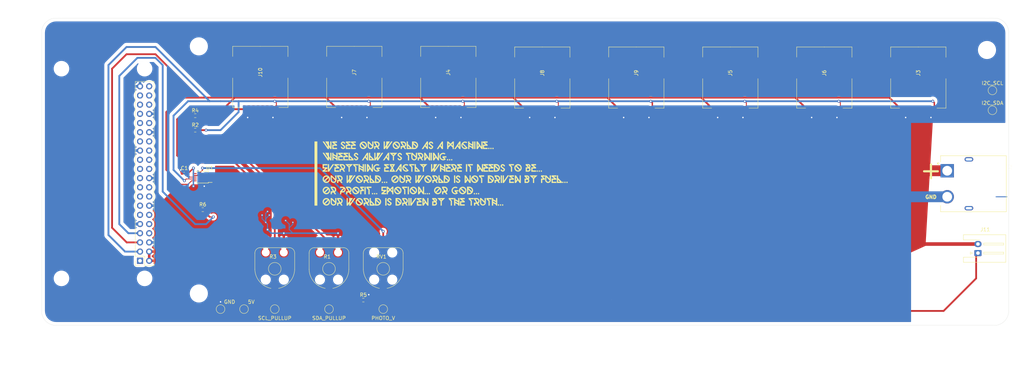
<source format=kicad_pcb>
(kicad_pcb (version 20171130) (host pcbnew 5.1.9)
  (layers (0 F.Cu signal) (31 B.Cu signal) (34 B.Paste user) (35 F.Paste user) (36 B.SilkS user) (37 F.SilkS user) (38 B.Mask user) (39 F.Mask user) (44 Edge.Cuts user))
  (net 0 "")
  (net 1 "Net-(J1-Pad40)")
  (net 2 GND)
  (net 3 "Net-(J1-Pad38)")
  (net 4 "Net-(J1-Pad37)")
  (net 5 "Net-(J1-Pad36)")
  (net 6 "Net-(J1-Pad35)")
  (net 7 "Net-(J1-Pad33)")
  (net 8 "Net-(J1-Pad32)")
  (net 9 "Net-(J1-Pad31)")
  (net 10 "Net-(J1-Pad29)")
  (net 11 "Net-(J1-Pad28)")
  (net 12 "Net-(J1-Pad27)")
  (net 13 "Net-(J1-Pad26)")
  (net 14 "Net-(J1-Pad24)")
  (net 15 "Net-(J1-Pad23)")
  (net 16 "Net-(J1-Pad22)")
  (net 17 "Net-(J1-Pad21)")
  (net 18 "Net-(J1-Pad19)")
  (net 19 "Net-(J1-Pad18)")
  (net 20 "Net-(J1-Pad17)")
  (net 21 "Net-(J1-Pad16)")
  (net 22 "Net-(J1-Pad15)")
  (net 23 "Net-(J1-Pad13)")
  (net 24 "Net-(J1-Pad12)")
  (net 25 "Net-(J1-Pad11)")
  (net 26 "Net-(J1-Pad10)")
  (net 27 "Net-(J1-Pad8)")
  (net 28 "Net-(J1-Pad7)")
  (net 29 I2C_SCL)
  (net 30 +5V)
  (net 31 I2C_SDA)
  (net 32 "Net-(J1-Pad1)")
  (net 33 "Net-(J11-Pad1)")
  (net 34 "Net-(R1-Pad2)")
  (net 35 "Net-(R3-Pad2)")
  (net 36 "Net-(U1-Pad6)")
  (net 37 "Net-(U1-Pad5)")
  (net 38 "Net-(U1-Pad4)")
  (net 39 "Net-(R5-Pad1)")
  (net 40 "Net-(RV1-Pad2)")
  (module _RJ45MOLEX_SMD:text_nad_kicad (layer F.Cu) (at 125 98)
    (fp_text reference G*** hide)
    (fp_text value LOGO hide)
  )
  (module _RJ45MOLEX_SMD:podpis_nad_kicad (layer F.Cu) (at 175.5 126)
    (fp_text reference G*** hide)
    (fp_text value LOGO hide)
    (fp_poly (pts (xy -36.835724 -7.852166) (xy -36.649079 -7.850741) (xy -36.476394 -7.84851) (xy -36.322915 -7.845583) (xy -36.193885 -7.842065) (xy -36.094549 -7.838065) (xy -36.030154 -7.833691) (xy -36.015083 -7.831817) (xy -35.834057 -7.781444) (xy -35.666597 -7.694465) (xy -35.518313 -7.575852) (xy -35.394818 -7.430579) (xy -35.30172 -7.263617) (xy -35.266799 -7.168613) (xy -35.258036 -7.134604) (xy -35.240449 -7.061427) (xy -35.214526 -6.951212) (xy -35.180754 -6.806087) (xy -35.139618 -6.628182) (xy -35.091608 -6.419627) (xy -35.037208 -6.18255) (xy -34.976907 -5.919081) (xy -34.91119 -5.631348) (xy -34.840546 -5.321482) (xy -34.765461 -4.991611) (xy -34.686421 -4.643865) (xy -34.603915 -4.280372) (xy -34.518428 -3.903262) (xy -34.430448 -3.514665) (xy -34.365597 -3.227917) (xy -34.27619 -2.83263) (xy -34.188974 -2.447456) (xy -34.104433 -2.074511) (xy -34.023051 -1.715912) (xy -33.945311 -1.373778) (xy -33.871695 -1.050223) (xy -33.802689 -0.747366) (xy -33.738775 -0.467323) (xy -33.680437 -0.212212) (xy -33.628158 0.015852) (xy -33.582422 0.21475) (xy -33.543712 0.382366) (xy -33.512512 0.516584) (xy -33.489305 0.615285) (xy -33.474574 0.676354) (xy -33.469449 0.69596) (xy -33.408657 0.847327) (xy -33.333252 0.961056) (xy -33.247398 1.037096) (xy -33.155263 1.075396) (xy -33.061013 1.075907) (xy -32.968813 1.038579) (xy -32.928503 1.003315) (xy -31.461724 1.003315) (xy -31.454865 1.073497) (xy -31.451343 1.095012) (xy -31.431787 1.179065) (xy -31.408947 1.224491) (xy -31.3934 1.234638) (xy -31.324198 1.245614) (xy -31.288945 1.23306) (xy -31.284333 1.217571) (xy -31.300595 1.184485) (xy -31.337619 1.151395) (xy -31.385564 1.097021) (xy -31.414562 1.022532) (xy -31.419778 1.006446) (xy -30.161109 1.006446) (xy -30.15314 1.029814) (xy -30.121416 1.037166) (xy -30.080896 1.046886) (xy -30.06725 1.058333) (xy -30.038025 1.074815) (xy -30.003317 1.0795) (xy -29.967701 1.071536) (xy -29.944591 1.040459) (xy -29.929535 0.994344) (xy -29.916167 0.923858) (xy -29.925263 0.886084) (xy -29.959237 0.876446) (xy -29.989172 0.881425) (xy -30.051618 0.904328) (xy -30.104793 0.93716) (xy -30.143142 0.97338) (xy -30.161109 1.006446) (xy -31.419778 1.006446) (xy -31.433373 0.964522) (xy -31.448894 0.94472) (xy -31.459039 0.959021) (xy -31.461724 1.003315) (xy -32.928503 1.003315) (xy -32.88283 0.96336) (xy -32.869339 0.943165) (xy -31.8135 0.943165) (xy -31.796183 0.967604) (xy -31.749196 0.972413) (xy -31.679982 0.958323) (xy -31.595988 0.926065) (xy -31.584628 0.920699) (xy -31.525171 0.887966) (xy -31.4853 0.85826) (xy -31.474833 0.842483) (xy -31.491927 0.801764) (xy -31.533834 0.75631) (xy -31.586489 0.718144) (xy -31.635831 0.699286) (xy -31.642835 0.698865) (xy -31.699494 0.714998) (xy -31.748313 0.754277) (xy -31.777289 0.80417) (xy -31.778823 0.840843) (xy -31.779131 0.881699) (xy -31.79049 0.898443) (xy -31.811696 0.930242) (xy -31.8135 0.943165) (xy -32.869339 0.943165) (xy -32.807231 0.8502) (xy -32.747928 0.704669) (xy -32.738643 0.669412) (xy -32.728174 0.626441) (xy -29.202231 0.626441) (xy -29.165252 0.647624) (xy -29.151792 0.652731) (xy -29.086746 0.672555) (xy -29.048649 0.672883) (xy -29.034746 0.664357) (xy -29.037309 0.640677) (xy -29.060445 0.599321) (xy -29.065993 0.591567) (xy -29.097511 0.552951) (xy -29.121205 0.544882) (xy -29.153417 0.56315) (xy -29.159443 0.567501) (xy -29.200048 0.602488) (xy -29.202231 0.626441) (xy -32.728174 0.626441) (xy -32.720508 0.594982) (xy -32.694009 0.483501) (xy -32.659634 0.337085) (xy -32.61787 0.157855) (xy -32.569205 -0.052072) (xy -32.567946 -0.057527) (xy -31.900929 -0.057527) (xy -31.882939 -0.009782) (xy -31.85552 0.041302) (xy -31.831217 0.060627) (xy -31.797537 0.055782) (xy -31.783481 0.050652) (xy -31.753146 0.024454) (xy -31.761197 -0.013234) (xy -31.806601 -0.058469) (xy -31.813356 -0.063398) (xy -31.863596 -0.091458) (xy -30.983508 -0.091458) (xy -30.982766 -0.048408) (xy -30.973889 -0.035278) (xy -30.935271 -0.021504) (xy -30.876266 -0.023582) (xy -30.814719 -0.039187) (xy -30.773705 -0.061372) (xy -30.724054 -0.101578) (xy -30.743156 -0.11747) (xy -29.650661 -0.11747) (xy -29.64344 -0.085187) (xy -29.617458 -0.069724) (xy -29.576501 -0.043497) (xy -29.56349 -0.028055) (xy -29.527374 -0.003223) (xy -29.478815 -0.005851) (xy -29.447067 -0.0254) (xy -29.424413 -0.064787) (xy -29.421667 -0.081275) (xy -29.406556 -0.120128) (xy -29.3925 -0.13525) (xy -29.372405 -0.178302) (xy -29.373649 -0.238125) (xy -29.389569 -0.29467) (xy -29.419834 -0.316103) (xy -29.467077 -0.302312) (xy -29.533931 -0.253182) (xy -29.559723 -0.230138) (xy -29.623101 -0.164828) (xy -29.650661 -0.11747) (xy -30.743156 -0.11747) (xy -30.776652 -0.145335) (xy -30.827012 -0.176726) (xy -30.872171 -0.189796) (xy -30.919695 -0.175088) (xy -30.959645 -0.137996) (xy -30.983508 -0.091458) (xy -31.863596 -0.091458) (xy -31.868583 -0.094243) (xy -31.89838 -0.091819) (xy -31.900929 -0.057527) (xy -32.567946 -0.057527) (xy -32.514125 -0.290575) (xy -32.48229 -0.428843) (xy -29.975949 -0.428843) (xy -29.962427 -0.396075) (xy -29.91377 -0.365524) (xy -29.900104 -0.360556) (xy -29.831026 -0.318709) (xy -29.802286 -0.274247) (xy -29.769952 -0.226302) (xy -29.736294 -0.211667) (xy -29.716694 -0.214944) (xy -29.712339 -0.230192) (xy -29.724767 -0.265538) (xy -29.755516 -0.329107) (xy -29.760333 -0.338667) (xy -29.79633 -0.406663) (xy -29.823905 -0.444779) (xy -29.852358 -0.461579) (xy -29.890988 -0.46563) (xy -29.898222 -0.465667) (xy -29.954494 -0.454987) (xy -29.975949 -0.428843) (xy -32.48229 -0.428843) (xy -32.453119 -0.555536) (xy -32.386673 -0.844836) (xy -32.342593 -1.037167) (xy -29.675667 -1.037167) (xy -29.665116 -1.001847) (xy -29.631301 -0.998796) (xy -29.589609 -1.016745) (xy -29.553355 -1.045804) (xy -29.557532 -1.068371) (xy -29.600253 -1.079202) (xy -29.612167 -1.0795) (xy -29.658647 -1.072848) (xy -29.675012 -1.048095) (xy -29.675667 -1.037167) (xy -32.342593 -1.037167) (xy -32.315275 -1.156356) (xy -32.278491 -1.317155) (xy -29.9085 -1.317155) (xy -29.894955 -1.287526) (xy -29.862243 -1.24431) (xy -29.822254 -1.200859) (xy -29.786875 -1.170528) (xy -29.772308 -1.164167) (xy -29.74554 -1.182034) (xy -29.731341 -1.211792) (xy -29.719999 -1.26981) (xy -29.729372 -1.303203) (xy -29.764121 -1.326517) (xy -29.768786 -1.328678) (xy -29.815055 -1.340096) (xy -29.864597 -1.339746) (xy -29.900496 -1.329024) (xy -29.9085 -1.317155) (xy -32.278491 -1.317155) (xy -32.239412 -1.487978) (xy -32.194887 -1.682942) (xy -30.520869 -1.682942) (xy -30.501738 -1.639127) (xy -30.496933 -1.634067) (xy -30.457569 -1.610602) (xy -30.426809 -1.617567) (xy -30.417173 -1.645709) (xy -30.430037 -1.691228) (xy -30.449759 -1.724981) (xy -30.47586 -1.752692) (xy -30.494038 -1.746408) (xy -30.501678 -1.735564) (xy -30.520869 -1.682942) (xy -32.194887 -1.682942) (xy -32.159571 -1.837581) (xy -32.158428 -1.842597) (xy -29.979008 -1.842597) (xy -29.975021 -1.820032) (xy -29.945423 -1.787121) (xy -29.89059 -1.754685) (xy -29.828741 -1.749844) (xy -29.778063 -1.773998) (xy -29.777856 -1.774207) (xy -29.765051 -1.802829) (xy -29.751525 -1.855237) (xy -29.749042 -1.867959) (xy -29.742065 -1.919701) (xy -29.750098 -1.942213) (xy -29.777836 -1.947322) (xy -29.780536 -1.947334) (xy -29.856657 -1.929942) (xy -29.937544 -1.882491) (xy -29.956006 -1.867358) (xy -29.979008 -1.842597) (xy -32.158428 -1.842597) (xy -32.110127 -2.054433) (xy -31.283101 -2.054433) (xy -31.266242 -2.009855) (xy -31.209554 -1.952303) (xy -31.205427 -1.948875) (xy -31.145467 -1.902952) (xy -31.110395 -1.885966) (xy -31.095737 -1.896358) (xy -31.094628 -1.910292) (xy -31.108345 -1.944785) (xy -31.141274 -1.990477) (xy -31.183367 -2.036676) (xy -31.224574 -2.072688) (xy -31.254846 -2.087822) (xy -31.260372 -2.086645) (xy -31.283101 -2.054433) (xy -32.110127 -2.054433) (xy -32.07624 -2.203048) (xy -32.072689 -2.218648) (xy -31.279203 -2.218648) (xy -31.27348 -2.200896) (xy -31.240807 -2.183233) (xy -31.186851 -2.182368) (xy -31.128651 -2.197109) (xy -31.098543 -2.213117) (xy -31.056029 -2.256182) (xy -31.05169 -2.292975) (xy -31.081366 -2.317256) (xy -31.140899 -2.322779) (xy -31.169033 -2.318938) (xy -31.225822 -2.296442) (xy -31.265723 -2.25942) (xy -31.279203 -2.218648) (xy -32.072689 -2.218648) (xy -31.989907 -2.58226) (xy -31.967793 -2.679541) (xy -30.647005 -2.679541) (xy -30.640366 -2.652449) (xy -30.607399 -2.649178) (xy -30.596417 -2.651014) (xy -30.557085 -2.652466) (xy -30.5435 -2.642899) (xy -30.527886 -2.62603) (xy -30.491115 -2.628684) (xy -30.448295 -2.648543) (xy -30.434042 -2.659698) (xy -30.398265 -2.709587) (xy -30.403238 -2.753087) (xy -30.431096 -2.772834) (xy -30.0355 -2.772834) (xy -30.020533 -2.737458) (xy -29.993167 -2.7305) (xy -29.958713 -2.734225) (xy -29.950833 -2.739353) (xy -29.957418 -2.764234) (xy -29.963681 -2.781686) (xy -29.989191 -2.811324) (xy -30.018829 -2.809625) (xy -30.035243 -2.778728) (xy -30.0355 -2.772834) (xy -30.431096 -2.772834) (xy -30.447659 -2.784574) (xy -30.464125 -2.789739) (xy -30.545483 -2.800434) (xy -30.600091 -2.780963) (xy -30.629791 -2.736813) (xy -30.647005 -2.679541) (xy -31.967793 -2.679541) (xy -31.901058 -2.973096) (xy -31.89006 -3.021542) (xy -31.09316 -3.021542) (xy -31.081946 -2.989676) (xy -31.049527 -2.991048) (xy -31.000385 -3.02525) (xy -30.994656 -3.030523) (xy -30.955398 -3.072984) (xy -30.950772 -3.098832) (xy -30.98053 -3.115444) (xy -30.9917 -3.118601) (xy -31.041172 -3.112745) (xy -31.078777 -3.075416) (xy -31.09316 -3.021542) (xy -31.89006 -3.021542) (xy -31.867932 -3.119018) (xy -29.158445 -3.119018) (xy -29.147918 -3.092982) (xy -29.11532 -3.053325) (xy -29.084926 -3.054305) (xy -29.06065 -3.094262) (xy -29.051009 -3.134093) (xy -29.04403 -3.201862) (xy -29.053619 -3.231395) (xy -29.081298 -3.224028) (xy -29.117554 -3.192401) (xy -29.152505 -3.151209) (xy -29.158445 -3.119018) (xy -31.867932 -3.119018) (xy -31.834231 -3.267464) (xy -30.353 -3.267464) (xy -30.335608 -3.245973) (xy -30.293344 -3.238975) (xy -30.241076 -3.24637) (xy -30.193671 -3.26806) (xy -30.193037 -3.26852) (xy -30.16378 -3.29696) (xy -30.173317 -3.311653) (xy -30.222257 -3.312944) (xy -30.263447 -3.308438) (xy -30.324981 -3.293719) (xy -30.352245 -3.272103) (xy -30.353 -3.267464) (xy -31.834231 -3.267464) (xy -31.823987 -3.312584) (xy -31.771112 -3.54551) (xy -30.222485 -3.54551) (xy -30.222235 -3.511367) (xy -30.201114 -3.455773) (xy -30.181576 -3.419627) (xy -30.145201 -3.370886) (xy -30.111933 -3.346102) (xy -30.089431 -3.347556) (xy -30.085356 -3.377532) (xy -30.088735 -3.391959) (xy -30.113676 -3.449549) (xy -30.150397 -3.505477) (xy -30.187816 -3.544009) (xy -30.20083 -3.551138) (xy -30.222485 -3.54551) (xy -31.771112 -3.54551) (xy -31.748535 -3.644969) (xy -29.993167 -3.644969) (xy -29.993167 -3.569788) (xy -29.940053 -3.619685) (xy -29.902119 -3.669355) (xy -29.90035 -3.713333) (xy -29.916708 -3.75669) (xy -29.934463 -3.764857) (xy -29.960905 -3.746925) (xy -29.982897 -3.70851) (xy -29.993076 -3.650747) (xy -29.993167 -3.644969) (xy -31.748535 -3.644969) (xy -31.725719 -3.745476) (xy -30.985314 -3.745476) (xy -30.971893 -3.72759) (xy -30.950904 -3.725334) (xy -30.903517 -3.739188) (xy -30.88403 -3.754838) (xy -30.882799 -3.757995) (xy -30.411633 -3.757995) (xy -30.390042 -3.741115) (xy -30.356603 -3.748968) (xy -30.326499 -3.783989) (xy -30.311542 -3.831872) (xy -30.31134 -3.836459) (xy -30.318149 -3.868562) (xy -30.342773 -3.865793) (xy -30.377792 -3.83847) (xy -30.410846 -3.794631) (xy -30.411633 -3.757995) (xy -30.882799 -3.757995) (xy -30.872014 -3.785647) (xy -30.882972 -3.831394) (xy -30.895942 -3.860672) (xy -30.927611 -3.915621) (xy -30.951792 -3.935411) (xy -30.965194 -3.918342) (xy -30.966833 -3.897313) (xy -30.970956 -3.847979) (xy -30.980063 -3.79148) (xy -30.985314 -3.745476) (xy -31.725719 -3.745476) (xy -31.713502 -3.799291) (xy -31.673319 -3.976072) (xy -30.709503 -3.976072) (xy -30.693361 -3.951071) (xy -30.669375 -3.927058) (xy -30.620047 -3.889917) (xy -30.576287 -3.875636) (xy -30.548376 -3.886109) (xy -30.5435 -3.903873) (xy -30.550729 -3.945954) (xy -30.564073 -3.988356) (xy -30.582468 -4.024744) (xy -30.608014 -4.030223) (xy -30.643448 -4.017198) (xy -30.694033 -3.994054) (xy -30.709503 -3.976072) (xy -31.673319 -3.976072) (xy -31.611896 -4.246293) (xy -31.589352 -4.345304) (xy -29.965671 -4.345304) (xy -29.959928 -4.285759) (xy -29.946926 -4.235041) (xy -29.926951 -4.215918) (xy -29.889876 -4.217702) (xy -29.825084 -4.21909) (xy -29.7815 -4.211325) (xy -29.700683 -4.194296) (xy -29.653171 -4.202424) (xy -29.644301 -4.211546) (xy -29.644662 -4.242418) (xy -29.662228 -4.291046) (xy -29.665874 -4.298363) (xy -29.695528 -4.343253) (xy -29.728792 -4.356809) (xy -29.756252 -4.35391) (xy -29.825869 -4.360718) (xy -29.868631 -4.383255) (xy -29.920001 -4.406645) (xy -29.953075 -4.393218) (xy -29.965671 -4.345304) (xy -31.589352 -4.345304) (xy -31.551322 -4.512325) (xy -29.544785 -4.512325) (xy -29.52786 -4.480219) (xy -29.484681 -4.423221) (xy -29.483388 -4.421588) (xy -29.430493 -4.363326) (xy -29.392612 -4.343395) (xy -29.36693 -4.361731) (xy -29.350631 -4.418268) (xy -29.350586 -4.418542) (xy -29.339495 -4.501961) (xy -29.341897 -4.555818) (xy -29.360718 -4.591543) (xy -29.398884 -4.620569) (xy -29.40292 -4.622979) (xy -29.450018 -4.646526) (xy -29.475983 -4.64536) (xy -29.486109 -4.633975) (xy -29.49139 -4.59395) (xy -29.482945 -4.567849) (xy -29.474439 -4.538118) (xy -29.500056 -4.529736) (xy -29.505589 -4.529667) (xy -29.536886 -4.52649) (xy -29.544785 -4.512325) (xy -31.551322 -4.512325) (xy -31.544571 -4.541973) (xy -30.496632 -4.541973) (xy -30.491723 -4.531511) (xy -30.471795 -4.512634) (xy -30.440165 -4.513) (xy -30.387082 -4.533989) (xy -30.352157 -4.551264) (xy -30.292006 -4.58665) (xy -30.271953 -4.609793) (xy -30.291551 -4.619142) (xy -30.350356 -4.613146) (xy -30.368875 -4.609538) (xy -30.448302 -4.589101) (xy -30.48952 -4.567448) (xy -30.496632 -4.541973) (xy -31.544571 -4.541973) (xy -31.518791 -4.655193) (xy -31.51572 -4.668651) (xy -30.689917 -4.668651) (xy -30.679616 -4.630794) (xy -30.677556 -4.628445) (xy -30.637843 -4.610665) (xy -30.600702 -4.62907) (xy -30.575999 -4.678146) (xy -30.574437 -4.685423) (xy -29.757537 -4.685423) (xy -29.753029 -4.668163) (xy -29.728361 -4.641074) (xy -29.696723 -4.637995) (xy -29.676687 -4.658987) (xy -29.675667 -4.667915) (xy -29.690852 -4.69921) (xy -29.723184 -4.718272) (xy -29.752828 -4.713549) (xy -29.753278 -4.713112) (xy -29.757537 -4.685423) (xy -30.574437 -4.685423) (xy -30.574272 -4.686188) (xy -30.572371 -4.746751) (xy -30.585327 -4.802868) (xy -30.60852 -4.840019) (xy -30.625514 -4.847167) (xy -30.650311 -4.828503) (xy -30.671691 -4.78252) (xy -30.686084 -4.724231) (xy -30.689917 -4.668651) (xy -31.51572 -4.668651) (xy -31.433811 -5.027596) (xy -31.423182 -5.074047) (xy -29.558295 -5.074047) (xy -29.558145 -5.028286) (xy -29.546135 -5.002866) (xy -29.523324 -4.985705) (xy -29.497452 -4.999352) (xy -29.482274 -5.014729) (xy -29.457 -5.055678) (xy -29.454525 -5.085838) (xy -29.445309 -5.111639) (xy -29.395789 -5.135789) (xy -29.380211 -5.140737) (xy -29.32752 -5.160284) (xy -29.297399 -5.178746) (xy -29.294667 -5.183973) (xy -29.313249 -5.198912) (xy -29.361105 -5.218757) (xy -29.405792 -5.232812) (xy -29.516917 -5.264046) (xy -29.543966 -5.148445) (xy -29.558295 -5.074047) (xy -31.423182 -5.074047) (xy -31.393706 -5.202857) (xy -29.991219 -5.202857) (xy -29.986142 -5.176892) (xy -29.95754 -5.153658) (xy -29.906443 -5.143798) (xy -29.850779 -5.148111) (xy -29.808478 -5.167395) (xy -29.8069 -5.1689) (xy -29.784458 -5.200272) (xy -29.79514 -5.22298) (xy -29.842946 -5.242927) (xy -29.860475 -5.247983) (xy -29.927567 -5.255344) (xy -29.973689 -5.238864) (xy -29.991219 -5.202857) (xy -31.393706 -5.202857) (xy -31.356577 -5.365105) (xy -31.335883 -5.455216) (xy -30.134325 -5.455216) (xy -30.12996 -5.428644) (xy -30.100426 -5.399184) (xy -30.060096 -5.379075) (xy -30.041695 -5.376334) (xy -30.015332 -5.393766) (xy -29.98518 -5.436977) (xy -29.978447 -5.450151) (xy -29.958881 -5.500307) (xy -29.954145 -5.532896) (xy -29.955904 -5.536627) (xy -29.981125 -5.536354) (xy -30.026987 -5.520497) (xy -30.078289 -5.495995) (xy -30.119826 -5.469783) (xy -30.134325 -5.455216) (xy -31.335883 -5.455216) (xy -31.286712 -5.669323) (xy -31.242086 -5.862762) (xy -30.374167 -5.862762) (xy -30.367713 -5.836401) (xy -30.341173 -5.824028) (xy -30.283775 -5.820838) (xy -30.280166 -5.820834) (xy -30.269243 -5.821686) (xy -30.124585 -5.821686) (xy -30.112201 -5.789349) (xy -30.097766 -5.7723) (xy -30.067022 -5.719589) (xy -30.066066 -5.683458) (xy -30.081489 -5.626778) (xy -30.09072 -5.593292) (xy -30.091903 -5.554772) (xy -30.069779 -5.548046) (xy -30.030701 -5.574706) (xy -30.027815 -5.577542) (xy -29.997065 -5.620441) (xy -29.989171 -5.640463) (xy -29.802667 -5.640463) (xy -29.791976 -5.617827) (xy -29.764823 -5.572827) (xy -29.746937 -5.545213) (xy -29.690935 -5.482015) (xy -29.633329 -5.460522) (xy -29.572436 -5.48011) (xy -29.572361 -5.480157) (xy -29.559268 -5.498361) (xy -29.570213 -5.528653) (xy -29.604111 -5.575083) (xy -29.653494 -5.626676) (xy -29.701182 -5.648691) (xy -29.733875 -5.6515) (xy -29.780729 -5.648526) (xy -29.802477 -5.641284) (xy -29.802667 -5.640463) (xy -29.989171 -5.640463) (xy -29.978132 -5.668456) (xy -29.977209 -5.704348) (xy -29.980467 -5.709356) (xy -29.979846 -5.733513) (xy -29.978627 -5.735451) (xy -29.882439 -5.735451) (xy -29.880374 -5.695015) (xy -29.843177 -5.674432) (xy -29.820306 -5.672667) (xy -29.787751 -5.684618) (xy -29.781176 -5.699125) (xy -29.776523 -5.714586) (xy -29.764363 -5.69963) (xy -29.74049 -5.684712) (xy -29.693228 -5.68929) (xy -29.669437 -5.695333) (xy -29.61927 -5.712783) (xy -29.592417 -5.729133) (xy -29.591 -5.732449) (xy -29.594477 -5.737806) (xy -29.250181 -5.737806) (xy -29.240719 -5.716583) (xy -29.213326 -5.692319) (xy -29.161228 -5.668505) (xy -29.114721 -5.676459) (xy -29.086428 -5.711989) (xy -29.083 -5.735581) (xy -29.088928 -5.761163) (xy -29.114328 -5.768723) (xy -29.162375 -5.76359) (xy -29.225386 -5.75163) (xy -29.250181 -5.737806) (xy -29.594477 -5.737806) (xy -29.605515 -5.754811) (xy -29.641831 -5.792083) (xy -29.657292 -5.806077) (xy -29.721909 -5.84674) (xy -29.7801 -5.846326) (xy -29.837165 -5.804433) (xy -29.848406 -5.791645) (xy -29.882439 -5.735451) (xy -29.978627 -5.735451) (xy -29.969994 -5.749167) (xy -29.956403 -5.785129) (xy -29.983407 -5.812258) (xy -30.037234 -5.828589) (xy -30.099477 -5.834877) (xy -30.124585 -5.821686) (xy -30.269243 -5.821686) (xy -30.220113 -5.825518) (xy -30.179488 -5.837311) (xy -30.172213 -5.843409) (xy -30.163853 -5.861852) (xy -30.167213 -5.866143) (xy -29.52097 -5.866143) (xy -29.502712 -5.840221) (xy -29.466814 -5.852273) (xy -29.432179 -5.884412) (xy -29.408852 -5.931764) (xy -29.396484 -5.999346) (xy -29.395922 -6.07) (xy -29.408019 -6.126569) (xy -29.419304 -6.144438) (xy -29.440607 -6.143178) (xy -29.46554 -6.108216) (xy -29.490408 -6.047541) (xy -29.511516 -5.969146) (xy -29.519041 -5.928738) (xy -29.52097 -5.866143) (xy -30.167213 -5.866143) (xy -30.172946 -5.873462) (xy -30.207789 -5.882176) (xy -30.273625 -5.89153) (xy -30.334325 -5.897653) (xy -30.364088 -5.893103) (xy -30.37362 -5.874817) (xy -30.374167 -5.862762) (xy -31.242086 -5.862762) (xy -31.223839 -5.941855) (xy -31.167579 -6.184304) (xy -31.117555 -6.398274) (xy -31.073389 -6.585368) (xy -31.034705 -6.747191) (xy -31.001124 -6.885346) (xy -30.972268 -7.001436) (xy -30.947761 -7.097066) (xy -30.927225 -7.17384) (xy -30.910281 -7.23336) (xy -30.896553 -7.27723) (xy -30.885662 -7.307055) (xy -30.881072 -7.31739) (xy -30.785686 -7.467707) (xy -30.658015 -7.601636) (xy -30.507004 -7.712397) (xy -30.341595 -7.79321) (xy -30.201821 -7.832314) (xy -30.14858 -7.837777) (xy -30.05599 -7.842234) (xy -29.927024 -7.845638) (xy -29.764655 -7.847944) (xy -29.571855 -7.849106) (xy -29.351599 -7.84908) (xy -29.160891 -7.848194) (xy -28.939186 -7.846706) (xy -28.755864 -7.845232) (xy -28.606973 -7.843569) (xy -28.488564 -7.841516) (xy -28.396685 -7.838871) (xy -28.327386 -7.835432) (xy -28.276718 -7.830996) (xy -28.240728 -7.825362) (xy -28.215467 -7.818327) (xy -28.196984 -7.80969) (xy -28.181328 -7.799248) (xy -28.179653 -7.798014) (xy -28.106801 -7.72307) (xy -28.074442 -7.636743) (xy -28.082564 -7.539945) (xy -28.131154 -7.433592) (xy -28.186105 -7.357733) (xy -28.264856 -7.244117) (xy -28.322761 -7.116313) (xy -28.363781 -6.964114) (xy -28.382727 -6.851177) (xy -28.38653 -6.803449) (xy -28.389978 -6.717465) (xy -28.393076 -6.592844) (xy -28.395827 -6.429207) (xy -28.398232 -6.226172) (xy -28.400296 -5.983361) (xy -28.40202 -5.700393) (xy -28.403408 -5.376887) (xy -28.404462 -5.012463) (xy -28.405186 -4.606742) (xy -28.405583 -4.159343) (xy -28.405667 -3.810698) (xy -28.405654 -3.40382) (xy -28.405593 -3.037076) (xy -28.405456 -2.708271) (xy -28.40521 -2.415206) (xy -28.404826 -2.155684) (xy -28.404273 -1.927507) (xy -28.403521 -1.728478) (xy -28.402539 -1.556398) (xy -28.401296 -1.40907) (xy -28.399763 -1.284297) (xy -28.397908 -1.17988) (xy -28.395702 -1.093623) (xy -28.393113 -1.023327) (xy -28.390111 -0.966795) (xy -28.386666 -0.921829) (xy -28.382747 -0.886232) (xy -28.378324 -0.857806) (xy -28.373366 -0.834353) (xy -28.367843 -0.813675) (xy -28.363902 -0.800574) (xy -28.324814 -0.704654) (xy -28.26342 -0.590052) (xy -28.186913 -0.468454) (xy -28.102482 -0.351545) (xy -28.043366 -0.279722) (xy -27.999176 -0.215219) (xy -27.9831 -0.144869) (xy -27.982333 -0.118532) (xy -27.985206 -0.074477) (xy -27.996779 -0.032464) (xy -28.021486 0.01617) (xy -28.063761 0.080091) (xy -28.128038 0.167961) (xy -28.130887 0.171774) (xy -28.197381 0.264194) (xy -28.260394 0.357928) (xy -28.311661 0.440359) (xy -28.337262 0.486833) (xy -28.395083 0.60325) (xy -28.401117 3.693583) (xy -28.40193 4.180258) (xy -28.402384 4.62529) (xy -28.402475 5.02937) (xy -28.4022 5.393186) (xy -28.401555 5.71743) (xy -28.400536 6.002789) (xy -28.39914 6.249954) (xy -28.397364 6.459614) (xy -28.395204 6.632459) (xy -28.392655 6.769178) (xy -28.389716 6.870461) (xy -28.386381 6.936998) (xy -28.384183 6.960579) (xy -28.351538 7.138339) (xy -28.302234 7.285095) (xy -28.232631 7.410126) (xy -28.182122 7.475648) (xy -28.111044 7.573326) (xy -28.076491 7.660456) (xy -28.076607 7.744353) (xy -28.097719 7.808212) (xy -28.110641 7.837863) (xy -28.122765 7.863346) (xy -28.1372 7.884977) (xy -28.157055 7.90307) (xy -28.18544 7.91794) (xy -28.225464 7.929902) (xy -28.280236 7.939269) (xy -28.352865 7.946358) (xy -28.44646 7.951481) (xy -28.564132 7.954955) (xy -28.708987 7.957093) (xy -28.884137 7.958211) (xy -29.092691 7.958623) (xy -29.337756 7.958643) (xy -29.583683 7.958587) (xy -29.854484 7.958521) (xy -30.086185 7.958294) (xy -30.282018 7.957816) (xy -30.445218 7.956994) (xy -30.579016 7.955735) (xy -30.686646 7.953946) (xy -30.771341 7.951537) (xy -30.836334 7.948414) (xy -30.884857 7.944486) (xy -30.920145 7.939659) (xy -30.945429 7.933842) (xy -30.963944 7.926943) (xy -30.978921 7.918868) (xy -30.979111 7.918753) (xy -31.043259 7.859051) (xy -31.091795 7.775872) (xy -31.114459 7.687734) (xy -31.115 7.673558) (xy -31.09787 7.617724) (xy -31.045314 7.546575) (xy -31.018748 7.518067) (xy -30.926863 7.405961) (xy -30.858917 7.279795) (xy -30.810194 7.129401) (xy -30.787528 7.019269) (xy -30.780978 6.959882) (xy -30.775127 6.864771) (xy -30.769977 6.738308) (xy -30.766986 6.634995) (xy -29.504401 6.634995) (xy -29.49293 6.673822) (xy -29.492222 6.674555) (xy -29.453443 6.69259) (xy -29.418678 6.673276) (xy -29.395308 6.621465) (xy -29.392919 6.609291) (xy -29.38179 6.527102) (xy -29.382351 6.478981) (xy -29.395205 6.458142) (xy -29.40652 6.455833) (xy -29.440903 6.474465) (xy -29.472562 6.520448) (xy -29.49567 6.578914) (xy -29.504401 6.634995) (xy -30.766986 6.634995) (xy -30.765534 6.584867) (xy -30.761799 6.40882) (xy -30.758778 6.214539) (xy -30.758709 6.208296) (xy -29.786767 6.208296) (xy -29.777993 6.225615) (xy -29.719616 6.242426) (xy -29.649398 6.236681) (xy -29.610775 6.222255) (xy -29.57758 6.18717) (xy -29.569833 6.158755) (xy -29.580743 6.127672) (xy -29.620215 6.117354) (xy -29.630479 6.117166) (xy -29.681383 6.126591) (xy -29.731163 6.149894) (xy -29.769673 6.179615) (xy -29.786767 6.208296) (xy -30.758709 6.208296) (xy -30.757355 6.085965) (xy -30.133873 6.085965) (xy -30.13189 6.115322) (xy -30.102844 6.136301) (xy -30.07105 6.132788) (xy -30.056667 6.107832) (xy -30.070769 6.071007) (xy -30.079678 6.06311) (xy -30.111378 6.062154) (xy -30.133873 6.085965) (xy -30.757355 6.085965) (xy -30.756473 6.006398) (xy -30.754888 5.788769) (xy -30.754028 5.566025) (xy -30.753993 5.507149) (xy -29.485127 5.507149) (xy -29.471471 5.522678) (xy -29.423258 5.514668) (xy -29.342292 5.482736) (xy -29.296611 5.459272) (xy -29.146345 5.459272) (xy -29.143166 5.512863) (xy -29.133228 5.560592) (xy -29.1211 5.583766) (xy -29.087855 5.607083) (xy -29.068863 5.593507) (xy -29.061961 5.54103) (xy -29.061833 5.528733) (xy -29.071762 5.457936) (xy -29.098246 5.411179) (xy -29.129567 5.3975) (xy -29.142051 5.415568) (xy -29.146345 5.459272) (xy -29.296611 5.459272) (xy -29.283142 5.452354) (xy -29.257154 5.425138) (xy -29.257382 5.390709) (xy -29.265181 5.367481) (xy -29.285572 5.339766) (xy -29.317961 5.341817) (xy -29.367613 5.375187) (xy -29.405792 5.40894) (xy -29.463483 5.468948) (xy -29.485127 5.507149) (xy -30.753993 5.507149) (xy -30.753907 5.36259) (xy -30.025787 5.36259) (xy -29.991715 5.392875) (xy -29.971889 5.399753) (xy -29.900347 5.415126) (xy -29.860377 5.410624) (xy -29.845538 5.385004) (xy -29.845 5.375282) (xy -29.854586 5.326431) (xy -29.877723 5.268629) (xy -29.878483 5.267148) (xy -29.911966 5.2024) (xy -29.974399 5.262215) (xy -30.020019 5.318818) (xy -30.025787 5.36259) (xy -30.753907 5.36259) (xy -30.753895 5.342539) (xy -30.754493 5.122684) (xy -30.755827 4.910832) (xy -30.757899 4.711357) (xy -30.75854 4.669704) (xy -30.07056 4.669704) (xy -30.070168 4.706813) (xy -30.060927 4.729852) (xy -30.031562 4.774453) (xy -30.004459 4.778107) (xy -29.989771 4.753149) (xy -29.62632 4.753149) (xy -29.607426 4.760725) (xy -29.579587 4.736293) (xy -29.570578 4.721558) (xy -29.559487 4.694906) (xy -29.378269 4.694906) (xy -29.374087 4.738183) (xy -29.354769 4.793254) (xy -29.335489 4.831954) (xy -29.316541 4.843519) (xy -29.283733 4.830341) (xy -29.250308 4.810852) (xy -29.20892 4.783328) (xy -29.18958 4.764394) (xy -29.18938 4.763227) (xy -29.20683 4.748946) (xy -29.248419 4.725988) (xy -29.29909 4.701671) (xy -29.343784 4.683313) (xy -29.365101 4.677833) (xy -29.378269 4.694906) (xy -29.559487 4.694906) (xy -29.552704 4.678608) (xy -29.548667 4.658058) (xy -29.563699 4.640163) (xy -29.592787 4.63591) (xy -29.611922 4.647815) (xy -29.612456 4.651375) (xy -29.61768 4.682587) (xy -29.625508 4.714875) (xy -29.62632 4.753149) (xy -29.989771 4.753149) (xy -29.982312 4.740475) (xy -29.982099 4.739805) (xy -29.976411 4.685094) (xy -29.981938 4.641118) (xy -29.995699 4.586291) (xy -30.040573 4.631165) (xy -30.07056 4.669704) (xy -30.75854 4.669704) (xy -30.760713 4.52863) (xy -30.760862 4.521825) (xy -29.087 4.521825) (xy -29.08622 4.554021) (xy -29.068323 4.585861) (xy -29.033823 4.622513) (xy -29.003777 4.6355) (xy -28.984379 4.627215) (xy -28.979949 4.595814) (xy -28.985818 4.54756) (xy -29.000118 4.474867) (xy -29.015488 4.441302) (xy -29.035397 4.443727) (xy -29.062665 4.478017) (xy -29.087 4.521825) (xy -30.760862 4.521825) (xy -30.764274 4.367025) (xy -30.765439 4.330204) (xy -29.969836 4.330204) (xy -29.968292 4.361757) (xy -29.941531 4.405071) (xy -29.893272 4.452557) (xy -29.866749 4.472429) (xy -29.826553 4.499463) (xy -29.807851 4.506037) (xy -29.796903 4.495157) (xy -29.792867 4.4886) (xy -29.798098 4.461916) (xy -29.825609 4.419845) (xy -29.865143 4.374086) (xy -29.906445 4.336334) (xy -29.939258 4.318288) (xy -29.942443 4.318) (xy -29.969836 4.330204) (xy -30.765439 4.330204) (xy -30.767754 4.257091) (xy -29.9085 4.257091) (xy -29.892743 4.274447) (xy -29.84602 4.263949) (xy -29.801616 4.243373) (xy -29.754535 4.211747) (xy -29.739927 4.186698) (xy -29.758258 4.174981) (xy -29.797257 4.179823) (xy -29.86236 4.204755) (xy -29.901625 4.237338) (xy -29.9085 4.257091) (xy -30.767754 4.257091) (xy -30.768584 4.230914) (xy -30.773648 4.124671) (xy -30.779468 4.052667) (xy -30.785009 4.021666) (xy -30.825107 3.954632) (xy -30.882322 3.913488) (xy -30.945622 3.905551) (xy -30.95625 3.908048) (xy -31.017958 3.942504) (xy -31.083467 4.004969) (xy -31.142006 4.083705) (xy -31.174767 4.146163) (xy -31.18722 4.181448) (xy -31.210743 4.254044) (xy -31.244338 4.360685) (xy -31.287004 4.498106) (xy -31.337742 4.663043) (xy -31.395552 4.852228) (xy -31.459434 5.062398) (xy -31.528389 5.290287) (xy -31.601417 5.53263) (xy -31.677518 5.786161) (xy -31.706908 5.884333) (xy -31.783717 6.140896) (xy -31.857591 6.387279) (xy -31.927553 6.620245) (xy -31.992626 6.836559) (xy -32.051834 7.032982) (xy -32.104198 7.206279) (xy -32.148741 7.353212) (xy -32.184486 7.470544) (xy -32.210456 7.555039) (xy -32.225673 7.603461) (xy -32.22847 7.611833) (xy -32.281103 7.708896) (xy -32.363784 7.801564) (xy -32.464901 7.877908) (xy -32.512 7.90314) (xy -32.547835 7.918238) (xy -32.586576 7.929729) (xy -32.634776 7.938238) (xy -32.69899 7.94439) (xy -32.785771 7.948809) (xy -32.901673 7.95212) (xy -33.05325 7.954948) (xy -33.055998 7.954993) (xy -33.215608 7.956994) (xy -33.339699 7.956948) (xy -33.435046 7.954528) (xy -33.508429 7.949409) (xy -33.566625 7.941264) (xy -33.616412 7.929766) (xy -33.623834 7.927657) (xy -33.739845 7.876569) (xy -33.845024 7.798407) (xy -33.927066 7.703497) (xy -33.958302 7.646915) (xy -33.9699 7.61427) (xy -33.99269 7.544378) (xy -34.025655 7.440525) (xy -34.067779 7.305999) (xy -34.118045 7.144087) (xy -34.175436 6.958077) (xy -34.238937 6.751255) (xy -34.303038 6.541598) (xy -32.690413 6.541598) (xy -32.686733 6.598708) (xy -32.679025 6.667219) (xy -32.669297 6.715025) (xy -32.660601 6.731) (xy -32.646715 6.712474) (xy -32.625138 6.663825) (xy -32.600458 6.595441) (xy -32.599645 6.592972) (xy -32.576646 6.518551) (xy -32.560338 6.457455) (xy -32.554333 6.423638) (xy -32.567832 6.396531) (xy -32.603741 6.399554) (xy -32.652235 6.429845) (xy -32.676954 6.455377) (xy -32.688815 6.488392) (xy -32.690413 6.541598) (xy -34.303038 6.541598) (xy -34.30753 6.526909) (xy -34.380199 6.288326) (xy -34.397447 6.231491) (xy -33.528 6.231491) (xy -33.508303 6.251031) (xy -33.453981 6.261162) (xy -33.443983 6.261685) (xy -33.382791 6.258265) (xy -33.347972 6.238131) (xy -33.336247 6.220658) (xy -33.333086 6.20948) (xy -33.181287 6.20948) (xy -33.178613 6.217708) (xy -33.159182 6.27103) (xy -33.152713 6.291791) (xy -33.138506 6.323783) (xy -33.117188 6.320649) (xy -33.091559 6.297583) (xy -33.071627 6.261735) (xy -33.083233 6.223499) (xy -33.111767 6.192967) (xy -33.146625 6.179907) (xy -33.174301 6.185138) (xy -33.181287 6.20948) (xy -33.333086 6.20948) (xy -33.321491 6.168493) (xy -33.32313 6.135797) (xy -33.317888 6.089328) (xy -33.300103 6.061626) (xy -33.279875 6.020572) (xy -33.296442 5.983368) (xy -33.344443 5.957704) (xy -33.363529 5.954198) (xy -33.041167 5.954198) (xy -33.02365 5.965714) (xy -32.990233 5.964198) (xy -32.950352 5.965078) (xy -32.930964 5.995435) (xy -32.927555 6.009355) (xy -32.902999 6.079788) (xy -32.865013 6.143122) (xy -32.822149 6.187608) (xy -32.787478 6.201833) (xy -32.751898 6.18754) (xy -32.744833 6.167247) (xy -32.74774 6.146138) (xy -32.581802 6.146138) (xy -32.58164 6.146304) (xy -32.544312 6.159201) (xy -32.486493 6.157436) (xy -32.426503 6.14325) (xy -32.386693 6.122458) (xy -32.356177 6.092314) (xy -32.357455 6.065226) (xy -32.374965 6.037791) (xy -32.413177 6.002155) (xy -32.447188 5.990166) (xy -32.479035 6.004213) (xy -32.518506 6.038547) (xy -32.555515 6.081454) (xy -32.579975 6.121222) (xy -32.581802 6.146138) (xy -32.74774 6.146138) (xy -32.754136 6.099716) (xy -32.777724 6.030204) (xy -32.809121 5.973893) (xy -32.83879 5.947014) (xy -32.862574 5.93321) (xy -32.855958 5.928008) (xy -32.833552 5.911173) (xy -32.832112 5.87836) (xy -32.850756 5.852528) (xy -32.880237 5.854419) (xy -32.928773 5.873425) (xy -32.981609 5.901668) (xy -33.023992 5.931268) (xy -33.041167 5.954198) (xy -33.363529 5.954198) (xy -33.376676 5.951783) (xy -33.425575 5.953023) (xy -33.442932 5.972297) (xy -33.443333 5.978242) (xy -33.430278 6.007225) (xy -33.418176 6.011333) (xy -33.413839 6.023216) (xy -33.436938 6.052177) (xy -33.440639 6.055699) (xy -33.489415 6.117724) (xy -33.521304 6.189616) (xy -33.528 6.231491) (xy -34.397447 6.231491) (xy -34.455928 6.038794) (xy -34.470653 5.990166) (xy -34.565994 5.675176) (xy -34.585067 5.612159) (xy -34.057777 5.612159) (xy -34.05501 5.662052) (xy -34.033911 5.712558) (xy -33.999919 5.748664) (xy -33.971755 5.757333) (xy -33.939031 5.744537) (xy -33.931851 5.712037) (xy -33.817499 5.712037) (xy -33.816795 5.72528) (xy -33.799182 5.75174) (xy -33.772986 5.750122) (xy -33.732459 5.718054) (xy -33.689213 5.672605) (xy -33.642599 5.613499) (xy -33.616124 5.564408) (xy -33.615913 5.56234) (xy -33.250287 5.56234) (xy -33.223589 5.606424) (xy -33.203094 5.627348) (xy -33.165915 5.657043) (xy -33.142165 5.657199) (xy -33.128554 5.644194) (xy -33.10854 5.630687) (xy -33.081908 5.640927) (xy -33.039034 5.679075) (xy -33.032244 5.685823) (xy -32.983491 5.728304) (xy -32.941987 5.753923) (xy -32.928878 5.757333) (xy -32.900712 5.740367) (xy -32.863779 5.697017) (xy -32.842095 5.663605) (xy -32.804071 5.593942) (xy -32.791266 5.552128) (xy -32.80462 5.531336) (xy -32.845075 5.524735) (xy -32.86125 5.5245) (xy -32.916043 5.531384) (xy -32.9352 5.553358) (xy -32.935333 5.55625) (xy -32.951871 5.58003) (xy -33.004165 5.587985) (xy -33.007435 5.588) (xy -33.055329 5.584668) (xy -33.071285 5.569479) (xy -33.067533 5.542096) (xy -33.064246 5.509474) (xy -33.084785 5.507635) (xy -33.092412 5.510346) (xy -33.140985 5.520946) (xy -33.191065 5.5245) (xy -33.239362 5.534317) (xy -33.250287 5.56234) (xy -33.615913 5.56234) (xy -33.612904 5.53289) (xy -33.628542 5.525368) (xy -33.651629 5.538998) (xy -33.695093 5.573404) (xy -33.736756 5.609731) (xy -33.793679 5.668754) (xy -33.817499 5.712037) (xy -33.931851 5.712037) (xy -33.930167 5.704416) (xy -33.941979 5.657916) (xy -33.970437 5.612921) (xy -34.005075 5.581854) (xy -34.035427 5.577136) (xy -34.036772 5.577893) (xy -34.057777 5.612159) (xy -34.585067 5.612159) (xy -34.649845 5.398137) (xy -34.692841 5.256154) (xy -32.616239 5.256154) (xy -32.603722 5.277555) (xy -32.573516 5.291116) (xy -32.555981 5.267237) (xy -32.554333 5.249333) (xy -32.567568 5.214857) (xy -32.586083 5.207) (xy -32.612736 5.222723) (xy -32.616239 5.256154) (xy -34.692841 5.256154) (xy -34.72302 5.156496) (xy -34.753233 5.056858) (xy -32.933938 5.056858) (xy -32.878864 5.100179) (xy -32.825509 5.133378) (xy -32.785039 5.142482) (xy -32.766369 5.125853) (xy -32.766 5.120941) (xy -32.775277 5.084539) (xy -32.785846 5.061301) (xy -32.794191 5.036167) (xy -32.774874 5.029873) (xy -32.743513 5.033345) (xy -32.695731 5.032838) (xy -32.681333 5.017071) (xy -32.692517 4.984656) (xy -32.720506 4.937951) (xy -32.75696 4.887861) (xy -32.793538 4.845286) (xy -32.821899 4.821132) (xy -32.831844 4.820332) (xy -32.847849 4.847862) (xy -32.872275 4.90147) (xy -32.890788 4.946721) (xy -32.933938 5.056858) (xy -34.753233 5.056858) (xy -34.765142 5.017584) (xy -33.66491 5.017584) (xy -33.664804 5.017761) (xy -33.631491 5.036659) (xy -33.582243 5.0298) (xy -33.532603 4.999734) (xy -33.528 4.995333) (xy -33.496698 4.953184) (xy -33.485834 4.916396) (xy -33.491559 4.90528) (xy -33.185075 4.90528) (xy -33.175222 4.917722) (xy -33.141322 4.931968) (xy -33.111775 4.919726) (xy -33.104667 4.900083) (xy -33.122313 4.874226) (xy -33.147 4.868333) (xy -33.183875 4.878926) (xy -33.185075 4.90528) (xy -33.491559 4.90528) (xy -33.496398 4.895886) (xy -33.519148 4.897818) (xy -33.556906 4.909158) (xy -33.568073 4.910666) (xy -33.597412 4.924559) (xy -33.632014 4.956624) (xy -33.658855 4.992439) (xy -33.66491 5.017584) (xy -34.765142 5.017584) (xy -34.786334 4.947699) (xy -34.840604 4.769192) (xy -34.875315 4.655522) (xy -33.948345 4.655522) (xy -33.944111 4.698775) (xy -33.941184 4.714713) (xy -33.928761 4.770888) (xy -33.917109 4.808207) (xy -33.915273 4.811808) (xy -33.896053 4.819378) (xy -33.875209 4.792359) (xy -33.871277 4.780385) (xy -32.52843 4.780385) (xy -32.525325 4.823339) (xy -32.516882 4.875304) (xy -32.505456 4.920227) (xy -32.498246 4.936963) (xy -32.466721 4.952009) (xy -32.415202 4.944608) (xy -32.383609 4.931088) (xy -32.35079 4.903047) (xy -32.34283 4.883463) (xy -32.359472 4.86099) (xy -32.400019 4.828478) (xy -32.450676 4.795146) (xy -32.497649 4.770212) (xy -32.523841 4.7625) (xy -32.52843 4.780385) (xy -33.871277 4.780385) (xy -33.857367 4.738032) (xy -33.852546 4.713048) (xy -33.846732 4.662172) (xy -33.85668 4.640443) (xy -33.889607 4.635545) (xy -33.898003 4.6355) (xy -33.935184 4.63848) (xy -33.948345 4.655522) (xy -34.875315 4.655522) (xy -34.886645 4.618422) (xy -34.925271 4.492835) (xy -34.957298 4.389877) (xy -34.983542 4.306994) (xy -35.004818 4.241634) (xy -35.021941 4.191241) (xy -35.035726 4.153263) (xy -35.046989 4.125146) (xy -35.056545 4.104335) (xy -35.065209 4.088278) (xy -35.073797 4.07442) (xy -35.083123 4.060208) (xy -35.090473 4.04877) (xy -35.145718 3.980481) (xy -34.350805 3.980481) (xy -34.334471 4.010733) (xy -34.3281 4.017433) (xy -34.30508 4.036914) (xy -34.282014 4.038893) (xy -34.245156 4.021416) (xy -34.210625 4.000731) (xy -34.161419 3.962138) (xy -34.141346 3.928649) (xy -34.151239 3.907563) (xy -34.19193 3.906174) (xy -34.200042 3.907946) (xy -34.287362 3.932311) (xy -34.336359 3.955415) (xy -34.350805 3.980481) (xy -35.145718 3.980481) (xy -35.157283 3.966186) (xy -35.22861 3.918055) (xy -35.298719 3.905038) (xy -35.361874 3.927799) (xy -35.412337 3.987002) (xy -35.423441 4.010268) (xy -35.430405 4.048332) (xy -35.436574 4.124394) (xy -35.44195 4.234128) (xy -35.446535 4.373207) (xy -35.450331 4.537304) (xy -35.453339 4.722092) (xy -35.455562 4.923243) (xy -35.457002 5.136431) (xy -35.457661 5.357329) (xy -35.457541 5.58161) (xy -35.456644 5.804947) (xy -35.454972 6.023013) (xy -35.452526 6.23148) (xy -35.44931 6.426023) (xy -35.445324 6.602313) (xy -35.440572 6.756024) (xy -35.435054 6.882829) (xy -35.428774 6.9784) (xy -35.422029 7.036747) (xy -35.388955 7.186299) (xy -35.345017 7.305485) (xy -35.284933 7.405905) (xy -35.218399 7.483952) (xy -35.148146 7.577778) (xy -35.119439 7.6722) (xy -35.131568 7.770389) (xy -35.14594 7.807593) (xy -35.158896 7.837341) (xy -35.171029 7.862912) (xy -35.185445 7.884622) (xy -35.205251 7.902784) (xy -35.233553 7.917716) (xy -35.273458 7.929731) (xy -35.328072 7.939146) (xy -35.400502 7.946275) (xy -35.493855 7.951434) (xy -35.611237 7.954938) (xy -35.755754 7.957102) (xy -35.930514 7.958242) (xy -36.138622 7.958673) (xy -36.383185 7.958709) (xy -36.63462 7.958666) (xy -37.967291 7.958666) (xy -38.025627 7.912779) (xy -38.089511 7.840224) (xy -38.127051 7.750834) (xy -38.131868 7.66021) (xy -38.130998 7.655184) (xy -38.10954 7.600832) (xy -38.068346 7.535237) (xy -38.03635 7.495466) (xy -37.981375 7.426231) (xy -37.932513 7.35161) (xy -37.913768 7.316291) (xy -37.900642 7.288293) (xy -37.888722 7.262191) (xy -37.877952 7.235916) (xy -37.868273 7.207401) (xy -37.859626 7.174578) (xy -37.851953 7.135379) (xy -37.845197 7.087736) (xy -37.839298 7.029582) (xy -37.8342 6.958849) (xy -37.829843 6.873469) (xy -37.82617 6.771374) (xy -37.823123 6.650496) (xy -37.821762 6.572717) (xy -36.487497 6.572717) (xy -36.470009 6.625546) (xy -36.442805 6.673102) (xy -36.41115 6.684462) (xy -36.368402 6.659619) (xy -36.332795 6.625387) (xy -36.297319 6.584695) (xy -36.280862 6.558331) (xy -36.28121 6.554473) (xy -36.305512 6.545222) (xy -36.35615 6.530861) (xy -36.381601 6.5244) (xy -36.449896 6.514821) (xy -36.48443 6.530052) (xy -36.487497 6.572717) (xy -37.821762 6.572717) (xy -37.821164 6.538582) (xy -37.053445 6.538582) (xy -37.050398 6.548277) (xy -37.038096 6.566427) (xy -37.015069 6.565301) (xy -36.970844 6.543064) (xy -36.949491 6.530589) (xy -36.892898 6.493161) (xy -36.851221 6.458631) (xy -36.841332 6.44706) (xy -36.829337 6.412101) (xy -36.850303 6.399415) (xy -36.900666 6.409871) (xy -36.935739 6.42404) (xy -37.010636 6.463706) (xy -37.04839 6.500282) (xy -37.053445 6.538582) (xy -37.821164 6.538582) (xy -37.820642 6.508768) (xy -37.819637 6.424814) (xy -37.276155 6.424814) (xy -37.260364 6.476371) (xy -37.23133 6.512147) (xy -37.208736 6.519333) (xy -37.180498 6.509685) (xy -37.169541 6.473698) (xy -37.168667 6.447841) (xy -37.178914 6.388593) (xy -37.204517 6.347183) (xy -37.237764 6.333647) (xy -37.252406 6.338843) (xy -37.274803 6.373597) (xy -37.276155 6.424814) (xy -37.819637 6.424814) (xy -37.818671 6.344121) (xy -37.817151 6.154488) (xy -37.816023 5.937802) (xy -37.815824 5.87582) (xy -36.745333 5.87582) (xy -36.727284 5.895183) (xy -36.683491 5.904793) (xy -36.629489 5.904293) (xy -36.627017 5.903736) (xy -36.2585 5.903736) (xy -36.241512 5.927301) (xy -36.207008 5.937186) (xy -36.189363 5.932931) (xy -36.182454 5.910257) (xy -36.185321 5.904037) (xy -36.211432 5.886978) (xy -36.243276 5.886967) (xy -36.2585 5.903736) (xy -36.627017 5.903736) (xy -36.580812 5.893326) (xy -36.559067 5.8801) (xy -36.535425 5.840231) (xy -36.543558 5.809422) (xy -36.572842 5.799666) (xy -36.631377 5.807849) (xy -36.689205 5.828136) (xy -36.731845 5.854134) (xy -36.745333 5.87582) (xy -37.815824 5.87582) (xy -37.81523 5.691993) (xy -37.814958 5.545927) (xy -36.929261 5.545927) (xy -36.924926 5.587668) (xy -36.922881 5.591834) (xy -36.902368 5.593735) (xy -36.870248 5.570724) (xy -36.837172 5.5339) (xy -36.813792 5.49436) (xy -36.808833 5.472994) (xy -36.823187 5.437372) (xy -36.854898 5.409843) (xy -36.886943 5.404422) (xy -36.890173 5.406027) (xy -36.908507 5.435918) (xy -36.922663 5.488947) (xy -36.929261 5.545927) (xy -37.814958 5.545927) (xy -37.814713 5.414995) (xy -37.814415 5.10474) (xy -37.814277 4.759159) (xy -37.814268 4.656666) (xy -37.105167 4.656666) (xy -37.08931 4.690741) (xy -37.044849 4.69803) (xy -36.976448 4.677926) (xy -36.968579 4.674435) (xy -36.924148 4.647856) (xy -36.92088 4.628315) (xy -36.958026 4.616904) (xy -37.009917 4.614333) (xy -37.069441 4.617103) (xy -37.097588 4.628604) (xy -37.10513 4.653625) (xy -37.105167 4.656666) (xy -37.814268 4.656666) (xy -37.81424 4.376186) (xy -37.814241 4.253489) (xy -36.7665 4.253489) (xy -36.750923 4.28807) (xy -36.710631 4.298907) (xy -36.655283 4.286965) (xy -36.594537 4.25321) (xy -36.571042 4.233953) (xy -36.530598 4.195331) (xy -36.519735 4.176739) (xy -36.535716 4.170861) (xy -36.547277 4.170453) (xy -36.589019 4.156807) (xy -36.604821 4.138083) (xy -36.625509 4.110075) (xy -36.635745 4.106333) (xy -36.670936 4.1226) (xy -36.713052 4.161699) (xy -36.749159 4.209072) (xy -36.766323 4.250165) (xy -36.7665 4.253489) (xy -37.814241 4.253489) (xy -37.814243 4.153958) (xy -36.914588 4.153958) (xy -36.900756 4.171252) (xy -36.865032 4.163396) (xy -36.816536 4.134053) (xy -36.774967 4.097866) (xy -36.732258 4.048359) (xy -36.706466 4.005343) (xy -36.703 3.991288) (xy -36.696574 3.96856) (xy -36.669975 3.9746) (xy -36.658854 3.980303) (xy -36.622789 3.995946) (xy -36.609003 3.996923) (xy -36.599889 3.974931) (xy -36.582892 3.927429) (xy -36.564985 3.874956) (xy -36.416151 3.874956) (xy -36.415598 3.900209) (xy -36.390163 3.93955) (xy -36.349712 3.982885) (xy -36.304108 4.02012) (xy -36.263218 4.041161) (xy -36.252083 4.042833) (xy -36.222822 4.053181) (xy -36.224251 4.075703) (xy -36.21864 4.106504) (xy -36.174381 4.135668) (xy -36.168307 4.138375) (xy -36.099879 4.163193) (xy -36.057793 4.167768) (xy -36.046833 4.156456) (xy -36.058978 4.122368) (xy -36.088189 4.075909) (xy -36.123632 4.031549) (xy -36.154472 4.003755) (xy -36.163622 4.0005) (xy -36.19028 3.983474) (xy -36.224751 3.940392) (xy -36.240525 3.914679) (xy -36.273735 3.862125) (xy -36.292968 3.847041) (xy -36.215463 3.847041) (xy -36.201103 3.869894) (xy -36.16453 3.870268) (xy -36.118277 3.849875) (xy -36.093158 3.830342) (xy -36.067531 3.801343) (xy -30.244519 3.801343) (xy -30.232324 3.817787) (xy -30.201581 3.827862) (xy -30.170172 3.817267) (xy -30.162314 3.802697) (xy -29.188833 3.802697) (xy -29.173076 3.825485) (xy -29.138437 3.829908) (xy -29.103863 3.816597) (xy -29.090655 3.799416) (xy -29.087044 3.752381) (xy -29.09176 3.733035) (xy -29.104826 3.710898) (xy -29.125293 3.717812) (xy -29.146941 3.736316) (xy -29.178577 3.774803) (xy -29.188833 3.802697) (xy -30.162314 3.802697) (xy -30.160544 3.799416) (xy -30.178634 3.779496) (xy -30.203995 3.771486) (xy -30.240735 3.7766) (xy -30.244519 3.801343) (xy -36.067531 3.801343) (xy -36.054737 3.786867) (xy -36.053132 3.758767) (xy -36.088276 3.740633) (xy -36.092058 3.73961) (xy -36.137602 3.746587) (xy -36.182561 3.779951) (xy -36.211645 3.826391) (xy -36.215463 3.847041) (xy -36.292968 3.847041) (xy -36.301712 3.840184) (xy -36.336026 3.840613) (xy -36.342421 3.842094) (xy -36.390921 3.859367) (xy -36.416151 3.874956) (xy -36.564985 3.874956) (xy -36.563028 3.869224) (xy -36.545312 3.815128) (xy -36.534759 3.779948) (xy -36.533667 3.774479) (xy -36.552102 3.769691) (xy -36.596504 3.767667) (xy -36.597167 3.767666) (xy -36.643718 3.774375) (xy -36.660055 3.799188) (xy -36.660667 3.809596) (xy -36.678354 3.847344) (xy -36.718875 3.864281) (xy -36.787632 3.880495) (xy -36.820244 3.892809) (xy -36.822196 3.905004) (xy -36.800037 3.920269) (xy -36.772755 3.940554) (xy -36.782017 3.959072) (xy -36.792066 3.966845) (xy -36.821751 3.997958) (xy -36.858165 4.04762) (xy -36.891541 4.100916) (xy -36.912111 4.14293) (xy -36.914588 4.153958) (xy -37.814243 4.153958) (xy -37.814246 4.041892) (xy -37.11575 4.041892) (xy -37.015208 4.042362) (xy -36.950633 4.038971) (xy -36.920042 4.026389) (xy -36.914667 4.011083) (xy -36.925177 3.982901) (xy -36.934102 3.979333) (xy -36.970662 3.972687) (xy -36.981727 3.969125) (xy -37.01675 3.973937) (xy -37.061978 3.999738) (xy -37.062833 4.000404) (xy -37.11575 4.041892) (xy -37.814246 4.041892) (xy -37.814248 3.953751) (xy -37.81425 3.77825) (xy -37.81425 3.694474) (xy -33.896461 3.694474) (xy -33.895942 3.734733) (xy -33.882267 3.759388) (xy -33.859289 3.765586) (xy -33.814639 3.754452) (xy -33.786024 3.74473) (xy -33.725758 3.709866) (xy -33.708966 3.671004) (xy -29.845 3.671004) (xy -29.826679 3.680906) (xy -29.781511 3.68364) (xy -29.724191 3.68019) (xy -29.669414 3.671539) (xy -29.631876 3.658669) (xy -29.628775 3.656541) (xy -29.600207 3.620127) (xy -29.582042 3.571842) (xy -29.576889 3.525907) (xy -29.587361 3.496538) (xy -29.598653 3.4925) (xy -29.635759 3.505292) (xy -29.644449 3.514527) (xy -29.673154 3.527543) (xy -29.695716 3.524604) (xy -29.733761 3.530571) (xy -29.779257 3.573244) (xy -29.789185 3.585831) (xy -29.823298 3.633073) (xy -29.843039 3.665285) (xy -29.845 3.671004) (xy -33.708966 3.671004) (xy -33.705688 3.663418) (xy -33.717989 3.631393) (xy -32.856555 3.631393) (xy -32.854427 3.655358) (xy -32.83412 3.66169) (xy -32.825876 3.661833) (xy -32.772283 3.651792) (xy -32.743442 3.639921) (xy -32.708204 3.60219) (xy -32.709296 3.552764) (xy -32.744963 3.502965) (xy -32.778671 3.479364) (xy -32.803236 3.484566) (xy -32.824669 3.523217) (xy -32.842783 3.578571) (xy -32.856555 3.631393) (xy -33.717989 3.631393) (xy -33.726649 3.608848) (xy -33.74746 3.584767) (xy -33.789219 3.552884) (xy -33.821923 3.544627) (xy -33.825481 3.546126) (xy -33.854356 3.580472) (xy -33.880392 3.636283) (xy -33.896461 3.694474) (xy -37.81425 3.694474) (xy -37.81425 3.400871) (xy -34.4684 3.400871) (xy -34.459086 3.423533) (xy -34.425617 3.426767) (xy -34.398644 3.416246) (xy -34.264847 3.416246) (xy -34.263266 3.458973) (xy -34.238141 3.470403) (xy -34.19449 3.446912) (xy -34.154298 3.406209) (xy -34.119226 3.353523) (xy -34.101015 3.304199) (xy -34.102371 3.269446) (xy -34.118936 3.259666) (xy -34.18253 3.27986) (xy -34.233468 3.337726) (xy -34.237866 3.345847) (xy -34.264847 3.416246) (xy -34.398644 3.416246) (xy -34.376038 3.407429) (xy -34.35821 3.396049) (xy -34.323298 3.364977) (xy -34.311167 3.343133) (xy -34.327502 3.325476) (xy -34.366061 3.324499) (xy -34.411171 3.338009) (xy -34.445516 3.361926) (xy -34.4684 3.400871) (xy -37.81425 3.400871) (xy -37.81425 3.267378) (xy -36.546845 3.267378) (xy -36.541069 3.305422) (xy -36.52442 3.33468) (xy -36.483156 3.378195) (xy -36.440756 3.379959) (xy -36.395966 3.344203) (xy -36.370875 3.313272) (xy -36.370767 3.294129) (xy -36.401306 3.278923) (xy -36.454126 3.263632) (xy -36.517888 3.253472) (xy -36.546845 3.267378) (xy -37.81425 3.267378) (xy -37.81425 3.220085) (xy -33.618082 3.220085) (xy -33.595779 3.237367) (xy -33.59559 3.237477) (xy -33.547228 3.253927) (xy -33.491405 3.258279) (xy -33.446833 3.250206) (xy -33.433858 3.240292) (xy -33.439323 3.215157) (xy -33.464075 3.173819) (xy -33.49769 3.130231) (xy -33.529748 3.098348) (xy -33.545757 3.090467) (xy -33.564562 3.107056) (xy -33.592024 3.147438) (xy -33.59559 3.153588) (xy -33.618019 3.197218) (xy -33.618082 3.220085) (xy -37.81425 3.220085) (xy -37.81425 3.101465) (xy -36.483873 3.101465) (xy -36.48189 3.130822) (xy -36.452844 3.151801) (xy -36.42105 3.148288) (xy -36.406667 3.123332) (xy -36.420769 3.086507) (xy -36.429678 3.07861) (xy -36.461378 3.077654) (xy -36.483873 3.101465) (xy -37.81425 3.101465) (xy -37.81425 2.967839) (xy -36.88847 2.967839) (xy -36.864125 2.988562) (xy -36.812613 3.011679) (xy -36.74842 3.032017) (xy -36.686032 3.044405) (xy -36.670192 3.04578) (xy -36.622129 3.036005) (xy -36.6014 3.0226) (xy -36.594419 3.008947) (xy -29.294667 3.008947) (xy -29.279955 3.040811) (xy -29.241505 3.045574) (xy -29.187844 3.023541) (xy -29.159938 3.00413) (xy -29.1212 2.961494) (xy -29.104201 2.918701) (xy -29.104167 2.917169) (xy -29.110586 2.887739) (xy -29.137983 2.883445) (xy -29.162375 2.888604) (xy -29.233084 2.919083) (xy -29.280431 2.964895) (xy -29.294667 3.008947) (xy -36.594419 3.008947) (xy -36.580415 2.981561) (xy -36.579006 2.97195) (xy -33.667758 2.97195) (xy -33.667674 3.000033) (xy -33.642842 3.004897) (xy -33.602737 2.988239) (xy -33.557225 2.952148) (xy -33.518542 2.900801) (xy -33.518923 2.864085) (xy -33.558188 2.843167) (xy -33.574673 2.840468) (xy -33.618515 2.844977) (xy -33.639999 2.879635) (xy -33.641742 2.886127) (xy -33.657186 2.940665) (xy -33.667758 2.97195) (xy -36.579006 2.97195) (xy -36.576 2.951451) (xy -36.583599 2.918719) (xy -36.614459 2.913472) (xy -36.628917 2.915819) (xy -36.66866 2.916687) (xy -36.68148 2.892716) (xy -36.681833 2.883045) (xy -36.683826 2.859724) (xy -36.695948 2.852785) (xy -36.727418 2.862991) (xy -36.78745 2.891106) (xy -36.789172 2.891937) (xy -36.846207 2.923978) (xy -36.881833 2.952859) (xy -36.88847 2.967839) (xy -37.81425 2.967839) (xy -37.81425 2.552384) (xy -34.118182 2.552384) (xy -34.098574 2.591926) (xy -34.085636 2.607124) (xy -34.040232 2.641263) (xy -34.000591 2.63428) (xy -33.969332 2.59312) (xy -31.85537 2.59312) (xy -31.845475 2.627142) (xy -31.841722 2.631722) (xy -31.803354 2.645383) (xy -31.744592 2.64355) (xy -31.683479 2.628478) (xy -31.64313 2.606916) (xy -31.626526 2.593471) (xy -30.070015 2.593471) (xy -30.05303 2.63703) (xy -30.04537 2.646621) (xy -30.005737 2.680853) (xy -29.97903 2.685726) (xy -29.972 2.668377) (xy -29.978952 2.633708) (xy -29.358167 2.633708) (xy -29.342477 2.663816) (xy -29.30375 2.705901) (xy -29.254494 2.748953) (xy -29.207222 2.781963) (xy -29.176019 2.794) (xy -29.143386 2.779265) (xy -29.124909 2.761738) (xy -29.109351 2.742003) (xy -29.10744 2.727271) (xy -29.125542 2.711018) (xy -29.170023 2.686718) (xy -29.225172 2.658963) (xy -29.294429 2.624825) (xy -29.334199 2.608498) (xy -29.352641 2.608432) (xy -29.357915 2.623077) (xy -29.358167 2.633708) (xy -29.978952 2.633708) (xy -29.980741 2.624787) (xy -30.001201 2.578012) (xy -30.024734 2.545493) (xy -30.035641 2.54) (xy -30.063747 2.555954) (xy -30.070015 2.593471) (xy -31.626526 2.593471) (xy -31.595069 2.567999) (xy -31.664463 2.501682) (xy -31.712755 2.46096) (xy -31.747137 2.448744) (xy -31.773679 2.456677) (xy -31.806095 2.487077) (xy -31.8135 2.508994) (xy -31.825168 2.536681) (xy -31.834667 2.54) (xy -31.851214 2.556877) (xy -31.85537 2.59312) (xy -33.969332 2.59312) (xy -33.963606 2.585581) (xy -33.962538 2.583534) (xy -33.943376 2.537262) (xy -33.950803 2.513901) (xy -33.990169 2.508694) (xy -34.041292 2.513516) (xy -34.099699 2.527537) (xy -34.118182 2.552384) (xy -37.81425 2.552384) (xy -37.81425 2.390374) (xy -34.531474 2.390374) (xy -34.530572 2.396436) (xy -34.499937 2.410607) (xy -34.444132 2.411576) (xy -34.377395 2.4016) (xy -34.313965 2.382935) (xy -34.308046 2.379697) (xy -34.0995 2.379697) (xy -34.081695 2.407177) (xy -34.055403 2.413) (xy -34.023144 2.402887) (xy -34.020115 2.386541) (xy -34.042891 2.360185) (xy -34.074897 2.353697) (xy -34.097363 2.368696) (xy -34.0995 2.379697) (xy -34.308046 2.379697) (xy -34.268081 2.357838) (xy -34.264126 2.3542) (xy -34.236719 2.311676) (xy -34.233962 2.273315) (xy -34.253346 2.251221) (xy -34.284887 2.254084) (xy -34.331025 2.272718) (xy -34.348208 2.279711) (xy -34.369689 2.272191) (xy -34.374667 2.245931) (xy -34.380994 2.210796) (xy -34.390542 2.202425) (xy -34.415671 2.219162) (xy -34.451303 2.25876) (xy -34.488464 2.308784) (xy -34.518179 2.3568) (xy -34.531474 2.390374) (xy -37.81425 2.390374) (xy -37.81425 1.99091) (xy -31.720307 1.99091) (xy -31.698967 2.029845) (xy -31.69549 2.03376) (xy -31.661461 2.056999) (xy -31.616894 2.072447) (xy -31.577645 2.076524) (xy -31.559566 2.065651) (xy -31.5595 2.064468) (xy -31.567768 2.040832) (xy -31.58831 1.994371) (xy -31.59517 1.979801) (xy -31.631762 1.922794) (xy -31.666905 1.907847) (xy -31.700251 1.935054) (xy -31.708609 1.949094) (xy -31.720307 1.99091) (xy -37.81425 1.99091) (xy -37.81425 1.768665) (xy -37.105167 1.768665) (xy -37.095787 1.82405) (xy -37.069429 1.840968) (xy -37.028765 1.818451) (xy -37.012687 1.802227) (xy -36.989425 1.753044) (xy -37.002103 1.707762) (xy -37.020654 1.69439) (xy -34.838037 1.69439) (xy -34.835086 1.733352) (xy -34.826761 1.777069) (xy -34.816081 1.822123) (xy -34.802788 1.830677) (xy -34.776018 1.807752) (xy -34.771067 1.802807) (xy -34.740203 1.751178) (xy -34.742056 1.711263) (xy -31.8135 1.711263) (xy -31.797488 1.754822) (xy -31.747779 1.774897) (xy -31.732653 1.776328) (xy -31.712469 1.76047) (xy -31.711486 1.730375) (xy -31.730081 1.692992) (xy -31.76303 1.674362) (xy -31.795607 1.677242) (xy -31.813088 1.704393) (xy -31.8135 1.711263) (xy -34.742056 1.711263) (xy -34.742217 1.7078) (xy -34.760942 1.669377) (xy -34.794821 1.665246) (xy -34.797912 1.66601) (xy -34.826722 1.676085) (xy -34.838037 1.69439) (xy -37.020654 1.69439) (xy -37.03463 1.684317) (xy -37.076523 1.680617) (xy -37.099235 1.71143) (xy -37.105167 1.768665) (xy -37.81425 1.768665) (xy -37.81425 0.841375) (xy -34.500994 0.841375) (xy -34.491983 0.893943) (xy -34.464041 0.909056) (xy -34.4179 0.886749) (xy -34.361291 0.834576) (xy -34.310086 0.77407) (xy -34.293238 0.735002) (xy -34.310976 0.713765) (xy -34.363528 0.706752) (xy -34.369375 0.706697) (xy -34.44238 0.718809) (xy -34.484843 0.758425) (xy -34.500685 0.829559) (xy -34.500994 0.841375) (xy -37.81425 0.841375) (xy -37.81425 0.701742) (xy -36.391319 0.701742) (xy -36.390681 0.714708) (xy -36.375828 0.734882) (xy -36.344443 0.738077) (xy -36.287701 0.724052) (xy -36.247917 0.710802) (xy -36.182834 0.679077) (xy -36.158803 0.644384) (xy -36.176283 0.608449) (xy -36.213799 0.583307) (xy -36.262975 0.56072) (xy -36.296295 0.550398) (xy -36.297692 0.550333) (xy -36.322282 0.567672) (xy -36.352024 0.609188) (xy -36.378007 0.659129) (xy -36.391319 0.701742) (xy -37.81425 0.701742) (xy -37.81425 0.560916) (xy -37.879904 0.423333) (xy -37.92334 0.342714) (xy -37.931572 0.3293) (xy -34.649833 0.3293) (xy -34.647847 0.376613) (xy -34.633941 0.397211) (xy -34.5962 0.400377) (xy -34.56152 0.398092) (xy -34.505319 0.389466) (xy -34.470737 0.375686) (xy -34.466554 0.370416) (xy -34.478654 0.34814) (xy -34.514868 0.315849) (xy -34.56181 0.283173) (xy -34.606095 0.259743) (xy -34.62837 0.254) (xy -34.642464 0.272627) (xy -34.649613 0.318524) (xy -34.649833 0.3293) (xy -37.931572 0.3293) (xy -37.982865 0.24573) (xy -34.847639 0.24573) (xy -34.821813 0.255464) (xy -34.769318 0.241664) (xy -34.748537 0.217725) (xy -34.755267 0.187067) (xy -34.784107 0.169598) (xy -34.788937 0.169333) (xy -34.820756 0.186079) (xy -34.840333 0.211666) (xy -34.847639 0.24573) (xy -37.982865 0.24573) (xy -37.982897 0.245679) (xy -38.03165 0.173361) (xy -36.397554 0.173361) (xy -36.372394 0.205545) (xy -36.32465 0.22712) (xy -36.272732 0.232721) (xy -36.231608 0.222872) (xy -36.216167 0.200068) (xy -36.231836 0.16505) (xy -36.269368 0.121625) (xy -36.314547 0.083534) (xy -36.353159 0.064518) (xy -36.356747 0.064168) (xy -36.378833 0.081733) (xy -36.395312 0.120878) (xy -36.397554 0.173361) (xy -38.03165 0.173361) (xy -38.048195 0.148819) (xy -38.073247 0.114308) (xy -38.151297 0.008409) (xy -38.198714 -0.063612) (xy -36.575556 -0.063612) (xy -36.570652 -0.037848) (xy -36.568696 -0.032663) (xy -36.540774 -0.009142) (xy -36.494726 -0.000156) (xy -36.452557 -0.007988) (xy -36.439597 -0.019257) (xy -36.432673 -0.059531) (xy -36.45762 -0.087833) (xy -36.503989 -0.093261) (xy -36.509415 -0.092122) (xy -36.558374 -0.078463) (xy -36.575556 -0.063612) (xy -38.198714 -0.063612) (xy -38.204543 -0.072464) (xy -38.23307 -0.137524) (xy -38.236967 -0.195987) (xy -38.216321 -0.257067) (xy -38.171217 -0.329979) (xy -38.101744 -0.423939) (xy -38.078618 -0.454377) (xy -38.054131 -0.488399) (xy -34.878465 -0.488399) (xy -34.859702 -0.453372) (xy -34.817314 -0.39217) (xy -34.815579 -0.389752) (xy -34.760225 -0.325682) (xy -34.708893 -0.298896) (xy -34.653189 -0.306206) (xy -34.627275 -0.318245) (xy -34.587995 -0.349849) (xy -34.58803 -0.377419) (xy -34.624366 -0.396338) (xy -34.682037 -0.402167) (xy -34.744489 -0.405815) (xy -34.779455 -0.421036) (xy -34.80147 -0.45425) (xy -34.801852 -0.455084) (xy -34.828918 -0.494139) (xy -34.854314 -0.508) (xy -34.875903 -0.50427) (xy -34.878465 -0.488399) (xy -38.054131 -0.488399) (xy -38.010885 -0.548484) (xy -37.945689 -0.647646) (xy -37.892213 -0.737492) (xy -37.878582 -0.763772) (xy -36.739561 -0.763772) (xy -36.73701 -0.708657) (xy -36.724016 -0.683867) (xy -36.692564 -0.677462) (xy -36.681539 -0.677334) (xy -36.62868 -0.688294) (xy -36.597167 -0.709084) (xy -36.563851 -0.736175) (xy -36.54695 -0.741499) (xy -36.514921 -0.759529) (xy -36.510746 -0.764667) (xy -36.406667 -0.764667) (xy -36.397049 -0.737069) (xy -36.37237 -0.686202) (xy -36.351293 -0.647092) (xy -36.315916 -0.589039) (xy -36.286947 -0.560651) (xy -36.25303 -0.553165) (xy -36.231215 -0.554468) (xy -36.182965 -0.566836) (xy -36.157775 -0.587524) (xy -36.15777 -0.587541) (xy -36.169726 -0.610454) (xy -36.216046 -0.627566) (xy -36.216927 -0.627744) (xy -36.28416 -0.659768) (xy -36.32667 -0.712246) (xy -36.361257 -0.760703) (xy -36.389744 -0.783139) (xy -36.405436 -0.775165) (xy -36.406667 -0.764667) (xy -36.510746 -0.764667) (xy -36.481682 -0.800429) (xy -36.458825 -0.846718) (xy -36.456471 -0.877939) (xy -36.481616 -0.905198) (xy -36.52986 -0.936148) (xy -36.54311 -0.942795) (xy -36.597895 -0.964279) (xy -36.632573 -0.963362) (xy -36.650221 -0.952386) (xy -36.676982 -0.917556) (xy -36.681833 -0.899257) (xy -36.698725 -0.868318) (xy -36.710697 -0.861287) (xy -36.731099 -0.832371) (xy -36.739487 -0.771282) (xy -36.739561 -0.763772) (xy -37.878582 -0.763772) (xy -37.868522 -0.783167) (xy -37.8037 -0.92075) (xy -37.8037 -0.976902) (xy -35.708167 -0.976902) (xy -35.690577 -0.938016) (xy -35.650046 -0.911541) (xy -35.604929 -0.906759) (xy -35.586458 -0.915349) (xy -35.563675 -0.953177) (xy -35.56 -0.976259) (xy -35.569417 -1.003905) (xy -35.604707 -1.01494) (xy -35.634083 -1.016) (xy -35.685765 -1.010858) (xy -35.706317 -0.991788) (xy -35.708167 -0.976902) (xy -37.8037 -0.976902) (xy -37.803697 -1.533333) (xy -37.053365 -1.533333) (xy -37.041568 -1.500506) (xy -37.038617 -1.494009) (xy -37.005634 -1.448385) (xy -36.967981 -1.444577) (xy -36.935409 -1.471595) (xy -36.920719 -1.493259) (xy -34.929223 -1.493259) (xy -34.927438 -1.444625) (xy -34.909335 -1.421789) (xy -34.871331 -1.4217) (xy -34.828297 -1.442959) (xy -34.814777 -1.455209) (xy -34.771855 -1.497282) (xy -34.746573 -1.519543) (xy -34.714567 -1.557923) (xy -34.722352 -1.585136) (xy -34.768247 -1.598519) (xy -34.796952 -1.599402) (xy -34.871797 -1.588555) (xy -34.914269 -1.555094) (xy -34.929223 -1.493259) (xy -36.920719 -1.493259) (xy -36.917484 -1.498028) (xy -36.924621 -1.514115) (xy -36.963575 -1.526988) (xy -36.994389 -1.533869) (xy -37.040395 -1.54197) (xy -37.053365 -1.533333) (xy -37.803697 -1.533333) (xy -37.803696 -1.74888) (xy -36.180421 -1.74888) (xy -36.179049 -1.740959) (xy -36.150683 -1.718024) (xy -36.098326 -1.719385) (xy -36.031989 -1.744116) (xy -36.009792 -1.756602) (xy -35.965073 -1.790975) (xy -35.941899 -1.822673) (xy -35.941 -1.82796) (xy -35.959892 -1.851104) (xy -36.007932 -1.873331) (xy -36.072167 -1.889308) (xy -36.098028 -1.892622) (xy -36.121875 -1.876843) (xy -36.14934 -1.836797) (xy -36.171748 -1.788729) (xy -36.180421 -1.74888) (xy -37.803696 -1.74888) (xy -37.803694 -2.20858) (xy -35.603011 -2.20858) (xy -35.600385 -2.200556) (xy -35.579582 -2.152319) (xy -35.572775 -2.132542) (xy -35.546866 -2.099809) (xy -35.501035 -2.104305) (xy -35.458877 -2.128451) (xy -35.423941 -2.159845) (xy -35.411833 -2.182252) (xy -35.398627 -2.211404) (xy -35.368668 -2.249437) (xy -35.339158 -2.296736) (xy -35.331626 -2.33851) (xy -35.342571 -2.364863) (xy -35.372847 -2.379412) (xy -35.433143 -2.386765) (xy -35.445279 -2.387524) (xy -35.509116 -2.389763) (xy -35.544752 -2.381813) (xy -35.566239 -2.356125) (xy -35.584678 -2.312662) (xy -35.601196 -2.25416) (xy -35.603011 -2.20858) (xy -37.803694 -2.20858) (xy -37.803693 -2.377104) (xy -35.889172 -2.377104) (xy -35.873092 -2.363906) (xy -35.825119 -2.359297) (xy -35.798659 -2.390375) (xy -35.796573 -2.39888) (xy -35.804227 -2.427454) (xy -35.83306 -2.432267) (xy -35.868542 -2.412292) (xy -35.875792 -2.404476) (xy -35.889172 -2.377104) (xy -37.803693 -2.377104) (xy -37.803691 -2.707941) (xy -36.067559 -2.707941) (xy -36.061147 -2.667363) (xy -36.034327 -2.639879) (xy -36.030958 -2.63878) (xy -35.982074 -2.631784) (xy -35.921442 -2.631157) (xy -35.86292 -2.635853) (xy -35.820364 -2.644825) (xy -35.807163 -2.655671) (xy -35.827988 -2.673623) (xy -35.875794 -2.696122) (xy -35.936308 -2.718235) (xy -35.995253 -2.735024) (xy -36.038356 -2.741556) (xy -36.049483 -2.739446) (xy -36.067559 -2.707941) (xy -37.803691 -2.707941) (xy -37.80369 -2.840271) (xy -36.126824 -2.840271) (xy -36.124522 -2.827513) (xy -36.096631 -2.797398) (xy -36.052812 -2.804588) (xy -36.008491 -2.837158) (xy -35.998688 -2.850264) (xy -35.256642 -2.850264) (xy -35.235627 -2.81909) (xy -35.197617 -2.799442) (xy -35.171927 -2.798271) (xy -35.13364 -2.813385) (xy -35.121902 -2.827395) (xy -35.132252 -2.85238) (xy -35.16763 -2.874828) (xy -35.210977 -2.887603) (xy -35.245237 -2.883572) (xy -35.249056 -2.880578) (xy -35.256642 -2.850264) (xy -35.998688 -2.850264) (xy -35.974618 -2.88244) (xy -35.962167 -2.923251) (xy -35.969844 -2.953658) (xy -36.000497 -2.954544) (xy -36.009792 -2.951965) (xy -36.068067 -2.923335) (xy -36.110513 -2.882378) (xy -36.126824 -2.840271) (xy -37.80369 -2.840271) (xy -37.803687 -3.335465) (xy -36.948419 -3.335465) (xy -36.940777 -3.318001) (xy -36.901585 -3.300473) (xy -36.842421 -3.277001) (xy -36.79825 -3.258943) (xy -36.733969 -3.240778) (xy -36.697854 -3.251413) (xy -36.695573 -3.25456) (xy -36.700808 -3.263972) (xy -36.109487 -3.263972) (xy -36.108898 -3.228144) (xy -36.100548 -3.195488) (xy -36.096222 -3.189112) (xy -36.061715 -3.174787) (xy -36.019181 -3.177589) (xy -35.988281 -3.194355) (xy -35.983333 -3.207274) (xy -36.000749 -3.23445) (xy -36.041209 -3.262153) (xy -36.087038 -3.279343) (xy -36.101128 -3.280834) (xy -36.109487 -3.263972) (xy -36.700808 -3.263972) (xy -36.706264 -3.273781) (xy -36.744152 -3.307065) (xy -36.78743 -3.33797) (xy -36.845298 -3.375124) (xy -36.879646 -3.390826) (xy -36.902038 -3.387317) (xy -36.924038 -3.366836) (xy -36.9259 -3.364783) (xy -36.948419 -3.335465) (xy -37.803687 -3.335465) (xy -37.803686 -3.50843) (xy -36.957 -3.50843) (xy -36.950914 -3.480264) (xy -36.924627 -3.474022) (xy -36.890226 -3.479397) (xy -36.833974 -3.496055) (xy -36.794976 -3.516385) (xy -36.770896 -3.556203) (xy -36.7665 -3.582405) (xy -36.772587 -3.610571) (xy -36.798873 -3.616812) (xy -36.833274 -3.611437) (xy -36.910689 -3.584983) (xy -36.950337 -3.543134) (xy -36.957 -3.50843) (xy -37.803686 -3.50843) (xy -37.803684 -3.84518) (xy -37.803684 -3.853725) (xy -35.8775 -3.853725) (xy -35.872196 -3.819676) (xy -35.851434 -3.813753) (xy -35.807938 -3.835566) (xy -35.798311 -3.84175) (xy -35.284833 -3.84175) (xy -35.26789 -3.813688) (xy -35.253083 -3.81) (xy -35.225021 -3.826944) (xy -35.221333 -3.84175) (xy -35.238277 -3.869813) (xy -35.253083 -3.8735) (xy -35.281146 -3.856557) (xy -35.284833 -3.84175) (xy -35.798311 -3.84175) (xy -35.787211 -3.84888) (xy -35.715337 -3.908915) (xy -35.673967 -3.971336) (xy -35.666507 -4.005792) (xy -35.674796 -4.035823) (xy -35.704843 -4.039132) (xy -35.762043 -4.015978) (xy -35.77209 -4.010865) (xy -35.842069 -3.955408) (xy -35.875136 -3.882216) (xy -35.8775 -3.853725) (xy -37.803684 -3.853725) (xy -37.803689 -4.217459) (xy -36.977494 -4.217459) (xy -36.962074 -4.19592) (xy -36.925887 -4.192772) (xy -36.886384 -4.208195) (xy -36.876567 -4.2164) (xy -36.867039 -4.233334) (xy -35.8775 -4.233334) (xy -35.863941 -4.197902) (xy -35.827254 -4.194895) (xy -35.795413 -4.210125) (xy -35.777482 -4.237161) (xy -35.792636 -4.263107) (xy -35.833149 -4.275614) (xy -35.836416 -4.275667) (xy -35.870902 -4.260095) (xy -35.8775 -4.233334) (xy -36.867039 -4.233334) (xy -36.854222 -4.256111) (xy -36.855217 -4.29519) (xy -36.878037 -4.317118) (xy -36.885875 -4.318) (xy -36.927296 -4.300491) (xy -36.963229 -4.259827) (xy -36.977494 -4.217459) (xy -37.803689 -4.217459) (xy -37.80369 -4.268576) (xy -37.803755 -4.64269) (xy -36.867885 -4.64269) (xy -36.851751 -4.598238) (xy -36.827252 -4.550822) (xy -36.802233 -4.516382) (xy -36.78921 -4.5085) (xy -36.76303 -4.524086) (xy -36.749961 -4.539129) (xy -36.045095 -4.539129) (xy -36.038335 -4.514991) (xy -36.011459 -4.5085) (xy -35.968689 -4.521999) (xy -35.937375 -4.543531) (xy -35.906951 -4.585769) (xy -35.898667 -4.616901) (xy -35.90161 -4.639501) (xy -35.917186 -4.641317) (xy -35.955518 -4.621616) (xy -35.97275 -4.611529) (xy -36.022265 -4.573883) (xy -36.045095 -4.539129) (xy -36.749961 -4.539129) (xy -36.73699 -4.554059) (xy -36.719499 -4.584672) (xy -36.726047 -4.606094) (xy -36.762734 -4.630398) (xy -36.780393 -4.639984) (xy -36.830336 -4.66261) (xy -36.863265 -4.669919) (xy -36.867814 -4.668242) (xy -36.867885 -4.64269) (xy -37.803755 -4.64269) (xy -37.803757 -4.651802) (xy -37.803825 -4.774239) (xy -36.048877 -4.774239) (xy -36.036605 -4.747575) (xy -35.994101 -4.717009) (xy -35.978042 -4.709391) (xy -35.905309 -4.683314) (xy -35.864864 -4.682109) (xy -35.856333 -4.696409) (xy -35.875614 -4.729963) (xy -35.926815 -4.762783) (xy -35.981282 -4.783079) (xy -36.030556 -4.788805) (xy -36.048877 -4.774239) (xy -37.803825 -4.774239) (xy -37.803884 -4.878138) (xy -36.315876 -4.878138) (xy -36.302409 -4.839227) (xy -36.269748 -4.826) (xy -36.244023 -4.844305) (xy -36.237333 -4.888251) (xy -36.245141 -4.942766) (xy -36.264916 -4.963553) (xy -36.29119 -4.946982) (xy -36.301401 -4.930773) (xy -36.315876 -4.878138) (xy -37.803884 -4.878138) (xy -37.803951 -4.996586) (xy -35.932442 -4.996586) (xy -35.917641 -4.962871) (xy -35.907415 -4.950973) (xy -35.868635 -4.916473) (xy -35.844006 -4.91977) (xy -35.826933 -4.961758) (xy -35.826897 -4.961902) (xy -35.821569 -5.024587) (xy -35.836962 -5.064946) (xy -35.866001 -5.077138) (xy -35.901612 -5.05532) (xy -35.916188 -5.03564) (xy -35.932442 -4.996586) (xy -37.803951 -4.996586) (xy -37.803952 -4.997022) (xy -37.804171 -5.172676) (xy -36.406667 -5.172676) (xy -36.390219 -5.149285) (xy -36.349717 -5.144885) (xy -36.298426 -5.158483) (xy -36.255553 -5.184012) (xy -36.223914 -5.215494) (xy -36.216569 -5.235534) (xy -36.21685 -5.235848) (xy -36.245692 -5.240422) (xy -36.294999 -5.230937) (xy -36.348852 -5.212692) (xy -36.391326 -5.190987) (xy -36.406667 -5.172676) (xy -37.804171 -5.172676) (xy -37.804339 -5.3064) (xy -37.804625 -5.428288) (xy -36.327098 -5.428288) (xy -36.319715 -5.395352) (xy -36.278668 -5.343574) (xy -36.275887 -5.340684) (xy -36.221363 -5.289641) (xy -36.188449 -5.272369) (xy -36.174632 -5.287848) (xy -36.173833 -5.299364) (xy -36.18761 -5.330399) (xy -36.220474 -5.373241) (xy -36.25973 -5.413774) (xy -36.292682 -5.437885) (xy -36.300192 -5.439834) (xy -36.327098 -5.428288) (xy -37.804625 -5.428288) (xy -37.804986 -5.582099) (xy -37.805036 -5.594732) (xy -37.133961 -5.594732) (xy -37.131529 -5.529792) (xy -37.123859 -5.470289) (xy -37.112646 -5.445328) (xy -37.090086 -5.44733) (xy -37.061442 -5.461745) (xy -37.026204 -5.499459) (xy -37.02882 -5.544418) (xy -36.1315 -5.544418) (xy -36.120456 -5.496049) (xy -36.095295 -5.48225) (xy -36.067977 -5.504238) (xy -36.055137 -5.536634) (xy -36.053471 -5.586955) (xy -36.07141 -5.619954) (xy -36.101782 -5.62431) (xy -36.108489 -5.62089) (xy -36.125091 -5.591375) (xy -36.1315 -5.544418) (xy -37.02882 -5.544418) (xy -37.029315 -5.552909) (xy -37.042002 -5.57464) (xy -36.571247 -5.57464) (xy -36.544427 -5.566835) (xy -36.543796 -5.566834) (xy -36.512082 -5.584216) (xy -36.487441 -5.61984) (xy -36.473547 -5.669432) (xy -36.484935 -5.688789) (xy -36.514819 -5.673404) (xy -36.534644 -5.651184) (xy -36.56817 -5.601054) (xy -36.571247 -5.57464) (xy -37.042002 -5.57464) (xy -37.062161 -5.609167) (xy -37.098401 -5.642944) (xy -37.122885 -5.637501) (xy -37.133961 -5.594732) (xy -37.805036 -5.594732) (xy -37.805782 -5.782164) (xy -36.893365 -5.782164) (xy -36.885664 -5.766491) (xy -36.855003 -5.736052) (xy -36.81299 -5.700522) (xy -36.77123 -5.669573) (xy -36.741332 -5.652879) (xy -36.737272 -5.65207) (xy -36.728256 -5.669985) (xy -36.729259 -5.715126) (xy -36.731231 -5.729163) (xy -36.749667 -5.795465) (xy -36.780602 -5.824541) (xy -36.829085 -5.818039) (xy -36.893365 -5.782164) (xy -37.805782 -5.782164) (xy -37.805958 -5.826283) (xy -37.807321 -6.041115) (xy -37.809141 -6.22876) (xy -37.811484 -6.391381) (xy -37.814417 -6.531141) (xy -37.818003 -6.650204) (xy -37.822311 -6.750734) (xy -37.827406 -6.834895) (xy -37.833353 -6.90485) (xy -37.840219 -6.962763) (xy -37.84807 -7.010797) (xy -37.856972 -7.051117) (xy -37.86699 -7.085885) (xy -37.878191 -7.117265) (xy -37.89064 -7.147422) (xy -37.904404 -7.178518) (xy -37.905368 -7.180675) (xy -37.942195 -7.248017) (xy -37.994129 -7.325544) (xy -38.031553 -7.373948) (xy -38.100396 -7.472802) (xy -38.1316 -7.561814) (xy -38.126629 -7.647367) (xy -38.106472 -7.700554) (xy -38.088664 -7.735766) (xy -38.070178 -7.76508) (xy -38.047193 -7.789037) (xy -38.015893 -7.808176) (xy -37.972458 -7.823038) (xy -37.91307 -7.834162) (xy -37.833911 -7.84209) (xy -37.731162 -7.84736) (xy -37.601006 -7.850514) (xy -37.439622 -7.852091) (xy -37.243194 -7.852632) (xy -37.031083 -7.852678) (xy -36.835724 -7.852166)) (layer F.Cu) (width 0.01))
    (fp_poly (pts (xy -21.542603 -7.863394) (xy -21.283714 -7.863275) (xy -21.06137 -7.862985) (xy -20.872676 -7.86245) (xy -20.714737 -7.861597) (xy -20.584661 -7.86035) (xy -20.479551 -7.858636) (xy -20.396514 -7.856379) (xy -20.332655 -7.853506) (xy -20.285081 -7.849943) (xy -20.250895 -7.845614) (xy -20.227206 -7.840446) (xy -20.211117 -7.834365) (xy -20.199734 -7.827296) (xy -20.192301 -7.821084) (xy -20.123923 -7.735794) (xy -20.095328 -7.63955) (xy -20.106412 -7.535576) (xy -20.15707 -7.427094) (xy -20.207307 -7.360146) (xy -20.297044 -7.244963) (xy -20.354521 -7.143125) (xy -20.383751 -7.046146) (xy -20.389557 -6.974671) (xy -20.385115 -6.942134) (xy -20.372195 -6.871185) (xy -20.351431 -6.764753) (xy -20.323455 -6.625768) (xy -20.288897 -6.45716) (xy -20.24839 -6.261858) (xy -20.202566 -6.042792) (xy -20.152056 -5.802891) (xy -20.097493 -5.545086) (xy -20.039509 -5.272305) (xy -19.978735 -4.987478) (xy -19.915804 -4.693536) (xy -19.851347 -4.393407) (xy -19.785996 -4.090021) (xy -19.720383 -3.786307) (xy -19.65514 -3.485196) (xy -19.590898 -3.189617) (xy -19.528291 -2.9025) (xy -19.467949 -2.626774) (xy -19.410505 -2.365368) (xy -19.356591 -2.121213) (xy -19.306838 -1.897238) (xy -19.261878 -1.696373) (xy -19.222344 -1.521546) (xy -19.188866 -1.375689) (xy -19.162078 -1.26173) (xy -19.14261 -1.182599) (xy -19.131685 -1.143) (xy -19.034659 -0.908272) (xy -18.902713 -0.696446) (xy -18.734577 -0.505706) (xy -18.609822 -0.395808) (xy -18.543895 -0.329402) (xy -18.497338 -0.256146) (xy -18.478678 -0.189613) (xy -18.478631 -0.186982) (xy -18.489831 -0.154387) (xy -18.519878 -0.097268) (xy -18.563256 -0.025721) (xy -18.584611 0.006935) (xy -18.658727 0.123974) (xy -18.709042 0.222274) (xy -18.73982 0.314796) (xy -18.75532 0.414498) (xy -18.759805 0.53434) (xy -18.759816 0.53975) (xy -18.759213 0.568519) (xy -18.757073 0.601878) (xy -18.752973 0.641871) (xy -18.746494 0.690542) (xy -18.737212 0.749935) (xy -18.724708 0.822096) (xy -18.70856 0.909068) (xy -18.688347 1.012896) (xy -18.663648 1.135625) (xy -18.634041 1.279299) (xy -18.599105 1.445962) (xy -18.558419 1.637659) (xy -18.511562 1.856435) (xy -18.458113 2.104334) (xy -18.39765 2.3834) (xy -18.329753 2.695678) (xy -18.253999 3.043212) (xy -18.169968 3.428047) (xy -18.07953 3.84175) (xy -18.001375 4.198713) (xy -17.925325 4.545265) (xy -17.851902 4.879061) (xy -17.78163 5.197757) (xy -17.71503 5.499009) (xy -17.652626 5.780475) (xy -17.594939 6.039809) (xy -17.542493 6.274669) (xy -17.49581 6.482711) (xy -17.455412 6.66159) (xy -17.421821 6.808963) (xy -17.395561 6.922487) (xy -17.377155 6.999817) (xy -17.367123 7.03861) (xy -17.366144 7.041602) (xy -17.290157 7.186671) (xy -17.176522 7.318698) (xy -17.097899 7.385068) (xy -16.992748 7.470013) (xy -16.922131 7.542671) (xy -16.882774 7.609807) (xy -16.871408 7.678186) (xy -16.884761 7.754574) (xy -16.899067 7.796271) (xy -16.910241 7.827168) (xy -16.920472 7.853886) (xy -16.932727 7.87673) (xy -16.949975 7.896) (xy -16.975182 7.911999) (xy -17.011318 7.925031) (xy -17.061349 7.935396) (xy -17.128244 7.943398) (xy -17.214971 7.949338) (xy -17.324497 7.95352) (xy -17.45979 7.956245) (xy -17.623819 7.957815) (xy -17.819551 7.958534) (xy -18.049954 7.958704) (xy -18.317996 7.958626) (xy -18.492349 7.958587) (xy -18.774129 7.958535) (xy -19.016685 7.958355) (xy -19.223126 7.957961) (xy -19.396562 7.957268) (xy -19.540101 7.95619) (xy -19.656854 7.954642) (xy -19.749928 7.952538) (xy -19.822434 7.949792) (xy -19.877481 7.946319) (xy -19.918177 7.942034) (xy -19.947633 7.93685) (xy -19.968958 7.930682) (xy -19.98526 7.923444) (xy -19.996181 7.91719) (xy -20.062177 7.859417) (xy -20.110021 7.784356) (xy -20.129458 7.708332) (xy -20.1295 7.705037) (xy -20.112216 7.621875) (xy -20.063569 7.52574) (xy -19.988371 7.425651) (xy -19.969158 7.40444) (xy -19.869424 7.276268) (xy -19.809822 7.148593) (xy -19.791298 7.032575) (xy -19.795742 6.995668) (xy -19.808519 6.922542) (xy -19.828534 6.81825) (xy -19.854691 6.687844) (xy -19.885894 6.536373) (xy -19.900285 6.467808) (xy -19.304 6.467808) (xy -19.293119 6.535397) (xy -19.265025 6.584785) (xy -19.226537 6.603999) (xy -19.226403 6.604) (xy -19.204992 6.595624) (xy -19.200539 6.563621) (xy -19.201975 6.55221) (xy -19.071122 6.55221) (xy -19.057056 6.589888) (xy -19.02693 6.603158) (xy -18.989604 6.584641) (xy -18.940053 6.531453) (xy -18.92753 6.515485) (xy -18.878986 6.445342) (xy -18.876794 6.439943) (xy -18.487343 6.439943) (xy -18.471593 6.483201) (xy -18.447063 6.527837) (xy -18.421954 6.557522) (xy -18.412163 6.561666) (xy -18.392768 6.545348) (xy -18.362385 6.504574) (xy -18.351739 6.487969) (xy -18.326027 6.437067) (xy -18.317364 6.399831) (xy -18.319083 6.393412) (xy -18.34621 6.383488) (xy -18.3951 6.38506) (xy -18.447491 6.395836) (xy -18.485121 6.413521) (xy -18.486116 6.41439) (xy -18.487343 6.439943) (xy -18.876794 6.439943) (xy -18.86192 6.403326) (xy -18.875617 6.390204) (xy -18.919362 6.406748) (xy -18.987958 6.450541) (xy -19.047943 6.504078) (xy -19.071122 6.55221) (xy -19.201975 6.55221) (xy -19.205231 6.526337) (xy -19.222928 6.466806) (xy -19.248986 6.427517) (xy -19.276062 6.412823) (xy -19.296809 6.427077) (xy -19.304 6.467808) (xy -19.900285 6.467808) (xy -19.921048 6.368892) (xy -19.959058 6.19045) (xy -19.998826 6.0061) (xy -20.039259 5.820893) (xy -20.054918 5.75003) (xy -18.923 5.75003) (xy -18.906652 5.772957) (xy -18.867076 5.777442) (xy -18.81848 5.764814) (xy -18.775069 5.736401) (xy -18.774833 5.736166) (xy -18.737989 5.687452) (xy -18.736227 5.674693) (xy -18.455543 5.674693) (xy -18.43599 5.694157) (xy -18.407346 5.700315) (xy -18.397254 5.681035) (xy -18.39788 5.644765) (xy -18.402899 5.635379) (xy -18.426163 5.63684) (xy -18.441634 5.6485) (xy -18.455543 5.674693) (xy -18.736227 5.674693) (xy -18.733105 5.652101) (xy -18.759084 5.636734) (xy -18.790708 5.640271) (xy -18.855076 5.667164) (xy -18.903346 5.706851) (xy -18.922984 5.748931) (xy -18.923 5.75003) (xy -20.054918 5.75003) (xy -20.07926 5.639881) (xy -20.117733 5.468116) (xy -20.147526 5.337253) (xy -19.212575 5.337253) (xy -19.21257 5.409134) (xy -19.210095 5.427658) (xy -19.194685 5.49504) (xy -19.174801 5.520372) (xy -19.150182 5.503723) (xy -19.123214 5.451599) (xy -19.103543 5.376308) (xy -19.11799 5.325456) (xy -19.150426 5.303192) (xy -19.191815 5.301843) (xy -19.212575 5.337253) (xy -20.147526 5.337253) (xy -20.153583 5.31065) (xy -20.185715 5.172533) (xy -20.213032 5.058817) (xy -20.234438 4.974555) (xy -20.247748 4.928069) (xy -20.311817 4.790351) (xy -20.402622 4.678498) (xy -20.514381 4.596006) (xy -20.629795 4.550871) (xy -19.6215 4.550871) (xy -19.612649 4.590283) (xy -19.593443 4.613537) (xy -19.589381 4.614333) (xy -19.569005 4.608148) (xy -19.524434 4.593045) (xy -19.518379 4.59094) (xy -19.472464 4.56594) (xy -19.43327 4.530488) (xy -19.411314 4.496034) (xy -19.413441 4.476669) (xy -19.436268 4.476878) (xy -19.48656 4.485266) (xy -19.52099 4.492632) (xy -19.588904 4.513959) (xy -19.619023 4.539267) (xy -19.6215 4.550871) (xy -20.629795 4.550871) (xy -20.64131 4.546368) (xy -20.777628 4.533078) (xy -20.877211 4.547692) (xy -20.920858 4.562888) (xy -20.997774 4.594186) (xy -21.103081 4.639327) (xy -21.231905 4.696051) (xy -21.37937 4.7621) (xy -21.540599 4.835213) (xy -21.710716 4.913133) (xy -21.884846 4.9936) (xy -22.058112 5.074354) (xy -22.225638 5.153138) (xy -22.382549 5.227691) (xy -22.523968 5.295755) (xy -22.64502 5.35507) (xy -22.740828 5.403377) (xy -22.806516 5.438418) (xy -22.829685 5.452295) (xy -22.957638 5.554238) (xy -23.085036 5.686104) (xy -23.202895 5.836331) (xy -23.302232 5.993357) (xy -23.374062 6.145618) (xy -23.379159 6.1595) (xy -23.402751 6.233696) (xy -23.430656 6.33413) (xy -23.460881 6.452103) (xy -23.491429 6.578918) (xy -23.520307 6.705877) (xy -23.545519 6.824282) (xy -23.565069 6.925435) (xy -23.576963 7.000639) (xy -23.579667 7.033647) (xy -23.561268 7.141781) (xy -23.508593 7.260851) (xy -23.425424 7.383256) (xy -23.378413 7.438103) (xy -23.297708 7.546797) (xy -23.256314 7.652226) (xy -23.254406 7.751567) (xy -23.292156 7.841996) (xy -23.34987 7.905057) (xy -23.413582 7.958666) (xy -24.867166 7.958103) (xy -25.152878 7.957918) (xy -25.399277 7.957554) (xy -25.609383 7.956941) (xy -25.786215 7.956007) (xy -25.932794 7.954682) (xy -26.052139 7.952896) (xy -26.147271 7.950577) (xy -26.22121 7.947656) (xy -26.276975 7.944061) (xy -26.317586 7.939722) (xy -26.346064 7.934569) (xy -26.365428 7.92853) (xy -26.376732 7.922801) (xy -26.432028 7.869634) (xy -26.476529 7.794223) (xy -26.499227 7.716551) (xy -26.500202 7.698656) (xy -26.491807 7.651921) (xy -26.471356 7.592433) (xy -26.444879 7.533631) (xy -26.418408 7.488956) (xy -26.398415 7.471833) (xy -26.365188 7.457761) (xy -26.311635 7.420616) (xy -26.246602 7.368001) (xy -26.178935 7.30752) (xy -26.117478 7.246778) (xy -26.071079 7.193378) (xy -26.065185 7.18538) (xy -26.021332 7.109485) (xy -25.981498 7.016923) (xy -25.962629 6.957863) (xy -25.961608 6.95325) (xy -24.616833 6.95325) (xy -24.611955 7.00452) (xy -24.593275 7.025114) (xy -24.575749 7.027333) (xy -24.535292 7.017705) (xy -24.521701 7.006356) (xy -24.524463 6.977614) (xy -24.545748 6.935491) (xy -24.574792 6.89717) (xy -24.600829 6.879837) (xy -24.600958 6.879831) (xy -24.611447 6.89798) (xy -24.616695 6.943473) (xy -24.616833 6.95325) (xy -25.961608 6.95325) (xy -25.954701 6.922075) (xy -25.950584 6.902064) (xy -24.807333 6.902064) (xy -24.795961 6.921198) (xy -24.770555 6.912289) (xy -24.744578 6.880558) (xy -24.725132 6.837001) (xy -24.731035 6.818635) (xy -24.752152 6.815666) (xy -24.783916 6.834003) (xy -24.804558 6.8777) (xy -24.807333 6.902064) (xy -25.950584 6.902064) (xy -25.939278 6.847123) (xy -25.930596 6.803917) (xy -25.100225 6.803917) (xy -25.092085 6.834752) (xy -25.082249 6.847719) (xy -25.057392 6.871145) (xy -25.037077 6.860342) (xy -25.024508 6.844055) (xy -25.004397 6.792583) (xy -25.003536 6.776545) (xy -24.402431 6.776545) (xy -24.394058 6.836493) (xy -24.383255 6.859391) (xy -24.35578 6.89528) (xy -24.333797 6.889496) (xy -24.316989 6.841867) (xy -24.31324 6.821462) (xy -24.3102 6.755349) (xy -24.325212 6.719771) (xy -24.355535 6.718943) (xy -24.37252 6.730255) (xy -24.402431 6.776545) (xy -25.003536 6.776545) (xy -25.002228 6.752185) (xy -25.015603 6.712517) (xy -25.040505 6.712754) (xy -25.07504 6.752651) (xy -25.081135 6.762372) (xy -25.100225 6.803917) (xy -25.930596 6.803917) (xy -25.91683 6.735423) (xy -25.887829 6.589388) (xy -25.862872 6.462799) (xy -24.951353 6.462799) (xy -24.949406 6.512607) (xy -24.931183 6.566894) (xy -24.903958 6.609684) (xy -24.877423 6.625166) (xy -24.856808 6.612707) (xy -24.861028 6.577541) (xy -24.883579 6.523239) (xy -24.909349 6.477) (xy -24.93381 6.443298) (xy -24.945922 6.443862) (xy -24.951353 6.462799) (xy -25.862872 6.462799) (xy -25.852744 6.411433) (xy -25.851356 6.404357) (xy -24.913167 6.404357) (xy -24.895755 6.412719) (xy -24.855869 6.412051) (xy -24.812036 6.403871) (xy -24.788374 6.394145) (xy -24.769346 6.360855) (xy -24.772412 6.340049) (xy -24.785017 6.319331) (xy -24.806426 6.321901) (xy -24.848689 6.349304) (xy -24.849579 6.349937) (xy -24.891016 6.381665) (xy -24.912381 6.402364) (xy -24.913167 6.404357) (xy -25.851356 6.404357) (xy -25.812047 6.203971) (xy -25.76621 5.969417) (xy -25.715702 5.710185) (xy -25.669018 5.469966) (xy -24.292182 5.469966) (xy -24.277612 5.482957) (xy -24.23693 5.500969) (xy -24.209574 5.486401) (xy -24.189387 5.449842) (xy -24.175574 5.396805) (xy -24.189432 5.372199) (xy -24.2239 5.380248) (xy -24.257784 5.408917) (xy -24.289514 5.447423) (xy -24.292182 5.469966) (xy -25.669018 5.469966) (xy -25.660996 5.428689) (xy -25.630165 5.269695) (xy -25.018691 5.269695) (xy -25.00162 5.288462) (xy -24.998844 5.29027) (xy -24.958432 5.301067) (xy -24.936255 5.276027) (xy -24.934333 5.258667) (xy -24.944674 5.23133) (xy -24.977534 5.237644) (xy -24.997833 5.249657) (xy -25.018691 5.269695) (xy -25.630165 5.269695) (xy -25.617549 5.204634) (xy -24.687909 5.204634) (xy -24.680848 5.216962) (xy -24.636286 5.24385) (xy -24.581288 5.246443) (xy -24.537418 5.223878) (xy -24.53646 5.222756) (xy -24.514879 5.182868) (xy -24.499824 5.138089) (xy -24.493744 5.097066) (xy -24.511636 5.081954) (xy -24.547349 5.08) (xy -24.604353 5.09264) (xy -24.653085 5.124094) (xy -24.684089 5.164659) (xy -24.687909 5.204634) (xy -25.617549 5.204634) (xy -25.602561 5.127343) (xy -25.540869 4.808561) (xy -25.487279 4.531124) (xy -23.740652 4.531124) (xy -23.730901 4.578687) (xy -23.700856 4.592989) (xy -23.645843 4.576698) (xy -23.573782 4.539576) (xy -23.508288 4.500799) (xy -23.466339 4.465908) (xy -23.438336 4.422143) (xy -23.41468 4.356744) (xy -23.400826 4.309652) (xy -23.381965 4.239105) (xy -23.376082 4.196667) (xy -23.382957 4.17022) (xy -23.397951 4.151977) (xy -23.423504 4.132884) (xy -23.450609 4.136916) (xy -23.493824 4.165616) (xy -23.539714 4.196238) (xy -23.571653 4.211709) (xy -23.574792 4.212166) (xy -23.599833 4.225763) (xy -23.641018 4.259846) (xy -23.657317 4.275247) (xy -23.702913 4.332298) (xy -23.72745 4.401082) (xy -23.734783 4.44763) (xy -23.740652 4.531124) (xy -25.487279 4.531124) (xy -25.476391 4.474757) (xy -25.420253 4.183603) (xy -24.658827 4.183603) (xy -24.65372 4.223354) (xy -24.645056 4.240388) (xy -24.609856 4.254866) (xy -24.580899 4.238805) (xy -24.5745 4.2164) (xy -24.588021 4.171059) (xy -24.618966 4.135913) (xy -24.642233 4.1275) (xy -24.654829 4.144901) (xy -24.658827 4.183603) (xy -25.420253 4.183603) (xy -25.409598 4.128346) (xy -25.37221 3.934094) (xy -23.424027 3.934094) (xy -23.412117 3.975997) (xy -23.411655 3.976863) (xy -23.380614 4.011842) (xy -23.35499 4.021666) (xy -23.333997 4.012762) (xy -23.333335 4.0005) (xy -19.3675 4.0005) (xy -19.361167 4.059893) (xy -19.340716 4.082635) (xy -19.303968 4.068725) (xy -19.248746 4.018162) (xy -19.23238 4.000439) (xy -19.179772 3.937115) (xy -19.158887 3.897212) (xy -19.168694 3.877329) (xy -19.193933 3.8735) (xy -19.239528 3.861342) (xy -19.255317 3.850216) (xy -19.28659 3.841425) (xy -19.319939 3.864847) (xy -19.348517 3.911312) (xy -19.36548 3.97165) (xy -19.3675 4.0005) (xy -23.333335 4.0005) (xy -23.332187 3.979255) (xy -23.337041 3.952875) (xy -23.341057 3.936988) (xy -19.53236 3.936988) (xy -19.515983 3.95751) (xy -19.480974 3.940111) (xy -19.462489 3.923132) (xy -19.420524 3.863917) (xy -19.39158 3.792048) (xy -19.38447 3.741208) (xy -19.370528 3.711316) (xy -19.334435 3.704166) (xy -19.306724 3.701598) (xy -19.291268 3.687534) (xy -19.284502 3.652437) (xy -19.282861 3.58677) (xy -19.282833 3.566095) (xy -19.282833 3.5553) (xy -19.155833 3.5553) (xy -19.138437 3.575616) (xy -19.093496 3.606073) (xy -19.048328 3.63093) (xy -18.983692 3.661167) (xy -18.943483 3.671523) (xy -18.916021 3.664216) (xy -18.907074 3.657745) (xy -18.883183 3.6423) (xy -18.88132 3.659763) (xy -18.885333 3.676693) (xy -18.885066 3.714957) (xy -18.852946 3.739262) (xy -18.841378 3.743814) (xy -18.770337 3.76323) (xy -18.725462 3.761234) (xy -18.712002 3.741208) (xy -18.724551 3.709606) (xy -18.753862 3.66885) (xy -18.789178 3.630901) (xy -18.819744 3.607717) (xy -18.832794 3.606904) (xy -18.853951 3.601033) (xy -18.893998 3.571584) (xy -18.9267 3.541803) (xy -19.00715 3.463246) (xy -19.081492 3.498697) (xy -19.129058 3.526308) (xy -19.1545 3.550677) (xy -19.155833 3.5553) (xy -19.282833 3.5553) (xy -19.282833 3.461697) (xy -18.961948 3.461697) (xy -18.939125 3.471324) (xy -18.892198 3.458184) (xy -18.865626 3.43618) (xy -18.83487 3.396237) (xy -18.80916 3.352826) (xy -18.797728 3.320414) (xy -18.799731 3.313245) (xy -18.823062 3.302967) (xy -18.850213 3.293887) (xy -18.883271 3.292841) (xy -18.910237 3.319322) (xy -18.929588 3.355476) (xy -18.958332 3.424284) (xy -18.961948 3.461697) (xy -19.282833 3.461697) (xy -19.282833 3.428024) (xy -19.337314 3.463721) (xy -19.378227 3.505348) (xy -19.38133 3.539437) (xy -19.385544 3.573212) (xy -19.422626 3.603409) (xy -19.443266 3.613981) (xy -19.49515 3.647166) (xy -19.513855 3.6775) (xy -19.49806 3.698479) (xy -19.46157 3.704166) (xy -19.407473 3.704166) (xy -19.462284 3.751791) (xy -19.509374 3.815704) (xy -19.529734 3.878791) (xy -19.53236 3.936988) (xy -23.341057 3.936988) (xy -23.351451 3.895878) (xy -23.366167 3.87516) (xy -23.387902 3.885156) (xy -23.40232 3.898748) (xy -23.424027 3.934094) (xy -25.37221 3.934094) (xy -25.359325 3.86715) (xy -19.7485 3.86715) (xy -19.737088 3.891073) (xy -19.700328 3.888286) (xy -19.641616 3.862373) (xy -19.592836 3.82974) (xy -19.582723 3.804617) (xy -19.611433 3.790582) (xy -19.638433 3.788833) (xy -19.702079 3.802236) (xy -19.741121 3.83761) (xy -19.7485 3.86715) (xy -25.359325 3.86715) (xy -25.340961 3.771742) (xy -25.336426 3.748157) (xy -23.306711 3.748157) (xy -23.286813 3.764522) (xy -23.250334 3.767666) (xy -23.215046 3.761717) (xy -23.200838 3.73557) (xy -23.198667 3.695314) (xy -23.200192 3.665693) (xy -21.440678 3.665693) (xy -21.428986 3.713018) (xy -21.405213 3.741044) (xy -21.360699 3.742737) (xy -21.305628 3.725857) (xy -21.260856 3.697692) (xy -21.257173 3.665956) (xy -21.294103 3.635102) (xy -21.316376 3.625396) (xy -21.38636 3.609613) (xy -21.428609 3.62368) (xy -21.440678 3.665693) (xy -23.200192 3.665693) (xy -23.202569 3.619548) (xy -23.21471 3.584985) (xy -23.235738 3.591179) (xy -23.266305 3.637686) (xy -23.270678 3.64602) (xy -23.300923 3.711107) (xy -23.306711 3.748157) (xy -25.336426 3.748157) (xy -25.334072 3.735916) (xy -25.262151 3.361667) (xy -22.851097 3.361667) (xy -22.850098 3.419315) (xy -22.839653 3.468459) (xy -22.835932 3.476625) (xy -22.808179 3.504904) (xy -22.775845 3.513143) (xy -22.755475 3.498654) (xy -22.754167 3.489908) (xy -22.744558 3.478189) (xy -22.723344 3.49173) (xy -22.683179 3.506204) (xy -22.654304 3.485713) (xy -22.648333 3.458421) (xy -22.662804 3.427198) (xy -22.698725 3.383796) (xy -22.744855 3.338905) (xy -22.789958 3.303217) (xy -22.822793 3.287423) (xy -22.827684 3.287808) (xy -22.843383 3.312252) (xy -22.851097 3.361667) (xy -25.262151 3.361667) (xy -25.252726 3.312624) (xy -25.207962 3.079354) (xy -20.552833 3.079354) (xy -20.535782 3.108021) (xy -20.493469 3.145109) (xy -20.439159 3.181493) (xy -20.386116 3.208046) (xy -20.354165 3.21606) (xy -20.330498 3.212037) (xy -20.321637 3.190897) (xy -20.324704 3.1421) (xy -20.327706 3.119129) (xy -20.33587 3.052511) (xy -20.34065 2.999865) (xy -20.341167 2.986725) (xy -20.360898 2.956319) (xy -20.414504 2.929636) (xy -20.420342 2.927743) (xy -20.460869 2.91708) (xy -19.405698 2.91708) (xy -19.39961 2.937878) (xy -19.378201 2.963203) (xy -19.331917 2.999953) (xy -19.289751 2.996636) (xy -19.252291 2.964667) (xy -19.226692 2.922508) (xy -19.23894 2.897035) (xy -19.287211 2.890153) (xy -19.320263 2.893639) (xy -19.381141 2.904606) (xy -19.405698 2.91708) (xy -20.460869 2.91708) (xy -20.480375 2.911948) (xy -20.50687 2.91622) (xy -20.505309 2.944208) (xy -20.492371 2.975703) (xy -20.478262 3.016081) (xy -20.48972 3.03484) (xy -20.510099 3.041762) (xy -20.544692 3.061762) (xy -20.552833 3.079354) (xy -25.207962 3.079354) (xy -25.179084 2.928875) (xy -25.123397 2.638085) (xy -24.426333 2.638085) (xy -24.415979 2.660496) (xy -24.392149 2.699494) (xy -24.34714 2.743098) (xy -24.300291 2.745464) (xy -24.257364 2.707) (xy -24.24696 2.689217) (xy -24.239567 2.67001) (xy -20.87622 2.67001) (xy -20.875445 2.751998) (xy -20.844669 2.805584) (xy -20.785371 2.828828) (xy -20.754764 2.829244) (xy -20.701049 2.821745) (xy -20.667511 2.809704) (xy -20.666077 2.808466) (xy -20.662903 2.778597) (xy -20.683107 2.731614) (xy -20.687734 2.724909) (xy -20.413037 2.724909) (xy -20.394587 2.748377) (xy -20.371668 2.751666) (xy -20.34624 2.734226) (xy -20.341167 2.712861) (xy -20.349639 2.668293) (xy -20.371717 2.660868) (xy -20.395405 2.68297) (xy -20.413037 2.724909) (xy -20.687734 2.724909) (xy -20.719175 2.679348) (xy -20.763594 2.63363) (xy -20.788416 2.615826) (xy -20.832189 2.592744) (xy -20.856949 2.584936) (xy -20.85822 2.585562) (xy -20.865136 2.609271) (xy -20.874367 2.658353) (xy -20.87622 2.67001) (xy -24.239567 2.67001) (xy -24.218293 2.614743) (xy -24.220837 2.567253) (xy -24.252218 2.549207) (xy -24.31006 2.563065) (xy -24.349191 2.583333) (xy -24.396644 2.613297) (xy -24.423828 2.634275) (xy -24.426333 2.638085) (xy -25.123397 2.638085) (xy -25.112781 2.582655) (xy -25.104083 2.537097) (xy -20.23364 2.537097) (xy -20.231376 2.582139) (xy -20.224143 2.639336) (xy -20.213871 2.694063) (xy -20.202491 2.731698) (xy -20.200375 2.735691) (xy -20.180106 2.740456) (xy -20.153493 2.717624) (xy -19.389273 2.717624) (xy -19.369957 2.745829) (xy -19.346333 2.751666) (xy -19.312004 2.739382) (xy -19.304 2.722181) (xy -19.319326 2.691976) (xy -19.351267 2.676023) (xy -19.376014 2.682569) (xy -19.389273 2.717624) (xy -20.153493 2.717624) (xy -20.152799 2.717029) (xy -20.126778 2.676669) (xy -20.124094 2.669139) (xy -19.812447 2.669139) (xy -19.800171 2.698013) (xy -19.750886 2.713592) (xy -19.666521 2.714759) (xy -19.639868 2.712639) (xy -19.578289 2.697445) (xy -19.543302 2.661489) (xy -19.539326 2.653435) (xy -19.52083 2.599795) (xy -19.516168 2.557404) (xy -19.526834 2.540001) (xy -19.526995 2.54) (xy -19.551014 2.550415) (xy -19.590495 2.574184) (xy -19.627281 2.595735) (xy -19.640782 2.588672) (xy -19.642667 2.553017) (xy -19.651116 2.507672) (xy -19.674254 2.499512) (xy -19.69382 2.513541) (xy -19.728228 2.529024) (xy -19.734389 2.529471) (xy -19.75559 2.546914) (xy -19.759329 2.5657) (xy -19.773798 2.612113) (xy -19.785787 2.628087) (xy -19.812447 2.669139) (xy -20.124094 2.669139) (xy -20.110366 2.630631) (xy -20.108333 2.611214) (xy -20.126956 2.567031) (xy -20.172746 2.532383) (xy -20.229005 2.518833) (xy -20.23364 2.537097) (xy -25.104083 2.537097) (xy -25.08994 2.463027) (xy -23.677494 2.463027) (xy -23.654274 2.49171) (xy -23.618486 2.497666) (xy -23.587124 2.488448) (xy -23.587986 2.464185) (xy -23.599626 2.416503) (xy -23.600833 2.400685) (xy -23.611472 2.373464) (xy -23.636257 2.37838) (xy -23.664492 2.413295) (xy -23.664568 2.413437) (xy -23.677494 2.463027) (xy -25.08994 2.463027) (xy -25.053456 2.271952) (xy -25.020609 2.099204) (xy -22.597426 2.099204) (xy -22.567761 2.218827) (xy -22.514601 2.302338) (xy -22.45753 2.345256) (xy -22.385775 2.374534) (xy -22.319513 2.382429) (xy -22.309667 2.380969) (xy -22.269 2.373388) (xy -22.208314 2.36294) (xy -22.19325 2.360442) (xy -22.14529 2.345578) (xy -22.068582 2.313849) (xy -22.02503 2.293932) (xy -19.848489 2.293932) (xy -19.84647 2.31892) (xy -19.808851 2.362745) (xy -19.779514 2.38964) (xy -19.714161 2.440367) (xy -19.671663 2.456279) (xy -19.650104 2.436896) (xy -19.647571 2.381735) (xy -19.650373 2.357129) (xy -19.658575 2.289192) (xy -19.663344 2.23403) (xy -19.663833 2.220089) (xy -19.681483 2.183896) (xy -19.725059 2.149624) (xy -19.727714 2.14822) (xy -19.771875 2.127896) (xy -19.793288 2.129119) (xy -19.804364 2.148464) (xy -19.801439 2.188603) (xy -19.782771 2.219714) (xy -19.760899 2.258292) (xy -19.777985 2.280779) (xy -19.815528 2.286) (xy -19.848489 2.293932) (xy -22.02503 2.293932) (xy -21.971184 2.269308) (xy -21.861153 2.216007) (xy -21.746545 2.158) (xy -21.635418 2.099339) (xy -21.535829 2.044077) (xy -21.455834 1.996267) (xy -21.415674 1.969304) (xy -21.296408 1.857968) (xy -21.194628 1.712759) (xy -21.157243 1.64093) (xy -21.11656 1.547169) (xy -21.086819 1.457035) (xy -21.074456 1.395928) (xy -20.354856 1.395928) (xy -20.345902 1.455673) (xy -20.340244 1.473879) (xy -20.315144 1.549932) (xy -20.262414 1.497201) (xy -20.225357 1.446798) (xy -20.223603 1.400636) (xy -20.223935 1.399568) (xy -20.255067 1.361697) (xy -20.288427 1.354666) (xy -20.336487 1.364074) (xy -20.354856 1.395928) (xy -21.074456 1.395928) (xy -21.068176 1.364891) (xy -21.060785 1.2651) (xy -21.064803 1.152025) (xy -21.080385 1.020031) (xy -21.107686 0.86348) (xy -21.146863 0.676736) (xy -21.188915 0.493041) (xy -21.231331 0.3106) (xy -21.277698 0.108372) (xy -21.286411 0.06993) (xy -19.931499 0.06993) (xy -19.923749 0.127842) (xy -19.897615 0.147808) (xy -19.85343 0.129614) (xy -19.791524 0.073045) (xy -19.782713 0.063439) (xy -19.739939 0.012921) (xy -19.712157 -0.02598) (xy -19.706167 -0.039749) (xy -19.723946 -0.061849) (xy -19.767774 -0.071956) (xy -19.82339 -0.071004) (xy -19.876532 -0.059926) (xy -19.912938 -0.039656) (xy -19.920535 -0.025714) (xy -19.931499 0.06993) (xy -21.286411 0.06993) (xy -21.324858 -0.099681) (xy -21.369652 -0.299592) (xy -21.408921 -0.477398) (xy -21.415968 -0.509764) (xy -20.087167 -0.509764) (xy -20.071435 -0.453991) (xy -20.030555 -0.425917) (xy -19.974006 -0.428886) (xy -19.927204 -0.453353) (xy -19.899747 -0.478987) (xy -19.8967 -0.49151) (xy -19.978632 -0.546231) (xy -20.038425 -0.56744) (xy -20.074972 -0.555028) (xy -20.087167 -0.509764) (xy -21.415968 -0.509764) (xy -21.421274 -0.534128) (xy -21.443757 -0.635101) (xy -20.29547 -0.635101) (xy -20.261355 -0.616958) (xy -20.22475 -0.613834) (xy -20.171601 -0.62071) (xy -20.151016 -0.639294) (xy -20.150991 -0.640292) (xy -20.161951 -0.680747) (xy -20.170781 -0.697522) (xy -20.190597 -0.716707) (xy -20.220775 -0.711078) (xy -20.24454 -0.699237) (xy -20.290309 -0.664445) (xy -20.29547 -0.635101) (xy -21.443757 -0.635101) (xy -21.461741 -0.715867) (xy -21.496953 -0.860486) (xy -21.528838 -0.972585) (xy -21.559322 -1.056764) (xy -21.590333 -1.117622) (xy -21.623796 -1.15976) (xy -21.66164 -1.187778) (xy -21.702394 -1.205173) (xy -21.788499 -1.216468) (xy -21.864387 -1.1892) (xy -21.931336 -1.122372) (xy -21.990628 -1.014988) (xy -22.010761 -0.965101) (xy -22.022114 -0.924969) (xy -22.040576 -0.847605) (xy -22.065273 -0.73735) (xy -22.095334 -0.598546) (xy -22.129888 -0.435534) (xy -22.168061 -0.252658) (xy -22.208982 -0.054258) (xy -22.251778 0.155323) (xy -22.295579 0.371744) (xy -22.339511 0.590663) (xy -22.382703 0.807739) (xy -22.424282 1.018628) (xy -22.463377 1.218991) (xy -22.499115 1.404483) (xy -22.530625 1.570765) (xy -22.557034 1.713494) (xy -22.57747 1.828328) (xy -22.591062 1.910925) (xy -22.596407 1.950739) (xy -22.597426 2.099204) (xy -25.020609 2.099204) (xy -25.000746 1.994749) (xy -24.954287 1.749034) (xy -24.94239 1.68562) (xy -23.876 1.68562) (xy -23.858914 1.718948) (xy -23.84425 1.728012) (xy -23.816119 1.754662) (xy -23.8125 1.769681) (xy -23.795809 1.792777) (xy -23.75801 1.798126) (xy -23.717514 1.78316) (xy -23.71725 1.782967) (xy -23.683733 1.743739) (xy -23.65529 1.686013) (xy -23.635959 1.623228) (xy -23.629781 1.568823) (xy -23.640793 1.536235) (xy -23.642688 1.534879) (xy -23.67278 1.537473) (xy -23.722563 1.55998) (xy -23.779811 1.5945) (xy -23.832298 1.633134) (xy -23.8678 1.667983) (xy -23.876 1.68562) (xy -24.94239 1.68562) (xy -24.913717 1.532793) (xy -24.88029 1.35272) (xy -24.023513 1.35272) (xy -23.998358 1.3904) (xy -23.984576 1.401163) (xy -23.955753 1.439434) (xy -23.933555 1.500474) (xy -23.929799 1.51878) (xy -23.91321 1.583024) (xy -23.892504 1.60847) (xy -23.869159 1.593424) (xy -23.867212 1.590404) (xy -23.864717 1.561339) (xy -23.869555 1.504056) (xy -23.878808 1.442238) (xy -23.892594 1.371141) (xy -23.906271 1.332234) (xy -23.926096 1.315857) (xy -23.958325 1.312348) (xy -23.962928 1.312333) (xy -24.01101 1.323852) (xy -24.023513 1.35272) (xy -24.88029 1.35272) (xy -24.878673 1.34401) (xy -24.858023 1.231124) (xy -23.62745 1.231124) (xy -23.619051 1.286075) (xy -23.599863 1.322606) (xy -23.595542 1.327649) (xy -23.567331 1.367595) (xy -23.5585 1.393375) (xy -23.544645 1.415605) (xy -23.514048 1.414027) (xy -23.483163 1.391103) (xy -23.476667 1.381125) (xy -23.461571 1.338179) (xy -23.446801 1.273459) (xy -23.441978 1.244931) (xy -23.436604 1.177845) (xy -23.446122 1.118242) (xy -23.474191 1.046528) (xy -23.482263 1.029197) (xy -23.514442 0.965473) (xy -23.541901 0.918585) (xy -23.556085 0.901076) (xy -23.577597 0.907707) (xy -23.59767 0.949263) (xy -23.614158 1.018342) (xy -23.624916 1.10754) (xy -23.62709 1.146066) (xy -23.62745 1.231124) (xy -24.858023 1.231124) (xy -24.848793 1.180672) (xy -24.823712 1.040766) (xy -24.80307 0.922276) (xy -24.786502 0.823189) (xy -24.78187 0.79375) (xy -23.6855 0.79375) (xy -23.678825 0.836799) (xy -23.654495 0.842836) (xy -23.623361 0.826789) (xy -23.604011 0.805549) (xy -23.618731 0.776547) (xy -23.620661 0.774196) (xy -23.656514 0.743851) (xy -23.678849 0.753201) (xy -23.6855 0.79375) (xy -24.78187 0.79375) (xy -24.773646 0.74149) (xy -24.764139 0.675166) (xy -24.757619 0.622203) (xy -24.753722 0.580585) (xy -24.752086 0.5483) (xy -24.752347 0.523333) (xy -24.752543 0.520661) (xy -23.788491 0.520661) (xy -23.78327 0.553607) (xy -23.766052 0.61064) (xy -23.744696 0.650768) (xy -23.721453 0.669133) (xy -23.698937 0.652711) (xy -23.691905 0.643449) (xy -23.66919 0.597571) (xy -23.664333 0.571687) (xy -23.682887 0.521169) (xy -23.729303 0.490632) (xy -23.755879 0.486833) (xy -23.782896 0.493315) (xy -23.788491 0.520661) (xy -24.752543 0.520661) (xy -24.753219 0.511478) (xy -24.77648 0.372739) (xy -24.820355 0.244197) (xy -24.854818 0.179071) (xy -23.562048 0.179071) (xy -23.558027 0.192293) (xy -23.526918 0.237487) (xy -23.501017 0.261169) (xy -23.483593 0.278988) (xy -23.500887 0.300876) (xy -23.509398 0.307369) (xy -23.534166 0.338099) (xy -23.526385 0.357715) (xy -23.494628 0.375547) (xy -23.440998 0.393515) (xy -23.378233 0.408901) (xy -23.319066 0.418986) (xy -23.276234 0.421052) (xy -23.262167 0.414109) (xy -23.277483 0.397683) (xy -23.318726 0.360894) (xy -23.378835 0.309914) (xy -23.423534 0.273028) (xy -23.499025 0.213402) (xy -23.54485 0.182292) (xy -23.562048 0.179071) (xy -24.854818 0.179071) (xy -24.890246 0.112123) (xy -24.941146 0.03386) (xy -24.951923 0.016899) (xy -23.765217 0.016899) (xy -23.756477 0.039205) (xy -23.742649 0.042333) (xy -23.712773 0.060082) (xy -23.700534 0.084666) (xy -23.67882 0.121947) (xy -23.646444 0.118832) (xy -23.624718 0.098524) (xy -23.601669 0.054983) (xy -23.58796 0.000405) (xy -23.586361 -0.048) (xy -23.597274 -0.071884) (xy -23.628946 -0.071006) (xy -23.677336 -0.051836) (xy -23.726378 -0.022867) (xy -23.760007 0.007408) (xy -23.765217 0.016899) (xy -24.951923 0.016899) (xy -24.996888 -0.053861) (xy -25.028097 -0.120728) (xy -25.039215 -0.17675) (xy -25.039417 -0.18767) (xy -25.033763 -0.248846) (xy -25.014213 -0.301746) (xy -24.974889 -0.355214) (xy -24.909913 -0.418095) (xy -24.85524 -0.464796) (xy -24.752988 -0.565167) (xy -24.648696 -0.694419) (xy -24.550936 -0.84045) (xy -24.468279 -0.991158) (xy -24.442348 -1.04775) (xy -24.431357 -1.084642) (xy -24.413056 -1.160154) (xy -24.410172 -1.172967) (xy -23.298736 -1.172967) (xy -23.263886 -1.164179) (xy -23.261764 -1.164167) (xy -23.231854 -1.156789) (xy -23.228872 -1.126736) (xy -23.232308 -1.11125) (xy -23.233443 -1.069374) (xy -23.209056 -1.059746) (xy -23.161114 -1.082423) (xy -23.126017 -1.108206) (xy -23.06395 -1.157869) (xy -23.20925 -1.288139) (xy -23.256875 -1.24363) (xy -23.296427 -1.198995) (xy -23.298736 -1.172967) (xy -24.410172 -1.172967) (xy -24.388027 -1.271314) (xy -24.360228 -1.399592) (xy -23.368 -1.399592) (xy -23.357439 -1.362347) (xy -23.333836 -1.356457) (xy -23.316566 -1.373436) (xy -23.320781 -1.400381) (xy -23.336483 -1.418361) (xy -23.360638 -1.43175) (xy -23.367835 -1.409551) (xy -23.368 -1.399592) (xy -24.360228 -1.399592) (xy -24.356855 -1.415152) (xy -24.352185 -1.437218) (xy -20.645227 -1.437218) (xy -20.643238 -1.367339) (xy -20.631833 -1.30909) (xy -20.611779 -1.274578) (xy -20.599303 -1.27) (xy -20.576076 -1.284573) (xy -20.535728 -1.322091) (xy -20.502947 -1.356885) (xy -20.434138 -1.439856) (xy -20.417766 -1.468271) (xy -20.319297 -1.468271) (xy -20.303614 -1.427824) (xy -20.264474 -1.368231) (xy -20.251616 -1.351757) (xy -20.207172 -1.301162) (xy -20.172735 -1.278588) (xy -20.135004 -1.276718) (xy -20.119986 -1.279312) (xy -20.068628 -1.294242) (xy -20.037814 -1.310886) (xy -20.027133 -1.340478) (xy -20.051588 -1.363996) (xy -20.103982 -1.375497) (xy -20.116476 -1.375834) (xy -20.193556 -1.395407) (xy -20.235333 -1.42875) (xy -20.284185 -1.473333) (xy -20.312497 -1.484973) (xy -20.319297 -1.468271) (xy -20.417766 -1.468271) (xy -20.398913 -1.500989) (xy -20.397463 -1.544467) (xy -20.429979 -1.574471) (xy -20.496651 -1.595182) (xy -20.513969 -1.598554) (xy -20.568206 -1.604232) (xy -20.598844 -1.591381) (xy -20.617889 -1.563426) (xy -20.637033 -1.506617) (xy -20.645227 -1.437218) (xy -24.352185 -1.437218) (xy -24.322986 -1.575175) (xy -23.383135 -1.575175) (xy -23.351244 -1.549475) (xy -23.320585 -1.535454) (xy -23.262391 -1.516193) (xy -23.233862 -1.523996) (xy -23.229263 -1.56271) (xy -23.233909 -1.593613) (xy -23.251642 -1.658723) (xy -23.275796 -1.684088) (xy -23.310875 -1.672251) (xy -23.33597 -1.651264) (xy -23.377626 -1.605956) (xy -23.383135 -1.575175) (xy -24.322986 -1.575175) (xy -24.320123 -1.588698) (xy -24.278416 -1.788979) (xy -24.232316 -2.013026) (xy -24.215329 -2.096366) (xy -21.162597 -2.096366) (xy -21.154304 -2.059143) (xy -21.13431 -2.039523) (xy -21.080168 -2.013003) (xy -21.043079 -2.024467) (xy -21.031348 -2.044315) (xy -21.0184 -2.100467) (xy -21.036123 -2.1299) (xy -21.082664 -2.137834) (xy -21.137011 -2.125843) (xy -21.162597 -2.096366) (xy -24.215329 -2.096366) (xy -24.182408 -2.257866) (xy -24.153169 -2.402417) (xy -23.007519 -2.402417) (xy -22.998784 -2.398631) (xy -22.987 -2.413) (xy -22.969089 -2.451588) (xy -22.966482 -2.465917) (xy -22.975216 -2.469703) (xy -22.987 -2.455334) (xy -23.004911 -2.416747) (xy -23.007519 -2.402417) (xy -24.153169 -2.402417) (xy -24.129964 -2.517134) (xy -22.95358 -2.517134) (xy -22.950308 -2.489493) (xy -22.933377 -2.448435) (xy -22.895041 -2.434689) (xy -22.878699 -2.434167) (xy -22.835176 -2.439398) (xy -22.817667 -2.451563) (xy -22.825164 -2.493487) (xy -22.843787 -2.548792) (xy -22.86233 -2.59164) (xy -20.375546 -2.59164) (xy -20.354666 -2.550539) (xy -20.314712 -2.546448) (xy -20.25764 -2.580099) (xy -20.222633 -2.611967) (xy -20.167631 -2.676271) (xy -20.150401 -2.722505) (xy -20.171148 -2.752117) (xy -20.230076 -2.766551) (xy -20.244708 -2.767646) (xy -20.313675 -2.765993) (xy -20.352235 -2.745645) (xy -20.37093 -2.698647) (xy -20.375397 -2.669023) (xy -20.375546 -2.59164) (xy -22.86233 -2.59164) (xy -22.867732 -2.604121) (xy -22.891198 -2.646119) (xy -22.908382 -2.66143) (xy -22.908798 -2.661318) (xy -22.933337 -2.633826) (xy -22.949565 -2.580382) (xy -22.95358 -2.517134) (xy -24.129964 -2.517134) (xy -24.129276 -2.520531) (xy -24.089206 -2.719917) (xy -22.9235 -2.719917) (xy -22.912917 -2.709334) (xy -22.902333 -2.719917) (xy -22.912917 -2.7305) (xy -22.9235 -2.719917) (xy -24.089206 -2.719917) (xy -24.073504 -2.798047) (xy -24.015674 -3.087445) (xy -23.962516 -3.354846) (xy -22.814618 -3.354846) (xy -22.81023 -3.329444) (xy -22.789347 -3.324707) (xy -22.772199 -3.326704) (xy -22.733502 -3.344234) (xy -22.728636 -3.370792) (xy -22.72307 -3.39762) (xy -22.687894 -3.407382) (xy -22.670428 -3.407834) (xy -22.623008 -3.418882) (xy -22.603855 -3.444997) (xy -22.618793 -3.475633) (xy -22.628925 -3.483004) (xy -22.629063 -3.501888) (xy -22.627698 -3.503084) (xy -22.500167 -3.503084) (xy -22.484563 -3.477557) (xy -22.448573 -3.473194) (xy -22.408426 -3.489918) (xy -22.393909 -3.503595) (xy -22.375388 -3.53357) (xy -22.388423 -3.549963) (xy -22.436825 -3.559686) (xy -22.481263 -3.559244) (xy -22.498206 -3.534507) (xy -22.500167 -3.503084) (xy -22.627698 -3.503084) (xy -22.595839 -3.530979) (xy -22.58616 -3.537121) (xy -22.538634 -3.575966) (xy -22.500983 -3.623709) (xy -22.480937 -3.668175) (xy -22.485148 -3.696204) (xy -22.511296 -3.696027) (xy -22.55522 -3.675337) (xy -22.603721 -3.642479) (xy -22.643603 -3.605796) (xy -22.656682 -3.58775) (xy -22.677026 -3.55108) (xy -22.684864 -3.537109) (xy -22.702333 -3.541459) (xy -22.720429 -3.554351) (xy -22.750096 -3.563362) (xy -22.774892 -3.535136) (xy -22.796006 -3.467702) (xy -22.806782 -3.411371) (xy -22.814618 -3.354846) (xy -23.962516 -3.354846) (xy -23.956371 -3.385754) (xy -23.896179 -3.690003) (xy -23.880381 -3.770231) (xy -22.774618 -3.770231) (xy -22.7623 -3.749626) (xy -22.743583 -3.7465) (xy -22.715872 -3.729443) (xy -22.711833 -3.713278) (xy -22.698565 -3.68726) (xy -22.666287 -3.686927) (xy -22.626292 -3.708404) (xy -22.589871 -3.747814) (xy -22.584244 -3.757084) (xy -22.560846 -3.82016) (xy -22.570125 -3.860188) (xy -22.607597 -3.874398) (xy -22.668776 -3.860018) (xy -22.713859 -3.837187) (xy -22.757482 -3.802435) (xy -22.774618 -3.770231) (xy -23.880381 -3.770231) (xy -23.835682 -3.99722) (xy -23.819037 -4.082141) (xy -21.514149 -4.082141) (xy -21.508209 -4.064562) (xy -21.471236 -4.050834) (xy -21.437616 -4.042547) (xy -21.346575 -4.026166) (xy -21.291116 -4.028343) (xy -21.2725 -4.048852) (xy -21.290675 -4.071298) (xy -21.337006 -4.098288) (xy -21.370661 -4.112417) (xy -21.430011 -4.133041) (xy -21.463251 -4.137927) (xy -21.483599 -4.127003) (xy -21.49593 -4.111724) (xy -21.514149 -4.082141) (xy -23.819037 -4.082141) (xy -23.798131 -4.188794) (xy -22.392603 -4.188794) (xy -22.359901 -4.162746) (xy -22.293792 -4.150338) (xy -22.257348 -4.158709) (xy -22.246273 -4.194786) (xy -22.246167 -4.201584) (xy -22.256419 -4.243428) (xy -22.271185 -4.248815) (xy -21.57754 -4.248815) (xy -21.576493 -4.243931) (xy -21.550096 -4.215004) (xy -21.511965 -4.223333) (xy -20.695767 -4.223333) (xy -20.691093 -4.193131) (xy -20.666647 -4.162613) (xy -20.628211 -4.148296) (xy -20.59198 -4.152105) (xy -20.574149 -4.175965) (xy -20.574 -4.179217) (xy -20.588966 -4.212952) (xy -20.623444 -4.243809) (xy -20.661808 -4.261048) (xy -20.686366 -4.256435) (xy -20.695767 -4.223333) (xy -21.511965 -4.223333) (xy -21.511003 -4.223543) (xy -21.464536 -4.267938) (xy -21.43043 -4.326924) (xy -21.421562 -4.378921) (xy -21.439701 -4.411933) (xy -21.465131 -4.40578) (xy -21.501328 -4.374481) (xy -21.538594 -4.329946) (xy -21.567231 -4.284087) (xy -21.57754 -4.248815) (xy -22.271185 -4.248815) (xy -22.286769 -4.2545) (xy -22.355403 -4.244068) (xy -22.390892 -4.219033) (xy -22.392603 -4.188794) (xy -23.798131 -4.188794) (xy -23.775463 -4.304435) (xy -23.716106 -4.608677) (xy -23.658195 -4.906975) (xy -23.651221 -4.943097) (xy -21.2725 -4.943097) (xy -21.257586 -4.931203) (xy -21.224924 -4.937624) (xy -21.192637 -4.958195) (xy -21.188878 -4.962326) (xy -21.153783 -4.982774) (xy -21.133993 -4.981467) (xy -21.109187 -4.991573) (xy -21.079685 -5.02704) (xy -21.05409 -5.073039) (xy -21.041008 -5.114742) (xy -21.045038 -5.134761) (xy -21.071534 -5.137075) (xy -21.121067 -5.126611) (xy -21.135547 -5.122126) (xy -21.202149 -5.086278) (xy -21.242692 -5.0257) (xy -21.242799 -5.025446) (xy -21.262377 -4.975777) (xy -21.272224 -4.945293) (xy -21.2725 -4.943097) (xy -23.651221 -4.943097) (xy -23.638202 -5.010515) (xy -21.796946 -5.010515) (xy -21.780347 -4.99579) (xy -21.772956 -4.995334) (xy -21.737065 -5.012177) (xy -21.717745 -5.036276) (xy -21.699903 -5.084556) (xy -21.697247 -5.125262) (xy -21.710636 -5.143153) (xy -21.711708 -5.143176) (xy -21.756158 -5.122503) (xy -21.78763 -5.067481) (xy -21.7917 -5.05333) (xy -21.796946 -5.010515) (xy -23.638202 -5.010515) (xy -23.614639 -5.132538) (xy -22.285436 -5.132538) (xy -22.282167 -5.077422) (xy -22.242374 -5.043621) (xy -22.229768 -5.039338) (xy -22.218924 -5.055046) (xy -22.206006 -5.085292) (xy -22.188419 -5.140973) (xy -22.173098 -5.201709) (xy -22.170223 -5.253502) (xy -22.1872 -5.271432) (xy -22.217717 -5.254914) (xy -22.252186 -5.209026) (xy -22.285436 -5.132538) (xy -23.614639 -5.132538) (xy -23.602314 -5.196359) (xy -23.569836 -5.365555) (xy -20.760338 -5.365555) (xy -20.739604 -5.338737) (xy -20.706249 -5.32911) (xy -20.672634 -5.346723) (xy -20.658667 -5.378926) (xy -20.676796 -5.392893) (xy -20.711583 -5.3975) (xy -20.755563 -5.389483) (xy -20.760338 -5.365555) (xy -23.569836 -5.365555) (xy -23.549046 -5.473856) (xy -23.531002 -5.56851) (xy -22.387229 -5.56851) (xy -22.37703 -5.540655) (xy -22.336084 -5.527685) (xy -22.31296 -5.528579) (xy -22.268426 -5.544797) (xy -22.25675 -5.577127) (xy -22.271712 -5.615211) (xy -22.309563 -5.624778) (xy -22.359747 -5.603267) (xy -22.360935 -5.602407) (xy -22.387229 -5.56851) (xy -23.531002 -5.56851) (xy -23.502913 -5.715844) (xy -22.616578 -5.715844) (xy -22.601395 -5.683763) (xy -22.582569 -5.672667) (xy -22.565604 -5.689756) (xy -22.563667 -5.703168) (xy -22.575128 -5.737327) (xy -22.599325 -5.750307) (xy -22.612173 -5.744106) (xy -22.616578 -5.715844) (xy -23.502913 -5.715844) (xy -23.498975 -5.736497) (xy -23.492463 -5.77094) (xy -22.030761 -5.77094) (xy -22.025359 -5.741799) (xy -22.000385 -5.739149) (xy -21.968014 -5.761477) (xy -21.953458 -5.780562) (xy -21.936986 -5.818893) (xy -21.938799 -5.838021) (xy -21.965432 -5.839846) (xy -21.999845 -5.818102) (xy -22.026192 -5.784347) (xy -22.030761 -5.77094) (xy -23.492463 -5.77094) (xy -23.468356 -5.898433) (xy -22.430615 -5.898433) (xy -22.41998 -5.868041) (xy -22.405519 -5.863167) (xy -22.375007 -5.881274) (xy -22.344791 -5.926628) (xy -22.340337 -5.936571) (xy -22.31957 -5.998982) (xy -22.30978 -6.053422) (xy -22.309667 -6.057798) (xy -22.309667 -6.105622) (xy -22.360552 -6.053186) (xy -22.398219 -6.002342) (xy -22.422468 -5.946979) (xy -22.430615 -5.898433) (xy -23.468356 -5.898433) (xy -23.452685 -5.98131) (xy -23.420506 -6.153256) (xy -22.069409 -6.153256) (xy -22.065304 -6.135352) (xy -22.045409 -6.10308) (xy -22.02346 -6.09817) (xy -22.017678 -6.112455) (xy -21.843137 -6.112455) (xy -21.842343 -6.056854) (xy -21.829889 -6.025445) (xy -21.79776 -6.012484) (xy -21.768223 -6.041174) (xy -21.752854 -6.074834) (xy -21.729025 -6.118786) (xy -21.704136 -6.138278) (xy -21.703025 -6.138334) (xy -21.666682 -6.152065) (xy -21.656695 -6.186271) (xy -21.670543 -6.230472) (xy -21.705707 -6.274188) (xy -21.741634 -6.298877) (xy -21.7937 -6.319524) (xy -21.818902 -6.316306) (xy -21.812825 -6.290806) (xy -21.802581 -6.277019) (xy -21.788074 -6.245696) (xy -21.808022 -6.213645) (xy -21.810148 -6.211495) (xy -21.831715 -6.170508) (xy -21.843137 -6.112455) (xy -22.017678 -6.112455) (xy -22.013333 -6.123187) (xy -21.996681 -6.151328) (xy -21.955973 -6.18413) (xy -21.949833 -6.187883) (xy -21.908788 -6.221171) (xy -21.887162 -6.255681) (xy -21.889606 -6.280582) (xy -21.9075 -6.2865) (xy -21.926279 -6.303645) (xy -21.928667 -6.31825) (xy -21.938637 -6.346928) (xy -21.967443 -6.3389) (xy -22.00649 -6.302375) (xy -22.058498 -6.224674) (xy -22.069409 -6.153256) (xy -23.420506 -6.153256) (xy -23.410761 -6.205324) (xy -23.377702 -6.384353) (xy -22.409931 -6.384353) (xy -22.387635 -6.354308) (xy -22.383508 -6.349733) (xy -22.337289 -6.313286) (xy -22.30294 -6.31673) (xy -22.282631 -6.358749) (xy -22.277917 -6.41379) (xy -22.285075 -6.480866) (xy -22.306081 -6.508033) (xy -22.340228 -6.495032) (xy -22.379922 -6.451058) (xy -22.407581 -6.410358) (xy -22.409931 -6.384353) (xy -23.377702 -6.384353) (xy -23.373784 -6.40557) (xy -23.342341 -6.579074) (xy -23.317013 -6.722868) (xy -23.298385 -6.833979) (xy -23.287042 -6.909438) (xy -23.28354 -6.944951) (xy -23.303112 -7.08084) (xy -23.362111 -7.21595) (xy -23.46171 -7.352758) (xy -23.492765 -7.387167) (xy -23.547933 -7.45074) (xy -23.591213 -7.509183) (xy -23.613917 -7.550668) (xy -23.614644 -7.553126) (xy -23.616245 -7.63214) (xy -23.588789 -7.716633) (xy -23.53907 -7.789571) (xy -23.510344 -7.814729) (xy -23.442083 -7.863417) (xy -21.840931 -7.863417) (xy -21.542603 -7.863394)) (layer F.Cu) (width 0.01))
    (fp_poly (pts (xy -13.398214 -8.00096) (xy -13.08598 -8.000623) (xy -12.773069 -8.000114) (xy -12.462455 -7.999436) (xy -12.157114 -7.998595) (xy -11.860021 -7.997594) (xy -11.574151 -7.996437) (xy -11.30248 -7.995129) (xy -11.047984 -7.993673) (xy -10.813637 -7.992074) (xy -10.602415 -7.990337) (xy -10.417293 -7.988464) (xy -10.261247 -7.986462) (xy -10.137252 -7.984332) (xy -10.048283 -7.982081) (xy -9.997315 -7.979711) (xy -9.992236 -7.979255) (xy -9.717782 -7.932878) (xy -9.459775 -7.852142) (xy -9.212924 -7.734761) (xy -8.971939 -7.578456) (xy -8.85825 -7.490123) (xy -8.641424 -7.285869) (xy -8.453767 -7.052814) (xy -8.297009 -6.794393) (xy -8.172881 -6.514043) (xy -8.083112 -6.215199) (xy -8.029434 -5.901297) (xy -8.022668 -5.830906) (xy -8.019555 -5.771675) (xy -8.016611 -5.67278) (xy -8.013858 -5.53689) (xy -8.011318 -5.366675) (xy -8.009014 -5.164803) (xy -8.006968 -4.933944) (xy -8.005203 -4.676767) (xy -8.003741 -4.39594) (xy -8.002605 -4.094135) (xy -8.001816 -3.774018) (xy -8.001397 -3.43826) (xy -8.001335 -3.285661) (xy -8.001 -0.993904) (xy -7.94103 -0.862077) (xy -7.90266 -0.78973) (xy -7.846092 -0.697806) (xy -7.779809 -0.599593) (xy -7.729363 -0.530509) (xy -7.669372 -0.448221) (xy -7.620143 -0.374446) (xy -7.586988 -0.317569) (xy -7.575229 -0.287092) (xy -7.577801 -0.205068) (xy -7.601371 -0.139542) (xy -7.639254 -0.084667) (xy -7.747148 0.054916) (xy -7.830352 0.168484) (xy -7.892604 0.261389) (xy -7.937646 0.338982) (xy -7.944173 0.351654) (xy -7.998787 0.459891) (xy -8.007463 3.177404) (xy -8.009024 3.622257) (xy -8.010739 4.025772) (xy -8.012621 4.388943) (xy -8.01468 4.712766) (xy -8.016928 4.998234) (xy -8.019377 5.246343) (xy -8.022038 5.458088) (xy -8.024922 5.634463) (xy -8.028041 5.776463) (xy -8.031406 5.885082) (xy -8.035029 5.961316) (xy -8.038922 6.00616) (xy -8.04015 6.013672) (xy -8.122144 6.334404) (xy -8.233388 6.626458) (xy -8.375752 6.893442) (xy -8.551103 7.138963) (xy -8.719648 7.325629) (xy -8.945136 7.526352) (xy -9.185829 7.689043) (xy -9.446954 7.816809) (xy -9.68375 7.898792) (xy -9.853083 7.947904) (xy -12.954 7.953442) (xy -13.377462 7.954183) (xy -13.760649 7.954804) (xy -14.105619 7.955284) (xy -14.41443 7.9556) (xy -14.68914 7.955732) (xy -14.931808 7.955657) (xy -15.14449 7.955353) (xy -15.329246 7.954799) (xy -15.488133 7.953973) (xy -15.62321 7.952853) (xy -15.736534 7.951417) (xy -15.830164 7.949644) (xy -15.906158 7.947511) (xy -15.966574 7.944998) (xy -16.013469 7.942081) (xy -16.048903 7.93874) (xy -16.074933 7.934953) (xy -16.093616 7.930697) (xy -16.107012 7.925951) (xy -16.117179 7.920694) (xy -16.118417 7.919943) (xy -16.19048 7.857088) (xy -16.226693 7.776462) (xy -16.229552 7.672473) (xy -16.229427 7.671355) (xy -16.221405 7.622623) (xy -16.20575 7.581432) (xy -16.176272 7.53845) (xy -16.126784 7.484346) (xy -16.064691 7.422961) (xy -15.964128 7.314364) (xy -15.944802 7.286908) (xy -13.0175 7.286908) (xy -13.010658 7.315079) (xy -12.982149 7.318714) (xy -12.959292 7.31388) (xy -12.911198 7.298284) (xy -12.885405 7.284265) (xy -12.884621 7.258036) (xy -12.903421 7.220919) (xy -12.930132 7.188454) (xy -12.952478 7.188937) (xy -12.977308 7.209187) (xy -13.008525 7.252817) (xy -13.0175 7.286908) (xy -15.944802 7.286908) (xy -15.889252 7.207994) (xy -13.737167 7.207994) (xy -13.727788 7.248246) (xy -13.692758 7.260111) (xy -13.688483 7.260166) (xy -13.638725 7.24971) (xy -13.6144 7.234766) (xy -13.591904 7.192166) (xy -13.594236 7.147453) (xy -13.61812 7.121355) (xy -12.421332 7.121355) (xy -12.41924 7.173077) (xy -12.396831 7.208487) (xy -12.364241 7.219822) (xy -12.331604 7.199322) (xy -12.330489 7.197683) (xy -9.97477 7.197683) (xy -9.967956 7.228376) (xy -9.950248 7.234297) (xy -9.948495 7.233993) (xy -9.917259 7.211946) (xy -9.889506 7.17073) (xy -9.873663 7.125653) (xy -9.884943 7.092817) (xy -9.905219 7.070447) (xy -9.938887 7.039408) (xy -9.956874 7.027333) (xy -9.963047 7.046369) (xy -9.969498 7.095068) (xy -9.972749 7.13371) (xy -9.97477 7.197683) (xy -12.330489 7.197683) (xy -12.327465 7.193238) (xy -12.331284 7.16368) (xy -12.363257 7.127274) (xy -12.399149 7.10105) (xy -12.415191 7.102142) (xy -12.421332 7.121355) (xy -13.61812 7.121355) (xy -13.619096 7.120289) (xy -13.668922 7.120717) (xy -13.713296 7.150504) (xy -13.736463 7.197944) (xy -13.737167 7.207994) (xy -15.889252 7.207994) (xy -15.883817 7.200274) (xy -15.81865 7.070938) (xy -15.763517 6.916603) (xy -15.738959 6.82671) (xy -14.536987 6.82671) (xy -14.51812 6.859776) (xy -14.517124 6.860431) (xy -14.477503 6.87416) (xy -14.428675 6.878307) (xy -14.387855 6.87298) (xy -14.372167 6.859536) (xy -14.388441 6.831683) (xy -14.426606 6.797563) (xy -14.442247 6.787441) (xy -13.689739 6.787441) (xy -13.688025 6.80288) (xy -13.67504 6.840993) (xy -13.656528 6.899904) (xy -13.650659 6.919296) (xy -13.622815 6.977969) (xy -13.587466 7.00738) (xy -13.552338 7.003072) (xy -13.536267 6.985296) (xy -13.537681 6.962311) (xy -13.174667 6.962311) (xy -13.156384 7.0128) (xy -13.149987 7.03349) (xy -13.131559 7.063096) (xy -13.108162 7.055484) (xy -13.085017 7.014525) (xy -13.075198 6.981781) (xy -11.839428 6.981781) (xy -11.835663 7.024978) (xy -11.825933 7.078496) (xy -11.81285 7.12708) (xy -11.802679 7.150672) (xy -11.771169 7.174453) (xy -11.739758 7.165952) (xy -11.726333 7.131775) (xy -11.732116 7.102626) (xy -11.641667 7.102626) (xy -11.634668 7.146857) (xy -11.617029 7.155622) (xy -11.593789 7.132777) (xy -11.569986 7.082178) (xy -11.556972 7.037797) (xy -11.543593 6.972485) (xy -11.538207 6.92539) (xy -11.540384 6.909894) (xy -11.557585 6.916674) (xy -11.582714 6.951069) (xy -11.609352 7.000865) (xy -11.63108 7.053847) (xy -11.64148 7.097803) (xy -11.641667 7.102626) (xy -11.732116 7.102626) (xy -11.738474 7.070585) (xy -11.768745 7.013069) (xy -11.80792 6.973508) (xy -11.834616 6.964157) (xy -11.839428 6.981781) (xy -13.075198 6.981781) (xy -13.073742 6.976928) (xy -13.062705 6.915631) (xy -13.070428 6.888697) (xy -13.101201 6.890704) (xy -13.131999 6.903311) (xy -13.172448 6.932158) (xy -13.174667 6.962311) (xy -13.537681 6.962311) (xy -13.538171 6.954353) (xy -13.559644 6.904657) (xy -13.592507 6.849432) (xy -13.628585 6.801897) (xy -13.659699 6.775276) (xy -13.667359 6.773333) (xy -13.689739 6.787441) (xy -14.442247 6.787441) (xy -14.470673 6.769047) (xy -14.504654 6.758009) (xy -14.508038 6.758641) (xy -14.532938 6.785282) (xy -14.536987 6.82671) (xy -15.738959 6.82671) (xy -15.724376 6.773333) (xy -15.674573 6.57225) (xy -15.674394 6.489573) (xy -14.9225 6.489573) (xy -14.916301 6.526404) (xy -14.893959 6.537291) (xy -14.857906 6.524745) (xy -14.347126 6.524745) (xy -14.341117 6.57717) (xy -14.320789 6.595754) (xy -14.298219 6.615661) (xy -14.299454 6.627384) (xy -14.297843 6.643933) (xy -14.268858 6.642957) (xy -14.223467 6.624879) (xy -14.222609 6.624421) (xy -14.190915 6.613554) (xy -14.18174 6.63262) (xy -14.181667 6.636769) (xy -14.168992 6.661745) (xy -14.155208 6.662191) (xy -14.137604 6.635599) (xy -14.137486 6.631721) (xy -13.123333 6.631721) (xy -13.104548 6.668785) (xy -13.051163 6.686412) (xy -13.043958 6.686995) (xy -13.0206 6.671587) (xy -13.0175 6.656916) (xy -13.028011 6.628735) (xy -13.036936 6.625166) (xy -13.072408 6.618184) (xy -13.089852 6.612318) (xy -13.118325 6.614205) (xy -13.123333 6.631721) (xy -14.137486 6.631721) (xy -14.135999 6.582899) (xy -14.144185 6.531889) (xy -14.156252 6.484262) (xy -14.168645 6.450495) (xy -14.177812 6.441063) (xy -14.180325 6.452196) (xy -14.198055 6.471193) (xy -14.251136 6.474128) (xy -14.261042 6.473363) (xy -14.313496 6.471825) (xy -14.337567 6.484997) (xy -14.34667 6.520887) (xy -14.347126 6.524745) (xy -14.857906 6.524745) (xy -14.849856 6.521944) (xy -14.781882 6.482291) (xy -14.729596 6.446664) (xy -14.696191 6.418917) (xy -14.692939 6.414173) (xy -12.900597 6.414173) (xy -12.899818 6.415547) (xy -12.881008 6.413923) (xy -12.849296 6.382159) (xy -12.833457 6.360547) (xy -12.829322 6.353611) (xy -12.772536 6.353611) (xy -12.760683 6.39989) (xy -12.738809 6.448327) (xy -12.713564 6.483828) (xy -12.693812 6.492372) (xy -12.691778 6.489386) (xy -12.335192 6.489386) (xy -12.322675 6.55219) (xy -12.299533 6.607714) (xy -12.285763 6.626809) (xy -12.243942 6.658137) (xy -12.2119 6.6675) (xy -12.189174 6.660959) (xy -12.181572 6.634237) (xy -12.185911 6.577541) (xy -12.203501 6.510559) (xy -12.23465 6.45205) (xy -12.271986 6.411668) (xy -12.308133 6.399064) (xy -12.319218 6.403051) (xy -12.334802 6.434579) (xy -12.335192 6.489386) (xy -12.691778 6.489386) (xy -12.67686 6.467494) (xy -12.675509 6.432699) (xy -12.691712 6.382908) (xy -12.719574 6.341772) (xy -12.749508 6.320531) (xy -12.767719 6.324585) (xy -12.772536 6.353611) (xy -12.829322 6.353611) (xy -12.8042 6.311476) (xy -12.791629 6.277796) (xy -12.792857 6.271254) (xy -12.817782 6.2705) (xy -12.85005 6.296599) (xy -12.88063 6.337367) (xy -12.90049 6.38062) (xy -12.900597 6.414173) (xy -14.692939 6.414173) (xy -14.689705 6.409457) (xy -14.705475 6.385773) (xy -14.753868 6.385745) (xy -14.824607 6.40529) (xy -14.885622 6.430041) (xy -14.914954 6.455352) (xy -14.9225 6.489573) (xy -15.674394 6.489573) (xy -15.674203 6.401489) (xy -15.144134 6.401489) (xy -15.133425 6.436052) (xy -15.100349 6.472885) (xy -15.069082 6.47195) (xy -15.05079 6.435707) (xy -15.0495 6.417545) (xy -15.060266 6.357446) (xy -15.07856 6.319313) (xy -13.592289 6.319313) (xy -13.591548 6.372111) (xy -13.591051 6.376458) (xy -13.571971 6.390829) (xy -13.531603 6.387341) (xy -13.485944 6.368185) (xy -13.47466 6.360517) (xy -13.452121 6.340363) (xy -13.448374 6.31909) (xy -13.46527 6.284375) (xy -13.492402 6.242407) (xy -13.522768 6.203264) (xy -13.122086 6.203264) (xy -13.108251 6.231027) (xy -13.072366 6.24287) (xy -13.02534 6.23528) (xy -12.992966 6.216462) (xy -11.578167 6.216462) (xy -11.565059 6.241234) (xy -11.535199 6.239914) (xy -11.506091 6.217808) (xy -10.388158 6.217808) (xy -10.367222 6.257449) (xy -10.336925 6.285072) (xy -10.284541 6.314607) (xy -10.251595 6.307306) (xy -10.239588 6.264675) (xy -10.248238 6.195931) (xy -10.268973 6.126286) (xy -10.295255 6.066026) (xy -10.30142 6.055655) (xy -10.334637 6.004728) (xy -10.363417 6.087405) (xy -10.386339 6.165239) (xy -10.388158 6.217808) (xy -11.506091 6.217808) (xy -11.502781 6.215295) (xy -11.492284 6.19956) (xy -11.480324 6.154028) (xy -11.49297 6.125842) (xy -11.520729 6.12387) (xy -11.547842 6.14767) (xy -11.571795 6.190887) (xy -11.578167 6.216462) (xy -12.992966 6.216462) (xy -12.988071 6.213617) (xy -12.979362 6.197969) (xy -12.990624 6.161459) (xy -13.027768 6.134219) (xy -13.074352 6.126333) (xy -13.09005 6.13009) (xy -13.11744 6.159506) (xy -13.122086 6.203264) (xy -13.522768 6.203264) (xy -13.528572 6.195783) (xy -13.557646 6.172395) (xy -13.568015 6.173008) (xy -13.578566 6.202482) (xy -13.587309 6.25701) (xy -13.592289 6.319313) (xy -15.07856 6.319313) (xy -15.079669 6.317003) (xy -15.101872 6.291137) (xy -15.11632 6.297546) (xy -15.132589 6.33551) (xy -15.144134 6.401489) (xy -15.674203 6.401489) (xy -15.673561 6.105483) (xy -14.136063 6.105483) (xy -14.131472 6.133417) (xy -14.114897 6.133725) (xy -14.086797 6.107009) (xy -14.079104 6.086516) (xy -14.083695 6.058582) (xy -14.10027 6.058274) (xy -14.12837 6.08499) (xy -14.136063 6.105483) (xy -15.673561 6.105483) (xy -15.673334 6.00075) (xy -12.424833 6.00075) (xy -12.413404 6.028917) (xy -12.403667 6.0325) (xy -12.384888 6.015355) (xy -12.3825 6.00075) (xy -12.39393 5.972582) (xy -12.403667 5.969) (xy -12.422445 5.986144) (xy -12.424833 6.00075) (xy -15.673334 6.00075) (xy -15.673204 5.940467) (xy -9.73782 5.940467) (xy -9.723847 5.975498) (xy -9.688946 6.022202) (xy -9.68375 6.027915) (xy -9.638767 6.103894) (xy -9.630833 6.155755) (xy -9.625132 6.206803) (xy -9.611345 6.221937) (xy -9.594449 6.20551) (xy -9.579422 6.161877) (xy -9.571671 6.104003) (xy -9.569772 6.04058) (xy -9.578714 6.00446) (xy -9.605822 5.980755) (xy -9.641181 5.962792) (xy -9.691546 5.939851) (xy -9.723265 5.927406) (xy -9.726802 5.926666) (xy -9.73782 5.940467) (xy -15.673204 5.940467) (xy -15.672922 5.81104) (xy -14.13542 5.81104) (xy -14.12875 5.842) (xy -14.102553 5.859883) (xy -14.070583 5.861135) (xy -14.054672 5.844993) (xy -14.054667 5.844591) (xy -14.069109 5.816717) (xy -14.084532 5.80123) (xy -14.116879 5.791586) (xy -14.13542 5.81104) (xy -15.672922 5.81104) (xy -15.67283 5.768661) (xy -14.605 5.768661) (xy -14.587223 5.790384) (xy -14.543718 5.799476) (xy -14.489227 5.795736) (xy -14.43849 5.778958) (xy -14.425895 5.771127) (xy -14.400356 5.737439) (xy -14.412212 5.709044) (xy -14.456643 5.694379) (xy -14.470058 5.693833) (xy -14.535338 5.704368) (xy -14.584607 5.731207) (xy -14.604969 5.767198) (xy -14.605 5.768661) (xy -15.67283 5.768661) (xy -15.672597 5.661117) (xy -9.326964 5.661117) (xy -9.325145 5.666514) (xy -9.314372 5.706078) (xy -9.313333 5.716731) (xy -9.307897 5.734029) (xy -9.282931 5.730864) (xy -9.262148 5.723318) (xy -9.231581 5.698281) (xy -9.237097 5.669143) (xy -9.27554 5.647696) (xy -9.282812 5.646084) (xy -9.321026 5.643877) (xy -9.326964 5.661117) (xy -15.672597 5.661117) (xy -15.672147 5.454281) (xy -14.791974 5.454281) (xy -14.786817 5.49443) (xy -14.780731 5.503071) (xy -14.759388 5.486774) (xy -14.754186 5.48019) (xy -9.542005 5.48019) (xy -9.530762 5.513431) (xy -9.487921 5.549023) (xy -9.428398 5.579403) (xy -9.39267 5.581123) (xy -9.373155 5.553939) (xy -9.37059 5.545242) (xy -9.374193 5.506536) (xy -9.413414 5.476053) (xy -9.415746 5.474897) (xy -9.478446 5.454709) (xy -9.522549 5.458545) (xy -9.542005 5.48019) (xy -14.754186 5.48019) (xy -14.727705 5.446679) (xy -14.719326 5.434167) (xy -14.690926 5.379644) (xy -14.689357 5.337089) (xy -14.696484 5.317157) (xy -14.724992 5.276153) (xy -14.75282 5.274045) (xy -14.775813 5.307534) (xy -14.789818 5.373326) (xy -14.791315 5.392406) (xy -14.791974 5.454281) (xy -15.672147 5.454281) (xy -15.669989 4.460875) (xy -15.003347 4.460875) (xy -15.002187 4.493462) (xy -14.978426 4.506255) (xy -14.939847 4.507826) (xy -14.877491 4.498018) (xy -14.828388 4.475997) (xy -14.802464 4.443759) (xy -14.814236 4.419376) (xy -14.859287 4.406417) (xy -14.914419 4.406514) (xy -14.970452 4.415962) (xy -14.996563 4.436975) (xy -15.003347 4.460875) (xy -15.669989 4.460875) (xy -15.669013 4.011519) (xy -14.64023 4.011519) (xy -14.6339 4.05386) (xy -14.625042 4.064695) (xy -14.594813 4.063852) (xy -14.543428 4.04695) (xy -14.484487 4.020459) (xy -14.431591 3.990848) (xy -14.398343 3.964585) (xy -14.393333 3.954497) (xy -14.410602 3.933078) (xy -14.430375 3.923833) (xy -14.479782 3.904991) (xy -14.513614 3.889934) (xy -14.561834 3.877068) (xy -14.590316 3.87958) (xy -14.615182 3.907023) (xy -14.632905 3.956788) (xy -14.64023 4.011519) (xy -15.669013 4.011519) (xy -15.668779 3.903858) (xy -14.7955 3.903858) (xy -14.785909 3.932831) (xy -14.755361 3.928801) (xy -14.707947 3.896939) (xy -14.664632 3.848794) (xy -14.629739 3.787291) (xy -14.628634 3.784537) (xy -14.60452 3.736297) (xy -14.575789 3.719176) (xy -14.543023 3.720594) (xy -14.504866 3.721153) (xy -14.481777 3.701511) (xy -14.462583 3.651453) (xy -14.460732 3.645332) (xy -14.459818 3.641692) (xy -14.308667 3.641692) (xy -14.291021 3.680888) (xy -14.247783 3.72238) (xy -14.193503 3.755016) (xy -14.144293 3.767666) (xy -14.113833 3.777696) (xy -14.111611 3.814286) (xy -14.111797 3.815291) (xy -14.106087 3.859035) (xy -14.065582 3.89668) (xy -14.061237 3.899395) (xy -14.006727 3.925453) (xy -13.95918 3.93624) (xy -13.931045 3.929726) (xy -13.928015 3.921125) (xy -13.939115 3.887764) (xy -13.965588 3.839771) (xy -13.998616 3.790393) (xy -14.029379 3.752878) (xy -14.048406 3.740276) (xy -14.073245 3.727668) (xy -14.11211 3.690685) (xy -14.135359 3.663611) (xy -14.181367 3.613183) (xy -14.195119 3.605541) (xy -14.139333 3.605541) (xy -14.122881 3.615518) (xy -14.082241 3.609094) (xy -14.030491 3.589955) (xy -13.980707 3.561787) (xy -13.978484 3.560194) (xy -13.936518 3.519531) (xy -13.935602 3.48602) (xy -13.975792 3.456249) (xy -13.980236 3.454176) (xy -14.01519 3.442724) (xy -14.041812 3.452342) (xy -14.072974 3.489649) (xy -14.08607 3.508608) (xy -14.118406 3.56003) (xy -14.13731 3.597509) (xy -14.139333 3.605541) (xy -14.195119 3.605541) (xy -14.218779 3.592394) (xy -14.25457 3.592927) (xy -14.2987 3.614902) (xy -14.308667 3.641692) (xy -14.459818 3.641692) (xy -14.43965 3.56139) (xy -14.437871 3.512933) (xy -14.455529 3.497705) (xy -14.469148 3.500818) (xy -14.51867 3.51251) (xy -14.535117 3.513666) (xy -14.558335 3.527695) (xy -14.556511 3.556088) (xy -14.557943 3.590058) (xy -14.591552 3.608353) (xy -14.601667 3.610772) (xy -14.666461 3.626319) (xy -14.699394 3.639281) (xy -14.710353 3.654093) (xy -14.710833 3.659742) (xy -14.693291 3.68152) (xy -14.666362 3.694262) (xy -14.63981 3.705354) (xy -14.643133 3.71883) (xy -14.679598 3.743459) (xy -14.686177 3.747472) (xy -14.755203 3.805871) (xy -14.791552 3.873637) (xy -14.7955 3.903858) (xy -15.668779 3.903858) (xy -15.668488 3.770234) (xy -15.007167 3.770234) (xy -14.988816 3.781931) (xy -14.944166 3.787719) (xy -14.888818 3.787714) (xy -14.838376 3.782034) (xy -14.808442 3.770796) (xy -14.80674 3.768728) (xy -14.807907 3.742313) (xy -14.838544 3.723295) (xy -14.885933 3.715578) (xy -14.937356 3.723062) (xy -14.945587 3.726128) (xy -14.988433 3.749147) (xy -15.007137 3.769637) (xy -15.007167 3.770234) (xy -15.668488 3.770234) (xy -15.668123 3.60231) (xy -15.667224 3.114754) (xy -15.667066 2.97014) (xy -14.435667 2.97014) (xy -14.421931 3.025053) (xy -14.388642 3.070403) (xy -14.347679 3.090291) (xy -14.345863 3.090333) (xy -14.313374 3.077297) (xy -14.283875 3.055302) (xy -14.249595 3.010937) (xy -14.255811 2.97771) (xy -14.302227 2.957113) (xy -14.303375 2.956878) (xy -14.361114 2.942777) (xy -14.398625 2.930801) (xy -14.42628 2.928665) (xy -14.435403 2.958047) (xy -14.435667 2.97014) (xy -15.667066 2.97014) (xy -15.66686 2.781652) (xy -14.372167 2.781652) (xy -14.355124 2.81081) (xy -14.338653 2.815166) (xy -14.313966 2.802859) (xy -14.313518 2.790031) (xy -14.334586 2.762079) (xy -14.359949 2.758525) (xy -14.372167 2.781652) (xy -15.66686 2.781652) (xy -15.666737 2.669399) (xy -15.666731 2.634685) (xy -14.7955 2.634685) (xy -14.777261 2.656756) (xy -14.731693 2.683107) (xy -14.672516 2.707679) (xy -14.613452 2.72441) (xy -14.583833 2.728163) (xy -14.549719 2.713116) (xy -14.51391 2.676727) (xy -14.487546 2.627113) (xy -14.49673 2.600212) (xy -14.541158 2.596607) (xy -14.554856 2.598849) (xy -14.59455 2.602355) (xy -14.603909 2.585444) (xy -14.599682 2.564281) (xy -14.596209 2.524662) (xy -14.602972 2.509503) (xy -14.63101 2.513103) (xy -14.67761 2.535765) (xy -14.729382 2.568783) (xy -14.772935 2.60345) (xy -14.794878 2.63106) (xy -14.7955 2.634685) (xy -15.666731 2.634685) (xy -15.666662 2.266113) (xy -15.667001 1.904765) (xy -15.667752 1.585224) (xy -15.668853 1.322916) (xy -15.028333 1.322916) (xy -15.017026 1.379234) (xy -14.984257 1.399217) (xy -14.93176 1.381948) (xy -14.924927 1.377781) (xy -14.905288 1.341456) (xy -14.909455 1.304021) (xy -14.932281 1.260758) (xy -14.97582 1.248833) (xy -15.011347 1.25444) (xy -15.025889 1.279547) (xy -15.028333 1.322916) (xy -15.668853 1.322916) (xy -15.668919 1.307359) (xy -15.6705 1.071039) (xy -15.672497 0.876133) (xy -15.674911 0.72251) (xy -15.677741 0.610039) (xy -15.68099 0.538589) (xy -15.683675 0.511977) (xy -15.728061 0.358647) (xy -15.807887 0.193545) (xy -15.843635 0.138522) (xy -14.303232 0.138522) (xy -14.29999 0.183247) (xy -14.279015 0.209372) (xy -14.266577 0.211666) (xy -14.2366 0.201115) (xy -14.186346 0.174417) (xy -14.16008 0.158484) (xy -14.110231 0.122835) (xy -14.080006 0.093156) (xy -14.075833 0.083877) (xy -14.09418 0.060698) (xy -14.138361 0.039422) (xy -14.192086 0.026157) (xy -14.231538 0.025497) (xy -14.266507 0.046371) (xy -14.291238 0.088471) (xy -14.303232 0.138522) (xy -15.843635 0.138522) (xy -15.924454 0.014128) (xy -15.970303 -0.047475) (xy -16.04468 -0.149546) (xy -16.09069 -0.229847) (xy -16.109002 -0.297415) (xy -16.100282 -0.361291) (xy -16.070735 -0.419586) (xy -14.328384 -0.419586) (xy -14.314337 -0.381781) (xy -14.303375 -0.373852) (xy -14.249176 -0.362306) (xy -14.197819 -0.366423) (xy -14.17002 -0.382721) (xy -14.174318 -0.410907) (xy -14.202343 -0.453221) (xy -14.214694 -0.467) (xy -14.258083 -0.505533) (xy -14.287983 -0.512641) (xy -14.301673 -0.505022) (xy -14.324076 -0.467321) (xy -14.328384 -0.419586) (xy -16.070735 -0.419586) (xy -16.065197 -0.430512) (xy -16.004705 -0.513747) (xy -15.903853 -0.65341) (xy -14.498609 -0.65341) (xy -14.491863 -0.62533) (xy -14.463455 -0.600716) (xy -14.424276 -0.592667) (xy -14.384284 -0.599386) (xy -14.374657 -0.626653) (xy -14.376055 -0.640292) (xy -14.391822 -0.67614) (xy -14.431916 -0.682433) (xy -14.434428 -0.682169) (xy -14.483462 -0.672534) (xy -14.498609 -0.65341) (xy -15.903853 -0.65341) (xy -15.861907 -0.711497) (xy -15.755712 -0.892661) (xy -15.708517 -0.996308) (xy -15.661515 -1.114199) (xy -15.6623 -1.428569) (xy -14.684403 -1.428569) (xy -14.683952 -1.419104) (xy -14.672621 -1.360325) (xy -14.644843 -1.335019) (xy -14.596986 -1.342647) (xy -14.525424 -1.382672) (xy -14.50975 -1.393272) (xy -14.478082 -1.421477) (xy -14.349375 -1.421477) (xy -14.344753 -1.377491) (xy -14.31981 -1.312419) (xy -14.316605 -1.305991) (xy -14.272649 -1.230967) (xy -14.231193 -1.191868) (xy -14.183703 -1.183752) (xy -14.130481 -1.198182) (xy -14.099735 -1.222287) (xy -14.107407 -1.251706) (xy -14.151099 -1.280523) (xy -14.166309 -1.286559) (xy -14.22648 -1.323134) (xy -14.273339 -1.375478) (xy -14.310465 -1.425614) (xy -14.336878 -1.439232) (xy -14.349375 -1.421477) (xy -14.478082 -1.421477) (xy -14.452276 -1.444461) (xy -14.420484 -1.496786) (xy -14.417121 -1.541901) (xy -14.444936 -1.571462) (xy -14.450403 -1.573536) (xy -14.501223 -1.597538) (xy -14.522748 -1.611421) (xy -14.569113 -1.626619) (xy -14.608778 -1.610906) (xy -14.626153 -1.570637) (xy -14.626167 -1.569263) (xy -14.640475 -1.529618) (xy -14.657493 -1.516509) (xy -14.679403 -1.489449) (xy -14.684403 -1.428569) (xy -15.6623 -1.428569) (xy -15.66432 -2.236296) (xy -15.028333 -2.236296) (xy -15.028333 -2.236216) (xy -15.012981 -2.178936) (xy -14.975082 -2.14505) (xy -14.926879 -2.13996) (xy -14.880612 -2.169072) (xy -14.879422 -2.170481) (xy -14.864681 -2.201281) (xy -14.881614 -2.226841) (xy -14.934622 -2.252126) (xy -14.959542 -2.260844) (xy -15.00581 -2.273791) (xy -15.024714 -2.26705) (xy -15.028333 -2.236296) (xy -15.66432 -2.236296) (xy -15.664969 -2.496289) (xy -14.1605 -2.496289) (xy -14.144506 -2.464074) (xy -14.102044 -2.455734) (xy -14.041391 -2.470961) (xy -13.980549 -2.502959) (xy -13.934389 -2.538643) (xy -13.90866 -2.569755) (xy -13.906762 -2.576758) (xy -13.924766 -2.602023) (xy -13.968739 -2.627948) (xy -14.022937 -2.647958) (xy -14.071619 -2.65548) (xy -14.088557 -2.652667) (xy -14.12299 -2.620618) (xy -14.149579 -2.563249) (xy -14.160495 -2.497572) (xy -14.1605 -2.496289) (xy -15.664969 -2.496289) (xy -15.668258 -3.811475) (xy -15.669277 -4.206973) (xy -15.669314 -4.220497) (xy -14.940162 -4.220497) (xy -14.93096 -4.194195) (xy -14.880913 -4.162074) (xy -14.853708 -4.149294) (xy -14.772591 -4.118519) (xy -14.716734 -4.10853) (xy -14.705246 -4.113622) (xy -14.09681 -4.113622) (xy -14.091878 -4.073573) (xy -14.082889 -4.056945) (xy -14.047419 -4.043704) (xy -14.003889 -4.048092) (xy -13.981061 -4.063228) (xy -13.985645 -4.090077) (xy -14.011986 -4.12651) (xy -14.0471 -4.157923) (xy -14.075833 -4.169834) (xy -14.091042 -4.152424) (xy -14.09681 -4.113622) (xy -14.705246 -4.113622) (xy -14.690886 -4.119987) (xy -14.689667 -4.126608) (xy -14.70741 -4.151677) (xy -14.751456 -4.183127) (xy -14.808024 -4.21371) (xy -14.863337 -4.23618) (xy -14.903615 -4.243289) (xy -14.909158 -4.242047) (xy -14.940162 -4.220497) (xy -15.669314 -4.220497) (xy -15.66979 -4.389624) (xy -14.943667 -4.389624) (xy -14.943667 -4.389492) (xy -14.936931 -4.351604) (xy -14.912225 -4.341678) (xy -14.862803 -4.358576) (xy -14.836782 -4.371461) (xy -14.794161 -4.398616) (xy -14.774488 -4.421237) (xy -14.774333 -4.422646) (xy -14.767371 -4.4572) (xy -14.760572 -4.477399) (xy -14.756879 -4.500207) (xy -14.777061 -4.505127) (xy -14.818781 -4.497853) (xy -14.892926 -4.474491) (xy -14.932158 -4.440495) (xy -14.943667 -4.389624) (xy -15.66979 -4.389624) (xy -15.670276 -4.562434) (xy -15.671292 -4.880152) (xy -15.671367 -4.900084) (xy -13.30325 -4.900084) (xy -13.30325 4.878916) (xy -13.247473 4.997873) (xy -13.155355 5.15314) (xy -13.039363 5.2745) (xy -12.896375 5.364941) (xy -12.837583 5.390548) (xy -12.804349 5.397362) (xy -12.740986 5.403073) (xy -12.645516 5.407735) (xy -12.515958 5.411402) (xy -12.350333 5.414128) (xy -12.146662 5.415965) (xy -11.902967 5.416968) (xy -11.859419 5.417056) (xy -11.637741 5.417362) (xy -11.454186 5.417315) (xy -11.304541 5.416746) (xy -11.184598 5.415486) (xy -11.090144 5.413364) (xy -11.01697 5.410211) (xy -10.960863 5.405858) (xy -10.917615 5.400136) (xy -10.883013 5.392875) (xy -10.852848 5.383906) (xy -10.829722 5.375627) (xy -10.68744 5.30047) (xy -10.566183 5.191886) (xy -10.469811 5.055146) (xy -10.464754 5.043207) (xy -9.624318 5.043207) (xy -9.621818 5.068368) (xy -9.583208 5.093548) (xy -9.501286 5.118044) (xy -9.433593 5.104788) (xy -9.397799 5.074708) (xy -9.372653 5.037332) (xy -9.375947 5.010598) (xy -9.390658 4.991961) (xy -9.438389 4.969612) (xy -9.510777 4.981415) (xy -9.58555 5.014921) (xy -9.624318 5.043207) (xy -10.464754 5.043207) (xy -10.402187 4.89552) (xy -10.370595 4.748943) (xy -10.368564 4.712007) (xy -10.366649 4.635206) (xy -10.364851 4.520909) (xy -10.36317 4.371486) (xy -10.361605 4.189305) (xy -10.360347 4.004687) (xy -8.821902 4.004687) (xy -8.816565 4.04616) (xy -8.781828 4.07672) (xy -8.739066 4.085166) (xy -8.695963 4.081187) (xy -8.680874 4.060497) (xy -8.682284 4.016548) (xy -8.699867 3.960069) (xy -8.736044 3.941061) (xy -8.787627 3.961031) (xy -8.792462 3.964459) (xy -8.821902 4.004687) (xy -10.360347 4.004687) (xy -10.360156 3.976735) (xy -10.358825 3.736145) (xy -10.35761 3.469905) (xy -10.356511 3.180384) (xy -10.356271 3.104292) (xy -9.477436 3.104292) (xy -9.472736 3.124647) (xy -9.460659 3.133634) (xy -9.41841 3.147547) (xy -9.360415 3.153509) (xy -9.29108 3.153833) (xy -9.323917 3.090333) (xy -9.360563 3.039933) (xy -9.399568 3.031132) (xy -9.445347 3.063247) (xy -9.452086 3.070458) (xy -9.477436 3.104292) (xy -10.356271 3.104292) (xy -10.355645 2.906054) (xy -9.201462 2.906054) (xy -9.199527 2.938504) (xy -9.159797 2.978759) (xy -9.127918 2.999718) (xy -9.05881 3.034942) (xy -9.015205 3.039022) (xy -8.990945 3.008916) (xy -8.979873 2.941584) (xy -8.978852 2.926093) (xy -8.977099 2.860613) (xy -8.983529 2.827115) (xy -9.001001 2.815582) (xy -9.010602 2.814877) (xy -9.061839 2.809158) (xy -9.098785 2.801195) (xy -9.134252 2.79617) (xy -9.139625 2.814605) (xy -9.135233 2.83061) (xy -9.13507 2.867927) (xy -9.164573 2.884644) (xy -9.201462 2.906054) (xy -10.355645 2.906054) (xy -10.35553 2.869949) (xy -10.355271 2.771245) (xy -9.393943 2.771245) (xy -9.383726 2.790546) (xy -9.36625 2.794) (xy -9.339907 2.78326) (xy -9.338557 2.771245) (xy -9.360409 2.749377) (xy -9.36625 2.748491) (xy -9.391069 2.76497) (xy -9.393943 2.771245) (xy -10.355271 2.771245) (xy -10.354665 2.540972) (xy -10.354508 2.468501) (xy -9.228667 2.468501) (xy -9.21139 2.490149) (xy -9.170423 2.496755) (xy -9.12206 2.487182) (xy -9.10228 2.477326) (xy -9.083694 2.453159) (xy -9.087645 2.441133) (xy -9.081402 2.424511) (xy -9.04477 2.404852) (xy -9.035393 2.401482) (xy -8.978465 2.376151) (xy -8.963793 2.352818) (xy -8.991341 2.331615) (xy -9.059469 2.31299) (xy -9.166993 2.29173) (xy -9.19783 2.365533) (xy -9.218232 2.421705) (xy -9.228408 2.464107) (xy -9.228667 2.468501) (xy -10.354508 2.468501) (xy -10.353917 2.19582) (xy -10.35387 2.168933) (xy -9.771695 2.168933) (xy -9.761986 2.202995) (xy -9.723722 2.221399) (xy -9.707022 2.2225) (xy -9.650503 2.201788) (xy -9.608506 2.157369) (xy -9.580215 2.102143) (xy -9.586779 2.068389) (xy -9.626595 2.05912) (xy -9.657964 2.064481) (xy -9.716839 2.09051) (xy -9.755698 2.128383) (xy -9.771695 2.168933) (xy -10.35387 2.168933) (xy -10.353582 2.004996) (xy -9.41848 2.004996) (xy -9.397802 2.05854) (xy -9.372853 2.096357) (xy -9.33457 2.141271) (xy -9.298599 2.156513) (xy -9.245806 2.148748) (xy -9.232457 2.145266) (xy -9.205691 2.136199) (xy -9.200363 2.122787) (xy -9.219285 2.096347) (xy -9.263211 2.050305) (xy -9.327226 1.995644) (xy -9.377942 1.971343) (xy -9.41011 1.975195) (xy -9.41848 2.004996) (xy -10.353582 2.004996) (xy -10.353286 1.836863) (xy -10.353265 1.821703) (xy -9.754443 1.821703) (xy -9.748297 1.857685) (xy -9.733269 1.89342) (xy -9.696814 1.937336) (xy -9.650966 1.943947) (xy -9.622725 1.924402) (xy -8.89 1.924402) (xy -8.877902 1.963314) (xy -8.863542 1.975648) (xy -8.836693 1.986538) (xy -8.83317 1.987995) (xy -8.813005 1.982636) (xy -8.774961 1.969023) (xy -8.728073 1.940974) (xy -8.72037 1.912729) (xy -8.749335 1.891355) (xy -8.805333 1.883833) (xy -8.861004 1.887551) (xy -8.885533 1.902157) (xy -8.89 1.924402) (xy -9.622725 1.924402) (xy -9.609242 1.915071) (xy -9.590933 1.886503) (xy -9.590776 1.877402) (xy -9.613536 1.866038) (xy -9.660319 1.844208) (xy -9.678458 1.835923) (xy -9.710087 1.824022) (xy -9.186333 1.824022) (xy -9.168663 1.838114) (xy -9.126682 1.840494) (xy -9.07693 1.830541) (xy -9.070865 1.828351) (xy -9.041915 1.804728) (xy -9.011073 1.763023) (xy -8.987235 1.718161) (xy -8.979297 1.685066) (xy -8.981877 1.679068) (xy -9.007882 1.679641) (xy -9.052571 1.701285) (xy -9.104178 1.735661) (xy -9.150939 1.774427) (xy -9.181089 1.809242) (xy -9.186333 1.824022) (xy -9.710087 1.824022) (xy -9.732316 1.815658) (xy -9.754443 1.821703) (xy -10.353265 1.821703) (xy -10.352772 1.466469) (xy -10.352713 1.409281) (xy -9.456574 1.409281) (xy -9.447865 1.432122) (xy -9.413875 1.453276) (xy -9.344047 1.473424) (xy -9.288744 1.454414) (xy -9.254254 1.413291) (xy -9.232685 1.36181) (xy -8.883778 1.36181) (xy -8.846611 1.373224) (xy -8.794005 1.375833) (xy -8.736211 1.374296) (xy -8.71228 1.366435) (xy -8.713768 1.347375) (xy -8.720667 1.3335) (xy -8.744868 1.300383) (xy -8.776115 1.293963) (xy -8.828102 1.312133) (xy -8.836088 1.31573) (xy -8.880517 1.342293) (xy -8.883778 1.36181) (xy -9.232685 1.36181) (xy -9.231472 1.358917) (xy -9.241984 1.329179) (xy -9.283935 1.325121) (xy -9.355466 1.34779) (xy -9.364002 1.351491) (xy -9.429404 1.384005) (xy -9.456574 1.409281) (xy -10.352713 1.409281) (xy -10.352374 1.087008) (xy -10.352094 0.700849) (xy -10.351931 0.310361) (xy -10.351922 0.23207) (xy -9.650927 0.23207) (xy -9.649519 0.280695) (xy -9.63647 0.312695) (xy -9.625342 0.3175) (xy -9.59417 0.301313) (xy -9.580132 0.284687) (xy -9.214738 0.284687) (xy -9.195086 0.296333) (xy -9.166784 0.279114) (xy -9.161992 0.264583) (xy -9.159845 0.243106) (xy -8.949662 0.243106) (xy -8.949031 0.267054) (xy -8.934523 0.31217) (xy -8.93318 0.315455) (xy -8.911591 0.357273) (xy -8.887261 0.36622) (xy -8.856248 0.355069) (xy -8.818198 0.329734) (xy -8.805333 0.308159) (xy -8.822682 0.287303) (xy -8.863124 0.263833) (xy -8.909255 0.245594) (xy -8.943667 0.240432) (xy -8.949662 0.243106) (xy -9.159845 0.243106) (xy -9.157726 0.22192) (xy -9.1567 0.211666) (xy -9.163105 0.18981) (xy -9.182401 0.195989) (xy -9.203283 0.223502) (xy -9.210961 0.243819) (xy -9.214738 0.284687) (xy -9.580132 0.284687) (xy -9.572683 0.275866) (xy -9.558432 0.231411) (xy -9.562254 0.185842) (xy -9.579496 0.151532) (xy -9.605505 0.140854) (xy -9.620601 0.148457) (xy -9.641139 0.182699) (xy -9.650927 0.23207) (xy -10.351922 0.23207) (xy -10.351907 0.103699) (xy -8.673103 0.103699) (xy -8.643303 0.151791) (xy -8.597817 0.18871) (xy -8.567078 0.187016) (xy -8.555311 0.148598) (xy -8.558242 0.113794) (xy -8.570206 0.053731) (xy -8.585589 0.027064) (xy -8.612407 0.025105) (xy -8.634405 0.031243) (xy -8.67142 0.059314) (xy -8.673103 0.103699) (xy -10.351907 0.103699) (xy -10.351886 -0.071231) (xy -9.526722 -0.071231) (xy -9.51824 -0.038982) (xy -9.49053 -0.000003) (xy -9.469229 0.01963) (xy -9.416523 0.052592) (xy -9.375652 0.062929) (xy -9.356166 0.048639) (xy -9.355667 0.04341) (xy -9.37103 0.020429) (xy -9.408109 -0.014883) (xy -9.453385 -0.051389) (xy -9.49334 -0.077951) (xy -9.511123 -0.084667) (xy -9.526722 -0.071231) (xy -10.351886 -0.071231) (xy -10.351884 -0.082087) (xy -10.351889 -0.111193) (xy -9.479096 -0.111193) (xy -9.447422 -0.109023) (xy -9.388413 -0.130398) (xy -9.352007 -0.159053) (xy -9.335338 -0.194683) (xy -9.341469 -0.22364) (xy -9.365426 -0.232834) (xy -9.401251 -0.2184) (xy -9.439509 -0.186509) (xy -9.476956 -0.137569) (xy -9.479096 -0.111193) (xy -10.351889 -0.111193) (xy -10.351955 -0.474127) (xy -10.352143 -0.863388) (xy -10.352333 -1.103826) (xy -9.93968 -1.103826) (xy -9.939213 -1.103034) (xy -9.910075 -1.081698) (xy -9.878242 -1.084869) (xy -9.863667 -1.110001) (xy -9.864551 -1.112982) (xy -8.881681 -1.112982) (xy -8.880002 -1.085834) (xy -8.8524 -1.0795) (xy -8.812354 -1.098163) (xy -8.79824 -1.125507) (xy -8.79296 -1.169366) (xy -8.79702 -1.189007) (xy -8.824958 -1.206009) (xy -8.856324 -1.19913) (xy -8.868833 -1.176482) (xy -8.876259 -1.129936) (xy -8.881681 -1.112982) (xy -9.864551 -1.112982) (xy -9.873818 -1.14423) (xy -9.880552 -1.150938) (xy -9.911022 -1.151822) (xy -9.936762 -1.131193) (xy -9.93968 -1.103826) (xy -10.352333 -1.103826) (xy -10.352448 -1.247502) (xy -10.352463 -1.26141) (xy -9.53622 -1.26141) (xy -9.536073 -1.23743) (xy -9.522956 -1.225956) (xy -9.461529 -1.206475) (xy -9.393512 -1.211841) (xy -9.337933 -1.2394) (xy -9.325117 -1.253544) (xy -9.293078 -1.312831) (xy -9.296827 -1.349954) (xy -9.337148 -1.366554) (xy -9.379404 -1.367336) (xy -9.446883 -1.356087) (xy -9.492587 -1.324815) (xy -9.509652 -1.303808) (xy -9.53622 -1.26141) (xy -10.352463 -1.26141) (xy -10.35287 -1.624101) (xy -10.35314 -1.808214) (xy -8.995833 -1.808214) (xy -8.979134 -1.785028) (xy -8.938811 -1.779835) (xy -8.889524 -1.792563) (xy -8.861622 -1.808869) (xy -8.839817 -1.842698) (xy -8.836 -1.88511) (xy -8.849286 -1.918173) (xy -8.867405 -1.926167) (xy -8.90135 -1.911853) (xy -8.944119 -1.87814) (xy -8.980638 -1.838877) (xy -8.995833 -1.808214) (xy -10.35314 -1.808214) (xy -10.353409 -1.990814) (xy -10.353701 -2.148541) (xy -9.777793 -2.148541) (xy -9.769181 -2.115611) (xy -9.764889 -2.109612) (xy -9.730819 -2.095477) (xy -9.69336 -2.101335) (xy -9.683034 -2.112717) (xy -9.073587 -2.112717) (xy -9.047888 -2.086441) (xy -8.996338 -2.048244) (xy -8.964083 -2.023508) (xy -8.91299 -1.998116) (xy -8.871839 -2.003155) (xy -8.852525 -2.032989) (xy -8.866091 -2.061333) (xy -8.907021 -2.093348) (xy -8.96165 -2.122283) (xy -9.016312 -2.141386) (xy -9.05734 -2.143907) (xy -9.066797 -2.138837) (xy -9.073587 -2.112717) (xy -9.683034 -2.112717) (xy -9.673398 -2.123337) (xy -9.673167 -2.126506) (xy -9.689988 -2.157988) (xy -9.727696 -2.188016) (xy -9.767025 -2.201334) (xy -9.777246 -2.184462) (xy -9.777793 -2.148541) (xy -10.353701 -2.148541) (xy -10.354066 -2.345273) (xy -10.354839 -2.685109) (xy -10.35573 -3.007952) (xy -10.356739 -3.311434) (xy -10.357684 -3.548173) (xy -9.862346 -3.548173) (xy -9.841038 -3.535119) (xy -9.834181 -3.534834) (xy -9.801505 -3.51776) (xy -9.792512 -3.503084) (xy -9.770414 -3.475259) (xy -9.729917 -3.476363) (xy -9.705865 -3.484482) (xy -9.667843 -3.515971) (xy -9.636327 -3.568595) (xy -9.620625 -3.623539) (xy -9.623269 -3.651484) (xy -9.651644 -3.674225) (xy -9.703443 -3.669312) (xy -9.771313 -3.63816) (xy -9.804167 -3.616652) (xy -9.849439 -3.577032) (xy -9.862346 -3.548173) (xy -10.357684 -3.548173) (xy -10.357864 -3.593186) (xy -10.359107 -3.850838) (xy -10.359531 -3.922882) (xy -8.886372 -3.922882) (xy -8.882827 -3.884403) (xy -8.852958 -3.854029) (xy -8.801565 -3.83455) (xy -8.760056 -3.836063) (xy -8.741888 -3.857888) (xy -8.741833 -3.859637) (xy -8.758207 -3.89894) (xy -8.796183 -3.934266) (xy -8.839043 -3.952431) (xy -8.857462 -3.950815) (xy -8.886372 -3.922882) (xy -10.359531 -3.922882) (xy -10.360468 -4.082022) (xy -10.361946 -4.284368) (xy -10.363541 -4.455508) (xy -10.364351 -4.520604) (xy -9.355667 -4.520604) (xy -9.337721 -4.475278) (xy -9.293143 -4.444969) (xy -9.235825 -4.432445) (xy -9.179656 -4.440473) (xy -9.138528 -4.47182) (xy -9.135552 -4.47675) (xy -9.10802 -4.517185) (xy -9.09122 -4.534103) (xy -9.079337 -4.563596) (xy -9.077369 -4.614663) (xy -9.084323 -4.667976) (xy -9.099206 -4.704204) (xy -9.100004 -4.705079) (xy -9.133491 -4.71263) (xy -9.184198 -4.695261) (xy -9.241942 -4.660321) (xy -9.29654 -4.615156) (xy -9.337809 -4.567114) (xy -9.355567 -4.523543) (xy -9.355667 -4.520604) (xy -10.364351 -4.520604) (xy -10.365254 -4.593072) (xy -10.367085 -4.694692) (xy -10.369033 -4.757998) (xy -10.37046 -4.778199) (xy -10.371929 -4.784151) (xy -9.68579 -4.784151) (xy -9.660114 -4.75821) (xy -9.615549 -4.740595) (xy -9.536656 -4.699263) (xy -9.49877 -4.654676) (xy -9.465941 -4.610728) (xy -9.437256 -4.593434) (xy -9.420876 -4.606405) (xy -9.419569 -4.619625) (xy -9.430411 -4.651328) (xy -9.457823 -4.704341) (xy -9.481627 -4.744247) (xy -9.519214 -4.800515) (xy -9.547744 -4.827699) (xy -9.579129 -4.833488) (xy -9.611934 -4.82837) (xy -9.669682 -4.808703) (xy -9.68579 -4.784151) (xy -10.371929 -4.784151) (xy -10.411344 -4.943754) (xy -10.481557 -5.096122) (xy -10.576014 -5.227538) (xy -10.689629 -5.330235) (xy -10.713517 -5.344584) (xy -9.376833 -5.344584) (xy -9.366679 -5.302843) (xy -9.335749 -5.291667) (xy -9.294163 -5.302952) (xy -9.279599 -5.316045) (xy -9.283471 -5.343487) (xy -9.310795 -5.374906) (xy -9.347061 -5.395548) (xy -9.359712 -5.3975) (xy -9.372589 -5.379364) (xy -9.376833 -5.344584) (xy -10.713517 -5.344584) (xy -10.759401 -5.372144) (xy -10.806931 -5.394086) (xy -10.856489 -5.412225) (xy -10.912375 -5.426871) (xy -10.978889 -5.438335) (xy -11.060331 -5.446929) (xy -11.161001 -5.452961) (xy -11.285198 -5.456744) (xy -11.437222 -5.458588) (xy -11.621375 -5.458804) (xy -11.841954 -5.457702) (xy -11.934001 -5.45702) (xy -12.774083 -5.450417) (xy -12.893495 -5.391776) (xy -13.027415 -5.304104) (xy -13.144833 -5.183977) (xy -13.23704 -5.040549) (xy -13.246938 -5.020208) (xy -13.30325 -4.900084) (xy -15.671367 -4.900084) (xy -15.671618 -4.966407) (xy -14.477676 -4.966407) (xy -14.469602 -4.938736) (xy -14.437528 -4.939405) (xy -14.430375 -4.941482) (xy -14.378634 -4.953797) (xy -14.351 -4.957282) (xy -14.31008 -4.973167) (xy -14.26516 -5.008706) (xy -14.231924 -5.049596) (xy -14.224 -5.073107) (xy -14.241894 -5.09443) (xy -14.288137 -5.100157) (xy -14.351577 -5.089905) (xy -14.386233 -5.078676) (xy -14.447704 -5.044201) (xy -14.474708 -4.996287) (xy -14.477676 -4.966407) (xy -15.671618 -4.966407) (xy -15.672269 -5.138308) (xy -14.999024 -5.138308) (xy -14.982686 -5.123659) (xy -14.970528 -5.122999) (xy -14.932024 -5.139472) (xy -14.89491 -5.176106) (xy -14.881531 -5.203473) (xy -13.9065 -5.203473) (xy -13.891108 -5.173224) (xy -13.85747 -5.164952) (xy -13.824397 -5.180163) (xy -13.814303 -5.196094) (xy -13.820494 -5.230689) (xy -13.841005 -5.248266) (xy -13.882944 -5.258791) (xy -13.903655 -5.232991) (xy -13.9065 -5.203473) (xy -14.881531 -5.203473) (xy -14.870468 -5.226102) (xy -14.87726 -5.259917) (xy -14.907874 -5.270176) (xy -14.957738 -5.251497) (xy -14.989513 -5.195788) (xy -14.993728 -5.180542) (xy -14.999024 -5.138308) (xy -15.672269 -5.138308) (xy -15.672361 -5.162424) (xy -15.673517 -5.411543) (xy -15.674409 -5.563803) (xy -9.609817 -5.563803) (xy -9.593375 -5.524403) (xy -9.563644 -5.488823) (xy -9.512408 -5.449713) (xy -9.467862 -5.442933) (xy -9.43852 -5.469078) (xy -9.434813 -5.479824) (xy -9.434116 -5.530078) (xy -9.466525 -5.562547) (xy -9.532005 -5.580937) (xy -9.589326 -5.582746) (xy -9.609817 -5.563803) (xy -15.674409 -5.563803) (xy -15.674796 -5.629807) (xy -15.676235 -5.819511) (xy -15.676936 -5.889625) (xy -9.710341 -5.889625) (xy -9.699759 -5.87142) (xy -9.661753 -5.863177) (xy -9.609922 -5.864419) (xy -9.557869 -5.87467) (xy -9.519195 -5.893455) (xy -9.515929 -5.896429) (xy -9.487869 -5.940659) (xy -9.484862 -5.982581) (xy -9.506198 -6.008507) (xy -9.52187 -6.011334) (xy -9.566124 -5.998968) (xy -9.622448 -5.96875) (xy -9.674867 -5.930995) (xy -9.707404 -5.896021) (xy -9.710341 -5.889625) (xy -15.676936 -5.889625) (xy -15.67787 -5.982949) (xy -15.679735 -6.122417) (xy -15.68052 -6.165837) (xy -12.2328 -6.165837) (xy -12.216022 -6.162494) (xy -12.170668 -6.187007) (xy -12.139049 -6.207125) (xy -12.093118 -6.240584) (xy -12.067299 -6.266577) (xy -12.065262 -6.271773) (xy -12.051797 -6.296372) (xy -12.01825 -6.338086) (xy -12.017607 -6.338795) (xy -11.959892 -6.338795) (xy -11.945701 -6.277726) (xy -11.928497 -6.232904) (xy -11.89525 -6.177327) (xy -11.860696 -6.162395) (xy -11.827701 -6.188655) (xy -11.815345 -6.211333) (xy -11.803962 -6.248646) (xy -11.815706 -6.278922) (xy -11.855905 -6.317166) (xy -11.9146 -6.358973) (xy -11.949394 -6.366029) (xy -11.959892 -6.338795) (xy -12.017607 -6.338795) (xy -12.001598 -6.35644) (xy -11.960949 -6.415918) (xy -11.939173 -6.480575) (xy -11.93865 -6.537517) (xy -11.961512 -6.5737) (xy -11.990808 -6.570268) (xy -12.025714 -6.53807) (xy -12.058233 -6.488427) (xy -12.08037 -6.432658) (xy -12.085406 -6.39829) (xy -12.091124 -6.351462) (xy -12.109108 -6.339761) (xy -12.116591 -6.341837) (xy -12.147554 -6.331714) (xy -12.18418 -6.280249) (xy -12.190674 -6.267933) (xy -12.223513 -6.199997) (xy -12.2328 -6.165837) (xy -15.68052 -6.165837) (xy -15.681081 -6.196856) (xy -14.456833 -6.196856) (xy -14.448507 -6.168566) (xy -14.416294 -6.168867) (xy -14.409208 -6.17087) (xy -14.356339 -6.196986) (xy -14.320426 -6.224625) (xy -14.291139 -6.26036) (xy -14.298922 -6.275722) (xy -14.343798 -6.270725) (xy -14.378535 -6.261095) (xy -14.436528 -6.234425) (xy -14.456721 -6.200128) (xy -14.456833 -6.196856) (xy -15.681081 -6.196856) (xy -15.681866 -6.240211) (xy -15.684149 -6.332538) (xy -13.842581 -6.332538) (xy -13.828031 -6.310719) (xy -13.811914 -6.307667) (xy -13.790552 -6.321713) (xy -13.792966 -6.339296) (xy -13.81289 -6.36079) (xy -13.824051 -6.359213) (xy -13.842581 -6.332538) (xy -15.684149 -6.332538) (xy -15.6843 -6.338627) (xy -15.687071 -6.419959) (xy -15.690217 -6.486504) (xy -15.693772 -6.540555) (xy -15.697772 -6.584411) (xy -15.699057 -6.594724) (xy -15.216556 -6.594724) (xy -15.209503 -6.530895) (xy -15.192506 -6.4636) (xy -15.166666 -6.4371) (xy -15.130118 -6.450437) (xy -15.10313 -6.476212) (xy -15.077299 -6.524458) (xy -15.09165 -6.570644) (xy -15.144273 -6.616218) (xy -15.188019 -6.639292) (xy -15.211063 -6.633502) (xy -15.216556 -6.594724) (xy -15.699057 -6.594724) (xy -15.702252 -6.620364) (xy -15.70725 -6.650712) (xy -15.712612 -6.676835) (xy -14.626167 -6.676835) (xy -14.618663 -6.63974) (xy -14.601394 -6.639264) (xy -14.582224 -6.673535) (xy -14.581281 -6.676681) (xy -14.214434 -6.676681) (xy -14.213884 -6.650502) (xy -14.203613 -6.611453) (xy -14.202833 -6.602269) (xy -14.192527 -6.583264) (xy -14.167833 -6.595613) (xy -14.143941 -6.625655) (xy -14.142289 -6.630512) (xy -11.508212 -6.630512) (xy -11.506956 -6.578187) (xy -11.479636 -6.536876) (xy -11.436329 -6.500688) (xy -11.406984 -6.503898) (xy -11.391084 -6.546884) (xy -11.387879 -6.600473) (xy -11.281833 -6.600473) (xy -11.271262 -6.566442) (xy -11.244144 -6.568774) (xy -11.220664 -6.590609) (xy -11.208738 -6.622148) (xy -11.225312 -6.643342) (xy -11.25908 -6.656152) (xy -11.278601 -6.630902) (xy -11.281833 -6.600473) (xy -11.387879 -6.600473) (xy -11.387667 -6.604) (xy -11.390298 -6.672092) (xy -11.401823 -6.702955) (xy -11.427688 -6.701554) (xy -11.467624 -6.676884) (xy -11.508212 -6.630512) (xy -14.142289 -6.630512) (xy -14.128052 -6.672351) (xy -14.141636 -6.714136) (xy -14.161661 -6.745794) (xy -14.17855 -6.74127) (xy -14.195503 -6.719548) (xy -14.214434 -6.676681) (xy -14.581281 -6.676681) (xy -14.577787 -6.688337) (xy -14.579322 -6.723953) (xy -14.596398 -6.731) (xy -14.619741 -6.712504) (xy -14.626167 -6.676835) (xy -15.712612 -6.676835) (xy -15.7128 -6.677748) (xy -15.712875 -6.678084) (xy -15.73071 -6.74604) (xy -14.974018 -6.74604) (xy -14.951992 -6.724486) (xy -14.939807 -6.717387) (xy -14.887915 -6.696022) (xy -14.853165 -6.689417) (xy -14.829597 -6.692236) (xy -14.828329 -6.709539) (xy -14.848589 -6.752499) (xy -14.848775 -6.752859) (xy -14.875683 -6.793774) (xy -14.9045 -6.801125) (xy -14.94764 -6.776392) (xy -14.960974 -6.766258) (xy -14.974018 -6.74604) (xy -15.73071 -6.74604) (xy -15.752897 -6.830573) (xy -13.800667 -6.830573) (xy -13.797144 -6.769975) (xy -13.788588 -6.724287) (xy -13.787819 -6.722148) (xy -13.767637 -6.690605) (xy -13.749871 -6.697223) (xy -13.738826 -6.737873) (xy -13.737167 -6.770742) (xy -13.745345 -6.833926) (xy -13.766127 -6.876575) (xy -13.768917 -6.879167) (xy -13.789951 -6.89083) (xy -13.798963 -6.873565) (xy -13.800667 -6.830573) (xy -15.752897 -6.830573) (xy -15.774394 -6.912478) (xy -12.339371 -6.912478) (xy -12.33633 -6.854926) (xy -12.322364 -6.788425) (xy -12.300991 -6.726245) (xy -12.275732 -6.681657) (xy -12.253632 -6.6675) (xy -12.232534 -6.684406) (xy -12.205423 -6.725627) (xy -12.202678 -6.730818) (xy -12.183159 -6.789283) (xy -12.181869 -6.841674) (xy -12.181983 -6.842139) (xy -12.20346 -6.878496) (xy -12.242489 -6.915268) (xy -12.285768 -6.942826) (xy -12.319998 -6.951543) (xy -12.327968 -6.947811) (xy -12.339371 -6.912478) (xy -15.774394 -6.912478) (xy -15.77807 -6.926482) (xy -15.853339 -7.133763) (xy -15.872638 -7.17134) (xy -14.446977 -7.17134) (xy -14.429057 -7.137417) (xy -14.391184 -7.084354) (xy -14.342294 -7.022983) (xy -14.306853 -6.988689) (xy -14.288903 -6.985079) (xy -14.2875 -6.991813) (xy -14.294385 -7.02019) (xy -14.311407 -7.072347) (xy -14.316786 -7.087415) (xy -13.546422 -7.087415) (xy -13.535147 -7.053032) (xy -13.511636 -7.023709) (xy -13.463414 -6.991365) (xy -13.413006 -6.987518) (xy -13.37483 -7.011651) (xy -13.366244 -7.028929) (xy -13.357728 -7.060438) (xy -13.360826 -7.068978) (xy -12.2095 -7.068978) (xy -12.20093 -7.022813) (xy -12.170587 -6.967296) (xy -12.128905 -6.916382) (xy -12.086318 -6.884027) (xy -12.067589 -6.879167) (xy -12.042128 -6.870588) (xy -12.036889 -6.837547) (xy -12.039663 -6.813322) (xy -12.037857 -6.756344) (xy -12.008153 -6.72372) (xy -11.94525 -6.710849) (xy -11.920719 -6.710158) (xy -11.873251 -6.713526) (xy -11.856236 -6.73136) (xy -11.857219 -6.768042) (xy -11.869652 -6.810551) (xy -11.900019 -6.821956) (xy -11.911542 -6.821208) (xy -11.942233 -6.822938) (xy -11.95591 -6.844211) (xy -11.956709 -6.856955) (xy -11.182193 -6.856955) (xy -11.181595 -6.810205) (xy -11.168951 -6.779142) (xy -11.160121 -6.768042) (xy -11.121916 -6.735375) (xy -11.099416 -6.741964) (xy -11.091388 -6.788281) (xy -11.091333 -6.7945) (xy -11.084681 -6.840981) (xy -11.059928 -6.857345) (xy -11.049 -6.858) (xy -11.014561 -6.863468) (xy -11.006667 -6.871011) (xy -11.016393 -6.901971) (xy -11.04067 -6.949425) (xy -11.072142 -7.001649) (xy -11.103455 -7.046922) (xy -11.127254 -7.073523) (xy -11.134987 -7.075522) (xy -11.146356 -7.047201) (xy -11.160452 -6.990431) (xy -11.171635 -6.932084) (xy -11.182193 -6.856955) (xy -11.956709 -6.856955) (xy -11.95916 -6.896004) (xy -11.959167 -6.900583) (xy -11.963874 -6.95351) (xy -11.97563 -6.982886) (xy -11.980333 -6.985) (xy -12.000885 -6.968893) (xy -12.0015 -6.963834) (xy -12.017607 -6.943282) (xy -12.022667 -6.942667) (xy -12.041571 -6.959757) (xy -12.043833 -6.973654) (xy -12.060077 -7.003464) (xy -12.101039 -7.042432) (xy -12.123208 -7.058795) (xy -12.171939 -7.090869) (xy -12.196132 -7.100007) (xy -12.206022 -7.087416) (xy -12.2095 -7.068978) (xy -13.360826 -7.068978) (xy -13.364086 -7.077964) (xy -13.394314 -7.088448) (xy -13.456708 -7.098722) (xy -13.520472 -7.102376) (xy -13.546422 -7.087415) (xy -14.316786 -7.087415) (xy -14.33312 -7.133162) (xy -14.354077 -7.187507) (xy -14.368832 -7.220259) (xy -14.370826 -7.223205) (xy -14.379847 -7.223813) (xy -12.719107 -7.223813) (xy -12.700256 -7.153135) (xy -12.696353 -7.144198) (xy -12.668762 -7.103476) (xy -12.644406 -7.10309) (xy -12.62677 -7.141041) (xy -12.620394 -7.187729) (xy -12.620929 -7.202461) (xy -12.105321 -7.202461) (xy -12.095111 -7.152536) (xy -12.07703 -7.121355) (xy -12.055545 -7.116741) (xy -12.035665 -7.145091) (xy -12.036568 -7.184766) (xy -12.055495 -7.238333) (xy -12.059253 -7.245633) (xy -12.067289 -7.259741) (xy -9.990667 -7.259741) (xy -9.975478 -7.209351) (xy -9.938014 -7.172096) (xy -9.890428 -7.152738) (xy -9.844874 -7.156037) (xy -9.813506 -7.186755) (xy -9.812237 -7.189842) (xy -9.814829 -7.234906) (xy -9.856415 -7.274132) (xy -9.922879 -7.301271) (xy -9.968888 -7.311788) (xy -9.987274 -7.301456) (xy -9.990664 -7.262538) (xy -9.990667 -7.259741) (xy -12.067289 -7.259741) (xy -12.083418 -7.288057) (xy -12.09527 -7.295713) (xy -12.101907 -7.271456) (xy -12.103191 -7.263306) (xy -12.105321 -7.202461) (xy -12.620929 -7.202461) (xy -12.623229 -7.265791) (xy -12.643828 -7.308146) (xy -12.681302 -7.313112) (xy -12.685817 -7.311536) (xy -12.714068 -7.280206) (xy -12.719107 -7.223813) (xy -14.379847 -7.223813) (xy -14.396511 -7.224936) (xy -14.424071 -7.210608) (xy -14.444398 -7.192213) (xy -14.446977 -7.17134) (xy -15.872638 -7.17134) (xy -15.938683 -7.299928) (xy -16.004096 -7.385655) (xy -14.393333 -7.385655) (xy -14.376565 -7.355154) (xy -14.335979 -7.342158) (xy -14.286152 -7.346345) (xy -14.241661 -7.367391) (xy -14.222784 -7.38944) (xy -14.210758 -7.432195) (xy -14.233033 -7.461627) (xy -14.279978 -7.480757) (xy -14.331943 -7.47734) (xy -14.374255 -7.443262) (xy -14.393232 -7.390001) (xy -14.393333 -7.385655) (xy -16.004096 -7.385655) (xy -16.034102 -7.424978) (xy -16.093472 -7.47822) (xy -16.177538 -7.561498) (xy -16.223293 -7.657104) (xy -16.234833 -7.752514) (xy -16.227242 -7.824483) (xy -16.19801 -7.879848) (xy -16.171427 -7.909651) (xy -16.114763 -7.954655) (xy -16.054252 -7.984465) (xy -16.041781 -7.987753) (xy -16.009116 -7.990037) (xy -15.937094 -7.992094) (xy -15.82869 -7.993929) (xy -15.686879 -7.995546) (xy -15.514637 -7.996948) (xy -15.314939 -7.998141) (xy -15.09076 -7.999127) (xy -14.845076 -7.999912) (xy -14.580862 -8.0005) (xy -14.301094 -8.000894) (xy -14.008746 -8.001099) (xy -13.706794 -8.001119) (xy -13.398214 -8.00096)) (layer F.Cu) (width 0.01))
    (fp_poly (pts (xy 0.806901 5.884731) (xy 1.363564 5.884866) (xy 1.880615 5.885075) (xy 2.359414 5.885364) (xy 2.80132 5.88574) (xy 3.207695 5.88621) (xy 3.579897 5.88678) (xy 3.919289 5.887457) (xy 4.227229 5.888248) (xy 4.505078 5.889159) (xy 4.754197 5.890196) (xy 4.975945 5.891367) (xy 5.171684 5.892678) (xy 5.342772 5.894135) (xy 5.490571 5.895746) (xy 5.616441 5.897516) (xy 5.721742 5.899452) (xy 5.807834 5.901562) (xy 5.876078 5.903851) (xy 5.927833 5.906326) (xy 5.964461 5.908994) (xy 5.987321 5.911861) (xy 5.991591 5.912736) (xy 6.136213 5.967556) (xy 6.264974 6.056536) (xy 6.370887 6.172551) (xy 6.44697 6.308478) (xy 6.478195 6.409077) (xy 6.486824 6.476681) (xy 6.492656 6.583645) (xy 6.495617 6.727081) (xy 6.49563 6.904104) (xy 6.494229 7.022911) (xy 6.491516 7.182991) (xy 6.4886 7.306973) (xy 6.484897 7.401092) (xy 6.47982 7.471581) (xy 6.472784 7.524675) (xy 6.463202 7.566608) (xy 6.450489 7.603613) (xy 6.436582 7.6363) (xy 6.377011 7.736001) (xy 6.291748 7.834125) (xy 6.273878 7.851013) (xy 6.256616 7.868213) (xy 6.242799 7.884232) (xy 6.230944 7.899111) (xy 6.219562 7.91289) (xy 6.207169 7.925613) (xy 6.192277 7.937319) (xy 6.1734 7.948051) (xy 6.149053 7.957849) (xy 6.117748 7.966756) (xy 6.078 7.974812) (xy 6.028323 7.982059) (xy 5.96723 7.988538) (xy 5.893235 7.994291) (xy 5.804851 7.999359) (xy 5.700593 8.003783) (xy 5.578974 8.007606) (xy 5.438508 8.010867) (xy 5.277709 8.01361) (xy 5.095091 8.015874) (xy 4.889166 8.017702) (xy 4.65845 8.019134) (xy 4.401455 8.020213) (xy 4.116696 8.020979) (xy 3.802686 8.021474) (xy 3.457939 8.02174) (xy 3.080969 8.021817) (xy 2.670289 8.021748) (xy 2.224414 8.021572) (xy 1.741857 8.021333) (xy 1.221131 8.021072) (xy 0.660751 8.020828) (xy 0.181438 8.020675) (xy -0.41276 8.020498) (xy -0.966052 8.020281) (xy -1.479867 8.020015) (xy -1.955632 8.019693) (xy -2.394775 8.019306) (xy -2.798725 8.018848) (xy -3.168908 8.018311) (xy -3.506754 8.017686) (xy -3.813689 8.016966) (xy -4.091141 8.016143) (xy -4.34054 8.01521) (xy -4.563312 8.014158) (xy -4.760885 8.012981) (xy -4.934687 8.011669) (xy -5.086147 8.010216) (xy -5.216691 8.008614) (xy -5.327748 8.006855) (xy -5.420746 8.004931) (xy -5.497113 8.002835) (xy -5.558277 8.000558) (xy -5.605664 7.998093) (xy -5.640705 7.995433) (xy -5.664825 7.992569) (xy -5.679453 7.989493) (xy -5.68133 7.988866) (xy -5.816952 7.920918) (xy -5.930783 7.822533) (xy -6.028026 7.688943) (xy -6.049128 7.65175) (xy -6.106583 7.545916) (xy -6.107195 7.493) (xy -3.788833 7.493) (xy -3.779081 7.526571) (xy -3.762375 7.530041) (xy -3.737796 7.504044) (xy -3.735917 7.493) (xy -3.752608 7.461217) (xy -3.762375 7.455958) (xy -3.783619 7.465782) (xy -3.788833 7.493) (xy -6.107195 7.493) (xy -6.108297 7.39775) (xy -4.741333 7.39775) (xy -4.729904 7.425917) (xy -4.720167 7.4295) (xy -4.701388 7.412355) (xy -4.699 7.39775) (xy -4.706651 7.378893) (xy -3.341736 7.378893) (xy -3.336481 7.408167) (xy -3.330222 7.415388) (xy -3.299241 7.428871) (xy -3.281543 7.406841) (xy -3.280833 7.39775) (xy -3.297777 7.369687) (xy -3.312583 7.366) (xy -3.341736 7.378893) (xy -4.706651 7.378893) (xy -4.71043 7.369582) (xy -4.720167 7.366) (xy -4.738945 7.383144) (xy -4.741333 7.39775) (xy -6.108297 7.39775) (xy -6.109877 7.261148) (xy -4.125892 7.261148) (xy -4.114704 7.311217) (xy -4.101711 7.330388) (xy -4.078296 7.325586) (xy -4.073746 7.322607) (xy -2.201333 7.322607) (xy -2.183721 7.350688) (xy -2.141377 7.36503) (xy -2.090043 7.364308) (xy -2.04546 7.347198) (xy -2.034023 7.336687) (xy -2.03057 7.328591) (xy -1.458728 7.328591) (xy -1.440604 7.379949) (xy -1.439343 7.382162) (xy -1.416227 7.430042) (xy -1.397533 7.477125) (xy -1.371495 7.524283) (xy -1.342864 7.533046) (xy -1.322344 7.513239) (xy -1.322016 7.47998) (xy -1.331251 7.46396) (xy -1.340178 7.431631) (xy -1.323836 7.37924) (xy -1.312333 7.355416) (xy -1.295559 7.312031) (xy -0.402167 7.312031) (xy -0.384279 7.348185) (xy -0.343715 7.371746) (xy -0.30199 7.371763) (xy -0.296523 7.366741) (xy 2.470077 7.366741) (xy 2.471805 7.379126) (xy 2.490721 7.420685) (xy 2.520396 7.424536) (xy 2.555111 7.391969) (xy 2.575886 7.355682) (xy 2.582143 7.339162) (xy 2.737574 7.339162) (xy 2.775028 7.365536) (xy 2.799292 7.376776) (xy 2.859373 7.400604) (xy 2.888691 7.403696) (xy 2.894057 7.384819) (xy 2.888438 7.362129) (xy 4.8895 7.362129) (xy 4.901008 7.411484) (xy 4.930542 7.427789) (xy 4.970615 7.411776) (xy 5.013741 7.364177) (xy 5.023176 7.349058) (xy 5.029461 7.335967) (xy 5.150175 7.335967) (xy 5.184073 7.363528) (xy 5.222875 7.384953) (xy 5.284945 7.409425) (xy 5.318866 7.406764) (xy 5.321462 7.379585) (xy 5.289558 7.330502) (xy 5.289331 7.330235) (xy 5.250389 7.291683) (xy 5.217806 7.283228) (xy 5.191125 7.291644) (xy 5.15315 7.31384) (xy 5.150175 7.335967) (xy 5.029461 7.335967) (xy 5.046177 7.301154) (xy 5.052273 7.269576) (xy 5.050515 7.265959) (xy 5.02143 7.262922) (xy 4.97643 7.280537) (xy 4.930094 7.310098) (xy 4.897003 7.342894) (xy 4.8895 7.362129) (xy 2.888438 7.362129) (xy 2.888086 7.360708) (xy 2.863358 7.30063) (xy 2.833196 7.27747) (xy 2.789765 7.28588) (xy 2.782907 7.288934) (xy 2.740476 7.315108) (xy 2.737574 7.339162) (xy 2.582143 7.339162) (xy 2.598264 7.296604) (xy 2.593168 7.269506) (xy 2.559996 7.273657) (xy 2.52372 7.292397) (xy 2.480278 7.327259) (xy 2.470077 7.366741) (xy -0.296523 7.366741) (xy -0.286136 7.3572) (xy -0.301536 7.329881) (xy -0.309284 7.321051) (xy -0.350567 7.28897) (xy -0.385168 7.283826) (xy -0.40189 7.306705) (xy -0.402167 7.312031) (xy -1.295559 7.312031) (xy -1.285938 7.287149) (xy -1.290156 7.247422) (xy -1.32431 7.237129) (xy -1.386744 7.256722) (xy -1.441985 7.290402) (xy -1.458728 7.328591) (xy -2.03057 7.328591) (xy -2.023695 7.312473) (xy -2.04929 7.297606) (xy -2.058528 7.295118) (xy -2.109506 7.29046) (xy -2.160608 7.297146) (xy -2.195273 7.31199) (xy -2.201333 7.322607) (xy -4.073746 7.322607) (xy -4.040621 7.300924) (xy -3.99951 7.263772) (xy -3.979664 7.230356) (xy -3.979333 7.226975) (xy -3.996898 7.202161) (xy -4.020418 7.196666) (xy -4.047949 7.189967) (xy -1.767643 7.189967) (xy -1.76467 7.221865) (xy -1.741115 7.22321) (xy -1.70114 7.189081) (xy -1.699533 7.187228) (xy -1.668155 7.142862) (xy -1.656061 7.10939) (xy -1.656627 7.105702) (xy -1.679308 7.07738) (xy -1.710956 7.086153) (xy -1.744552 7.129919) (xy -1.745874 7.132438) (xy -1.767643 7.189967) (xy -4.047949 7.189967) (xy -4.061052 7.186779) (xy -4.074797 7.175154) (xy -4.096165 7.158634) (xy -4.113795 7.174251) (xy -4.124701 7.211819) (xy -4.125892 7.261148) (xy -6.109877 7.261148) (xy -6.112278 7.053683) (xy -4.826 7.053683) (xy -4.82383 7.10586) (xy -4.814755 7.123068) (xy -4.794925 7.112559) (xy -4.79481 7.112464) (xy -4.780437 7.090883) (xy -3.661833 7.090883) (xy -3.661833 7.178382) (xy -3.59867 7.133406) (xy -3.550684 7.084646) (xy -3.546237 7.069654) (xy -3.42643 7.069654) (xy -3.417565 7.110316) (xy -3.396544 7.12374) (xy -3.380873 7.115975) (xy -3.341385 7.097741) (xy -3.291165 7.087132) (xy -3.244766 7.088027) (xy -3.224924 7.110006) (xy -3.221153 7.127875) (xy -3.204173 7.167353) (xy -3.174456 7.17076) (xy -3.139141 7.139398) (xy -3.120826 7.109567) (xy -3.1057 7.070009) (xy 0.846667 7.070009) (xy 0.863981 7.092121) (xy 0.90689 7.119897) (xy 0.919833 7.126408) (xy 0.98239 7.172077) (xy 1.006182 7.221316) (xy 1.024705 7.261272) (xy 1.050984 7.280956) (xy 1.073004 7.275453) (xy 1.0795 7.251314) (xy 1.087004 7.203343) (xy 1.090565 7.19246) (xy 1.078828 7.165084) (xy 1.03063 7.131078) (xy 1.317451 7.131078) (xy 1.347364 7.179124) (xy 1.392892 7.213219) (xy 1.429895 7.209416) (xy 1.44323 7.190173) (xy 1.788405 7.190173) (xy 1.810227 7.247341) (xy 1.849016 7.284732) (xy 1.888509 7.279858) (xy 1.928474 7.232774) (xy 1.937533 7.216319) (xy 1.962728 7.150615) (xy 1.966148 7.099382) (xy 1.947885 7.071932) (xy 1.936086 7.069666) (xy 1.900737 7.052547) (xy 1.891534 7.038038) (xy 1.876336 7.022514) (xy 3.879204 7.022514) (xy 3.883649 7.064213) (xy 3.895758 7.119794) (xy 3.906706 7.156023) (xy 3.908421 7.159463) (xy 3.937117 7.175779) (xy 3.97327 7.158117) (xy 4.001717 7.120309) (xy 4.019206 7.078327) (xy 4.009068 7.049672) (xy 4.005736 7.046666) (xy 4.255182 7.046666) (xy 4.262023 7.078094) (xy 4.28625 7.090833) (xy 4.314489 7.086015) (xy 4.318 7.081981) (xy 4.308475 7.045867) (xy 4.288116 7.02015) (xy 4.273449 7.01812) (xy 4.255182 7.046666) (xy 4.005736 7.046666) (xy 3.981782 7.025059) (xy 3.925997 6.988815) (xy 4.952488 6.988815) (xy 4.97279 7.046177) (xy 5.011208 7.078726) (xy 5.062506 7.104214) (xy 5.089857 7.107442) (xy 5.105478 7.088158) (xy 5.110187 7.07669) (xy 5.106497 7.04317) (xy 5.094552 7.022376) (xy 5.652707 7.022376) (xy 5.653922 7.065931) (xy 5.667706 7.089851) (xy 5.672667 7.090833) (xy 5.691445 7.107977) (xy 5.693833 7.122583) (xy 5.703146 7.153264) (xy 5.726258 7.151935) (xy 5.75593 7.12332) (xy 5.784924 7.072144) (xy 5.789903 7.059881) (xy 5.80874 6.996397) (xy 5.814782 6.944767) (xy 5.812379 6.93) (xy 5.799352 6.907058) (xy 5.779506 6.913168) (xy 5.756892 6.932482) (xy 5.7247 6.954533) (xy 5.715 6.943355) (xy 5.708727 6.926993) (xy 5.683651 6.942334) (xy 5.68325 6.942666) (xy 5.662878 6.975763) (xy 5.652707 7.022376) (xy 5.094552 7.022376) (xy 5.082068 7.000645) (xy 5.046375 6.959269) (xy 5.008889 6.929196) (xy 4.979085 6.92058) (xy 4.970405 6.92686) (xy 4.952488 6.988815) (xy 3.925997 6.988815) (xy 3.925288 6.988355) (xy 3.891016 6.987538) (xy 3.879204 7.022514) (xy 1.876336 7.022514) (xy 1.870934 7.016997) (xy 1.859006 7.019012) (xy 1.847217 7.046661) (xy 1.850283 7.062025) (xy 1.844629 7.094755) (xy 1.831365 7.104173) (xy 1.795718 7.137353) (xy 1.788405 7.190173) (xy 1.44323 7.190173) (xy 1.448132 7.1831) (xy 1.448332 7.13568) (xy 1.422862 7.091154) (xy 1.383189 7.064326) (xy 1.355358 7.063352) (xy 1.319122 7.088578) (xy 1.317451 7.131078) (xy 1.03063 7.131078) (xy 1.0271 7.128588) (xy 0.984263 7.106062) (xy 0.91337 7.071801) (xy 0.872246 7.054388) (xy 0.852815 7.051706) (xy 0.846996 7.061638) (xy 0.846667 7.070009) (xy -3.1057 7.070009) (xy -3.100153 7.055504) (xy -3.103735 7.039781) (xy 1.466734 7.039781) (xy 1.470649 7.064213) (xy 1.488266 7.137686) (xy 1.508396 7.172451) (xy 1.534875 7.17211) (xy 1.5621 7.1501) (xy 1.585318 7.102445) (xy 1.580477 7.048688) (xy 1.549737 7.008737) (xy 1.546558 7.006911) (xy 1.49424 6.985544) (xy 1.469001 6.995467) (xy 1.466734 7.039781) (xy -3.103735 7.039781) (xy -3.107564 7.022979) (xy -3.109699 7.020667) (xy -3.13075 6.989084) (xy -3.115182 6.967651) (xy -3.069167 6.95325) (xy -3.018378 6.930231) (xy -3.005667 6.901243) (xy -3.018865 6.858343) (xy -0.520402 6.858343) (xy -0.507537 6.912417) (xy -0.482642 6.964892) (xy -0.452367 6.999987) (xy -0.435474 7.006166) (xy -0.407641 6.990851) (xy -0.364953 6.951255) (xy -0.329107 6.910783) (xy -0.318203 6.895041) (xy 4.593491 6.895041) (xy 4.601778 6.915306) (xy 4.632128 6.919615) (xy 4.691736 6.908178) (xy 4.726479 6.898938) (xy 4.772843 6.882075) (xy 4.794012 6.858673) (xy 4.793263 6.849405) (xy 5.263609 6.849405) (xy 5.275043 6.872229) (xy 5.293014 6.875928) (xy 5.330185 6.860198) (xy 5.35559 6.847197) (xy 5.404983 6.812611) (xy 5.440209 6.771951) (xy 5.452651 6.736699) (xy 5.44756 6.724615) (xy 5.420649 6.723509) (xy 5.373421 6.739598) (xy 5.320878 6.766742) (xy 5.287802 6.789998) (xy 5.263897 6.825679) (xy 5.263609 6.849405) (xy 4.793263 6.849405) (xy 4.790896 6.820138) (xy 4.764408 6.757875) (xy 4.745411 6.720416) (xy 4.712518 6.656916) (xy 4.68976 6.748515) (xy 4.673002 6.799403) (xy 4.656479 6.823912) (xy 4.650101 6.823211) (xy 4.628357 6.823512) (xy 4.605877 6.850417) (xy 4.593731 6.889879) (xy 4.593491 6.895041) (xy -0.318203 6.895041) (xy -0.289037 6.852939) (xy 0.855847 6.852939) (xy 0.876653 6.856328) (xy 0.904106 6.852437) (xy 0.904434 6.845211) (xy 0.876105 6.840158) (xy 0.863864 6.84354) (xy 0.855847 6.852939) (xy -0.289037 6.852939) (xy -0.283738 6.84529) (xy -0.261883 6.791614) (xy -0.264815 6.756373) (xy -0.293806 6.746183) (xy -0.297541 6.746688) (xy -0.325118 6.729966) (xy -0.342594 6.700248) (xy 0.617346 6.700248) (xy 0.640292 6.716981) (xy 0.681799 6.728125) (xy 0.68982 6.720416) (xy 2.159 6.720416) (xy 2.167725 6.764258) (xy 2.191972 6.768962) (xy 2.22173 6.74251) (xy 2.225223 6.732828) (xy 4.009953 6.732828) (xy 4.01496 6.76018) (xy 4.043807 6.803474) (xy 4.064974 6.827255) (xy 4.118922 6.874247) (xy 4.15403 6.885045) (xy 4.169254 6.859441) (xy 4.169833 6.848149) (xy 4.185813 6.828553) (xy 4.211902 6.830631) (xy 4.239098 6.834239) (xy 4.243783 6.817735) (xy 4.230998 6.775732) (xy 4.212202 6.734157) (xy 4.184671 6.715086) (xy 4.133453 6.709946) (xy 4.116095 6.709833) (xy 4.056631 6.714711) (xy 4.016631 6.726961) (xy 4.009953 6.732828) (xy 2.225223 6.732828) (xy 2.236173 6.702485) (xy 2.216192 6.673503) (xy 2.189501 6.6675) (xy 2.165309 6.685938) (xy 2.159 6.720416) (xy 0.68982 6.720416) (xy 0.697395 6.713136) (xy 0.6985 6.69925) (xy 0.680853 6.673392) (xy 0.656167 6.6675) (xy 0.620422 6.677964) (xy 0.617346 6.700248) (xy -0.342594 6.700248) (xy -0.358744 6.672786) (xy -0.379581 6.62436) (xy -0.405319 6.569165) (xy 2.711514 6.569165) (xy 2.716969 6.593369) (xy 2.738109 6.619329) (xy 2.762633 6.624053) (xy 2.764892 6.620196) (xy 3.348674 6.620196) (xy 3.359114 6.637678) (xy 3.377617 6.619181) (xy 3.398773 6.569165) (xy 5.124514 6.569165) (xy 5.129969 6.593369) (xy 5.151109 6.619329) (xy 5.175633 6.624053) (xy 5.185833 6.606645) (xy 5.189679 6.574392) (xy 5.193307 6.554096) (xy 5.757333 6.554096) (xy 5.763352 6.617675) (xy 5.77945 6.640881) (xy 5.802685 6.62362) (xy 5.830119 6.565801) (xy 5.833433 6.556482) (xy 5.848595 6.502281) (xy 5.844834 6.471224) (xy 5.830786 6.45531) (xy 5.793911 6.440016) (xy 5.769362 6.464289) (xy 5.758026 6.526936) (xy 5.757333 6.554096) (xy 5.193307 6.554096) (xy 5.19894 6.522591) (xy 5.199062 6.521979) (xy 5.203834 6.475017) (xy 5.189998 6.457151) (xy 5.178299 6.455833) (xy 5.149161 6.4741) (xy 5.129238 6.517553) (xy 5.124514 6.569165) (xy 3.398773 6.569165) (xy 3.400014 6.566232) (xy 3.406643 6.544649) (xy 3.41525 6.488635) (xy 3.404866 6.464582) (xy 3.382047 6.458516) (xy 3.366592 6.478926) (xy 3.354942 6.532389) (xy 3.350463 6.56521) (xy 3.348674 6.620196) (xy 2.764892 6.620196) (xy 2.772833 6.606645) (xy 2.776679 6.574392) (xy 2.78594 6.522591) (xy 2.786062 6.521979) (xy 2.789557 6.487583) (xy 2.921 6.487583) (xy 2.935219 6.528507) (xy 2.968436 6.541497) (xy 3.006497 6.52494) (xy 3.026088 6.499558) (xy 3.044922 6.456999) (xy 3.034974 6.438729) (xy 2.989793 6.434678) (xy 2.9845 6.434666) (xy 2.939118 6.440361) (xy 2.922516 6.464571) (xy 2.921 6.487583) (xy 2.789557 6.487583) (xy 2.790834 6.475017) (xy 2.776998 6.457151) (xy 2.765299 6.455833) (xy 2.736161 6.4741) (xy 2.716238 6.517553) (xy 2.711514 6.569165) (xy -0.405319 6.569165) (xy -0.414835 6.548759) (xy -0.444539 6.511542) (xy -0.467216 6.513575) (xy -0.481388 6.555725) (xy -0.482504 6.563996) (xy -0.469079 6.62429) (xy -0.436002 6.66554) (xy -0.402241 6.701017) (xy -0.397743 6.724504) (xy -0.417653 6.749509) (xy -0.452995 6.776828) (xy -0.472431 6.783916) (xy -0.499495 6.799722) (xy -0.514587 6.81845) (xy -0.520402 6.858343) (xy -3.018865 6.858343) (xy -3.020004 6.854642) (xy -3.054095 6.830952) (xy -3.091043 6.837719) (xy -3.140725 6.856591) (xy -3.170692 6.838151) (xy -3.17882 6.8108) (xy -3.205377 6.765248) (xy -3.24585 6.74249) (xy -3.293454 6.732123) (xy -3.324108 6.747731) (xy -3.336276 6.762624) (xy -3.35579 6.805326) (xy -3.355741 6.831735) (xy -3.36219 6.862409) (xy -3.374996 6.871094) (xy -3.401428 6.899596) (xy -3.405253 6.917918) (xy -3.41042 6.964916) (xy -3.41968 7.011105) (xy -3.42643 7.069654) (xy -3.546237 7.069654) (xy -3.538034 7.042006) (xy -3.532972 6.98614) (xy -3.52485 6.958541) (xy -3.521245 6.931112) (xy -3.548888 6.921868) (xy -3.563574 6.9215) (xy -3.616867 6.937889) (xy -3.64919 6.988294) (xy -3.661619 7.074565) (xy -3.661833 7.090883) (xy -4.780437 7.090883) (xy -4.769653 7.074693) (xy -4.750805 7.01802) (xy -4.749936 7.013636) (xy -4.743994 6.950641) (xy -4.756924 6.925522) (xy -4.788743 6.938249) (xy -4.793739 6.942242) (xy -4.816405 6.983061) (xy -4.825951 7.048377) (xy -4.826 7.053683) (xy -6.112278 7.053683) (xy -6.113142 6.979086) (xy -6.115017 6.809456) (xy -6.115187 6.786387) (xy -5.225891 6.786387) (xy -5.223968 6.805983) (xy -5.200248 6.831078) (xy -5.170417 6.84749) (xy -5.157828 6.847926) (xy -5.119504 6.837958) (xy -5.074708 6.827614) (xy -5.043266 6.813505) (xy -4.215407 6.813505) (xy -4.209216 6.836746) (xy -4.184307 6.826834) (xy -4.150188 6.789243) (xy -3.806261 6.789243) (xy -3.803794 6.806766) (xy -3.791072 6.823553) (xy -3.750963 6.842418) (xy -3.695183 6.835958) (xy -3.646192 6.810211) (xy -3.626898 6.783591) (xy -3.644155 6.767179) (xy -3.692798 6.763971) (xy -3.72043 6.767139) (xy -3.780827 6.777914) (xy -3.806261 6.789243) (xy -4.150188 6.789243) (xy -4.144907 6.783425) (xy -4.130361 6.763039) (xy -4.098876 6.702956) (xy -4.092947 6.657292) (xy -4.094097 6.653592) (xy -4.109205 6.629601) (xy -4.131526 6.642311) (xy -4.13701 6.647867) (xy -4.163833 6.68675) (xy -4.193094 6.744414) (xy -4.198652 6.757458) (xy -4.215407 6.813505) (xy -5.043266 6.813505) (xy -5.032495 6.808672) (xy -5.0165 6.783918) (xy -5.025093 6.765821) (xy -5.056995 6.760627) (xy -5.117042 6.766136) (xy -5.17756 6.775205) (xy -5.217774 6.783382) (xy -5.225891 6.786387) (xy -6.115187 6.786387) (xy -6.115998 6.67648) (xy -6.115852 6.625166) (xy -3.132667 6.625166) (xy -3.119775 6.660509) (xy -3.088588 6.667469) (xy -3.050344 6.647997) (xy -3.016794 6.605051) (xy -2.989752 6.542826) (xy -2.98958 6.532126) (xy -2.893436 6.532126) (xy -2.893167 6.597026) (xy -2.872138 6.646285) (xy -2.840387 6.684327) (xy -2.800012 6.73871) (xy -2.796002 6.775744) (xy -2.796942 6.777367) (xy -2.817477 6.820172) (xy -2.812163 6.83693) (xy -2.78758 6.828806) (xy -2.750305 6.796967) (xy -2.722429 6.764162) (xy -2.688222 6.714956) (xy -2.668727 6.678466) (xy -2.667 6.671176) (xy -2.683288 6.645093) (xy -2.719578 6.638684) (xy -2.757013 6.65483) (xy -2.759367 6.657057) (xy -2.783622 6.674131) (xy -2.797554 6.655491) (xy -2.802024 6.640283) (xy -2.804585 6.626718) (xy -0.6985 6.626718) (xy -0.686911 6.659687) (xy -0.658816 6.662618) (xy -0.624225 6.638475) (xy -0.595967 6.596368) (xy -0.579382 6.540042) (xy -0.588398 6.515135) (xy -0.616233 6.511787) (xy -0.651157 6.535492) (xy -0.68212 6.575055) (xy -0.698075 6.619278) (xy -0.6985 6.626718) (xy -2.804585 6.626718) (xy -2.81334 6.580345) (xy -2.81227 6.539256) (xy -2.799368 6.527116) (xy -2.79591 6.528736) (xy -2.761331 6.53247) (xy -2.743381 6.527869) (xy -2.721645 6.50918) (xy -2.732207 6.473811) (xy -2.732294 6.473647) (xy -2.764616 6.442956) (xy -2.819971 6.438722) (xy -2.862229 6.447064) (xy -2.882899 6.469456) (xy -2.892148 6.518828) (xy -2.893436 6.532126) (xy -2.98958 6.532126) (xy -2.989204 6.508801) (xy -3.015124 6.498174) (xy -3.01625 6.498166) (xy -3.060645 6.515604) (xy -3.103456 6.557199) (xy -3.129944 6.606869) (xy -3.132667 6.625166) (xy -6.115852 6.625166) (xy -6.115706 6.574483) (xy -6.113765 6.49779) (xy -6.111543 6.465821) (xy -4.296833 6.465821) (xy -4.278489 6.498572) (xy -4.234629 6.524537) (xy -4.182015 6.534739) (xy -4.169833 6.533829) (xy -4.165329 6.530077) (xy -3.809277 6.530077) (xy -3.800644 6.562865) (xy -3.796991 6.56762) (xy -3.771097 6.568097) (xy -3.733482 6.546908) (xy -3.699137 6.515224) (xy -3.683057 6.484219) (xy -3.683 6.48268) (xy -3.695635 6.46073) (xy -3.730625 6.463658) (xy -3.77456 6.473881) (xy -3.794125 6.47671) (xy -3.80687 6.493928) (xy -3.809277 6.530077) (xy -4.165329 6.530077) (xy -4.143843 6.512182) (xy -4.138083 6.487293) (xy -4.14733 6.457884) (xy -4.182102 6.443073) (xy -4.217458 6.43868) (xy -4.271662 6.43852) (xy -4.294353 6.452292) (xy -4.296833 6.465821) (xy -6.111543 6.465821) (xy -6.109798 6.440724) (xy -6.103427 6.397609) (xy -6.101261 6.389361) (xy -2.071293 6.389361) (xy -2.050829 6.423829) (xy -2.028311 6.449177) (xy -1.985164 6.488461) (xy -1.955922 6.49332) (xy -1.930942 6.464507) (xy -1.926854 6.457117) (xy -1.922034 6.444643) (xy -1.090586 6.444643) (xy -1.087164 6.48435) (xy -1.076888 6.517728) (xy -1.058886 6.561869) (xy -1.042622 6.571254) (xy -1.019256 6.552827) (xy -0.998852 6.526119) (xy -1.005853 6.501366) (xy -1.018449 6.487583) (xy 0.867833 6.487583) (xy 0.876627 6.527916) (xy 0.91099 6.5403) (xy 0.920005 6.5405) (xy 0.970794 6.524388) (xy 0.994088 6.499558) (xy 1.012432 6.45872) (xy 1.004336 6.439978) (xy 0.962967 6.434831) (xy 0.941917 6.434666) (xy 0.891817 6.43862) (xy 0.871307 6.456411) (xy 0.867833 6.487583) (xy -1.018449 6.487583) (xy -1.031959 6.4728) (xy -1.071984 6.440593) (xy -1.090586 6.444643) (xy -1.922034 6.444643) (xy -1.914794 6.425907) (xy -1.925693 6.40634) (xy -1.966956 6.3914) (xy -2.005542 6.382557) (xy -2.056477 6.37642) (xy -2.071293 6.389361) (xy -6.101261 6.389361) (xy -6.094275 6.36277) (xy -6.081965 6.330532) (xy -6.067948 6.299212) (xy -5.979238 6.150061) (xy -5.864973 6.034648) (xy -5.724807 5.952699) (xy -5.566969 5.905525) (xy -5.532663 5.903095) (xy -5.456357 5.900809) (xy -5.338385 5.898669) (xy -5.179078 5.896676) (xy -4.97877 5.894831) (xy -4.737795 5.893136) (xy -4.456485 5.891592) (xy -4.135173 5.890199) (xy -3.774193 5.888959) (xy -3.373877 5.887874) (xy -2.934559 5.886944) (xy -2.456571 5.88617) (xy -1.940247 5.885555) (xy -1.38592 5.885098) (xy -0.793923 5.884802) (xy -0.164589 5.884668) (xy 0.209264 5.884663) (xy 0.806901 5.884731)) (layer F.Cu) (width 0.01))
    (fp_poly (pts (xy 16.104634 -7.831634) (xy 16.382364 -7.83164) (xy 16.620936 -7.83145) (xy 16.823526 -7.830773) (xy 16.993307 -7.829321) (xy 17.133457 -7.826802) (xy 17.247149 -7.822928) (xy 17.33756 -7.817409) (xy 17.407864 -7.809954) (xy 17.461237 -7.800275) (xy 17.500853 -7.78808) (xy 17.529889 -7.773081) (xy 17.551519 -7.754988) (xy 17.568918 -7.73351) (xy 17.585263 -7.708358) (xy 17.59311 -7.695778) (xy 17.624582 -7.616755) (xy 17.620773 -7.53205) (xy 17.580707 -7.437177) (xy 17.516491 -7.344015) (xy 17.454375 -7.260339) (xy 17.409024 -7.184928) (xy 17.375242 -7.105388) (xy 17.34783 -7.009324) (xy 17.321591 -6.884342) (xy 17.319822 -6.875027) (xy 17.314564 -6.844966) (xy 17.309822 -6.811745) (xy 17.305571 -6.773149) (xy 17.301782 -6.726963) (xy 17.298431 -6.670972) (xy 17.29549 -6.602959) (xy 17.292934 -6.520712) (xy 17.290735 -6.422013) (xy 17.288867 -6.304648) (xy 17.287304 -6.166403) (xy 17.286019 -6.005061) (xy 17.284986 -5.818408) (xy 17.284178 -5.604228) (xy 17.28357 -5.360307) (xy 17.283134 -5.084429) (xy 17.282844 -4.774379) (xy 17.282673 -4.427942) (xy 17.282596 -4.042903) (xy 17.282583 -3.755994) (xy 17.282583 -0.833904) (xy 17.360952 -0.676244) (xy 17.411265 -0.586843) (xy 17.478296 -0.483533) (xy 17.550416 -0.383849) (xy 17.577813 -0.34925) (xy 17.641928 -0.268826) (xy 17.682813 -0.210621) (xy 17.705481 -0.165323) (xy 17.714947 -0.123618) (xy 17.716402 -0.091819) (xy 17.711322 -0.036504) (xy 17.691956 0.015629) (xy 17.652313 0.077822) (xy 17.620678 0.119848) (xy 17.5054 0.273293) (xy 17.412303 0.407343) (xy 17.344125 0.517918) (xy 17.313287 0.577855) (xy 17.307666 0.591296) (xy 17.302592 0.607027) (xy 17.298037 0.627172) (xy 17.293971 0.653855) (xy 17.290366 0.689198) (xy 17.287196 0.735324) (xy 17.28443 0.794357) (xy 17.282041 0.868421) (xy 17.28 0.959637) (xy 17.278279 1.07013) (xy 17.27685 1.202023) (xy 17.275685 1.357439) (xy 17.274755 1.5385) (xy 17.274032 1.747332) (xy 17.273488 1.986055) (xy 17.273094 2.256795) (xy 17.272822 2.561673) (xy 17.272644 2.902813) (xy 17.272531 3.282339) (xy 17.272465 3.640796) (xy 17.272441 4.082235) (xy 17.272555 4.483457) (xy 17.272869 4.846576) (xy 17.273444 5.173709) (xy 17.274341 5.46697) (xy 17.275623 5.728476) (xy 17.27735 5.960341) (xy 17.279584 6.164681) (xy 17.282386 6.343612) (xy 17.285818 6.499248) (xy 17.289942 6.633707) (xy 17.294818 6.749102) (xy 17.300509 6.84755) (xy 17.307076 6.931166) (xy 17.314581 7.002066) (xy 17.323084 7.062365) (xy 17.332647 7.114178) (xy 17.343333 7.15962) (xy 17.355202 7.200809) (xy 17.368315 7.239858) (xy 17.37783 7.265883) (xy 17.413765 7.341533) (xy 17.466764 7.429672) (xy 17.52546 7.511425) (xy 17.526417 7.51262) (xy 17.58465 7.59252) (xy 17.62127 7.65855) (xy 17.631833 7.697578) (xy 17.614565 7.7826) (xy 17.569849 7.866936) (xy 17.508319 7.931622) (xy 17.495944 7.939919) (xy 17.47871 7.949194) (xy 17.457608 7.956907) (xy 17.428829 7.963203) (xy 17.388569 7.968224) (xy 17.333021 7.972115) (xy 17.258379 7.975019) (xy 17.160836 7.977079) (xy 17.036587 7.978439) (xy 16.881825 7.979242) (xy 16.692744 7.979631) (xy 16.465538 7.979751) (xy 16.439174 7.979754) (xy 16.193445 7.979691) (xy 15.985977 7.979157) (xy 15.812699 7.977698) (xy 15.66954 7.974861) (xy 15.552428 7.970192) (xy 15.457291 7.963238) (xy 15.380058 7.953544) (xy 15.316658 7.940657) (xy 15.263017 7.924124) (xy 15.215066 7.903491) (xy 15.168732 7.878304) (xy 15.119944 7.848109) (xy 15.091138 7.829558) (xy 14.966601 7.736545) (xy 14.847878 7.625197) (xy 14.746519 7.507397) (xy 14.680264 7.406749) (xy 14.667048 7.375754) (xy 14.640355 7.307044) (xy 14.600966 7.202759) (xy 14.549662 7.065044) (xy 14.487225 6.896042) (xy 14.428411 6.73594) (xy 15.472833 6.73594) (xy 15.477893 6.76253) (xy 15.500808 6.770209) (xy 15.552047 6.763184) (xy 15.607627 6.751075) (xy 15.643856 6.740127) (xy 15.647297 6.738412) (xy 15.663681 6.706852) (xy 15.654081 6.659335) (xy 15.622808 6.609472) (xy 15.599373 6.587103) (xy 15.537755 6.538457) (xy 15.505294 6.616147) (xy 15.484001 6.677498) (xy 15.473176 6.729014) (xy 15.472833 6.73594) (xy 14.428411 6.73594) (xy 14.414435 6.697895) (xy 14.373946 6.587207) (xy 15.259431 6.587207) (xy 15.271564 6.628273) (xy 15.274652 6.631596) (xy 15.298882 6.629736) (xy 15.339576 6.607542) (xy 15.383195 6.574539) (xy 15.416198 6.540256) (xy 15.424207 6.526369) (xy 15.42724 6.490521) (xy 15.399065 6.482266) (xy 15.340812 6.501879) (xy 15.334984 6.504613) (xy 15.282121 6.542725) (xy 15.259431 6.587207) (xy 14.373946 6.587207) (xy 14.332075 6.472746) (xy 14.274733 6.315466) (xy 15.6845 6.315466) (xy 15.691451 6.382816) (xy 15.713441 6.411613) (xy 15.752171 6.402309) (xy 15.809344 6.355359) (xy 15.814692 6.350063) (xy 15.822562 6.339879) (xy 15.982855 6.339879) (xy 15.990793 6.360705) (xy 16.0322 6.370908) (xy 16.043106 6.371166) (xy 16.105379 6.371166) (xy 16.055536 6.458915) (xy 16.024969 6.526768) (xy 16.017969 6.576975) (xy 16.035035 6.602319) (xy 16.045521 6.604) (xy 16.068229 6.588609) (xy 16.103972 6.549981) (xy 16.118409 6.531808) (xy 16.16826 6.478203) (xy 16.235741 6.41981) (xy 16.27769 6.388933) (xy 16.282722 6.385061) (xy 16.492451 6.385061) (xy 16.492996 6.40796) (xy 16.502944 6.420555) (xy 16.532144 6.434193) (xy 16.551462 6.42195) (xy 16.552333 6.415764) (xy 16.535488 6.392625) (xy 16.520583 6.384678) (xy 16.492451 6.385061) (xy 16.282722 6.385061) (xy 16.342931 6.33874) (xy 16.377214 6.299078) (xy 16.3785 6.273465) (xy 16.34934 6.265333) (xy 16.314636 6.28025) (xy 16.270688 6.317251) (xy 16.25996 6.328833) (xy 16.213369 6.372423) (xy 16.174902 6.39183) (xy 16.152693 6.383917) (xy 16.150167 6.371166) (xy 16.166274 6.350615) (xy 16.171333 6.35) (xy 16.188168 6.332156) (xy 16.1925 6.304897) (xy 16.187458 6.275766) (xy 16.164366 6.266847) (xy 16.116528 6.272122) (xy 16.050056 6.289742) (xy 16.004054 6.314276) (xy 15.982855 6.339879) (xy 15.822562 6.339879) (xy 15.858546 6.293316) (xy 15.86921 6.247875) (xy 15.846824 6.219453) (xy 15.811288 6.212739) (xy 15.737805 6.222165) (xy 15.697163 6.25478) (xy 15.684502 6.314523) (xy 15.6845 6.315466) (xy 14.274733 6.315466) (xy 14.240925 6.222739) (xy 14.198779 6.106818) (xy 15.348199 6.106818) (xy 15.352788 6.14582) (xy 15.372222 6.1595) (xy 15.413343 6.144399) (xy 15.425707 6.133041) (xy 15.446048 6.095384) (xy 15.464539 6.041697) (xy 15.473929 6.001409) (xy 15.796636 6.001409) (xy 15.807085 6.036441) (xy 15.83502 6.033616) (xy 15.870866 6.003921) (xy 15.905765 5.963076) (xy 15.912313 5.929742) (xy 15.90046 5.895887) (xy 15.86944 5.850565) (xy 15.83952 5.846069) (xy 15.814921 5.881009) (xy 15.803166 5.92795) (xy 15.796636 6.001409) (xy 15.473929 6.001409) (xy 15.477163 5.987539) (xy 15.479904 5.948469) (xy 15.475781 5.939071) (xy 15.450148 5.943744) (xy 15.413478 5.965873) (xy 15.381292 6.003948) (xy 15.358617 6.055229) (xy 15.348199 6.106818) (xy 14.198779 6.106818) (xy 14.169008 6.024938) (xy 15.0495 6.024938) (xy 15.058655 6.038507) (xy 15.090565 6.030698) (xy 15.139458 6.006833) (xy 15.192095 5.978124) (xy 15.21055 5.963136) (xy 15.198127 5.95592) (xy 15.169928 5.951956) (xy 15.107178 5.957878) (xy 15.063141 5.987167) (xy 15.0495 6.024938) (xy 14.169008 6.024938) (xy 14.141767 5.950017) (xy 14.069957 5.752041) (xy 15.790622 5.752041) (xy 15.810567 5.7705) (xy 15.8695 5.778278) (xy 15.885583 5.7785) (xy 15.942403 5.775575) (xy 15.976474 5.768175) (xy 15.980833 5.763783) (xy 15.966022 5.736263) (xy 15.930615 5.6967) (xy 15.888155 5.658089) (xy 15.852182 5.633422) (xy 15.841758 5.630333) (xy 15.818006 5.648944) (xy 15.798829 5.694636) (xy 15.790622 5.752041) (xy 14.069957 5.752041) (xy 14.038324 5.664833) (xy 15.374124 5.664833) (xy 15.408021 5.690033) (xy 15.435792 5.703132) (xy 15.502043 5.723368) (xy 15.566808 5.728645) (xy 15.616526 5.719154) (xy 15.636608 5.700327) (xy 15.625384 5.674946) (xy 15.587522 5.638818) (xy 15.560151 5.618992) (xy 15.50805 5.586109) (xy 15.47579 5.57502) (xy 15.448121 5.583844) (xy 15.42187 5.601914) (xy 15.379149 5.638434) (xy 15.374124 5.664833) (xy 14.038324 5.664833) (xy 14.035381 5.656722) (xy 13.996174 5.548401) (xy 15.705996 5.548401) (xy 15.714334 5.560598) (xy 15.743966 5.547824) (xy 15.74487 5.547341) (xy 15.791263 5.510792) (xy 15.823908 5.471769) (xy 15.84393 5.427875) (xy 15.843825 5.39843) (xy 15.814848 5.380246) (xy 15.773034 5.377169) (xy 15.737626 5.388049) (xy 15.726833 5.405437) (xy 15.722856 5.445765) (xy 15.713277 5.502322) (xy 15.71312 5.503107) (xy 15.705996 5.548401) (xy 13.996174 5.548401) (xy 13.989425 5.529755) (xy 15.085784 5.529755) (xy 15.087378 5.534155) (xy 15.116732 5.540218) (xy 15.16797 5.535783) (xy 15.222882 5.52394) (xy 15.26326 5.507778) (xy 15.269048 5.503329) (xy 15.276728 5.472542) (xy 15.273288 5.415627) (xy 15.269048 5.390123) (xy 15.250583 5.294793) (xy 15.198797 5.337033) (xy 15.166061 5.370445) (xy 15.168293 5.39172) (xy 15.173819 5.395843) (xy 15.182357 5.41531) (xy 15.157787 5.447451) (xy 15.136821 5.466101) (xy 15.099907 5.503087) (xy 15.085784 5.529755) (xy 13.989425 5.529755) (xy 13.92255 5.344998) (xy 13.804055 5.016988) (xy 13.75614 4.884109) (xy 14.866752 4.884109) (xy 14.884209 4.949088) (xy 14.88925 4.9626) (xy 14.914338 5.02087) (xy 14.938968 5.049237) (xy 14.975116 5.058265) (xy 14.998334 5.058833) (xy 15.04661 5.054061) (xy 15.070202 5.042362) (xy 15.070667 5.040258) (xy 15.056149 5.012945) (xy 15.037056 4.993788) (xy 15.027194 4.982986) (xy 15.24 4.982986) (xy 15.257042 5.012144) (xy 15.273514 5.0165) (xy 15.2982 5.004192) (xy 15.298649 4.991364) (xy 15.295422 4.987082) (xy 15.604777 4.987082) (xy 15.607877 5.028096) (xy 15.636065 5.050569) (xy 15.685237 5.058079) (xy 15.736539 5.049987) (xy 15.764933 5.033433) (xy 15.790857 4.993169) (xy 15.777304 4.9659) (xy 15.725652 4.953537) (xy 15.706916 4.953) (xy 15.636966 4.96136) (xy 15.604777 4.987082) (xy 15.295422 4.987082) (xy 15.277581 4.963412) (xy 15.252218 4.959858) (xy 15.24 4.982986) (xy 15.027194 4.982986) (xy 15.01608 4.970813) (xy 15.031494 4.955946) (xy 15.047639 4.949545) (xy 15.08683 4.924751) (xy 15.086469 4.897135) (xy 15.0488 4.870577) (xy 14.991292 4.852228) (xy 14.916362 4.839931) (xy 14.87616 4.84914) (xy 14.866752 4.884109) (xy 13.75614 4.884109) (xy 13.680677 4.674835) (xy 13.671752 4.650039) (xy 15.080641 4.650039) (xy 15.100239 4.675419) (xy 15.102816 4.678274) (xy 15.150032 4.710518) (xy 15.190364 4.720166) (xy 15.225932 4.712666) (xy 15.238936 4.681875) (xy 15.24 4.656263) (xy 15.236129 4.61234) (xy 15.216376 4.59986) (xy 15.181792 4.605114) (xy 15.11507 4.620767) (xy 15.083469 4.633782) (xy 15.080641 4.650039) (xy 13.671752 4.650039) (xy 13.601453 4.45474) (xy 15.790333 4.45474) (xy 15.80399 4.468971) (xy 15.839129 4.457786) (xy 15.887003 4.425407) (xy 15.926898 4.388836) (xy 15.970381 4.337478) (xy 15.997494 4.292781) (xy 16.002 4.276085) (xy 16.012415 4.251528) (xy 16.050146 4.247999) (xy 16.063408 4.249678) (xy 16.099213 4.252169) (xy 16.122641 4.241446) (xy 16.138934 4.209473) (xy 16.149083 4.166302) (xy 16.277167 4.166302) (xy 16.295716 4.182092) (xy 16.342453 4.199965) (xy 16.367125 4.206617) (xy 16.434855 4.222622) (xy 16.471201 4.22946) (xy 16.485933 4.227898) (xy 16.488818 4.218701) (xy 16.488833 4.216157) (xy 16.476128 4.191531) (xy 16.447056 4.154531) (xy 16.421162 4.127203) (xy 16.488833 4.127203) (xy 16.503083 4.147453) (xy 16.54048 4.141199) (xy 16.592997 4.110574) (xy 16.614209 4.093868) (xy 16.661812 4.049724) (xy 16.675682 4.020857) (xy 16.657118 3.998775) (xy 16.630834 3.985197) (xy 16.596446 3.975378) (xy 16.569321 3.989213) (xy 16.536125 4.033595) (xy 16.535584 4.034419) (xy 16.505804 4.084801) (xy 16.489741 4.121612) (xy 16.488833 4.127203) (xy 16.421162 4.127203) (xy 16.415179 4.120889) (xy 16.394137 4.106333) (xy 16.35911 4.115046) (xy 16.31621 4.13489) (xy 16.283856 4.156421) (xy 16.277167 4.166302) (xy 16.149083 4.166302) (xy 16.153336 4.148215) (xy 16.162617 4.097627) (xy 16.169823 4.045462) (xy 16.164208 4.025319) (xy 16.142883 4.028068) (xy 16.140848 4.028835) (xy 16.091202 4.041217) (xy 16.071883 4.042833) (xy 16.048494 4.057321) (xy 16.050109 4.083799) (xy 16.044129 4.124045) (xy 16.000941 4.145306) (xy 15.959185 4.148666) (xy 15.91739 4.158996) (xy 15.90722 4.181994) (xy 15.932765 4.205676) (xy 15.938868 4.20816) (xy 15.969006 4.221347) (xy 15.964284 4.232944) (xy 15.930507 4.249468) (xy 15.894139 4.279346) (xy 15.852031 4.3314) (xy 15.814675 4.390268) (xy 15.792561 4.440585) (xy 15.790333 4.45474) (xy 13.601453 4.45474) (xy 13.553197 4.320682) (xy 13.553176 4.320623) (xy 15.621789 4.320623) (xy 15.651837 4.335056) (xy 15.709141 4.333165) (xy 15.742708 4.325825) (xy 15.783133 4.308498) (xy 15.782557 4.286408) (xy 15.748 4.259412) (xy 15.704851 4.243565) (xy 15.663333 4.259412) (xy 15.623966 4.294023) (xy 15.621789 4.320623) (xy 13.553176 4.320623) (xy 13.434124 3.989307) (xy 14.230807 3.989307) (xy 14.245696 4.04411) (xy 14.273477 4.093719) (xy 14.299793 4.101432) (xy 14.326896 4.067524) (xy 14.33307 4.054766) (xy 14.346962 3.994914) (xy 14.331002 3.952678) (xy 14.289413 3.937) (xy 14.243692 3.950002) (xy 14.230807 3.989307) (xy 13.434124 3.989307) (xy 13.422397 3.956672) (xy 13.419973 3.94992) (xy 13.289294 3.586129) (xy 13.247634 3.470286) (xy 16.153845 3.470286) (xy 16.158704 3.506318) (xy 16.18246 3.557051) (xy 16.218913 3.606507) (xy 16.257946 3.614595) (xy 16.302959 3.581462) (xy 16.318571 3.562957) (xy 16.345659 3.520893) (xy 16.343177 3.493754) (xy 16.306749 3.475978) (xy 16.240125 3.463206) (xy 16.179708 3.457994) (xy 16.153845 3.470286) (xy 13.247634 3.470286) (xy 13.184419 3.294506) (xy 16.224316 3.294506) (xy 16.236822 3.314979) (xy 16.264818 3.335908) (xy 16.27614 3.321173) (xy 16.269348 3.290987) (xy 16.247951 3.268717) (xy 16.233955 3.270792) (xy 16.224316 3.294506) (xy 13.184419 3.294506) (xy 13.162072 3.232367) (xy 13.130543 3.144795) (xy 15.818872 3.144795) (xy 15.838502 3.177386) (xy 15.899686 3.205691) (xy 15.90675 3.207927) (xy 15.991114 3.230106) (xy 16.046975 3.23357) (xy 16.083955 3.217994) (xy 16.099535 3.201458) (xy 16.123112 3.154691) (xy 16.128327 3.127904) (xy 16.120798 3.103627) (xy 16.089588 3.100102) (xy 16.064376 3.104316) (xy 16.020399 3.110361) (xy 16.007284 3.097591) (xy 16.013754 3.061453) (xy 16.02055 3.024189) (xy 16.012303 3.009677) (xy 15.982692 3.017903) (xy 15.925394 3.048853) (xy 15.904181 3.061207) (xy 15.840773 3.106531) (xy 15.818872 3.144795) (xy 13.130543 3.144795) (xy 13.039077 2.890758) (xy 13.010253 2.810797) (xy 14.436322 2.810797) (xy 14.447475 2.841086) (xy 14.480831 2.847684) (xy 14.528275 2.826329) (xy 14.578552 2.782977) (xy 14.595423 2.762811) (xy 14.637777 2.6974) (xy 14.645949 2.655579) (xy 14.619638 2.635558) (xy 14.573725 2.634021) (xy 14.513919 2.645501) (xy 14.469478 2.665349) (xy 14.467891 2.666605) (xy 14.447792 2.702465) (xy 14.436482 2.757249) (xy 14.436322 2.810797) (xy 13.010253 2.810797) (xy 12.92108 2.563429) (xy 12.821765 2.288279) (xy 14.251916 2.288279) (xy 14.256873 2.314688) (xy 14.28099 2.35964) (xy 14.323512 2.368075) (xy 14.373558 2.348755) (xy 14.407627 2.323803) (xy 14.406362 2.299155) (xy 14.367963 2.268017) (xy 14.349091 2.256489) (xy 14.292 2.233505) (xy 14.258928 2.244531) (xy 14.251916 2.288279) (xy 12.821765 2.288279) (xy 12.808852 2.252506) (xy 12.795367 2.215197) (xy 14.0335 2.215197) (xy 14.050066 2.236897) (xy 14.087636 2.243144) (xy 14.128021 2.234476) (xy 14.152949 2.211647) (xy 14.151067 2.170039) (xy 14.138666 2.147613) (xy 14.114728 2.127308) (xy 14.088987 2.137305) (xy 14.072798 2.151163) (xy 14.042377 2.189192) (xy 14.0335 2.215197) (xy 12.795367 2.215197) (xy 12.703165 1.960114) (xy 12.651284 1.816805) (xy 15.578667 1.816805) (xy 15.58341 1.88417) (xy 15.599403 1.912206) (xy 15.629287 1.903036) (xy 15.656362 1.879183) (xy 15.691758 1.825725) (xy 15.692057 1.783291) (xy 15.665101 1.743816) (xy 15.629114 1.735666) (xy 15.596028 1.740998) (xy 15.581693 1.764972) (xy 15.578667 1.816805) (xy 12.651284 1.816805) (xy 12.60479 1.68838) (xy 12.568249 1.587631) (xy 13.620706 1.587631) (xy 13.630453 1.618532) (xy 13.632026 1.619678) (xy 13.649215 1.649133) (xy 13.6525 1.673415) (xy 13.66654 1.707954) (xy 13.703242 1.710898) (xy 13.730602 1.697838) (xy 13.766092 1.66444) (xy 13.802422 1.613562) (xy 13.834666 1.555418) (xy 13.85045 1.517913) (xy 13.927667 1.517913) (xy 13.944743 1.55753) (xy 13.986243 1.601104) (xy 14.037576 1.636165) (xy 14.082516 1.650238) (xy 14.133084 1.640985) (xy 14.161891 1.629088) (xy 14.198135 1.600476) (xy 14.194096 1.57843) (xy 14.151754 1.567053) (xy 14.131604 1.566333) (xy 14.063969 1.553378) (xy 14.006557 1.524) (xy 13.959319 1.490378) (xy 13.935457 1.485579) (xy 13.927861 1.509055) (xy 13.927667 1.517913) (xy 13.85045 1.517913) (xy 13.857897 1.500221) (xy 13.867186 1.458184) (xy 13.857608 1.439521) (xy 13.855314 1.439333) (xy 13.830576 1.43271) (xy 13.809509 1.425152) (xy 13.78424 1.42123) (xy 13.787959 1.435896) (xy 13.790445 1.44988) (xy 13.763719 1.442508) (xy 13.748316 1.43574) (xy 13.70266 1.421515) (xy 13.672169 1.433811) (xy 13.664997 1.440871) (xy 13.64108 1.481979) (xy 13.625283 1.536506) (xy 13.620706 1.587631) (xy 12.568249 1.587631) (xy 12.514497 1.439429) (xy 12.433058 1.215389) (xy 12.394559 1.109775) (xy 13.104001 1.109775) (xy 13.128625 1.129373) (xy 13.186246 1.138347) (xy 13.230122 1.118249) (xy 13.246514 1.084791) (xy 13.249844 1.051357) (xy 13.240086 1.03993) (xy 13.207004 1.047297) (xy 13.168825 1.060403) (xy 13.116586 1.085589) (xy 13.104001 1.109775) (xy 12.394559 1.109775) (xy 12.361244 1.018384) (xy 12.299826 0.850541) (xy 12.249575 0.713985) (xy 12.23836 0.68379) (xy 16.270583 0.68379) (xy 16.360185 0.671772) (xy 16.426915 0.65553) (xy 16.481099 0.630153) (xy 16.490476 0.622929) (xy 16.524496 0.58186) (xy 16.521361 0.548176) (xy 16.479196 0.51506) (xy 16.457658 0.50372) (xy 16.408256 0.481683) (xy 16.377658 0.480099) (xy 16.347605 0.498968) (xy 16.341826 0.50372) (xy 16.307458 0.549659) (xy 16.284789 0.610423) (xy 16.284522 0.61177) (xy 16.270583 0.68379) (xy 12.23836 0.68379) (xy 12.211263 0.610843) (xy 12.18566 0.543241) (xy 12.173537 0.513305) (xy 12.173393 0.513017) (xy 12.166996 0.502759) (xy 13.737887 0.502759) (xy 13.74158 0.554456) (xy 13.751278 0.578555) (xy 13.789877 0.591834) (xy 13.836295 0.56592) (xy 13.861758 0.538004) (xy 13.899364 0.480731) (xy 13.921788 0.428052) (xy 13.923933 0.392774) (xy 13.92119 0.388634) (xy 13.886788 0.377101) (xy 13.833812 0.377518) (xy 13.783105 0.387918) (xy 13.756641 0.404179) (xy 13.743113 0.445972) (xy 13.737887 0.502759) (xy 12.166996 0.502759) (xy 12.098145 0.392355) (xy 12.015915 0.312433) (xy 11.936002 0.274628) (xy 11.844673 0.265887) (xy 11.770466 0.294924) (xy 11.710475 0.363149) (xy 11.694625 0.391848) (xy 11.688898 0.403912) (xy 11.683706 0.417554) (xy 11.67902 0.434826) (xy 11.674807 0.45778) (xy 11.671037 0.488471) (xy 11.667681 0.528949) (xy 11.664706 0.581269) (xy 11.662083 0.647484) (xy 11.659782 0.729645) (xy 11.65777 0.829805) (xy 11.656019 0.950019) (xy 11.654496 1.092337) (xy 11.653173 1.258814) (xy 11.652017 1.451501) (xy 11.650998 1.672452) (xy 11.650087 1.92372) (xy 11.649251 2.207357) (xy 11.648461 2.525416) (xy 11.647686 2.87995) (xy 11.646895 3.273012) (xy 11.646184 3.640666) (xy 11.645375 4.131989) (xy 11.644913 4.581696) (xy 11.644802 4.990501) (xy 11.645046 5.359122) (xy 11.645649 5.688273) (xy 11.646614 5.97867) (xy 11.647944 6.231028) (xy 11.649644 6.446064) (xy 11.651717 6.624492) (xy 11.654166 6.767029) (xy 11.656996 6.874389) (xy 11.660209 6.947289) (xy 11.663119 6.981745) (xy 11.692603 7.148604) (xy 11.735743 7.285001) (xy 11.797105 7.40182) (xy 11.881257 7.509944) (xy 11.887764 7.517082) (xy 11.95936 7.603353) (xy 11.996244 7.668445) (xy 12.0015 7.694579) (xy 11.984005 7.786545) (xy 11.938234 7.875791) (xy 11.884794 7.933946) (xy 11.826457 7.979833) (xy 9.117248 7.979833) (xy 9.048933 7.907397) (xy 8.983647 7.809391) (xy 8.954547 7.696923) (xy 8.9535 7.67107) (xy 8.966835 7.642941) (xy 9.002254 7.593335) (xy 9.052882 7.531651) (xy 9.068582 7.513792) (xy 9.146223 7.414119) (xy 9.204788 7.306811) (xy 9.248274 7.181841) (xy 9.28068 7.029182) (xy 9.292106 6.95325) (xy 9.295668 6.90977) (xy 9.298835 6.833786) (xy 9.301612 6.724469) (xy 9.303185 6.630054) (xy 10.052482 6.630054) (xy 10.058193 6.677197) (xy 10.060802 6.683375) (xy 10.085073 6.723494) (xy 10.110666 6.725285) (xy 10.1346 6.7056) (xy 10.136561 6.701314) (xy 10.484126 6.701314) (xy 10.505827 6.707) (xy 10.529592 6.689666) (xy 10.760106 6.689666) (xy 10.774362 6.732277) (xy 10.805263 6.782099) (xy 10.841305 6.790246) (xy 10.885552 6.757326) (xy 10.887874 6.754791) (xy 10.908052 6.72801) (xy 10.90356 6.707908) (xy 10.869088 6.682942) (xy 10.849414 6.671188) (xy 10.791972 6.645371) (xy 10.762084 6.651627) (xy 10.760106 6.689666) (xy 10.529592 6.689666) (xy 10.536767 6.684433) (xy 10.558651 6.645547) (xy 10.558805 6.606383) (xy 10.538287 6.583875) (xy 10.530417 6.582833) (xy 10.502038 6.591456) (xy 10.498377 6.598708) (xy 10.493154 6.62992) (xy 10.485325 6.662208) (xy 10.484126 6.701314) (xy 10.136561 6.701314) (xy 10.15804 6.654373) (xy 10.149841 6.587644) (xy 10.136812 6.557889) (xy 10.119633 6.531) (xy 10.10431 6.533965) (xy 10.07973 6.569966) (xy 10.07655 6.575156) (xy 10.052482 6.630054) (xy 9.303185 6.630054) (xy 9.304003 6.580991) (xy 9.305053 6.487683) (xy 11.012212 6.487683) (xy 11.03739 6.515596) (xy 11.068841 6.542338) (xy 11.114216 6.576877) (xy 11.144847 6.593954) (xy 11.150766 6.593955) (xy 11.153368 6.569429) (xy 11.149413 6.517899) (xy 11.145503 6.488561) (xy 11.128654 6.4214) (xy 11.103002 6.395015) (xy 11.06635 6.408363) (xy 11.036405 6.436944) (xy 11.0132 6.465743) (xy 11.012212 6.487683) (xy 9.305053 6.487683) (xy 9.306013 6.402524) (xy 9.306775 6.302361) (xy 10.160561 6.302361) (xy 10.176614 6.339319) (xy 10.216007 6.38276) (xy 10.266622 6.420498) (xy 10.306898 6.434211) (xy 10.328038 6.421592) (xy 10.329333 6.412484) (xy 10.31474 6.38499) (xy 10.278848 6.346063) (xy 10.271125 6.33907) (xy 10.213266 6.297917) (xy 10.174595 6.287121) (xy 10.160561 6.302361) (xy 9.306775 6.302361) (xy 9.307442 6.214828) (xy 10.2235 6.214828) (xy 10.227749 6.235855) (xy 10.247415 6.242848) (xy 10.292879 6.237428) (xy 10.326687 6.230937) (xy 10.374793 6.213754) (xy 10.392007 6.181918) (xy 10.392833 6.167437) (xy 10.388275 6.128904) (xy 10.380157 6.117166) (xy 10.341606 6.127775) (xy 10.292581 6.15322) (xy 10.248436 6.183929) (xy 10.224523 6.210332) (xy 10.2235 6.214828) (xy 9.307442 6.214828) (xy 9.307645 6.18824) (xy 9.308905 5.937311) (xy 9.309795 5.648908) (xy 9.310321 5.322205) (xy 9.310401 5.144196) (xy 9.761933 5.144196) (xy 9.788694 5.163738) (xy 9.798917 5.164666) (xy 9.838033 5.156999) (xy 9.850437 5.147781) (xy 9.850613 5.13976) (xy 10.81684 5.13976) (xy 10.829943 5.160048) (xy 10.861076 5.156967) (xy 10.89558 5.134051) (xy 10.908672 5.117624) (xy 10.920348 5.075779) (xy 10.904797 5.049729) (xy 10.87414 5.048982) (xy 10.848669 5.070554) (xy 10.823889 5.113757) (xy 10.81684 5.13976) (xy 9.850613 5.13976) (xy 9.851151 5.115419) (xy 9.826178 5.089793) (xy 9.791719 5.086834) (xy 9.762394 5.112637) (xy 9.761933 5.144196) (xy 9.310401 5.144196) (xy 9.31047 4.991319) (xy 10.164376 4.991319) (xy 10.166948 5.004076) (xy 10.195076 5.026323) (xy 10.246556 5.037218) (xy 10.303518 5.035048) (xy 10.343884 5.021036) (xy 10.367932 4.991184) (xy 10.3935 4.940792) (xy 10.41112 4.890204) (xy 10.414 4.870362) (xy 10.395415 4.860199) (xy 10.34969 4.856363) (xy 10.339702 4.856561) (xy 10.277972 4.87117) (xy 10.220975 4.904646) (xy 10.17951 4.94777) (xy 10.164376 4.991319) (xy 9.31047 4.991319) (xy 9.310487 4.956371) (xy 9.310297 4.550581) (xy 9.310071 4.364164) (xy 10.710333 4.364164) (xy 10.71687 4.393661) (xy 10.744609 4.39809) (xy 10.768542 4.393219) (xy 10.821546 4.370695) (xy 10.853208 4.344545) (xy 10.875373 4.298874) (xy 10.876901 4.257157) (xy 10.858119 4.234338) (xy 10.850771 4.233333) (xy 10.805261 4.249069) (xy 10.756784 4.286879) (xy 10.720476 4.332661) (xy 10.710333 4.364164) (xy 9.310071 4.364164) (xy 9.309755 4.104004) (xy 9.309515 3.96936) (xy 9.935072 3.96936) (xy 9.951866 4.012686) (xy 9.95963 4.022455) (xy 10.00098 4.058068) (xy 10.026276 4.057711) (xy 10.033 4.030858) (xy 10.025018 3.993332) (xy 10.622297 3.993332) (xy 10.645147 4.025585) (xy 10.705269 4.076468) (xy 10.714503 4.083335) (xy 10.786698 4.130587) (xy 10.833028 4.146391) (xy 10.855534 4.131133) (xy 10.8585 4.110551) (xy 10.838482 4.074895) (xy 10.781556 4.035537) (xy 10.762684 4.025884) (xy 10.682535 3.991729) (xy 10.63525 3.981462) (xy 10.622297 3.993332) (xy 10.025018 3.993332) (xy 10.022936 3.983546) (xy 9.999383 3.939514) (xy 9.972299 3.91641) (xy 9.968091 3.915833) (xy 9.940896 3.931835) (xy 9.935072 3.96936) (xy 9.309515 3.96936) (xy 9.309004 3.683) (xy 9.306443 2.413137) (xy 9.846982 2.413137) (xy 9.860436 2.431493) (xy 9.890125 2.447715) (xy 9.961354 2.471807) (xy 10.016238 2.4686) (xy 10.046604 2.438793) (xy 10.048033 2.434166) (xy 10.065413 2.399838) (xy 10.079274 2.391833) (xy 10.092371 2.374261) (xy 10.092612 2.344208) (xy 10.071686 2.307935) (xy 10.025414 2.303635) (xy 9.95604 2.331177) (xy 9.91696 2.354521) (xy 9.865 2.390339) (xy 9.846982 2.413137) (xy 9.306443 2.413137) (xy 9.305658 2.023697) (xy 10.797998 2.023697) (xy 10.809295 2.049506) (xy 10.853208 2.070898) (xy 10.919133 2.09063) (xy 10.954244 2.088843) (xy 10.964333 2.066184) (xy 10.948112 2.034712) (xy 10.91 2.001268) (xy 10.864864 1.978886) (xy 10.832908 1.985201) (xy 10.825333 1.990842) (xy 10.797998 2.023697) (xy 9.305658 2.023697) (xy 9.304288 1.344083) (xy 10.327424 1.344083) (xy 10.386587 1.392188) (xy 10.445879 1.425193) (xy 10.506097 1.435396) (xy 10.554922 1.423068) (xy 10.58004 1.388483) (xy 10.580151 1.387913) (xy 10.601836 1.337451) (xy 10.617324 1.317651) (xy 10.635271 1.277694) (xy 10.626711 1.250785) (xy 10.615407 1.200057) (xy 10.618639 1.167588) (xy 10.619136 1.130757) (xy 10.597763 1.121833) (xy 10.514434 1.142432) (xy 10.434601 1.204556) (xy 10.394955 1.252431) (xy 10.327424 1.344083) (xy 9.304288 1.344083) (xy 9.30369 1.048023) (xy 10.014454 1.048023) (xy 10.045511 1.069931) (xy 10.098329 1.087002) (xy 10.103046 1.087929) (xy 10.16073 1.110167) (xy 10.200428 1.158595) (xy 10.208771 1.174995) (xy 10.239388 1.222615) (xy 10.270941 1.247694) (xy 10.277315 1.248833) (xy 10.291432 1.241498) (xy 10.287709 1.215082) (xy 10.264354 1.162967) (xy 10.242762 1.121464) (xy 10.206014 1.054411) (xy 10.17965 1.01742) (xy 10.154307 1.00311) (xy 10.12062 1.004098) (xy 10.098646 1.007855) (xy 10.046798 1.018456) (xy 10.016876 1.026918) (xy 10.015005 1.027983) (xy 10.014454 1.048023) (xy 9.30369 1.048023) (xy 9.30275 0.582083) (xy 9.231501 0.442451) (xy 9.228743 0.437649) (xy 10.314907 0.437649) (xy 10.343222 0.459302) (xy 10.377298 0.461585) (xy 10.416426 0.446237) (xy 10.429102 0.431261) (xy 10.417984 0.411604) (xy 10.38321 0.39768) (xy 10.343436 0.393859) (xy 10.317316 0.404509) (xy 10.316995 0.405005) (xy 10.314907 0.437649) (xy 9.228743 0.437649) (xy 9.186705 0.364462) (xy 9.12451 0.268916) (xy 9.058433 0.175729) (xy 10.0965 0.175729) (xy 10.112663 0.212468) (xy 10.15084 0.25435) (xy 10.195557 0.286847) (xy 10.224925 0.296333) (xy 10.263105 0.279311) (xy 10.274152 0.262852) (xy 10.285716 0.206208) (xy 10.264139 0.169182) (xy 10.236214 0.152988) (xy 10.183619 0.140101) (xy 10.133411 0.14406) (xy 10.101099 0.162339) (xy 10.0965 0.175729) (xy 9.058433 0.175729) (xy 9.054808 0.170618) (xy 9.014542 0.1178) (xy 8.943329 0.024517) (xy 8.92432 -0.005226) (xy 16.266206 -0.005226) (xy 16.267841 0.041835) (xy 16.289449 0.077928) (xy 16.290272 0.078545) (xy 16.33449 0.098253) (xy 16.385488 0.10517) (xy 16.427767 0.099213) (xy 16.445828 0.080299) (xy 16.445831 0.079375) (xy 16.430505 0.042183) (xy 16.394858 -0.003492) (xy 16.35225 -0.043365) (xy 16.316041 -0.063147) (xy 16.312226 -0.0635) (xy 16.281886 -0.046067) (xy 16.266206 -0.005226) (xy 8.92432 -0.005226) (xy 8.894959 -0.051165) (xy 8.870125 -0.1169) (xy 8.869522 -0.18034) (xy 8.893843 -0.249139) (xy 8.930402 -0.30903) (xy 9.997552 -0.30903) (xy 10.00012 -0.297743) (xy 10.027455 -0.296334) (xy 10.068719 -0.281646) (xy 10.083849 -0.262339) (xy 10.106383 -0.239234) (xy 10.152952 -0.242194) (xy 10.154905 -0.24267) (xy 10.202324 -0.257925) (xy 10.227144 -0.271373) (xy 10.239949 -0.299995) (xy 10.253475 -0.352403) (xy 10.255958 -0.365125) (xy 10.262924 -0.416878) (xy 10.254892 -0.439396) (xy 10.227227 -0.444491) (xy 10.224804 -0.4445) (xy 10.153942 -0.42861) (xy 10.077955 -0.38738) (xy 10.024378 -0.340834) (xy 9.997552 -0.30903) (xy 8.930402 -0.30903) (xy 8.943783 -0.33095) (xy 9.020034 -0.433428) (xy 9.070308 -0.497417) (xy 9.132042 -0.580835) (xy 12.551833 -0.580835) (xy 12.563579 -0.562217) (xy 12.603651 -0.552696) (xy 12.66825 -0.550334) (xy 12.73201 -0.553228) (xy 12.774296 -0.560693) (xy 12.784667 -0.567934) (xy 12.7662 -0.582026) (xy 12.720784 -0.59828) (xy 12.663397 -0.613) (xy 12.609017 -0.622493) (xy 12.572621 -0.623065) (xy 12.568057 -0.621363) (xy 12.553197 -0.593882) (xy 12.551833 -0.580835) (xy 9.132042 -0.580835) (xy 9.134095 -0.583608) (xy 9.195953 -0.676563) (xy 9.220551 -0.718378) (xy 12.47281 -0.718378) (xy 12.476461 -0.702561) (xy 12.502948 -0.663322) (xy 12.538629 -0.661938) (xy 12.57312 -0.698731) (xy 12.57356 -0.699547) (xy 12.589552 -0.755622) (xy 12.59018 -0.794769) (xy 12.588514 -0.807862) (xy 13.2715 -0.807862) (xy 13.284914 -0.757787) (xy 13.321202 -0.741264) (xy 13.374431 -0.760822) (xy 13.377333 -0.762727) (xy 13.396349 -0.78229) (xy 13.382254 -0.803881) (xy 13.367996 -0.815319) (xy 13.316858 -0.843094) (xy 13.282655 -0.838954) (xy 13.2715 -0.807862) (xy 12.588514 -0.807862) (xy 12.583583 -0.846612) (xy 12.52266 -0.797783) (xy 12.481562 -0.756345) (xy 12.47281 -0.718378) (xy 9.220551 -0.718378) (xy 9.244123 -0.758447) (xy 9.250453 -0.770673) (xy 9.313333 -0.895762) (xy 9.313333 -1.366514) (xy 12.192 -1.366514) (xy 12.201414 -1.315702) (xy 12.223621 -1.291856) (xy 12.249564 -1.300254) (xy 12.263819 -1.324648) (xy 12.273659 -1.366298) (xy 12.275232 -1.391709) (xy 12.682847 -1.391709) (xy 12.685222 -1.334342) (xy 12.702289 -1.313343) (xy 12.73039 -1.330982) (xy 12.745926 -1.352555) (xy 12.775681 -1.380407) (xy 12.796902 -1.382854) (xy 12.817126 -1.394477) (xy 12.839873 -1.431763) (xy 12.858572 -1.47903) (xy 12.866649 -1.520596) (xy 12.862067 -1.538322) (xy 12.837847 -1.537006) (xy 12.790732 -1.520017) (xy 12.769999 -1.510446) (xy 12.716699 -1.478827) (xy 12.691588 -1.442623) (xy 12.682847 -1.391709) (xy 12.275232 -1.391709) (xy 12.276368 -1.410046) (xy 12.271296 -1.437201) (xy 12.267814 -1.439334) (xy 12.219436 -1.421748) (xy 12.193233 -1.379119) (xy 12.192 -1.366514) (xy 9.313333 -1.366514) (xy 9.313333 -1.573637) (xy 10.837333 -1.573637) (xy 10.852053 -1.53495) (xy 10.885978 -1.520986) (xy 10.923754 -1.532018) (xy 10.95003 -1.568316) (xy 10.950992 -1.571625) (xy 10.963239 -1.641798) (xy 10.956222 -1.683798) (xy 10.939542 -1.693334) (xy 10.8958 -1.675384) (xy 10.857181 -1.632498) (xy 10.83773 -1.581123) (xy 10.837333 -1.573637) (xy 9.313333 -1.573637) (xy 9.313333 -1.784275) (xy 13.063306 -1.784275) (xy 13.070203 -1.7658) (xy 13.081 -1.758002) (xy 13.11607 -1.752288) (xy 13.14765 -1.769583) (xy 13.162109 -1.798104) (xy 13.153038 -1.820262) (xy 13.120066 -1.826985) (xy 13.090446 -1.810232) (xy 13.063306 -1.784275) (xy 9.313333 -1.784275) (xy 9.313333 -1.971883) (xy 11.857348 -1.971883) (xy 11.863499 -1.933471) (xy 11.874219 -1.905679) (xy 11.906229 -1.855272) (xy 11.941322 -1.844499) (xy 11.974939 -1.874366) (xy 11.979588 -1.882442) (xy 11.997466 -1.920751) (xy 11.996041 -1.925934) (xy 12.616353 -1.925934) (xy 12.633038 -1.906216) (xy 12.643803 -1.905) (xy 12.678498 -1.919504) (xy 12.70987 -1.946545) (xy 12.734831 -1.992928) (xy 12.733765 -2.0238) (xy 12.720941 -2.044586) (xy 12.700467 -2.03875) (xy 12.667697 -2.010315) (xy 12.628534 -1.963399) (xy 12.616353 -1.925934) (xy 11.996041 -1.925934) (xy 11.991621 -1.942004) (xy 11.955041 -1.959296) (xy 11.934567 -1.966525) (xy 11.879512 -1.981363) (xy 11.857348 -1.971883) (xy 9.313333 -1.971883) (xy 9.313333 -2.149552) (xy 12.005565 -2.149552) (xy 12.035187 -2.142713) (xy 12.049125 -2.145659) (xy 12.098345 -2.156063) (xy 12.123208 -2.158711) (xy 12.138102 -2.167437) (xy 12.57933 -2.167437) (xy 12.59195 -2.147096) (xy 12.630667 -2.122972) (xy 12.680537 -2.10166) (xy 12.726615 -2.089755) (xy 12.751099 -2.091642) (xy 12.749674 -2.110421) (xy 12.72188 -2.143624) (xy 12.711618 -2.152896) (xy 12.655304 -2.188442) (xy 12.60852 -2.194539) (xy 12.580333 -2.170189) (xy 12.57933 -2.167437) (xy 12.138102 -2.167437) (xy 12.14704 -2.172673) (xy 12.142235 -2.207206) (xy 12.115896 -2.24565) (xy 12.319746 -2.24565) (xy 12.33406 -2.210976) (xy 12.353219 -2.201334) (xy 12.377121 -2.212531) (xy 12.374674 -2.248959) (xy 12.364431 -2.293495) (xy 12.361622 -2.313708) (xy 12.348051 -2.321378) (xy 12.340167 -2.31775) (xy 12.321064 -2.287649) (xy 12.319746 -2.24565) (xy 12.115896 -2.24565) (xy 12.11519 -2.24668) (xy 12.088992 -2.270812) (xy 12.068195 -2.265769) (xy 12.041106 -2.234425) (xy 12.007446 -2.181142) (xy 12.005565 -2.149552) (xy 9.313333 -2.149552) (xy 9.313333 -2.438775) (xy 12.650111 -2.438775) (xy 12.654434 -2.392039) (xy 12.664102 -2.368228) (xy 12.698833 -2.332705) (xy 12.727645 -2.336263) (xy 12.741958 -2.376779) (xy 12.742333 -2.3876) (xy 12.731263 -2.444575) (xy 12.703975 -2.485913) (xy 12.677069 -2.497667) (xy 12.658254 -2.479958) (xy 12.650111 -2.438775) (xy 9.313333 -2.438775) (xy 9.313333 -2.761338) (xy 11.631152 -2.761338) (xy 11.63725 -2.705272) (xy 11.643455 -2.680889) (xy 11.667247 -2.623572) (xy 11.699383 -2.605333) (xy 11.745544 -2.623001) (xy 11.746296 -2.623475) (xy 11.762343 -2.654728) (xy 11.758075 -2.673282) (xy 11.853219 -2.673282) (xy 11.867444 -2.638778) (xy 11.889823 -2.626332) (xy 11.914056 -2.63949) (xy 11.946462 -2.683327) (xy 11.968805 -2.720214) (xy 12.003232 -2.789199) (xy 12.011531 -2.830473) (xy 11.995316 -2.841395) (xy 11.956207 -2.819325) (xy 11.92503 -2.791688) (xy 11.871215 -2.726941) (xy 11.853219 -2.673282) (xy 11.758075 -2.673282) (xy 11.751941 -2.699941) (xy 11.720653 -2.74537) (xy 11.686333 -2.771585) (xy 11.647255 -2.782896) (xy 11.631152 -2.761338) (xy 9.313333 -2.761338) (xy 9.313333 -2.91297) (xy 10.414628 -2.91297) (xy 10.418694 -2.886557) (xy 10.449486 -2.881272) (xy 10.466917 -2.883848) (xy 10.507009 -2.884507) (xy 10.519652 -2.860671) (xy 10.519833 -2.854565) (xy 10.526741 -2.824069) (xy 10.551229 -2.818823) (xy 10.598948 -2.839436) (xy 10.647254 -2.868349) (xy 10.655166 -2.873899) (xy 12.340167 -2.873899) (xy 12.358363 -2.83457) (xy 12.3825 -2.8213) (xy 12.416814 -2.804546) (xy 12.424833 -2.791532) (xy 12.43434 -2.771063) (xy 12.457615 -2.781438) (xy 12.486791 -2.81711) (xy 12.503053 -2.846651) (xy 12.52333 -2.895992) (xy 12.529929 -2.926768) (xy 12.528763 -2.929959) (xy 12.503861 -2.933239) (xy 12.452656 -2.930164) (xy 12.42972 -2.927438) (xy 12.371027 -2.915256) (xy 12.344687 -2.895714) (xy 12.340167 -2.873899) (xy 10.655166 -2.873899) (xy 10.697019 -2.903257) (xy 10.727261 -2.931205) (xy 10.7315 -2.939495) (xy 10.713983 -2.953917) (xy 10.670047 -2.976821) (xy 10.612609 -3.002694) (xy 10.554589 -3.026024) (xy 10.508905 -3.041297) (xy 10.488575 -3.043164) (xy 10.437764 -2.964007) (xy 10.414628 -2.91297) (xy 9.313333 -2.91297) (xy 9.313333 -3.1115) (xy 10.244667 -3.1115) (xy 10.255379 -3.07676) (xy 10.281708 -3.073197) (xy 10.313198 -3.094068) (xy 10.31875 -3.1115) (xy 10.301154 -3.141388) (xy 10.281708 -3.149804) (xy 10.251705 -3.142441) (xy 10.244667 -3.1115) (xy 9.313333 -3.1115) (xy 9.313333 -3.299863) (xy 10.181167 -3.299863) (xy 10.201253 -3.280644) (xy 10.257652 -3.267382) (xy 10.324042 -3.262123) (xy 10.3754 -3.26781) (xy 10.392833 -3.286707) (xy 10.380353 -3.326831) (xy 10.351908 -3.370141) (xy 11.881076 -3.370141) (xy 11.901992 -3.348107) (xy 11.94274 -3.352506) (xy 11.99573 -3.384652) (xy 12.008992 -3.39624) (xy 12.047196 -3.441774) (xy 12.064429 -3.482981) (xy 12.05766 -3.509327) (xy 12.042782 -3.513667) (xy 11.997269 -3.501177) (xy 11.943606 -3.471453) (xy 11.9005 -3.436112) (xy 11.88758 -3.41729) (xy 11.881076 -3.370141) (xy 10.351908 -3.370141) (xy 10.35132 -3.371036) (xy 10.318345 -3.402309) (xy 10.303039 -3.407834) (xy 10.272346 -3.394248) (xy 10.231543 -3.362582) (xy 10.196021 -3.326472) (xy 10.181167 -3.299863) (xy 9.313333 -3.299863) (xy 9.313333 -3.538104) (xy 12.302441 -3.538104) (xy 12.308693 -3.517074) (xy 12.330683 -3.516937) (xy 12.367805 -3.537238) (xy 12.377892 -3.55273) (xy 12.37164 -3.57376) (xy 12.34965 -3.573897) (xy 12.312528 -3.553596) (xy 12.302441 -3.538104) (xy 9.313333 -3.538104) (xy 9.313333 -3.706587) (xy 11.611832 -3.706587) (xy 11.619806 -3.64266) (xy 11.621916 -3.634738) (xy 11.644225 -3.576096) (xy 11.66687 -3.557563) (xy 11.68835 -3.580105) (xy 11.692319 -3.589482) (xy 11.705014 -3.652877) (xy 11.695986 -3.706385) (xy 11.669877 -3.734346) (xy 11.628673 -3.737463) (xy 11.611832 -3.706587) (xy 9.313333 -3.706587) (xy 9.313333 -3.822103) (xy 9.313333 -3.831339) (xy 9.866648 -3.831339) (xy 9.882803 -3.806503) (xy 9.894969 -3.797127) (xy 9.942035 -3.771514) (xy 9.977444 -3.779609) (xy 10.011284 -3.823376) (xy 10.378917 -3.823376) (xy 10.402351 -3.810862) (xy 10.452937 -3.829401) (xy 10.458742 -3.832456) (xy 10.489476 -3.865271) (xy 10.487674 -3.895956) (xy 10.485899 -3.926708) (xy 10.514454 -3.936687) (xy 10.527259 -3.937) (xy 10.592786 -3.945273) (xy 10.634754 -3.965851) (xy 10.648309 -3.99238) (xy 10.628595 -4.018503) (xy 10.599208 -4.031206) (xy 10.567925 -4.042413) (xy 10.572124 -4.052191) (xy 10.60899 -4.066922) (xy 10.655716 -4.096345) (xy 10.678085 -4.120445) (xy 10.752667 -4.120445) (xy 10.768123 -4.078358) (xy 10.809623 -4.064315) (xy 10.869864 -4.080279) (xy 10.881058 -4.085912) (xy 10.917332 -4.113969) (xy 10.913359 -4.135284) (xy 10.871035 -4.147137) (xy 10.837333 -4.148667) (xy 10.774948 -4.141974) (xy 10.752724 -4.121893) (xy 10.752667 -4.120445) (xy 10.678085 -4.120445) (xy 10.698709 -4.142664) (xy 10.730184 -4.194012) (xy 10.742356 -4.238517) (xy 10.73516 -4.259307) (xy 10.704402 -4.263951) (xy 10.65959 -4.242831) (xy 10.610369 -4.204925) (xy 10.56638 -4.159209) (xy 10.537268 -4.11466) (xy 10.532674 -4.080255) (xy 10.536453 -4.074327) (xy 10.529337 -4.066618) (xy 10.492013 -4.069318) (xy 10.484966 -4.070579) (xy 10.440829 -4.075696) (xy 10.419086 -4.06152) (xy 10.407132 -4.017705) (xy 10.404867 -4.004828) (xy 10.392337 -3.934434) (xy 10.380388 -3.870965) (xy 10.379844 -3.868209) (xy 10.378917 -3.823376) (xy 10.011284 -3.823376) (xy 10.012283 -3.824667) (xy 10.017125 -3.833016) (xy 10.043871 -3.890587) (xy 10.054282 -3.935833) (xy 10.046095 -3.957602) (xy 10.042532 -3.958167) (xy 10.007685 -3.946536) (xy 9.957405 -3.918667) (xy 9.909053 -3.885094) (xy 9.884091 -3.862022) (xy 9.866648 -3.831339) (xy 9.313333 -3.831339) (xy 9.313326 -4.245487) (xy 9.313323 -4.268035) (xy 9.884833 -4.268035) (xy 9.897084 -4.231242) (xy 9.926688 -4.180179) (xy 9.96292 -4.132258) (xy 9.977908 -4.116917) (xy 10.002598 -4.087572) (xy 10.039139 -4.036701) (xy 10.059778 -4.005792) (xy 10.115323 -3.941162) (xy 10.17124 -3.914374) (xy 10.223446 -3.926931) (xy 10.23908 -3.93988) (xy 10.24591 -3.963749) (xy 10.227129 -4.002764) (xy 10.185914 -4.056297) (xy 10.139164 -4.106866) (xy 10.099563 -4.140417) (xy 10.081434 -4.148667) (xy 10.056207 -4.164861) (xy 10.053992 -4.175125) (xy 10.03678 -4.200326) (xy 9.993528 -4.233204) (xy 9.969325 -4.24745) (xy 9.913468 -4.272926) (xy 9.886717 -4.273563) (xy 9.884833 -4.268035) (xy 9.313323 -4.268035) (xy 9.313318 -4.299531) (xy 10.351096 -4.299531) (xy 10.364706 -4.278224) (xy 10.379985 -4.275667) (xy 10.412662 -4.258594) (xy 10.421654 -4.243917) (xy 10.450637 -4.218028) (xy 10.496722 -4.213902) (xy 10.541346 -4.230497) (xy 10.560677 -4.251717) (xy 10.572463 -4.288777) (xy 10.568989 -4.304123) (xy 10.569759 -4.32846) (xy 10.582139 -4.348312) (xy 10.600011 -4.385727) (xy 10.585725 -4.409042) (xy 10.547358 -4.41732) (xy 10.492986 -4.409625) (xy 10.430687 -4.38502) (xy 10.403507 -4.36903) (xy 10.364949 -4.333452) (xy 10.351096 -4.299531) (xy 9.313318 -4.299531) (xy 9.313261 -4.628704) (xy 9.313173 -4.788959) (xy 10.736288 -4.788959) (xy 10.747217 -4.770885) (xy 10.785082 -4.762878) (xy 10.835704 -4.764916) (xy 10.884905 -4.77698) (xy 10.9081 -4.789208) (xy 10.932465 -4.816224) (xy 10.921112 -4.847661) (xy 10.917437 -4.852774) (xy 10.896868 -4.875252) (xy 10.873095 -4.877447) (xy 10.83086 -4.859319) (xy 10.817427 -4.852525) (xy 10.768125 -4.822044) (xy 10.738611 -4.793758) (xy 10.736288 -4.788959) (xy 9.313173 -4.788959) (xy 9.313071 -4.973922) (xy 9.312689 -5.283306) (xy 9.312048 -5.559024) (xy 9.311458 -5.708045) (xy 10.628258 -5.708045) (xy 10.656634 -5.678118) (xy 10.691397 -5.672667) (xy 10.717572 -5.684214) (xy 10.734872 -5.72439) (xy 10.743428 -5.769509) (xy 10.748658 -5.845002) (xy 10.738471 -5.886478) (xy 10.715318 -5.891615) (xy 10.681648 -5.858094) (xy 10.669486 -5.839535) (xy 10.632461 -5.762464) (xy 10.628258 -5.708045) (xy 9.311458 -5.708045) (xy 9.31108 -5.803243) (xy 9.30972 -6.018128) (xy 9.309133 -6.07872) (xy 10.181659 -6.07872) (xy 10.199365 -6.058756) (xy 10.238538 -6.057553) (xy 10.288932 -6.078064) (xy 10.309708 -6.117167) (xy 10.321374 -6.151542) (xy 10.332251 -6.147745) (xy 10.339268 -6.133042) (xy 10.371728 -6.104416) (xy 10.425356 -6.096936) (xy 10.484301 -6.111211) (xy 10.510496 -6.126461) (xy 10.538326 -6.155349) (xy 10.532232 -6.187813) (xy 10.524641 -6.201032) (xy 10.509049 -6.253039) (xy 10.519349 -6.285596) (xy 10.53831 -6.32866) (xy 10.528439 -6.34353) (xy 10.48494 -6.336861) (xy 10.482792 -6.336329) (xy 10.439923 -6.315974) (xy 10.381569 -6.276228) (xy 10.317236 -6.225223) (xy 10.25643 -6.171091) (xy 10.208656 -6.121963) (xy 10.18342 -6.085972) (xy 10.181659 -6.07872) (xy 9.309133 -6.07872) (xy 9.307899 -6.205846) (xy 9.307248 -6.251) (xy 9.993403 -6.251) (xy 10.008406 -6.216861) (xy 10.031086 -6.201834) (xy 10.060751 -6.217111) (xy 10.063268 -6.220602) (xy 10.059444 -6.245596) (xy 10.035261 -6.271663) (xy 10.007543 -6.283502) (xy 9.998123 -6.279846) (xy 9.993403 -6.251) (xy 9.307248 -6.251) (xy 9.305551 -6.368565) (xy 9.303706 -6.456366) (xy 10.901811 -6.456366) (xy 10.917927 -6.411112) (xy 10.936707 -6.387777) (xy 10.985683 -6.354395) (xy 11.030583 -6.361005) (xy 11.065363 -6.405311) (xy 11.077123 -6.441111) (xy 11.087273 -6.49432) (xy 11.089004 -6.526779) (xy 11.087734 -6.529989) (xy 11.06408 -6.530358) (xy 11.014378 -6.521453) (xy 10.990108 -6.515678) (xy 10.925537 -6.490421) (xy 10.901811 -6.456366) (xy 9.303706 -6.456366) (xy 9.30261 -6.508451) (xy 9.299008 -6.627671) (xy 9.294677 -6.728391) (xy 9.289552 -6.812779) (xy 9.283565 -6.883) (xy 9.276649 -6.941222) (xy 9.268738 -6.989611) (xy 9.259764 -7.030334) (xy 9.24966 -7.065558) (xy 9.238359 -7.097449) (xy 9.225795 -7.128175) (xy 9.2119 -7.159901) (xy 9.210039 -7.164106) (xy 9.172656 -7.230318) (xy 9.11755 -7.307307) (xy 9.066122 -7.367867) (xy 9.01054 -7.430786) (xy 8.979536 -7.478323) (xy 8.966349 -7.52356) (xy 8.964083 -7.565284) (xy 8.974246 -7.641339) (xy 8.999647 -7.707625) (xy 9.002771 -7.712658) (xy 9.021275 -7.739622) (xy 9.040882 -7.76226) (xy 9.065222 -7.780925) (xy 9.097927 -7.795967) (xy 9.142624 -7.807739) (xy 9.202945 -7.816592) (xy 9.282518 -7.822877) (xy 9.384975 -7.826947) (xy 9.513944 -7.829152) (xy 9.673055 -7.829844) (xy 9.865939 -7.829376) (xy 10.096225 -7.828098) (xy 10.188494 -7.82751) (xy 10.420197 -7.825967) (xy 10.613591 -7.824455) (xy 10.7727 -7.822782) (xy 10.901549 -7.820753) (xy 11.00416 -7.818177) (xy 11.084559 -7.814858) (xy 11.146769 -7.810605) (xy 11.194814 -7.805223) (xy 11.232718 -7.79852) (xy 11.264505 -7.790302) (xy 11.294198 -7.780375) (xy 11.312755 -7.773492) (xy 11.492935 -7.68557) (xy 11.660715 -7.565425) (xy 11.807036 -7.420999) (xy 11.92284 -7.260232) (xy 11.946011 -7.218323) (xy 11.960934 -7.183381) (xy 11.989216 -7.110744) (xy 12.030058 -7.002612) (xy 12.08266 -6.861188) (xy 12.146225 -6.688671) (xy 12.219952 -6.487263) (xy 12.303044 -6.259165) (xy 12.394701 -6.006577) (xy 12.494125 -5.7317) (xy 12.600516 -5.436735) (xy 12.713076 -5.123883) (xy 12.831006 -4.795345) (xy 12.953507 -4.453322) (xy 13.079779 -4.100014) (xy 13.187006 -3.799417) (xy 13.315559 -3.438953) (xy 13.440795 -3.088249) (xy 13.56193 -2.749482) (xy 13.678179 -2.424828) (xy 13.788758 -2.116461) (xy 13.892882 -1.826558) (xy 13.989768 -1.557295) (xy 14.078629 -1.310847) (xy 14.158684 -1.089391) (xy 14.229145 -0.895102) (xy 14.289231 -0.730156) (xy 14.338155 -0.596729) (xy 14.375134 -0.496996) (xy 14.399383 -0.433134) (xy 14.409381 -0.40872) (xy 14.476682 -0.295037) (xy 14.551312 -0.220206) (xy 14.636922 -0.180905) (xy 14.665691 -0.175493) (xy 14.753487 -0.177293) (xy 14.778643 -0.190425) (xy 16.109029 -0.190425) (xy 16.117546 -0.170742) (xy 16.14987 -0.148115) (xy 16.187704 -0.152474) (xy 16.211917 -0.179603) (xy 16.213667 -0.191927) (xy 16.206291 -0.222895) (xy 16.176408 -0.223991) (xy 16.166042 -0.221047) (xy 16.121514 -0.205179) (xy 16.109029 -0.190425) (xy 14.778643 -0.190425) (xy 14.819633 -0.211822) (xy 14.868879 -0.282449) (xy 14.889241 -0.334125) (xy 14.893829 -0.350728) (xy 14.897977 -0.372893) (xy 14.901702 -0.402629) (xy 14.90502 -0.441944) (xy 14.907948 -0.492847) (xy 14.910504 -0.557348) (xy 14.912703 -0.637454) (xy 14.914562 -0.735176) (xy 14.916099 -0.852522) (xy 14.917022 -0.956821) (xy 15.913293 -0.956821) (xy 15.921854 -0.900124) (xy 15.938206 -0.874292) (xy 15.970086 -0.867855) (xy 15.973322 -0.867834) (xy 16.026406 -0.886636) (xy 16.092691 -0.941147) (xy 16.108754 -0.957792) (xy 16.134773 -0.989246) (xy 16.246437 -0.989246) (xy 16.254776 -0.949956) (xy 16.281267 -0.888776) (xy 16.298479 -0.856995) (xy 16.336643 -0.793438) (xy 16.36615 -0.758639) (xy 16.398227 -0.74398) (xy 16.4441 -0.740845) (xy 16.449817 -0.740834) (xy 16.508283 -0.746314) (xy 16.527048 -0.762497) (xy 16.526361 -0.765834) (xy 16.502332 -0.788751) (xy 16.454374 -0.812128) (xy 16.446325 -0.814976) (xy 16.371242 -0.862474) (xy 16.318055 -0.929977) (xy 16.279305 -0.983837) (xy 16.255023 -1.002066) (xy 16.246437 -0.989246) (xy 16.134773 -0.989246) (xy 16.153399 -1.011761) (xy 16.181525 -1.05767) (xy 16.18703 -1.0795) (xy 16.166047 -1.108243) (xy 16.120171 -1.142252) (xy 16.100091 -1.153584) (xy 16.048809 -1.178919) (xy 16.021363 -1.184592) (xy 16.004226 -1.17084) (xy 15.994508 -1.155441) (xy 15.958557 -1.104875) (xy 15.937528 -1.080386) (xy 15.914246 -1.029194) (xy 15.913293 -0.956821) (xy 14.917022 -0.956821) (xy 14.917329 -0.9915) (xy 14.918269 -1.15412) (xy 14.918937 -1.34239) (xy 14.919349 -1.55832) (xy 14.919521 -1.803918) (xy 14.91952 -1.809574) (xy 15.581245 -1.809574) (xy 15.602244 -1.769377) (xy 15.624441 -1.742587) (xy 15.670048 -1.712862) (xy 15.706919 -1.721349) (xy 15.725937 -1.764664) (xy 15.726833 -1.780592) (xy 15.710489 -1.814272) (xy 15.686231 -1.820334) (xy 15.63308 -1.82705) (xy 15.612148 -1.833182) (xy 15.584159 -1.833701) (xy 15.581245 -1.809574) (xy 14.91952 -1.809574) (xy 14.919476 -2.054022) (xy 16.450759 -2.054022) (xy 16.463373 -2.03538) (xy 16.503026 -2.03208) (xy 16.562014 -2.043328) (xy 16.625847 -2.070651) (xy 16.631708 -2.074102) (xy 16.678164 -2.111787) (xy 16.699022 -2.147809) (xy 16.691485 -2.173298) (xy 16.665125 -2.180167) (xy 16.620792 -2.193695) (xy 16.596153 -2.210572) (xy 16.566575 -2.22923) (xy 16.536352 -2.219395) (xy 16.517205 -2.20528) (xy 16.480508 -2.159072) (xy 16.457495 -2.100792) (xy 16.450759 -2.054022) (xy 14.919476 -2.054022) (xy 14.919471 -2.081194) (xy 14.919215 -2.392155) (xy 14.918769 -2.738811) (xy 14.918151 -3.123171) (xy 14.917377 -3.547243) (xy 14.917113 -3.684551) (xy 14.916875 -3.802771) (xy 15.674664 -3.802771) (xy 15.68749 -3.78139) (xy 15.730193 -3.757575) (xy 15.752306 -3.747546) (xy 15.833672 -3.715348) (xy 15.880953 -3.706359) (xy 15.887745 -3.712819) (xy 16.51 -3.712819) (xy 16.52506 -3.685453) (xy 16.558777 -3.663582) (xy 16.593955 -3.655109) (xy 16.612714 -3.665633) (xy 16.605683 -3.694549) (xy 16.583426 -3.726059) (xy 16.544784 -3.753893) (xy 16.517898 -3.745565) (xy 16.51 -3.712819) (xy 15.887745 -3.712819) (xy 15.895341 -3.720042) (xy 15.879175 -3.740371) (xy 15.838428 -3.775885) (xy 15.800877 -3.804787) (xy 15.746871 -3.843315) (xy 15.716255 -3.858696) (xy 15.698608 -3.853253) (xy 15.684301 -3.830796) (xy 15.674664 -3.802771) (xy 14.916875 -3.802771) (xy 14.916501 -3.987572) (xy 15.663333 -3.987572) (xy 15.679178 -3.963121) (xy 15.718845 -3.961199) (xy 15.770535 -3.981466) (xy 15.785623 -3.991117) (xy 15.823542 -4.038062) (xy 15.832667 -4.07721) (xy 15.826896 -4.114953) (xy 15.801824 -4.120667) (xy 15.785042 -4.116504) (xy 15.732177 -4.087951) (xy 15.687091 -4.042605) (xy 15.664044 -3.995574) (xy 15.663333 -3.987572) (xy 14.916501 -3.987572) (xy 14.916227 -4.122707) (xy 14.915337 -4.52052) (xy 14.91517 -4.58616) (xy 16.137805 -4.58616) (xy 16.14421 -4.55642) (xy 16.158074 -4.550834) (xy 16.19391 -4.561961) (xy 16.201855 -4.570013) (xy 16.22936 -4.581337) (xy 16.253324 -4.578833) (xy 16.295722 -4.587428) (xy 16.33797 -4.631713) (xy 16.367631 -4.677204) (xy 16.382573 -4.70763) (xy 16.383 -4.710347) (xy 16.365295 -4.719152) (xy 16.321872 -4.717468) (xy 16.267271 -4.707902) (xy 16.21603 -4.693061) (xy 16.182687 -4.675553) (xy 16.181276 -4.674166) (xy 16.150998 -4.629863) (xy 16.137805 -4.58616) (xy 14.91517 -4.58616) (xy 14.914729 -4.758643) (xy 15.612483 -4.758643) (xy 15.614788 -4.754601) (xy 15.641225 -4.742556) (xy 15.674026 -4.761992) (xy 15.69437 -4.782879) (xy 15.716962 -4.825273) (xy 16.678496 -4.825273) (xy 16.694176 -4.797047) (xy 16.729126 -4.786352) (xy 16.765337 -4.803568) (xy 16.781184 -4.831535) (xy 16.775121 -4.85973) (xy 16.736675 -4.868317) (xy 16.733802 -4.868334) (xy 16.69097 -4.855581) (xy 16.678496 -4.825273) (xy 15.716962 -4.825273) (xy 15.716965 -4.825277) (xy 15.716528 -4.865687) (xy 15.694334 -4.888418) (xy 15.685708 -4.8895) (xy 15.662335 -4.872833) (xy 15.63639 -4.83415) (xy 15.616798 -4.790427) (xy 15.612483 -4.758643) (xy 14.914729 -4.758643) (xy 14.914418 -4.879983) (xy 14.913448 -5.203087) (xy 14.912403 -5.491822) (xy 14.911258 -5.748181) (xy 14.910738 -5.841006) (xy 16.150167 -5.841006) (xy 16.162741 -5.806757) (xy 16.195714 -5.80377) (xy 16.24196 -5.831143) (xy 16.267804 -5.855901) (xy 16.300184 -5.894233) (xy 16.313637 -5.917124) (xy 16.313228 -5.918828) (xy 16.290647 -5.918067) (xy 16.242964 -5.907819) (xy 16.228351 -5.903932) (xy 16.171768 -5.88045) (xy 16.150707 -5.848694) (xy 16.150167 -5.841006) (xy 14.910738 -5.841006) (xy 14.909992 -5.974154) (xy 14.908581 -6.171733) (xy 14.908125 -6.221135) (xy 15.376041 -6.221135) (xy 15.387441 -6.162193) (xy 15.412999 -6.09846) (xy 15.444773 -6.07612) (xy 15.483788 -6.094554) (xy 15.489767 -6.100234) (xy 15.497498 -6.116427) (xy 16.197403 -6.116427) (xy 16.220732 -6.078263) (xy 16.247929 -6.041672) (xy 16.291048 -5.995509) (xy 16.329936 -5.970757) (xy 16.355935 -5.971454) (xy 16.361833 -5.988543) (xy 16.347504 -6.021548) (xy 16.312954 -6.066035) (xy 16.270842 -6.10841) (xy 16.233825 -6.135079) (xy 16.222368 -6.138334) (xy 16.198582 -6.134055) (xy 16.197403 -6.116427) (xy 15.497498 -6.116427) (xy 15.513354 -6.149637) (xy 15.501322 -6.205156) (xy 15.459735 -6.251842) (xy 15.410174 -6.277184) (xy 15.381978 -6.26658) (xy 15.376041 -6.221135) (xy 14.908125 -6.221135) (xy 14.907304 -6.310065) (xy 15.966733 -6.310065) (xy 15.977607 -6.288803) (xy 15.98316 -6.285062) (xy 16.013054 -6.286746) (xy 16.029411 -6.301465) (xy 16.390217 -6.301465) (xy 16.392783 -6.267856) (xy 16.414977 -6.228918) (xy 16.442417 -6.231742) (xy 16.468722 -6.267305) (xy 16.480601 -6.311926) (xy 16.479096 -6.362327) (xy 16.466416 -6.401556) (xy 16.449673 -6.4135) (xy 16.423891 -6.395277) (xy 16.401817 -6.352157) (xy 16.390217 -6.301465) (xy 16.029411 -6.301465) (xy 16.042523 -6.313263) (xy 16.058584 -6.349022) (xy 16.054894 -6.371204) (xy 16.03024 -6.390973) (xy 16.001371 -6.371862) (xy 15.983974 -6.347164) (xy 15.966733 -6.310065) (xy 14.907304 -6.310065) (xy 14.907 -6.34291) (xy 14.906496 -6.384685) (xy 15.627984 -6.384685) (xy 15.6283 -6.359263) (xy 15.666126 -6.344265) (xy 15.668625 -6.343772) (xy 15.746045 -6.332588) (xy 15.784752 -6.336432) (xy 15.789863 -6.344709) (xy 15.777797 -6.371157) (xy 15.749414 -6.41261) (xy 15.749149 -6.412956) (xy 15.719416 -6.447738) (xy 15.697363 -6.451192) (xy 15.665395 -6.42595) (xy 15.664953 -6.42555) (xy 15.627984 -6.384685) (xy 14.906496 -6.384685) (xy 14.905227 -6.489675) (xy 14.903238 -6.614019) (xy 14.90101 -6.717935) (xy 14.898519 -6.803414) (xy 14.895742 -6.872446) (xy 14.892655 -6.927023) (xy 14.889235 -6.969137) (xy 14.885458 -7.000778) (xy 14.881301 -7.023938) (xy 14.877618 -7.037917) (xy 14.829497 -7.167459) (xy 14.771053 -7.272621) (xy 14.692191 -7.371358) (xy 14.686832 -7.377207) (xy 14.618979 -7.469086) (xy 14.591325 -7.556362) (xy 14.602808 -7.643893) (xy 14.619862 -7.6835) (xy 14.634782 -7.712764) (xy 14.649348 -7.737897) (xy 14.666707 -7.759214) (xy 14.690004 -7.77703) (xy 14.722386 -7.791658) (xy 14.767 -7.803411) (xy 14.826992 -7.812604) (xy 14.905508 -7.819551) (xy 15.005694 -7.824566) (xy 15.130698 -7.827962) (xy 15.283665 -7.830054) (xy 15.467742 -7.831155) (xy 15.686075 -7.83158) (xy 15.941811 -7.831641) (xy 16.104634 -7.831634)) (layer F.Cu) (width 0.01))
    (fp_poly (pts (xy 24.624137 -7.874001) (xy 24.827547 -7.873348) (xy 25.014866 -7.872317) (xy 25.181921 -7.8709) (xy 25.324538 -7.869085) (xy 25.438545 -7.866863) (xy 25.519768 -7.864223) (xy 25.564035 -7.861156) (xy 25.567798 -7.860549) (xy 25.642819 -7.825421) (xy 25.701193 -7.759182) (xy 25.735799 -7.671972) (xy 25.742194 -7.612303) (xy 25.736636 -7.537343) (xy 25.715998 -7.473022) (xy 25.674331 -7.406814) (xy 25.607061 -7.327695) (xy 25.523728 -7.218305) (xy 25.467509 -7.10571) (xy 25.443356 -7.000239) (xy 25.4428 -6.985) (xy 25.447232 -6.951157) (xy 25.460276 -6.878908) (xy 25.481296 -6.77116) (xy 25.509658 -6.630818) (xy 25.544726 -6.460789) (xy 25.585864 -6.263978) (xy 25.632438 -6.043292) (xy 25.683813 -5.801636) (xy 25.739353 -5.541916) (xy 25.798423 -5.267039) (xy 25.860388 -4.979909) (xy 25.924613 -4.683433) (xy 25.990463 -4.380517) (xy 26.057301 -4.074066) (xy 26.124494 -3.766988) (xy 26.191406 -3.462186) (xy 26.257402 -3.162568) (xy 26.321846 -2.87104) (xy 26.384104 -2.590506) (xy 26.443539 -2.323874) (xy 26.499518 -2.074049) (xy 26.551405 -1.843937) (xy 26.598564 -1.636444) (xy 26.640361 -1.454475) (xy 26.676159 -1.300937) (xy 26.705325 -1.178736) (xy 26.727223 -1.090777) (xy 26.741217 -1.039967) (xy 26.744191 -1.031348) (xy 26.844727 -0.826811) (xy 26.970164 -0.647039) (xy 27.072374 -0.538061) (xy 27.170445 -0.446522) (xy 27.241929 -0.378897) (xy 27.29102 -0.330042) (xy 27.321915 -0.294814) (xy 27.338811 -0.268066) (xy 27.345903 -0.244656) (xy 27.347388 -0.219439) (xy 27.347333 -0.20097) (xy 27.339292 -0.143694) (xy 27.31181 -0.080224) (xy 27.259852 0.000745) (xy 27.253466 0.00975) (xy 27.151564 0.185015) (xy 27.091044 0.366831) (xy 27.072217 0.544373) (xy 27.074346 0.574527) (xy 27.080939 0.623266) (xy 27.092325 0.692172) (xy 27.108835 0.782827) (xy 27.1308 0.896813) (xy 27.15855 1.035711) (xy 27.192416 1.201103) (xy 27.232727 1.39457) (xy 27.279815 1.617694) (xy 27.33401 1.872057) (xy 27.395642 2.159241) (xy 27.465042 2.480826) (xy 27.54254 2.838395) (xy 27.628467 3.23353) (xy 27.723153 3.667812) (xy 27.760787 3.840174) (xy 27.839414 4.19955) (xy 27.916027 4.548542) (xy 27.990101 4.884818) (xy 28.061114 5.20605) (xy 28.128542 5.509906) (xy 28.191861 5.794056) (xy 28.250547 6.056171) (xy 28.304078 6.293919) (xy 28.351929 6.504971) (xy 28.393577 6.686996) (xy 28.428499 6.837665) (xy 28.45617 6.954646) (xy 28.476067 7.03561) (xy 28.487667 7.078226) (xy 28.489438 7.083157) (xy 28.564395 7.214384) (xy 28.668291 7.328997) (xy 28.770293 7.409743) (xy 28.85629 7.474411) (xy 28.911332 7.529303) (xy 28.94189 7.584435) (xy 28.954432 7.649821) (xy 28.956 7.697285) (xy 28.952013 7.76946) (xy 28.934761 7.820327) (xy 28.896304 7.870578) (xy 28.884709 7.883076) (xy 28.813418 7.958666) (xy 27.354835 7.958666) (xy 27.069377 7.958602) (xy 26.823228 7.958363) (xy 26.613364 7.957875) (xy 26.436762 7.957068) (xy 26.290398 7.955869) (xy 26.171248 7.954207) (xy 26.076287 7.952009) (xy 26.002493 7.949202) (xy 25.946841 7.945717) (xy 25.906307 7.941479) (xy 25.877868 7.936417) (xy 25.8585 7.93046) (xy 25.845178 7.923535) (xy 25.843918 7.922688) (xy 25.760585 7.846222) (xy 25.718326 7.759855) (xy 25.717135 7.663906) (xy 25.757005 7.558695) (xy 25.837931 7.444541) (xy 25.853964 7.426273) (xy 25.952531 7.302168) (xy 26.015643 7.18674) (xy 26.046568 7.0769) (xy 26.04471 7.038563) (xy 26.034057 6.963987) (xy 26.015689 6.858102) (xy 25.990689 6.725834) (xy 25.960135 6.572112) (xy 25.941656 6.482291) (xy 26.537654 6.482291) (xy 26.548588 6.552245) (xy 26.562269 6.589332) (xy 26.583161 6.602985) (xy 26.595252 6.604) (xy 26.619677 6.587818) (xy 26.62766 6.536341) (xy 26.627667 6.53415) (xy 26.626956 6.530016) (xy 26.754667 6.530016) (xy 26.761187 6.553112) (xy 26.767514 6.570518) (xy 26.793166 6.600699) (xy 26.83237 6.591698) (xy 26.885717 6.543317) (xy 26.901292 6.525093) (xy 26.945822 6.463159) (xy 26.955131 6.441752) (xy 27.349673 6.441752) (xy 27.376224 6.501204) (xy 27.381518 6.509494) (xy 27.413315 6.550635) (xy 27.438205 6.555467) (xy 27.46636 6.523031) (xy 27.480353 6.500192) (xy 27.50891 6.439633) (xy 27.515886 6.395986) (xy 27.501102 6.37676) (xy 27.483185 6.379485) (xy 27.435364 6.389822) (xy 27.398519 6.392333) (xy 27.35718 6.404946) (xy 27.349673 6.441752) (xy 26.955131 6.441752) (xy 26.965651 6.417565) (xy 26.958653 6.394183) (xy 26.949336 6.392333) (xy 26.925657 6.403493) (xy 26.88226 6.431107) (xy 26.831586 6.466376) (xy 26.786075 6.500502) (xy 26.758168 6.524686) (xy 26.754667 6.530016) (xy 26.626956 6.530016) (xy 26.615895 6.465754) (xy 26.584261 6.423172) (xy 26.553016 6.4135) (xy 26.537937 6.432195) (xy 26.537654 6.482291) (xy 25.941656 6.482291) (xy 25.925109 6.401863) (xy 25.886692 6.220014) (xy 25.845963 6.031495) (xy 25.804004 5.841231) (xy 25.787272 5.766893) (xy 26.917094 5.766893) (xy 26.944217 5.777958) (xy 26.961356 5.7785) (xy 27.019271 5.764984) (xy 27.054625 5.743469) (xy 27.07935 5.708898) (xy 27.086979 5.686526) (xy 27.397647 5.686526) (xy 27.42082 5.71245) (xy 27.433249 5.715) (xy 27.449435 5.69726) (xy 27.453167 5.672666) (xy 27.441997 5.636649) (xy 27.417145 5.633815) (xy 27.40025 5.6515) (xy 27.397647 5.686526) (xy 27.086979 5.686526) (xy 27.093249 5.668141) (xy 27.092403 5.63735) (xy 27.08207 5.630333) (xy 27.034945 5.642535) (xy 26.980503 5.671957) (xy 26.935784 5.707823) (xy 26.918487 5.733796) (xy 26.917094 5.766893) (xy 25.787272 5.766893) (xy 25.761895 5.654152) (xy 25.720716 5.475184) (xy 25.693982 5.361927) (xy 26.618518 5.361927) (xy 26.620486 5.393859) (xy 26.636023 5.477937) (xy 26.654124 5.52058) (xy 26.675793 5.522655) (xy 26.702029 5.485031) (xy 26.708936 5.470587) (xy 26.731804 5.391882) (xy 26.720445 5.333576) (xy 26.704433 5.315059) (xy 26.661634 5.296076) (xy 26.631069 5.313507) (xy 26.618518 5.361927) (xy 25.693982 5.361927) (xy 25.681548 5.309256) (xy 25.645473 5.161295) (xy 25.613569 5.036229) (xy 25.586918 4.938985) (xy 25.566601 4.874491) (xy 25.559942 4.85775) (xy 25.479659 4.726132) (xy 25.376137 4.626756) (xy 25.254173 4.561998) (xy 25.23463 4.557997) (xy 26.210876 4.557997) (xy 26.217717 4.582247) (xy 26.24568 4.605717) (xy 26.293655 4.60221) (xy 26.351281 4.574238) (xy 26.393711 4.539593) (xy 26.428483 4.498719) (xy 26.428274 4.4775) (xy 26.391785 4.475009) (xy 26.322965 4.488983) (xy 26.253104 4.509614) (xy 26.218094 4.530533) (xy 26.210876 4.557997) (xy 25.23463 4.557997) (xy 25.118564 4.534236) (xy 24.974107 4.545847) (xy 24.944917 4.55301) (xy 24.904493 4.567772) (xy 24.830714 4.598483) (xy 24.728447 4.642892) (xy 24.60256 4.698751) (xy 24.45792 4.763809) (xy 24.299393 4.835816) (xy 24.131848 4.912523) (xy 23.960151 4.991681) (xy 23.78917 5.07104) (xy 23.623772 5.148349) (xy 23.468823 5.221359) (xy 23.329193 5.287821) (xy 23.209747 5.345485) (xy 23.115352 5.392101) (xy 23.050877 5.42542) (xy 23.024854 5.440482) (xy 22.88059 5.556356) (xy 22.741376 5.703099) (xy 22.615776 5.869394) (xy 22.512357 6.043921) (xy 22.440655 6.212416) (xy 22.421206 6.277635) (xy 22.395384 6.373568) (xy 22.365919 6.489588) (xy 22.335546 6.615066) (xy 22.320183 6.681031) (xy 22.291411 6.807318) (xy 22.271403 6.900245) (xy 22.259392 6.967698) (xy 22.254618 7.017566) (xy 22.256314 7.057735) (xy 22.263719 7.096093) (xy 22.275795 7.139583) (xy 22.319982 7.245067) (xy 22.386869 7.349597) (xy 22.399686 7.365716) (xy 22.474522 7.457821) (xy 22.525995 7.525702) (xy 22.558397 7.577191) (xy 22.576016 7.62012) (xy 22.583142 7.66232) (xy 22.58416 7.702505) (xy 22.572739 7.792567) (xy 22.534776 7.860551) (xy 22.463456 7.919787) (xy 22.450187 7.927319) (xy 22.432852 7.933805) (xy 22.408395 7.939325) (xy 22.373757 7.943955) (xy 22.325883 7.947774) (xy 22.261716 7.95086) (xy 22.178198 7.953292) (xy 22.072273 7.955146) (xy 21.940883 7.956502) (xy 21.780973 7.957438) (xy 21.589486 7.95803) (xy 21.363363 7.958359) (xy 21.099549 7.958501) (xy 20.946916 7.958527) (xy 19.488915 7.958666) (xy 19.417624 7.883076) (xy 19.366151 7.814473) (xy 19.344237 7.741532) (xy 19.346107 7.65175) (xy 19.374116 7.565759) (xy 19.440095 7.484552) (xy 19.524679 7.419032) (xy 19.657842 7.314561) (xy 19.764438 7.197793) (xy 19.836081 7.07859) (xy 19.846224 7.043858) (xy 19.861348 6.979708) (xy 21.209324 6.979708) (xy 21.219178 7.01633) (xy 21.256741 7.02727) (xy 21.261917 7.027333) (xy 21.304374 7.016367) (xy 21.314833 6.995825) (xy 21.301863 6.956524) (xy 21.278763 6.92219) (xy 21.244665 6.897959) (xy 21.220736 6.913126) (xy 21.209729 6.965409) (xy 21.209324 6.979708) (xy 19.861348 6.979708) (xy 19.863562 6.970319) (xy 19.881166 6.889958) (xy 21.040399 6.889958) (xy 21.050138 6.917684) (xy 21.059407 6.9215) (xy 21.080713 6.903983) (xy 21.093089 6.877571) (xy 21.098917 6.832877) (xy 21.081944 6.817877) (xy 21.062241 6.825379) (xy 21.044635 6.852376) (xy 21.040399 6.889958) (xy 19.881166 6.889958) (xy 19.887557 6.860785) (xy 19.89346 6.832804) (xy 20.748044 6.832804) (xy 20.750842 6.847036) (xy 20.77532 6.876683) (xy 20.803043 6.86696) (xy 20.815152 6.845685) (xy 20.826544 6.792521) (xy 20.826413 6.785826) (xy 21.431588 6.785826) (xy 21.436478 6.825665) (xy 21.444684 6.84522) (xy 21.472483 6.887057) (xy 21.496819 6.888305) (xy 21.514819 6.850702) (xy 21.522425 6.798146) (xy 21.521848 6.735696) (xy 21.507019 6.712565) (xy 21.476523 6.727732) (xy 21.4549 6.749422) (xy 21.431588 6.785826) (xy 20.826413 6.785826) (xy 20.825491 6.738844) (xy 20.812763 6.703668) (xy 20.80929 6.700768) (xy 20.789656 6.708581) (xy 20.768917 6.743166) (xy 20.753053 6.789562) (xy 20.748044 6.832804) (xy 19.89346 6.832804) (xy 19.917668 6.71807) (xy 19.953356 6.544986) (xy 19.963653 6.494257) (xy 20.8954 6.494257) (xy 20.899984 6.558053) (xy 20.922652 6.606023) (xy 20.95723 6.625164) (xy 20.957592 6.625166) (xy 20.973932 6.607915) (xy 20.976167 6.592365) (xy 20.966466 6.552515) (xy 20.942754 6.498527) (xy 20.939177 6.491823) (xy 20.902188 6.424083) (xy 20.8954 6.494257) (xy 19.963653 6.494257) (xy 19.982001 6.403866) (xy 20.938182 6.403866) (xy 20.94442 6.413451) (xy 20.986872 6.410095) (xy 21.039016 6.392314) (xy 21.056913 6.365875) (xy 21.051005 6.335301) (xy 21.023113 6.331728) (xy 20.983205 6.354386) (xy 20.963875 6.373053) (xy 20.938182 6.403866) (xy 19.982001 6.403866) (xy 19.994083 6.344347) (xy 20.039308 6.118966) (xy 20.088493 5.871656) (xy 20.141098 5.605229) (xy 20.166884 5.473836) (xy 21.554934 5.473836) (xy 21.55693 5.480031) (xy 21.588315 5.502878) (xy 21.622116 5.490834) (xy 21.645055 5.44943) (xy 21.650535 5.404347) (xy 21.644871 5.381815) (xy 21.622034 5.383354) (xy 21.591241 5.408352) (xy 21.564779 5.443087) (xy 21.554934 5.473836) (xy 20.166884 5.473836) (xy 20.196584 5.3225) (xy 20.207633 5.265898) (xy 20.829824 5.265898) (xy 20.840705 5.297279) (xy 20.842111 5.298722) (xy 20.872384 5.312272) (xy 20.889926 5.288418) (xy 20.8915 5.271164) (xy 20.881245 5.24084) (xy 20.85975 5.241678) (xy 20.829824 5.265898) (xy 20.207633 5.265898) (xy 20.220821 5.198342) (xy 21.1455 5.198342) (xy 21.162766 5.229872) (xy 21.20427 5.245732) (xy 21.254569 5.245) (xy 21.298219 5.226757) (xy 21.314088 5.208391) (xy 21.335739 5.146411) (xy 21.329543 5.100964) (xy 21.297088 5.080417) (xy 21.289739 5.08) (xy 21.242724 5.094164) (xy 21.192973 5.128259) (xy 21.155837 5.169688) (xy 21.1455 5.198342) (xy 20.220821 5.198342) (xy 20.254412 5.026281) (xy 20.314042 4.719384) (xy 20.345481 4.55687) (xy 22.090352 4.55687) (xy 22.091598 4.577291) (xy 22.123107 4.593022) (xy 22.180914 4.581696) (xy 22.259868 4.544598) (xy 22.286874 4.528655) (xy 22.365324 4.469886) (xy 22.407889 4.41045) (xy 22.413132 4.396364) (xy 22.443631 4.28037) (xy 22.450862 4.199324) (xy 22.434879 4.153363) (xy 22.395741 4.142625) (xy 22.333504 4.167247) (xy 22.321346 4.174514) (xy 22.235043 4.230946) (xy 22.178226 4.278211) (xy 22.14268 4.326399) (xy 22.120191 4.385596) (xy 22.108432 4.435976) (xy 22.096132 4.505045) (xy 22.090352 4.55687) (xy 20.345481 4.55687) (xy 20.374935 4.404625) (xy 20.419443 4.173608) (xy 21.187833 4.173608) (xy 21.192974 4.219329) (xy 21.201944 4.240388) (xy 21.235058 4.254456) (xy 21.264913 4.244239) (xy 21.2725 4.22603) (xy 21.257992 4.191489) (xy 21.230167 4.15925) (xy 21.19952 4.134259) (xy 21.188993 4.141882) (xy 21.187833 4.173608) (xy 20.419443 4.173608) (xy 20.436551 4.084814) (xy 20.444743 4.042124) (xy 26.462387 4.042124) (xy 26.479387 4.079077) (xy 26.515378 4.08063) (xy 26.567506 4.046276) (xy 26.615434 3.99669) (xy 26.665359 3.935122) (xy 26.686457 3.897845) (xy 26.679831 3.879211) (xy 26.646583 3.873573) (xy 26.639499 3.8735) (xy 26.594305 3.865162) (xy 26.573898 3.850954) (xy 26.551073 3.842814) (xy 26.5205 3.864501) (xy 26.490516 3.906686) (xy 26.469463 3.960039) (xy 26.467232 3.970282) (xy 26.462387 4.042124) (xy 20.444743 4.042124) (xy 20.459788 3.963723) (xy 22.425269 3.963723) (xy 22.437509 3.990932) (xy 22.47196 4.019476) (xy 22.492636 4.00886) (xy 22.494265 3.989916) (xy 26.304174 3.989916) (xy 26.352425 3.947583) (xy 26.39553 3.896934) (xy 26.429294 3.837641) (xy 26.445437 3.782392) (xy 26.446034 3.739374) (xy 26.445275 3.737099) (xy 26.445885 3.71366) (xy 26.4776 3.704739) (xy 26.498402 3.704166) (xy 26.564167 3.704166) (xy 26.564167 3.56755) (xy 26.696328 3.56755) (xy 26.725413 3.60132) (xy 26.787415 3.636659) (xy 26.851847 3.664068) (xy 26.895106 3.670374) (xy 26.928096 3.659641) (xy 26.959938 3.646396) (xy 26.965165 3.661669) (xy 26.961094 3.679583) (xy 26.962955 3.716507) (xy 26.998303 3.741005) (xy 27.005622 3.743814) (xy 27.067084 3.761193) (xy 27.114397 3.765429) (xy 27.135468 3.755594) (xy 27.135667 3.753789) (xy 27.123008 3.723271) (xy 27.092397 3.681862) (xy 27.054881 3.641672) (xy 27.021505 3.614811) (xy 27.005376 3.61095) (xy 26.97942 3.604956) (xy 26.936056 3.575168) (xy 26.903435 3.546004) (xy 26.855785 3.501154) (xy 26.824429 3.481809) (xy 26.795494 3.483775) (xy 26.757179 3.501784) (xy 26.707181 3.535553) (xy 26.696328 3.56755) (xy 26.564167 3.56755) (xy 26.564167 3.423836) (xy 26.516542 3.455277) (xy 26.477633 3.498816) (xy 26.462418 3.540457) (xy 26.436794 3.592981) (xy 26.393627 3.619999) (xy 26.347904 3.648704) (xy 26.332825 3.678423) (xy 26.350021 3.699744) (xy 26.378958 3.704637) (xy 26.426583 3.705107) (xy 26.376757 3.74343) (xy 26.339916 3.787567) (xy 26.319523 3.856296) (xy 26.315553 3.885834) (xy 26.304174 3.989916) (xy 22.494265 3.989916) (xy 22.496769 3.960803) (xy 22.496216 3.954505) (xy 22.484635 3.905542) (xy 22.465758 3.879567) (xy 22.464921 3.879256) (xy 22.44005 3.888002) (xy 22.425454 3.921777) (xy 22.425269 3.963723) (xy 20.459788 3.963723) (xy 20.47832 3.86715) (xy 26.0985 3.86715) (xy 26.10872 3.89083) (xy 26.14313 3.889486) (xy 26.192754 3.870102) (xy 26.234766 3.840376) (xy 26.244357 3.810799) (xy 26.220878 3.791487) (xy 26.197983 3.788833) (xy 26.140779 3.803567) (xy 26.104584 3.840717) (xy 26.0985 3.86715) (xy 20.47832 3.86715) (xy 20.498351 3.762767) (xy 20.499598 3.75624) (xy 22.521333 3.75624) (xy 22.539494 3.764838) (xy 22.57425 3.767666) (xy 22.606904 3.763718) (xy 22.622375 3.744313) (xy 22.626964 3.698107) (xy 22.627065 3.685264) (xy 24.405167 3.685264) (xy 24.412819 3.729731) (xy 24.440243 3.745574) (xy 24.494138 3.735158) (xy 24.520205 3.725857) (xy 24.565041 3.696402) (xy 24.569008 3.661841) (xy 24.532006 3.628475) (xy 24.521834 3.623465) (xy 24.45976 3.608379) (xy 24.420023 3.628165) (xy 24.405207 3.681452) (xy 24.405167 3.685264) (xy 22.627065 3.685264) (xy 22.627167 3.672416) (xy 22.625148 3.615589) (xy 22.620042 3.58152) (xy 22.617013 3.577166) (xy 22.602948 3.593939) (xy 22.578649 3.634651) (xy 22.551815 3.684895) (xy 22.530144 3.730263) (xy 22.521333 3.75624) (xy 20.499598 3.75624) (xy 20.559797 3.441294) (xy 20.572773 3.373125) (xy 22.987245 3.373125) (xy 22.989685 3.431688) (xy 22.999589 3.479735) (xy 23.013458 3.499648) (xy 23.055582 3.511018) (xy 23.070999 3.497022) (xy 23.071667 3.488266) (xy 23.077914 3.47354) (xy 23.097067 3.488266) (xy 23.138136 3.512488) (xy 23.168007 3.500137) (xy 23.1775 3.462942) (xy 23.163869 3.423352) (xy 23.157568 3.414544) (xy 26.886419 3.414544) (xy 26.887031 3.458369) (xy 26.910706 3.471094) (xy 26.952354 3.449056) (xy 26.996296 3.402541) (xy 27.029093 3.357636) (xy 27.036616 3.331818) (xy 27.021383 3.312242) (xy 27.014951 3.307291) (xy 26.975098 3.284403) (xy 26.946757 3.292448) (xy 26.917928 3.335704) (xy 26.91396 3.343282) (xy 26.886419 3.414544) (xy 23.157568 3.414544) (xy 23.129923 3.375903) (xy 23.08608 3.331023) (xy 23.042758 3.29914) (xy 23.010376 3.290679) (xy 23.006899 3.292199) (xy 22.992805 3.320983) (xy 22.987245 3.373125) (xy 20.572773 3.373125) (xy 20.620348 3.123211) (xy 20.627669 3.084587) (xy 25.273152 3.084587) (xy 25.289907 3.105262) (xy 25.331312 3.137081) (xy 25.384419 3.171733) (xy 25.43628 3.200905) (xy 25.47395 3.216284) (xy 25.479375 3.216998) (xy 25.495921 3.199741) (xy 25.504381 3.145506) (xy 25.505833 3.090617) (xy 25.504704 3.019878) (xy 25.497291 2.978925) (xy 25.477556 2.955211) (xy 25.439461 2.936189) (xy 25.433767 2.933798) (xy 26.425781 2.933798) (xy 26.443825 2.958951) (xy 26.448149 2.963774) (xy 26.501659 3.000766) (xy 26.555701 2.995551) (xy 26.594709 2.964667) (xy 26.619914 2.921935) (xy 26.60758 2.895446) (xy 26.560572 2.888811) (xy 26.536887 2.891774) (xy 26.46616 2.905201) (xy 26.431175 2.917545) (xy 26.425781 2.933798) (xy 25.433767 2.933798) (xy 25.429501 2.932007) (xy 25.364945 2.91178) (xy 25.33121 2.916809) (xy 25.330148 2.9462) (xy 25.344594 2.973089) (xy 25.363855 3.009635) (xy 25.352326 3.030502) (xy 25.324578 3.044758) (xy 25.286427 3.067551) (xy 25.273152 3.084587) (xy 20.627669 3.084587) (xy 20.679466 2.811329) (xy 20.71236 2.63699) (xy 21.3995 2.63699) (xy 21.410673 2.660541) (xy 21.436542 2.699394) (xy 21.484519 2.742709) (xy 21.53294 2.744486) (xy 21.578216 2.704623) (xy 21.595692 2.666965) (xy 24.9555 2.666965) (xy 24.962058 2.753071) (xy 24.984674 2.804283) (xy 25.027764 2.826407) (xy 25.077402 2.827298) (xy 25.131647 2.817594) (xy 25.156394 2.795679) (xy 25.162812 2.769686) (xy 25.151682 2.723426) (xy 25.424414 2.723426) (xy 25.430664 2.747445) (xy 25.452917 2.751666) (xy 25.478131 2.733091) (xy 25.483993 2.693458) (xy 25.481761 2.654049) (xy 25.471357 2.65285) (xy 25.452243 2.676337) (xy 25.424414 2.723426) (xy 25.151682 2.723426) (xy 25.150599 2.718928) (xy 25.110328 2.664048) (xy 25.056111 2.619712) (xy 25.611667 2.619712) (xy 25.615542 2.701047) (xy 25.628463 2.742558) (xy 25.652373 2.746153) (xy 25.682195 2.719916) (xy 26.458333 2.719916) (xy 26.475276 2.747978) (xy 26.490083 2.751666) (xy 26.518145 2.734723) (xy 26.521833 2.719916) (xy 26.50489 2.691854) (xy 26.490083 2.688166) (xy 26.462021 2.705109) (xy 26.458333 2.719916) (xy 25.682195 2.719916) (xy 25.689216 2.71374) (xy 25.697528 2.704041) (xy 25.710259 2.681414) (xy 26.016233 2.681414) (xy 26.02895 2.704652) (xy 26.061458 2.714174) (xy 26.104349 2.71642) (xy 26.164598 2.71454) (xy 26.225744 2.709691) (xy 26.271328 2.703034) (xy 26.284613 2.69846) (xy 26.291616 2.676428) (xy 26.301333 2.627928) (xy 26.304029 2.611951) (xy 26.317249 2.53049) (xy 26.261536 2.566995) (xy 26.213508 2.595881) (xy 26.190556 2.59791) (xy 26.18355 2.571171) (xy 26.183167 2.550583) (xy 26.175921 2.510804) (xy 26.162 2.497666) (xy 26.141448 2.513773) (xy 26.140833 2.518833) (xy 26.124925 2.535097) (xy 26.114877 2.534708) (xy 26.091841 2.548112) (xy 26.081857 2.575504) (xy 26.062649 2.624687) (xy 26.044312 2.646887) (xy 26.016233 2.681414) (xy 25.710259 2.681414) (xy 25.733798 2.63958) (xy 25.730681 2.584386) (xy 25.689229 2.543225) (xy 25.659292 2.530843) (xy 25.630938 2.525134) (xy 25.616868 2.537377) (xy 25.612114 2.576842) (xy 25.611667 2.619712) (xy 25.056111 2.619712) (xy 25.053022 2.617186) (xy 25.003125 2.593868) (xy 24.973022 2.588563) (xy 24.959285 2.603521) (xy 24.955594 2.648444) (xy 24.9555 2.666965) (xy 21.595692 2.666965) (xy 21.603668 2.649778) (xy 21.6102 2.594645) (xy 21.596468 2.555707) (xy 21.590726 2.551031) (xy 21.563362 2.552954) (xy 21.515536 2.569208) (xy 21.462274 2.593037) (xy 21.4186 2.61769) (xy 21.399538 2.636412) (xy 21.3995 2.63699) (xy 20.71236 2.63699) (xy 20.736611 2.508461) (xy 20.743786 2.470233) (xy 22.17191 2.470233) (xy 22.197453 2.495349) (xy 22.217072 2.497666) (xy 22.24041 2.482434) (xy 22.242281 2.44109) (xy 22.22772 2.393169) (xy 22.204861 2.37728) (xy 22.182639 2.396819) (xy 22.175799 2.415807) (xy 22.17191 2.470233) (xy 20.743786 2.470233) (xy 20.791243 2.217422) (xy 20.812316 2.104498) (xy 23.24509 2.104498) (xy 23.249434 2.151067) (xy 23.25806 2.187082) (xy 23.269131 2.212758) (xy 23.306457 2.278058) (xy 23.337652 2.316948) (xy 23.374986 2.341145) (xy 23.423032 2.359714) (xy 23.492602 2.376524) (xy 23.566093 2.376443) (xy 23.657495 2.358761) (xy 23.706667 2.345315) (xy 23.770289 2.321171) (xy 23.82174 2.297264) (xy 25.995509 2.297264) (xy 26.001017 2.32794) (xy 26.038045 2.373353) (xy 26.061458 2.394723) (xy 26.120275 2.439977) (xy 26.156805 2.451528) (xy 26.175939 2.426913) (xy 26.182567 2.363672) (xy 26.182842 2.333625) (xy 26.18011 2.263162) (xy 26.173401 2.209083) (xy 26.166967 2.188627) (xy 26.127124 2.152627) (xy 26.076486 2.133291) (xy 26.034701 2.138018) (xy 26.017567 2.156869) (xy 26.030346 2.183767) (xy 26.043207 2.198707) (xy 26.067599 2.242661) (xy 26.058244 2.275017) (xy 26.023167 2.286) (xy 25.995509 2.297264) (xy 23.82174 2.297264) (xy 23.85993 2.279519) (xy 23.967225 2.22503) (xy 24.083807 2.16238) (xy 24.201314 2.096242) (xy 24.311379 2.031289) (xy 24.405637 1.972194) (xy 24.475724 1.923631) (xy 24.505039 1.899269) (xy 24.599184 1.784049) (xy 24.678946 1.639495) (xy 24.739673 1.477475) (xy 24.752302 1.42032) (xy 25.488593 1.42032) (xy 25.505075 1.49025) (xy 25.505517 1.491419) (xy 25.523253 1.531375) (xy 25.541065 1.536) (xy 25.570873 1.512022) (xy 25.604618 1.456677) (xy 25.607377 1.419271) (xy 25.592428 1.377647) (xy 25.553304 1.365312) (xy 25.548456 1.36525) (xy 25.502971 1.378896) (xy 25.488593 1.42032) (xy 24.752302 1.42032) (xy 24.776712 1.309854) (xy 24.786167 1.182244) (xy 24.781376 1.134935) (xy 24.767819 1.052597) (xy 24.74672 0.941339) (xy 24.719301 0.807269) (xy 24.686787 0.656497) (xy 24.650401 0.49513) (xy 24.636949 0.437161) (xy 24.594559 0.254752) (xy 24.559558 0.102574) (xy 25.895389 0.102574) (xy 25.901186 0.132291) (xy 25.931872 0.149178) (xy 25.978943 0.135532) (xy 26.033509 0.094783) (xy 26.053974 0.073346) (xy 26.093255 0.022747) (xy 26.116731 -0.018809) (xy 26.119667 -0.030805) (xy 26.101762 -0.058845) (xy 26.058577 -0.074494) (xy 26.005903 -0.075611) (xy 25.959533 -0.060059) (xy 25.951127 -0.053635) (xy 25.923513 -0.01205) (xy 25.903215 0.046419) (xy 25.895389 0.102574) (xy 24.559558 0.102574) (xy 24.550699 0.06406) (xy 24.507604 -0.125055) (xy 24.46751 -0.302735) (xy 24.432654 -0.459119) (xy 24.420891 -0.512914) (xy 25.760332 -0.512914) (xy 25.76219 -0.46786) (xy 25.773944 -0.437445) (xy 25.810831 -0.42459) (xy 25.865812 -0.42772) (xy 25.895685 -0.436182) (xy 25.926111 -0.462096) (xy 25.919491 -0.496835) (xy 25.877896 -0.533034) (xy 25.866718 -0.539207) (xy 25.817237 -0.561573) (xy 25.783011 -0.571474) (xy 25.782051 -0.5715) (xy 25.767331 -0.553723) (xy 25.760332 -0.512914) (xy 24.420891 -0.512914) (xy 24.40527 -0.584349) (xy 24.404851 -0.586297) (xy 24.387542 -0.665134) (xy 25.55245 -0.665134) (xy 25.552913 -0.634005) (xy 25.589853 -0.615472) (xy 25.611667 -0.613834) (xy 25.65838 -0.620669) (xy 25.674647 -0.645621) (xy 25.675167 -0.654918) (xy 25.662201 -0.700354) (xy 25.625887 -0.711355) (xy 25.590937 -0.698735) (xy 25.55245 -0.665134) (xy 24.387542 -0.665134) (xy 24.369604 -0.746832) (xy 24.340207 -0.87145) (xy 24.314734 -0.965845) (xy 24.29126 -1.035714) (xy 24.267858 -1.086752) (xy 24.242603 -1.124655) (xy 24.213571 -1.155118) (xy 24.212103 -1.156443) (xy 24.138338 -1.206331) (xy 24.066158 -1.217295) (xy 23.992873 -1.194715) (xy 23.963803 -1.179386) (xy 23.937506 -1.160636) (xy 23.913159 -1.135574) (xy 23.889939 -1.101307) (xy 23.867022 -1.054944) (xy 23.843585 -0.993591) (xy 23.818803 -0.914357) (xy 23.791855 -0.814349) (xy 23.761915 -0.690676) (xy 23.728161 -0.540445) (xy 23.68977 -0.360765) (xy 23.645917 -0.148742) (xy 23.595779 0.098515) (xy 23.538532 0.383899) (xy 23.527085 0.441162) (xy 23.466132 0.747567) (xy 23.413547 1.015364) (xy 23.368921 1.247358) (xy 23.331846 1.446354) (xy 23.301914 1.615159) (xy 23.278715 1.756578) (xy 23.261842 1.873416) (xy 23.250886 1.968478) (xy 23.245438 2.044571) (xy 23.24509 2.104498) (xy 20.812316 2.104498) (xy 20.842824 1.941024) (xy 20.890814 1.68208) (xy 20.893013 1.670109) (xy 21.977657 1.670109) (xy 21.979033 1.70068) (xy 22.003583 1.740729) (xy 22.008042 1.746894) (xy 22.040932 1.786475) (xy 22.069083 1.796911) (xy 22.106852 1.786318) (xy 22.136029 1.760955) (xy 22.140333 1.745749) (xy 22.153218 1.715403) (xy 22.160505 1.710972) (xy 22.175921 1.687559) (xy 22.190645 1.637153) (xy 22.194961 1.613958) (xy 22.199343 1.554002) (xy 22.186 1.52659) (xy 22.151598 1.531183) (xy 22.092799 1.56724) (xy 22.059514 1.592029) (xy 22.003228 1.637673) (xy 21.977657 1.670109) (xy 20.893013 1.670109) (xy 20.934674 1.443403) (xy 20.951821 1.34907) (xy 21.812829 1.34907) (xy 21.839171 1.387766) (xy 21.852809 1.399385) (xy 21.897367 1.454327) (xy 21.9075 1.511425) (xy 21.913984 1.575034) (xy 21.935623 1.604567) (xy 21.956095 1.608666) (xy 21.965612 1.588999) (xy 21.966463 1.534314) (xy 21.961584 1.47711) (xy 21.951261 1.394574) (xy 21.940395 1.345509) (xy 21.924469 1.321241) (xy 21.898962 1.313093) (xy 21.87575 1.312333) (xy 21.825445 1.32232) (xy 21.812829 1.34907) (xy 20.951821 1.34907) (xy 20.973864 1.227806) (xy 20.984262 1.169755) (xy 22.203951 1.169755) (xy 22.220089 1.279162) (xy 22.251458 1.344118) (xy 22.294241 1.399073) (xy 22.327603 1.413907) (xy 22.35498 1.38883) (xy 22.371096 1.351508) (xy 22.394026 1.223351) (xy 22.377465 1.091329) (xy 22.339246 0.994535) (xy 22.306461 0.939241) (xy 22.278889 0.905659) (xy 22.265947 0.90044) (xy 22.244942 0.93239) (xy 22.225687 0.993905) (xy 22.211117 1.072232) (xy 22.204168 1.15462) (xy 22.203951 1.169755) (xy 20.984262 1.169755) (xy 21.007845 1.038103) (xy 21.036079 0.877106) (xy 21.050206 0.79375) (xy 22.140333 0.79375) (xy 22.147008 0.836799) (xy 22.171338 0.842836) (xy 22.202472 0.826789) (xy 22.221822 0.805549) (xy 22.207102 0.776547) (xy 22.205172 0.774196) (xy 22.169319 0.743851) (xy 22.146984 0.753201) (xy 22.140333 0.79375) (xy 21.050206 0.79375) (xy 21.058024 0.747628) (xy 21.073143 0.652483) (xy 21.080896 0.594484) (xy 21.081843 0.580633) (xy 21.076568 0.510999) (xy 22.04492 0.510999) (xy 22.04538 0.535136) (xy 22.073767 0.611951) (xy 22.094473 0.655282) (xy 22.111639 0.672295) (xy 22.124588 0.672125) (xy 22.143638 0.647278) (xy 22.156324 0.597416) (xy 22.157379 0.587536) (xy 22.156808 0.533282) (xy 22.139037 0.506059) (xy 22.120526 0.497848) (xy 22.07136 0.492878) (xy 22.04492 0.510999) (xy 21.076568 0.510999) (xy 21.069437 0.416868) (xy 21.028848 0.269764) (xy 20.982683 0.178643) (xy 22.274365 0.178643) (xy 22.280926 0.199447) (xy 22.306558 0.234251) (xy 22.33284 0.277978) (xy 22.327805 0.313926) (xy 22.323764 0.320953) (xy 22.309919 0.351673) (xy 22.319836 0.372102) (xy 22.36005 0.38776) (xy 22.417868 0.400452) (xy 22.511157 0.416547) (xy 22.56456 0.420287) (xy 22.578679 0.411686) (xy 22.573192 0.404541) (xy 22.548212 0.382922) (xy 22.499775 0.342236) (xy 22.437157 0.29026) (xy 22.419287 0.275518) (xy 22.345282 0.217314) (xy 22.296396 0.18481) (xy 22.274365 0.178643) (xy 20.982683 0.178643) (xy 20.955575 0.125138) (xy 20.919859 0.070262) (xy 20.887457 0.018436) (xy 22.083236 0.018436) (xy 22.104986 0.045819) (xy 22.105611 0.046172) (xy 22.135183 0.078123) (xy 22.140333 0.097853) (xy 22.150581 0.124793) (xy 22.175654 0.121677) (xy 22.207046 0.093771) (xy 22.23625 0.046344) (xy 22.24082 0.035633) (xy 22.259558 -0.032067) (xy 22.250141 -0.068775) (xy 22.213202 -0.073737) (xy 22.165274 -0.054869) (xy 22.103327 -0.015117) (xy 22.083236 0.018436) (xy 20.887457 0.018436) (xy 20.846743 -0.046682) (xy 20.80564 -0.142362) (xy 20.797078 -0.223809) (xy 20.821583 -0.298053) (xy 20.879681 -0.372126) (xy 20.958237 -0.442125) (xy 21.082845 -0.561064) (xy 21.203797 -0.71022) (xy 21.312186 -0.877803) (xy 21.369417 -0.9863) (xy 21.380244 -1.010274) (xy 21.391284 -1.038422) (xy 21.402989 -1.072898) (xy 21.415812 -1.115858) (xy 21.430208 -1.169454) (xy 21.430621 -1.171124) (xy 22.548125 -1.171124) (xy 22.57425 -1.164167) (xy 22.599422 -1.145295) (xy 22.606 -1.100473) (xy 22.606 -1.036778) (xy 22.68022 -1.084598) (xy 22.725245 -1.120833) (xy 22.748226 -1.153718) (xy 22.749012 -1.161924) (xy 22.729392 -1.194058) (xy 22.689136 -1.232003) (xy 22.685891 -1.234463) (xy 22.645106 -1.262058) (xy 22.619012 -1.26431) (xy 22.588995 -1.242008) (xy 22.585349 -1.238717) (xy 22.54894 -1.196857) (xy 22.548125 -1.171124) (xy 21.430621 -1.171124) (xy 21.446629 -1.235841) (xy 21.465529 -1.317174) (xy 21.483235 -1.397) (xy 22.457833 -1.397) (xy 22.468398 -1.360256) (xy 22.494227 -1.358277) (xy 22.505764 -1.36732) (xy 22.510647 -1.395897) (xy 22.507732 -1.402215) (xy 25.187154 -1.402215) (xy 25.197026 -1.320694) (xy 25.20085 -1.307042) (xy 25.213284 -1.27639) (xy 25.233901 -1.273378) (xy 25.26176 -1.283261) (xy 25.297914 -1.310044) (xy 25.343568 -1.360171) (xy 25.389172 -1.420793) (xy 25.418323 -1.467972) (xy 25.505833 -1.467972) (xy 25.518218 -1.445366) (xy 25.550171 -1.401397) (xy 25.581334 -1.362139) (xy 25.641104 -1.299596) (xy 25.691758 -1.27342) (xy 25.740839 -1.281061) (xy 25.769605 -1.298539) (xy 25.795799 -1.33146) (xy 25.783964 -1.358408) (xy 25.738399 -1.373978) (xy 25.708102 -1.375834) (xy 25.645249 -1.387948) (xy 25.60303 -1.42875) (xy 25.57098 -1.462751) (xy 25.53575 -1.481693) (xy 25.51059 -1.480232) (xy 25.505833 -1.467972) (xy 25.418323 -1.467972) (xy 25.425179 -1.479066) (xy 25.442043 -1.522142) (xy 25.442333 -1.526228) (xy 25.425926 -1.558134) (xy 25.373354 -1.58296) (xy 25.357178 -1.587632) (xy 25.298841 -1.598993) (xy 25.256996 -1.599407) (xy 25.250039 -1.596975) (xy 25.216051 -1.554444) (xy 25.194293 -1.484827) (xy 25.187154 -1.402215) (xy 22.507732 -1.402215) (xy 22.49577 -1.428132) (xy 22.476735 -1.439334) (xy 22.461371 -1.421586) (xy 22.457833 -1.397) (xy 21.483235 -1.397) (xy 21.487362 -1.415606) (xy 21.512579 -1.533292) (xy 21.521507 -1.57603) (xy 22.463557 -1.57603) (xy 22.494079 -1.548657) (xy 22.516042 -1.536107) (xy 22.569495 -1.510162) (xy 22.596316 -1.509361) (xy 22.605365 -1.535774) (xy 22.606 -1.557142) (xy 22.596857 -1.617514) (xy 22.583024 -1.654382) (xy 22.565652 -1.682028) (xy 22.547803 -1.682651) (xy 22.515311 -1.655278) (xy 22.50894 -1.649301) (xy 22.468745 -1.605853) (xy 22.463557 -1.57603) (xy 21.521507 -1.57603) (xy 21.541636 -1.672386) (xy 21.574985 -1.835043) (xy 21.61308 -2.023416) (xy 21.626653 -2.091215) (xy 24.684738 -2.091215) (xy 24.698519 -2.052436) (xy 24.71269 -2.039523) (xy 24.764954 -2.013205) (xy 24.799483 -2.024744) (xy 24.814427 -2.05684) (xy 24.818632 -2.108763) (xy 24.792453 -2.133358) (xy 24.752503 -2.137834) (xy 24.704487 -2.124013) (xy 24.684738 -2.091215) (xy 21.626653 -2.091215) (xy 21.656373 -2.23966) (xy 21.695031 -2.434167) (xy 22.838833 -2.434167) (xy 22.846578 -2.416745) (xy 22.852944 -2.420056) (xy 22.855478 -2.445176) (xy 22.852944 -2.448278) (xy 22.840361 -2.445373) (xy 22.838833 -2.434167) (xy 21.695031 -2.434167) (xy 21.705319 -2.485929) (xy 21.706504 -2.491925) (xy 22.884395 -2.491925) (xy 22.890541 -2.457306) (xy 22.890821 -2.456837) (xy 22.920792 -2.439267) (xy 22.956499 -2.434167) (xy 22.997238 -2.444484) (xy 23.008167 -2.47718) (xy 23.000294 -2.52668) (xy 22.980899 -2.584122) (xy 22.956314 -2.634899) (xy 22.952251 -2.640013) (xy 25.459876 -2.640013) (xy 25.464005 -2.58306) (xy 25.470821 -2.566446) (xy 25.486872 -2.545806) (xy 25.50761 -2.543455) (xy 25.546665 -2.560154) (xy 25.569757 -2.57197) (xy 25.635658 -2.622836) (xy 25.671246 -2.686902) (xy 25.675167 -2.71617) (xy 25.656852 -2.741617) (xy 25.61269 -2.759084) (xy 25.558851 -2.765742) (xy 25.511507 -2.758759) (xy 25.49392 -2.7479) (xy 25.470813 -2.702541) (xy 25.459876 -2.640013) (xy 22.952251 -2.640013) (xy 22.932872 -2.664401) (xy 22.925877 -2.667) (xy 22.910709 -2.648395) (xy 22.897035 -2.602796) (xy 22.887412 -2.54553) (xy 22.884395 -2.491925) (xy 21.706504 -2.491925) (xy 21.751929 -2.721681) (xy 22.904004 -2.721681) (xy 22.907896 -2.694228) (xy 22.915121 -2.6939) (xy 22.920174 -2.722229) (xy 22.916792 -2.734469) (xy 22.907394 -2.742487) (xy 22.904004 -2.721681) (xy 21.751929 -2.721681) (xy 21.760371 -2.764377) (xy 21.821982 -3.077159) (xy 21.878251 -3.363553) (xy 23.022512 -3.363553) (xy 23.024004 -3.333976) (xy 23.041294 -3.32413) (xy 23.066118 -3.323167) (xy 23.10406 -3.329747) (xy 23.110067 -3.355695) (xy 23.107867 -3.3655) (xy 23.107142 -3.396003) (xy 23.134015 -3.407002) (xy 23.157066 -3.407834) (xy 23.211816 -3.417116) (xy 23.232965 -3.441031) (xy 23.216648 -3.473678) (xy 23.206078 -3.482652) (xy 23.181869 -3.505117) (xy 23.192773 -3.512705) (xy 23.198883 -3.512994) (xy 23.242211 -3.530113) (xy 23.24976 -3.536379) (xy 23.331455 -3.536379) (xy 23.338446 -3.504994) (xy 23.358419 -3.476031) (xy 23.393473 -3.475545) (xy 23.419185 -3.484182) (xy 23.449731 -3.509278) (xy 23.444241 -3.538497) (xy 23.405818 -3.559836) (xy 23.399245 -3.561278) (xy 23.348567 -3.561609) (xy 23.331455 -3.536379) (xy 23.24976 -3.536379) (xy 23.290735 -3.570386) (xy 23.33032 -3.619459) (xy 23.346832 -3.662979) (xy 23.346833 -3.663234) (xy 23.343696 -3.690248) (xy 23.326557 -3.692758) (xy 23.285202 -3.673384) (xy 23.226244 -3.632334) (xy 23.179494 -3.585478) (xy 23.145572 -3.549408) (xy 23.119921 -3.54529) (xy 23.103792 -3.555689) (xy 23.084394 -3.569124) (xy 23.070603 -3.566023) (xy 23.058778 -3.539574) (xy 23.045279 -3.482963) (xy 23.033275 -3.423709) (xy 23.022512 -3.363553) (xy 21.878251 -3.363553) (xy 21.890605 -3.426428) (xy 21.959318 -3.776734) (xy 23.075479 -3.776734) (xy 23.10207 -3.734125) (xy 23.108708 -3.726602) (xy 23.155593 -3.694403) (xy 23.200809 -3.693293) (xy 23.231685 -3.721829) (xy 23.23718 -3.741209) (xy 23.249409 -3.778424) (xy 23.262323 -3.788834) (xy 23.275888 -3.806427) (xy 23.277513 -3.831167) (xy 23.259109 -3.865817) (xy 23.213317 -3.870743) (xy 23.143097 -3.845738) (xy 23.134115 -3.841207) (xy 23.085401 -3.808997) (xy 23.075479 -3.776734) (xy 21.959318 -3.776734) (xy 21.966695 -3.814339) (xy 21.995371 -3.960642) (xy 22.01832 -4.077972) (xy 24.332113 -4.077972) (xy 24.348287 -4.059533) (xy 24.388922 -4.045444) (xy 24.474968 -4.026519) (xy 24.530865 -4.027349) (xy 24.553094 -4.047807) (xy 24.553333 -4.051347) (xy 24.535515 -4.079119) (xy 24.495125 -4.102098) (xy 24.439393 -4.122808) (xy 24.401498 -4.137561) (xy 24.363695 -4.134395) (xy 24.34292 -4.108676) (xy 24.332113 -4.077972) (xy 22.01832 -4.077972) (xy 22.045116 -4.214968) (xy 23.456997 -4.214968) (xy 23.45778 -4.181166) (xy 23.479125 -4.162685) (xy 23.539151 -4.149446) (xy 23.572564 -4.168458) (xy 23.57891 -4.198056) (xy 25.146 -4.198056) (xy 25.155664 -4.160197) (xy 25.1923 -4.14877) (xy 25.198917 -4.148667) (xy 25.240554 -4.158724) (xy 25.251833 -4.190256) (xy 25.237973 -4.22671) (xy 25.206587 -4.25612) (xy 25.172966 -4.266819) (xy 25.159366 -4.260811) (xy 25.148829 -4.231182) (xy 25.146 -4.198056) (xy 23.57891 -4.198056) (xy 23.579667 -4.201584) (xy 23.571148 -4.232406) (xy 24.259537 -4.232406) (xy 24.280999 -4.212844) (xy 24.28875 -4.212167) (xy 24.326309 -4.226179) (xy 24.362833 -4.2545) (xy 24.394936 -4.308536) (xy 24.405167 -4.361079) (xy 24.401977 -4.404108) (xy 24.387007 -4.413248) (xy 24.363919 -4.403248) (xy 24.317331 -4.367094) (xy 24.281724 -4.319754) (xy 24.261119 -4.271451) (xy 24.259537 -4.232406) (xy 23.571148 -4.232406) (xy 23.568044 -4.243633) (xy 23.531253 -4.253851) (xy 23.486148 -4.241653) (xy 23.456997 -4.214968) (xy 22.045116 -4.214968) (xy 22.085302 -4.420422) (xy 22.166881 -4.839382) (xy 22.188802 -4.952592) (xy 24.579749 -4.952592) (xy 24.591316 -4.933756) (xy 24.605232 -4.931834) (xy 24.641506 -4.947645) (xy 24.650614 -4.961245) (xy 24.677258 -4.981561) (xy 24.698826 -4.980999) (xy 24.736799 -4.990785) (xy 24.760959 -5.026668) (xy 24.783195 -5.090161) (xy 24.782518 -5.128743) (xy 24.75932 -5.137272) (xy 24.752685 -5.135182) (xy 24.708744 -5.123267) (xy 24.694477 -5.121661) (xy 24.643675 -5.100844) (xy 24.603061 -5.048392) (xy 24.586179 -5.000323) (xy 24.579749 -4.952592) (xy 22.188802 -4.952592) (xy 22.200692 -5.013993) (xy 24.036268 -5.013993) (xy 24.045669 -4.997445) (xy 24.065336 -4.995334) (xy 24.10464 -5.011305) (xy 24.117152 -5.028815) (xy 24.128498 -5.079637) (xy 24.13 -5.102234) (xy 24.120283 -5.130989) (xy 24.097069 -5.128718) (xy 24.069263 -5.100312) (xy 24.047913 -5.057137) (xy 24.036268 -5.013993) (xy 22.200692 -5.013993) (xy 22.216836 -5.097364) (xy 23.541982 -5.097364) (xy 23.557144 -5.071051) (xy 23.594524 -5.044594) (xy 23.626019 -5.059309) (xy 23.645764 -5.102736) (xy 23.659097 -5.169232) (xy 23.661466 -5.225636) (xy 23.653239 -5.260635) (xy 23.640453 -5.266068) (xy 23.615542 -5.244007) (xy 23.582573 -5.19869) (xy 23.57242 -5.181977) (xy 23.545833 -5.130004) (xy 23.541982 -5.097364) (xy 22.216836 -5.097364) (xy 22.240231 -5.218178) (xy 22.269286 -5.369278) (xy 25.0825 -5.369278) (xy 25.09584 -5.328953) (xy 25.124969 -5.317624) (xy 25.153552 -5.336717) (xy 25.163427 -5.362213) (xy 25.154448 -5.391365) (xy 25.126385 -5.3975) (xy 25.091209 -5.386103) (xy 25.0825 -5.369278) (xy 22.269286 -5.369278) (xy 22.305473 -5.557466) (xy 22.305892 -5.559665) (xy 23.444562 -5.559665) (xy 23.455128 -5.535226) (xy 23.502346 -5.527313) (xy 23.523271 -5.528599) (xy 23.577184 -5.54456) (xy 23.596572 -5.570317) (xy 23.587048 -5.604657) (xy 23.552214 -5.621395) (xy 23.506572 -5.617325) (xy 23.472815 -5.597663) (xy 23.444562 -5.559665) (xy 22.305892 -5.559665) (xy 22.338679 -5.731703) (xy 23.219833 -5.731703) (xy 23.22847 -5.694679) (xy 23.233944 -5.686778) (xy 23.26307 -5.673145) (xy 23.282447 -5.685098) (xy 23.283333 -5.691242) (xy 23.268852 -5.718828) (xy 23.251583 -5.736167) (xy 23.226421 -5.75136) (xy 23.219845 -5.733573) (xy 23.219833 -5.731703) (xy 22.338679 -5.731703) (xy 22.348565 -5.783576) (xy 23.816319 -5.783576) (xy 23.817073 -5.743792) (xy 23.836779 -5.741487) (xy 23.866928 -5.766405) (xy 23.893699 -5.805645) (xy 23.890753 -5.832794) (xy 23.860125 -5.838045) (xy 23.828131 -5.813888) (xy 23.816319 -5.783576) (xy 22.348565 -5.783576) (xy 22.36273 -5.857901) (xy 22.366765 -5.879327) (xy 23.397188 -5.879327) (xy 23.413871 -5.864303) (xy 23.429847 -5.863167) (xy 23.469962 -5.871958) (xy 23.483332 -5.882578) (xy 23.493047 -5.91368) (xy 23.504117 -5.970639) (xy 23.509157 -6.004287) (xy 23.517844 -6.068556) (xy 23.99406 -6.068556) (xy 24.009404 -6.025893) (xy 24.034974 -6.011334) (xy 24.060238 -6.029252) (xy 24.083697 -6.072594) (xy 24.084495 -6.074834) (xy 24.109202 -6.119009) (xy 24.138428 -6.138302) (xy 24.139482 -6.138334) (xy 24.163367 -6.155629) (xy 24.172481 -6.195643) (xy 24.164287 -6.240565) (xy 24.156134 -6.255181) (xy 24.1282 -6.276801) (xy 24.080742 -6.302973) (xy 24.033888 -6.323422) (xy 24.011842 -6.328834) (xy 24.011978 -6.313364) (xy 24.022941 -6.28879) (xy 24.032017 -6.242009) (xy 24.012316 -6.184486) (xy 23.994438 -6.125954) (xy 23.99406 -6.068556) (xy 23.517844 -6.068556) (xy 23.522985 -6.106584) (xy 23.469879 -6.043084) (xy 23.430448 -5.985155) (xy 23.40423 -5.927442) (xy 23.402566 -5.921375) (xy 23.397188 -5.879327) (xy 22.366765 -5.879327) (xy 22.412125 -6.120141) (xy 22.421562 -6.171046) (xy 23.770167 -6.171046) (xy 23.776542 -6.117907) (xy 23.792243 -6.096342) (xy 23.812129 -6.110775) (xy 23.820225 -6.127934) (xy 23.847556 -6.160124) (xy 23.885989 -6.184248) (xy 23.919465 -6.211056) (xy 23.938584 -6.24642) (xy 23.938653 -6.276182) (xy 23.919885 -6.2865) (xy 23.89974 -6.304045) (xy 23.892907 -6.323542) (xy 23.884136 -6.343579) (xy 23.864799 -6.337168) (xy 23.827855 -6.303338) (xy 23.781824 -6.237803) (xy 23.770167 -6.171046) (xy 22.421562 -6.171046) (xy 22.453781 -6.344841) (xy 22.463101 -6.396269) (xy 23.4315 -6.396269) (xy 23.448797 -6.357966) (xy 23.488686 -6.323403) (xy 23.532042 -6.30834) (xy 23.550097 -6.327809) (xy 23.558059 -6.387745) (xy 23.5585 -6.4135) (xy 23.555888 -6.473886) (xy 23.549212 -6.512204) (xy 23.543989 -6.519334) (xy 23.513828 -6.503833) (xy 23.475669 -6.467587) (xy 23.443577 -6.425981) (xy 23.4315 -6.396269) (xy 22.463101 -6.396269) (xy 22.487819 -6.532657) (xy 22.514363 -6.684246) (xy 22.533535 -6.800263) (xy 22.545457 -6.881364) (xy 22.550253 -6.928207) (xy 22.550362 -6.932084) (xy 22.544899 -7.0361) (xy 22.522748 -7.126851) (xy 22.479191 -7.214584) (xy 22.409511 -7.309545) (xy 22.340239 -7.388448) (xy 22.277365 -7.461169) (xy 22.240582 -7.518901) (xy 22.224338 -7.574778) (xy 22.223083 -7.641935) (xy 22.224484 -7.662334) (xy 22.247884 -7.725998) (xy 22.300702 -7.787841) (xy 22.371212 -7.836089) (xy 22.414297 -7.85285) (xy 22.447136 -7.856167) (xy 22.518134 -7.85924) (xy 22.623119 -7.862058) (xy 22.757918 -7.864612) (xy 22.918356 -7.86689) (xy 23.100262 -7.868884) (xy 23.299462 -7.870582) (xy 23.511782 -7.871975) (xy 23.73305 -7.873053) (xy 23.959093 -7.873804) (xy 24.185737 -7.874219) (xy 24.40881 -7.874289) (xy 24.624137 -7.874001)) (layer F.Cu) (width 0.01))
    (fp_poly (pts (xy 33.042207 -8.001239) (xy 33.353409 -8.000933) (xy 33.659499 -8.000401) (xy 33.957511 -7.999645) (xy 34.244481 -7.998663) (xy 34.517442 -7.997457) (xy 34.77343 -7.996025) (xy 35.009479 -7.994369) (xy 35.222624 -7.992487) (xy 35.409899 -7.990379) (xy 35.56834 -7.988046) (xy 35.694981 -7.985487) (xy 35.786857 -7.982703) (xy 35.841002 -7.979692) (xy 35.84575 -7.979214) (xy 36.142487 -7.925496) (xy 36.421852 -7.833239) (xy 36.683187 -7.702745) (xy 36.925838 -7.534315) (xy 37.05068 -7.426003) (xy 37.272659 -7.191821) (xy 37.457598 -6.938237) (xy 37.60677 -6.663074) (xy 37.721452 -6.364154) (xy 37.767074 -6.201834) (xy 37.773838 -6.173985) (xy 37.7799 -6.146007) (xy 37.785312 -6.115497) (xy 37.790123 -6.080051) (xy 37.794385 -6.037265) (xy 37.798146 -5.984736) (xy 37.801459 -5.92006) (xy 37.804373 -5.840833) (xy 37.806939 -5.744651) (xy 37.809206 -5.629112) (xy 37.811227 -5.49181) (xy 37.81305 -5.330342) (xy 37.814726 -5.142306) (xy 37.816307 -4.925296) (xy 37.817841 -4.676909) (xy 37.81938 -4.394742) (xy 37.820974 -4.076391) (xy 37.822674 -3.719451) (xy 37.823686 -3.502615) (xy 37.835417 -0.983313) (xy 37.903557 -0.844923) (xy 37.951633 -0.758095) (xy 38.014275 -0.659335) (xy 38.078568 -0.568912) (xy 38.083474 -0.562545) (xy 38.157987 -0.465351) (xy 38.209689 -0.39396) (xy 38.242611 -0.341438) (xy 38.26078 -0.300851) (xy 38.268225 -0.265264) (xy 38.269222 -0.24282) (xy 38.267781 -0.214931) (xy 38.260915 -0.187258) (xy 38.244958 -0.153805) (xy 38.216249 -0.108574) (xy 38.171125 -0.045567) (xy 38.105922 0.041213) (xy 38.054742 0.108361) (xy 37.994219 0.190948) (xy 37.937651 0.273943) (xy 37.894735 0.342945) (xy 37.885408 0.359833) (xy 37.835417 0.455083) (xy 37.812075 5.979583) (xy 37.764399 6.170083) (xy 37.66805 6.477124) (xy 37.539396 6.761764) (xy 37.380643 7.021772) (xy 37.193998 7.254914) (xy 36.981667 7.458958) (xy 36.745858 7.631671) (xy 36.488776 7.77082) (xy 36.212629 7.874173) (xy 36.03625 7.918585) (xy 36.008399 7.924044) (xy 35.978634 7.928977) (xy 35.944787 7.933411) (xy 35.904689 7.937374) (xy 35.856172 7.940891) (xy 35.797068 7.943991) (xy 35.725208 7.946698) (xy 35.638425 7.94904) (xy 35.534549 7.951045) (xy 35.411412 7.952737) (xy 35.266848 7.954145) (xy 35.098686 7.955294) (xy 34.904758 7.956212) (xy 34.682898 7.956926) (xy 34.430935 7.957461) (xy 34.146703 7.957845) (xy 33.828032 7.958104) (xy 33.472754 7.958265) (xy 33.078702 7.958355) (xy 32.804666 7.958388) (xy 29.763581 7.958666) (xy 29.69987 7.905057) (xy 29.650074 7.848932) (xy 29.614019 7.783932) (xy 29.611914 7.777984) (xy 29.596425 7.705623) (xy 29.603845 7.639559) (xy 29.637641 7.571923) (xy 29.701282 7.494846) (xy 29.764416 7.432038) (xy 29.876678 7.303791) (xy 32.808977 7.303791) (xy 32.835403 7.318828) (xy 32.875581 7.315508) (xy 32.92505 7.303309) (xy 32.952634 7.292211) (xy 32.953103 7.291785) (xy 32.952716 7.267414) (xy 32.937912 7.225623) (xy 32.912448 7.169735) (xy 32.86039 7.21864) (xy 32.817118 7.269194) (xy 32.808977 7.303791) (xy 29.876678 7.303791) (xy 29.901018 7.275986) (xy 29.930761 7.225295) (xy 32.092901 7.225295) (xy 32.099133 7.23881) (xy 32.132607 7.25861) (xy 32.180628 7.256368) (xy 32.223475 7.234906) (xy 32.236088 7.219224) (xy 32.256295 7.166689) (xy 32.245723 7.136032) (xy 32.228291 7.126295) (xy 32.175101 7.122201) (xy 32.127494 7.143707) (xy 32.096437 7.181257) (xy 32.092901 7.225295) (xy 29.930761 7.225295) (xy 30.00021 7.106932) (xy 33.402628 7.106932) (xy 33.403362 7.142807) (xy 33.417338 7.180692) (xy 33.4264 7.192433) (xy 33.464946 7.216335) (xy 33.492682 7.199467) (xy 33.499569 7.185066) (xy 33.493624 7.150727) (xy 33.464062 7.114467) (xy 33.425412 7.092721) (xy 33.416875 7.091506) (xy 33.402628 7.106932) (xy 30.00021 7.106932) (xy 30.007458 7.094581) (xy 30.085487 6.884517) (xy 30.098799 6.831089) (xy 31.287477 6.831089) (xy 31.311503 6.860866) (xy 31.321375 6.864575) (xy 31.384882 6.875611) (xy 31.437569 6.875327) (xy 31.46758 6.864566) (xy 31.469971 6.853996) (xy 31.441946 6.815309) (xy 31.41148 6.793533) (xy 32.154516 6.793533) (xy 32.168726 6.853911) (xy 32.185906 6.907146) (xy 32.216702 6.974209) (xy 32.249308 7.004587) (xy 32.280598 6.99607) (xy 32.291661 6.981907) (xy 32.290971 6.95964) (xy 32.665121 6.95964) (xy 32.680303 7.003679) (xy 32.707194 7.05286) (xy 32.73 7.068053) (xy 32.743343 7.047312) (xy 32.744833 7.027046) (xy 32.754764 6.980056) (xy 33.993625 6.980056) (xy 33.997432 7.020878) (xy 34.00006 7.037366) (xy 34.01496 7.097492) (xy 34.034763 7.141878) (xy 34.037567 7.145638) (xy 34.073283 7.171346) (xy 34.106092 7.171276) (xy 34.120665 7.145522) (xy 34.120667 7.145127) (xy 34.110831 7.099009) (xy 34.185651 7.099009) (xy 34.192513 7.133279) (xy 34.198278 7.140222) (xy 34.222579 7.153158) (xy 34.244196 7.135213) (xy 34.245067 7.133166) (xy 35.856333 7.133166) (xy 35.863492 7.204339) (xy 35.882375 7.238327) (xy 35.909095 7.233552) (xy 35.939765 7.188435) (xy 35.94775 7.170286) (xy 35.964029 7.121717) (xy 35.958051 7.092163) (xy 35.928597 7.064453) (xy 35.890267 7.037423) (xy 35.86887 7.027333) (xy 35.861716 7.046381) (xy 35.857177 7.095081) (xy 35.856333 7.133166) (xy 34.245067 7.133166) (xy 34.266875 7.08193) (xy 34.278596 7.044658) (xy 34.301914 6.958189) (xy 34.308849 6.910503) (xy 34.299275 6.901295) (xy 34.273064 6.930258) (xy 34.247264 6.969062) (xy 34.20327 7.046478) (xy 34.185651 7.099009) (xy 34.110831 7.099009) (xy 34.105832 7.075573) (xy 34.068625 7.013134) (xy 34.033848 6.983848) (xy 34.004021 6.970473) (xy 33.993625 6.980056) (xy 32.754764 6.980056) (xy 32.756018 6.974127) (xy 32.770761 6.942907) (xy 32.785788 6.898921) (xy 32.770116 6.876811) (xy 32.732083 6.88208) (xy 32.704194 6.898989) (xy 32.670739 6.92932) (xy 32.665121 6.95964) (xy 32.290971 6.95964) (xy 32.290685 6.950447) (xy 32.271886 6.898931) (xy 32.242509 6.841418) (xy 32.209796 6.791965) (xy 32.180992 6.764632) (xy 32.179346 6.763925) (xy 32.158118 6.764896) (xy 32.154516 6.793533) (xy 31.41148 6.793533) (xy 31.394567 6.781445) (xy 31.345274 6.762886) (xy 31.320327 6.76405) (xy 31.290352 6.792388) (xy 31.287477 6.831089) (xy 30.098799 6.831089) (xy 30.113191 6.773333) (xy 30.11851 6.746921) (xy 30.123319 6.718119) (xy 30.127645 6.684781) (xy 30.131513 6.644764) (xy 30.134949 6.595924) (xy 30.137978 6.536117) (xy 30.139394 6.497086) (xy 30.903333 6.497086) (xy 30.915464 6.532437) (xy 30.952573 6.535904) (xy 31.015734 6.507398) (xy 31.033213 6.496478) (xy 31.485952 6.496478) (xy 31.488808 6.551009) (xy 31.510578 6.592342) (xy 31.554783 6.636554) (xy 31.592942 6.642161) (xy 31.614096 6.622448) (xy 31.632979 6.614176) (xy 31.648147 6.633031) (xy 31.676194 6.664683) (xy 31.697909 6.656658) (xy 31.706872 6.614911) (xy 32.7057 6.614911) (xy 32.708175 6.636552) (xy 32.732847 6.664972) (xy 32.765299 6.685699) (xy 32.779175 6.688666) (xy 32.805531 6.671874) (xy 32.808333 6.659385) (xy 32.791043 6.634716) (xy 32.753349 6.615164) (xy 32.716516 6.609944) (xy 32.7057 6.614911) (xy 31.706872 6.614911) (xy 31.707581 6.611612) (xy 31.707667 6.605377) (xy 31.702075 6.544292) (xy 31.688412 6.492037) (xy 33.506122 6.492037) (xy 33.515383 6.555264) (xy 33.536742 6.609073) (xy 33.549167 6.625166) (xy 33.598918 6.664016) (xy 33.631888 6.664065) (xy 33.648295 6.625198) (xy 33.64991 6.571587) (xy 33.637269 6.503284) (xy 33.609996 6.44518) (xy 33.574898 6.406874) (xy 33.538785 6.397961) (xy 33.529567 6.401948) (xy 33.510377 6.435546) (xy 33.506122 6.492037) (xy 31.688412 6.492037) (xy 31.688081 6.490774) (xy 31.669853 6.455023) (xy 31.651562 6.447242) (xy 31.645595 6.453521) (xy 31.610981 6.471854) (xy 31.563976 6.467399) (xy 31.516357 6.462413) (xy 31.492823 6.479534) (xy 31.485952 6.496478) (xy 31.033213 6.496478) (xy 31.051954 6.48477) (xy 31.104401 6.443238) (xy 31.130276 6.410413) (xy 32.927189 6.410413) (xy 32.929269 6.420812) (xy 32.947822 6.419615) (xy 32.978276 6.393881) (xy 33.01038 6.355445) (xy 33.071299 6.355445) (xy 33.079431 6.402026) (xy 33.097038 6.45009) (xy 33.118729 6.484148) (xy 33.135489 6.490872) (xy 33.150332 6.466458) (xy 33.153344 6.425209) (xy 33.140805 6.36898) (xy 33.117196 6.330309) (xy 33.089937 6.318985) (xy 33.078033 6.325833) (xy 33.071299 6.355445) (xy 33.01038 6.355445) (xy 33.010547 6.355246) (xy 33.034551 6.315349) (xy 33.041061 6.291791) (xy 33.027606 6.26721) (xy 33.019689 6.265333) (xy 32.993878 6.282456) (xy 32.963611 6.323086) (xy 32.938258 6.371109) (xy 32.927189 6.410413) (xy 31.130276 6.410413) (xy 31.132704 6.407334) (xy 31.134533 6.383549) (xy 31.107556 6.378375) (xy 31.088542 6.382859) (xy 30.991704 6.416761) (xy 30.932326 6.448834) (xy 30.905793 6.481925) (xy 30.903333 6.497086) (xy 30.139394 6.497086) (xy 30.140625 6.4632) (xy 30.142299 6.398799) (xy 30.695289 6.398799) (xy 30.710054 6.442906) (xy 30.717067 6.4516) (xy 30.752577 6.475119) (xy 30.776584 6.459145) (xy 30.788313 6.426054) (xy 30.789336 6.375969) (xy 30.778373 6.338957) (xy 32.245643 6.338957) (xy 32.25945 6.384117) (xy 32.292634 6.39236) (xy 32.345903 6.364396) (xy 32.35325 6.358965) (xy 32.378812 6.337116) (xy 32.383987 6.315801) (xy 32.368434 6.280493) (xy 32.350672 6.249418) (xy 32.31192 6.190445) (xy 32.706747 6.190445) (xy 32.722055 6.223656) (xy 32.760021 6.242421) (xy 32.810849 6.240882) (xy 32.824085 6.235138) (xy 34.251413 6.235138) (xy 34.269859 6.243525) (xy 34.289597 6.244166) (xy 34.328937 6.225158) (xy 34.337206 6.207125) (xy 35.433319 6.207125) (xy 35.449774 6.239935) (xy 35.48945 6.275684) (xy 35.536173 6.301804) (xy 35.562705 6.307666) (xy 35.59055 6.303419) (xy 35.600309 6.283053) (xy 35.596084 6.235126) (xy 35.59385 6.220778) (xy 35.578598 6.155227) (xy 35.556419 6.092733) (xy 35.53219 6.043895) (xy 35.51079 6.019314) (xy 35.501599 6.020344) (xy 35.487096 6.047229) (xy 35.466882 6.097185) (xy 35.447353 6.152721) (xy 35.434903 6.196342) (xy 35.433319 6.207125) (xy 34.337206 6.207125) (xy 34.345197 6.1897) (xy 34.349546 6.135102) (xy 34.333764 6.110764) (xy 34.30603 6.120993) (xy 34.281218 6.156016) (xy 34.255506 6.209198) (xy 34.251413 6.235138) (xy 32.824085 6.235138) (xy 32.849825 6.223968) (xy 32.868013 6.205025) (xy 32.857063 6.179318) (xy 32.841253 6.160792) (xy 32.792698 6.12277) (xy 32.750169 6.12542) (xy 32.72389 6.148647) (xy 32.706747 6.190445) (xy 32.31192 6.190445) (xy 32.311358 6.18959) (xy 32.283731 6.169652) (xy 32.264739 6.189812) (xy 32.251332 6.250274) (xy 32.250504 6.25617) (xy 32.245643 6.338957) (xy 30.778373 6.338957) (xy 30.774419 6.325609) (xy 30.749953 6.291869) (xy 30.73552 6.2865) (xy 30.709834 6.304382) (xy 30.695819 6.34722) (xy 30.695289 6.398799) (xy 30.142299 6.398799) (xy 30.142917 6.375027) (xy 30.144878 6.269456) (xy 30.146533 6.144343) (xy 30.146897 6.105483) (xy 31.68977 6.105483) (xy 31.694361 6.133417) (xy 31.710937 6.133725) (xy 31.739037 6.107009) (xy 31.74673 6.086516) (xy 31.742139 6.058582) (xy 31.725563 6.058274) (xy 31.697463 6.08499) (xy 31.68977 6.105483) (xy 30.146897 6.105483) (xy 30.147863 6.002407) (xy 33.413718 6.002407) (xy 33.423736 6.024973) (xy 33.446326 6.016807) (xy 33.446416 6.016717) (xy 33.455924 5.983112) (xy 33.450909 5.958212) (xy 33.440117 5.935606) (xy 36.098624 5.935606) (xy 36.103139 5.962963) (xy 36.138335 6.00742) (xy 36.18371 6.075643) (xy 36.195 6.144783) (xy 36.201157 6.201193) (xy 36.221141 6.222468) (xy 36.22675 6.223) (xy 36.246142 6.212294) (xy 36.255975 6.174871) (xy 36.2585 6.109916) (xy 36.256531 6.042939) (xy 36.245945 6.003651) (xy 36.219724 5.977435) (xy 36.185252 5.957386) (xy 36.126848 5.932837) (xy 36.098624 5.935606) (xy 33.440117 5.935606) (xy 33.43797 5.931111) (xy 33.42742 5.943253) (xy 33.421114 5.959964) (xy 33.413718 6.002407) (xy 30.147863 6.002407) (xy 30.147909 5.997542) (xy 30.149031 5.826912) (xy 30.149066 5.819069) (xy 31.707667 5.819069) (xy 31.721113 5.855456) (xy 31.740969 5.863166) (xy 31.7664 5.847296) (xy 31.767427 5.827879) (xy 31.749751 5.792596) (xy 31.725294 5.784712) (xy 31.708835 5.806407) (xy 31.707667 5.819069) (xy 30.149066 5.819069) (xy 30.149301 5.767392) (xy 31.220833 5.767392) (xy 31.238869 5.788315) (xy 31.282668 5.79905) (xy 31.336766 5.799027) (xy 31.385699 5.787675) (xy 31.4071 5.774266) (xy 31.431351 5.733143) (xy 31.418753 5.703334) (xy 31.380961 5.693833) (xy 31.313039 5.702566) (xy 31.256446 5.724813) (xy 31.224094 5.754641) (xy 31.220833 5.767392) (xy 30.149301 5.767392) (xy 30.14966 5.688449) (xy 36.5125 5.688449) (xy 36.51938 5.725724) (xy 36.543605 5.728717) (xy 36.545981 5.727847) (xy 36.586307 5.716426) (xy 36.598898 5.715) (xy 36.619862 5.703906) (xy 36.614509 5.679592) (xy 36.589397 5.655509) (xy 36.565417 5.646319) (xy 36.526163 5.645161) (xy 36.513212 5.670224) (xy 36.5125 5.688449) (xy 30.14966 5.688449) (xy 30.149925 5.630307) (xy 30.150431 5.465509) (xy 31.0359 5.465509) (xy 31.045017 5.499174) (xy 31.069102 5.493478) (xy 31.077981 5.483406) (xy 36.285673 5.483406) (xy 36.290803 5.499698) (xy 36.312893 5.515839) (xy 36.354732 5.547274) (xy 36.374917 5.564912) (xy 36.415711 5.585886) (xy 36.449219 5.569488) (xy 36.457319 5.554518) (xy 36.468476 5.510624) (xy 36.452466 5.483898) (xy 36.41604 5.4643) (xy 36.360222 5.450364) (xy 36.316976 5.463688) (xy 36.285673 5.483406) (xy 31.077981 5.483406) (xy 31.108582 5.448696) (xy 31.115087 5.43971) (xy 31.149366 5.371518) (xy 31.144239 5.317868) (xy 31.110723 5.2841) (xy 31.083483 5.270258) (xy 31.066263 5.275945) (xy 31.054541 5.308207) (xy 31.043793 5.374089) (xy 31.041324 5.392208) (xy 31.0359 5.465509) (xy 30.150431 5.465509) (xy 30.150615 5.405583) (xy 30.151127 5.150598) (xy 30.151487 4.863206) (xy 30.15172 4.541264) (xy 30.151748 4.463044) (xy 30.821492 4.463044) (xy 30.845135 4.491256) (xy 30.888641 4.506876) (xy 30.941098 4.507298) (xy 30.991596 4.489913) (xy 31.016515 4.46974) (xy 31.038124 4.435504) (xy 31.037435 4.416823) (xy 31.005847 4.406166) (xy 30.95169 4.402762) (xy 30.89235 4.405945) (xy 30.845216 4.415046) (xy 30.828623 4.424846) (xy 30.821492 4.463044) (xy 30.151748 4.463044) (xy 30.151852 4.182629) (xy 30.151872 4.034854) (xy 31.185869 4.034854) (xy 31.200273 4.06454) (xy 31.203534 4.066817) (xy 31.242398 4.078117) (xy 31.266644 4.063334) (xy 31.267934 4.043905) (xy 31.274706 4.028424) (xy 31.283187 4.031541) (xy 31.317619 4.032013) (xy 31.365228 4.012448) (xy 31.408996 3.982475) (xy 31.431904 3.951728) (xy 31.4325 3.947039) (xy 31.415522 3.919519) (xy 31.400463 3.915833) (xy 31.35747 3.905089) (xy 31.326306 3.889529) (xy 31.274469 3.876302) (xy 31.230221 3.90237) (xy 31.197875 3.964822) (xy 31.193844 3.978946) (xy 31.185869 4.034854) (xy 30.151872 4.034854) (xy 30.151892 3.899856) (xy 31.035486 3.899856) (xy 31.047399 3.920739) (xy 31.08426 3.91842) (xy 31.115388 3.905049) (xy 31.173999 3.8519) (xy 31.201469 3.791165) (xy 31.221206 3.738148) (xy 31.245777 3.715451) (xy 31.287878 3.711797) (xy 31.290697 3.711913) (xy 31.330596 3.709835) (xy 31.355511 3.692325) (xy 31.37554 3.649153) (xy 31.376881 3.64508) (xy 31.521368 3.64508) (xy 31.534168 3.675428) (xy 31.572959 3.71191) (xy 31.624394 3.745027) (xy 31.675123 3.765278) (xy 31.693626 3.767666) (xy 31.7173 3.779955) (xy 31.714022 3.802801) (xy 31.72007 3.842982) (xy 31.762311 3.887362) (xy 31.816477 3.921589) (xy 31.863657 3.936216) (xy 31.89324 3.929088) (xy 31.898167 3.91499) (xy 31.88823 3.875493) (xy 31.863784 3.824307) (xy 31.832874 3.774607) (xy 31.803546 3.739569) (xy 31.785905 3.731144) (xy 31.759454 3.720717) (xy 31.721333 3.684487) (xy 31.70197 3.660385) (xy 31.6621 3.611878) (xy 31.640388 3.598603) (xy 31.707667 3.598603) (xy 31.723433 3.614161) (xy 31.76257 3.610407) (xy 31.812831 3.590913) (xy 31.861974 3.559254) (xy 31.871708 3.550741) (xy 31.905274 3.515295) (xy 31.919333 3.49227) (xy 31.919333 3.492207) (xy 31.903287 3.476038) (xy 31.867006 3.454693) (xy 31.82828 3.43722) (xy 31.804896 3.432669) (xy 31.80391 3.433499) (xy 31.790407 3.453144) (xy 31.762091 3.494227) (xy 31.753729 3.50635) (xy 31.723652 3.556169) (xy 31.70821 3.59391) (xy 31.707667 3.598603) (xy 31.640388 3.598603) (xy 31.630275 3.59242) (xy 31.593012 3.594612) (xy 31.585553 3.596502) (xy 31.541161 3.618459) (xy 31.521368 3.64508) (xy 31.376881 3.64508) (xy 31.387003 3.614352) (xy 31.403563 3.555165) (xy 31.410835 3.515026) (xy 31.409713 3.505735) (xy 31.384848 3.503025) (xy 31.336156 3.50738) (xy 31.330186 3.508254) (xy 31.282322 3.520576) (xy 31.267686 3.542077) (xy 31.270019 3.55875) (xy 31.266723 3.591399) (xy 31.229541 3.609539) (xy 31.224166 3.610772) (xy 31.159372 3.626319) (xy 31.126439 3.639281) (xy 31.115481 3.654093) (xy 31.115 3.659742) (xy 31.132567 3.681415) (xy 31.160359 3.694543) (xy 31.187018 3.705503) (xy 31.186886 3.719854) (xy 31.156959 3.746987) (xy 31.139061 3.761106) (xy 31.082355 3.813728) (xy 31.047484 3.862082) (xy 31.035486 3.899856) (xy 30.151892 3.899856) (xy 30.151909 3.785155) (xy 30.151909 3.753567) (xy 30.844796 3.753567) (xy 30.84828 3.774562) (xy 30.890578 3.786648) (xy 30.935083 3.788833) (xy 30.999764 3.78402) (xy 31.028076 3.768555) (xy 31.030333 3.759377) (xy 31.012232 3.731896) (xy 30.968803 3.715765) (xy 30.916354 3.714697) (xy 30.881732 3.725565) (xy 30.844796 3.753567) (xy 30.151909 3.753567) (xy 30.151917 3.513666) (xy 30.151917 2.963006) (xy 31.390835 2.963006) (xy 31.403538 3.008639) (xy 31.423117 3.04329) (xy 31.460053 3.081949) (xy 31.497845 3.084224) (xy 31.54648 3.050194) (xy 31.552844 3.04431) (xy 31.591966 3.002089) (xy 31.594452 2.976766) (xy 31.558027 2.960604) (xy 31.526247 2.953864) (xy 31.467016 2.941175) (xy 31.423275 2.929121) (xy 31.420413 2.928077) (xy 31.396371 2.93232) (xy 31.390835 2.963006) (xy 30.151917 2.963006) (xy 30.151917 2.775308) (xy 31.456512 2.775308) (xy 31.463379 2.792591) (xy 31.494146 2.81422) (xy 31.525401 2.797496) (xy 31.527842 2.79385) (xy 31.523125 2.769773) (xy 31.507012 2.759485) (xy 31.468644 2.755305) (xy 31.456512 2.775308) (xy 30.151917 2.775308) (xy 30.151917 2.632193) (xy 31.042927 2.632193) (xy 31.0547 2.661389) (xy 31.10627 2.689575) (xy 31.14675 2.70482) (xy 31.220225 2.725275) (xy 31.269724 2.723062) (xy 31.307546 2.69733) (xy 31.311136 2.693458) (xy 31.347715 2.64203) (xy 31.347494 2.610426) (xy 31.31062 2.599379) (xy 31.292309 2.600195) (xy 31.247244 2.60083) (xy 31.232923 2.584878) (xy 31.236568 2.551897) (xy 31.241012 2.514318) (xy 31.230828 2.501272) (xy 31.19936 2.512613) (xy 31.139952 2.548195) (xy 31.137525 2.549725) (xy 31.07064 2.596725) (xy 31.042927 2.632193) (xy 30.151917 2.632193) (xy 30.151917 1.322916) (xy 30.7975 1.322916) (xy 30.809055 1.379135) (xy 30.84174 1.399288) (xy 30.892587 1.382112) (xy 30.909541 1.370541) (xy 30.93701 1.330441) (xy 30.930888 1.288019) (xy 30.896841 1.256793) (xy 30.858531 1.248833) (xy 30.817486 1.253225) (xy 30.800652 1.274921) (xy 30.7975 1.322916) (xy 30.151917 1.322916) (xy 30.151917 0.433916) (xy 30.086143 0.296333) (xy 30.044287 0.218879) (xy 30.011318 0.165147) (xy 31.520705 0.165147) (xy 31.527431 0.189983) (xy 31.55381 0.210084) (xy 31.599112 0.203037) (xy 31.610564 0.198865) (xy 31.632383 0.1775) (xy 31.630191 0.163844) (xy 31.629829 0.151865) (xy 31.642463 0.157697) (xy 31.671445 0.155466) (xy 31.710479 0.132668) (xy 31.74534 0.100767) (xy 31.761804 0.071229) (xy 31.760165 0.062822) (xy 31.731602 0.046689) (xy 31.679246 0.034206) (xy 31.621634 0.028337) (xy 31.577299 0.032045) (xy 31.574218 0.033092) (xy 31.546406 0.062223) (xy 31.526525 0.113094) (xy 31.520705 0.165147) (xy 30.011318 0.165147) (xy 29.985522 0.123106) (xy 29.919218 0.023886) (xy 29.899812 -0.003156) (xy 32.510666 -0.003156) (xy 32.510745 0.391721) (xy 32.510976 0.784201) (xy 32.511358 1.171928) (xy 32.51189 1.552548) (xy 32.512574 1.923708) (xy 32.513408 2.283053) (xy 32.514394 2.628228) (xy 32.51553 2.95688) (xy 32.516818 3.266654) (xy 32.518256 3.555196) (xy 32.519845 3.820152) (xy 32.521585 4.059167) (xy 32.523476 4.269887) (xy 32.525518 4.449958) (xy 32.527711 4.597026) (xy 32.530054 4.708735) (xy 32.532549 4.782733) (xy 32.535093 4.816149) (xy 32.584007 4.984723) (xy 32.662679 5.131881) (xy 32.767271 5.251363) (xy 32.8328 5.301921) (xy 32.873173 5.328345) (xy 32.910124 5.350349) (xy 32.947794 5.368319) (xy 32.990324 5.382641) (xy 33.041855 5.393702) (xy 33.106528 5.401887) (xy 33.188485 5.407584) (xy 33.291866 5.411179) (xy 33.420812 5.413058) (xy 33.579464 5.413607) (xy 33.771964 5.413214) (xy 34.002452 5.412263) (xy 34.014833 5.412209) (xy 34.95675 5.408083) (xy 35.060951 5.356798) (xy 35.200033 5.264964) (xy 35.315975 5.138264) (xy 35.352976 5.075269) (xy 36.201146 5.075269) (xy 36.223236 5.07907) (xy 36.230792 5.079238) (xy 36.27352 5.088521) (xy 36.29025 5.101166) (xy 36.324506 5.122237) (xy 36.37298 5.11687) (xy 36.419997 5.0886) (xy 36.437398 5.068) (xy 36.457223 5.017305) (xy 36.445029 4.983294) (xy 36.40834 4.967526) (xy 36.354678 4.971563) (xy 36.291564 4.996965) (xy 36.245844 5.028252) (xy 36.207924 5.0609) (xy 36.201146 5.075269) (xy 35.352976 5.075269) (xy 35.398048 4.998534) (xy 35.46475 4.85775) (xy 35.46475 4.034684) (xy 37.0205 4.034684) (xy 37.02786 4.07089) (xy 37.058304 4.08408) (xy 37.084 4.085166) (xy 37.127388 4.08071) (xy 37.144623 4.058623) (xy 37.1475 4.014611) (xy 37.143941 3.962689) (xy 37.135294 3.931983) (xy 37.13449 3.931046) (xy 37.107056 3.928608) (xy 37.070736 3.951533) (xy 37.0379 3.988573) (xy 37.02092 4.028481) (xy 37.0205 4.034684) (xy 35.46475 4.034684) (xy 35.46475 3.113637) (xy 36.343167 3.113637) (xy 36.36055 3.131661) (xy 36.380208 3.139242) (xy 36.431176 3.148103) (xy 36.484156 3.151174) (xy 36.523173 3.148183) (xy 36.533667 3.141858) (xy 36.52219 3.108057) (xy 36.496231 3.062976) (xy 36.468497 3.027786) (xy 36.462033 3.022515) (xy 36.434413 3.025989) (xy 36.395087 3.050064) (xy 36.359527 3.082881) (xy 36.343201 3.112581) (xy 36.343167 3.113637) (xy 35.46475 3.113637) (xy 35.46475 2.928545) (xy 36.635656 2.928545) (xy 36.673024 2.970679) (xy 36.703 2.993636) (xy 36.771379 3.035708) (xy 36.816688 3.045323) (xy 36.84479 3.020924) (xy 36.861547 2.960955) (xy 36.863095 2.951158) (xy 36.869369 2.880596) (xy 36.856156 2.839435) (xy 36.815459 2.816332) (xy 36.758979 2.803456) (xy 36.707533 2.795468) (xy 36.689148 2.800273) (xy 36.695449 2.821986) (xy 36.70073 2.832092) (xy 36.712571 2.86583) (xy 36.692026 2.879792) (xy 36.676501 2.882491) (xy 36.636668 2.898531) (xy 36.635656 2.928545) (xy 35.46475 2.928545) (xy 35.46475 2.76225) (xy 36.449 2.76225) (xy 36.460429 2.790417) (xy 36.470167 2.794) (xy 36.488945 2.776855) (xy 36.491333 2.76225) (xy 36.479904 2.734082) (xy 36.470167 2.7305) (xy 36.451388 2.747644) (xy 36.449 2.76225) (xy 35.46475 2.76225) (xy 35.46475 2.492195) (xy 36.597167 2.492195) (xy 36.615585 2.495957) (xy 36.660477 2.494218) (xy 36.665958 2.493716) (xy 36.718625 2.479552) (xy 36.73475 2.455333) (xy 36.753116 2.428419) (xy 36.798672 2.403868) (xy 36.80759 2.400855) (xy 36.86682 2.375853) (xy 36.884815 2.352025) (xy 36.861386 2.331453) (xy 36.815046 2.319149) (xy 36.752955 2.307125) (xy 36.704894 2.296113) (xy 36.699942 2.294737) (xy 36.674023 2.299588) (xy 36.650158 2.335138) (xy 36.631151 2.384303) (xy 36.611584 2.443225) (xy 36.5993 2.483095) (xy 36.597167 2.492195) (xy 35.46475 2.492195) (xy 35.46475 2.179698) (xy 36.060696 2.179698) (xy 36.082338 2.208397) (xy 36.122299 2.220508) (xy 36.169407 2.21363) (xy 36.212492 2.185358) (xy 36.224315 2.170328) (xy 36.25036 2.117957) (xy 36.257866 2.075043) (xy 36.245153 2.05376) (xy 36.240492 2.053166) (xy 36.18888 2.063701) (xy 36.129991 2.089145) (xy 36.082818 2.12026) (xy 36.068544 2.136817) (xy 36.060696 2.179698) (xy 35.46475 2.179698) (xy 35.46475 1.99296) (xy 36.406667 1.99296) (xy 36.418645 2.023983) (xy 36.448567 2.071732) (xy 36.46066 2.08821) (xy 36.515506 2.142716) (xy 36.568936 2.157094) (xy 36.618089 2.138432) (xy 36.632297 2.121366) (xy 36.622732 2.095671) (xy 36.585566 2.052524) (xy 36.576895 2.043506) (xy 36.524303 2.000086) (xy 36.471965 1.973732) (xy 36.429832 1.967399) (xy 36.407854 1.984043) (xy 36.406667 1.99296) (xy 35.46475 1.99296) (xy 35.46475 1.803524) (xy 36.073633 1.803524) (xy 36.075847 1.832177) (xy 36.100293 1.884884) (xy 36.137539 1.935017) (xy 36.177049 1.943272) (xy 36.193175 1.931119) (xy 36.939365 1.931119) (xy 36.963421 1.957209) (xy 37.007877 1.972917) (xy 37.059095 1.969877) (xy 37.10052 1.951628) (xy 37.11575 1.924643) (xy 37.097651 1.90244) (xy 37.054482 1.889148) (xy 37.002935 1.886746) (xy 36.959703 1.897212) (xy 36.949017 1.904883) (xy 36.939365 1.931119) (xy 36.193175 1.931119) (xy 36.220812 1.910291) (xy 36.236832 1.886533) (xy 36.22992 1.867651) (xy 36.193771 1.845107) (xy 36.160593 1.82875) (xy 36.141061 1.820466) (xy 36.6395 1.820466) (xy 36.656121 1.838956) (xy 36.696654 1.840755) (xy 36.7471 1.828012) (xy 36.793461 1.80288) (xy 36.802177 1.795477) (xy 36.834098 1.754025) (xy 36.850478 1.711036) (xy 36.847966 1.679843) (xy 36.833176 1.672166) (xy 36.803583 1.684307) (xy 36.757064 1.71437) (xy 36.706074 1.752822) (xy 36.663066 1.790125) (xy 36.640493 1.816744) (xy 36.6395 1.820466) (xy 36.141061 1.820466) (xy 36.100798 1.80339) (xy 36.073633 1.803524) (xy 35.46475 1.803524) (xy 35.46475 1.426852) (xy 36.366348 1.426852) (xy 36.389165 1.438497) (xy 36.405417 1.439333) (xy 36.445938 1.449052) (xy 36.459583 1.4605) (xy 36.492581 1.481939) (xy 36.535104 1.471909) (xy 36.574027 1.434707) (xy 36.58233 1.420333) (xy 36.602534 1.36425) (xy 36.946813 1.36425) (xy 36.965389 1.373172) (xy 37.018105 1.375803) (xy 37.028491 1.375833) (xy 37.08612 1.372759) (xy 37.121105 1.36496) (xy 37.126009 1.359958) (xy 37.115596 1.329631) (xy 37.108126 1.316397) (xy 37.07606 1.300197) (xy 37.026599 1.304797) (xy 36.977098 1.326819) (xy 36.955276 1.34616) (xy 36.946813 1.36425) (xy 36.602534 1.36425) (xy 36.603903 1.360451) (xy 36.594613 1.328674) (xy 36.554143 1.324901) (xy 36.482178 1.349031) (xy 36.433125 1.372109) (xy 36.3814 1.403755) (xy 36.366348 1.426852) (xy 35.46475 1.426852) (xy 35.46475 0.238285) (xy 36.181377 0.238285) (xy 36.183616 0.272644) (xy 36.205169 0.311268) (xy 36.233662 0.308944) (xy 36.266308 0.272705) (xy 36.27684 0.247771) (xy 36.618871 0.247771) (xy 36.625405 0.283999) (xy 36.640182 0.296333) (xy 36.663711 0.278933) (xy 36.671231 0.265234) (xy 36.882416 0.265234) (xy 36.89945 0.309843) (xy 36.924936 0.347454) (xy 36.945768 0.359833) (xy 36.980758 0.34825) (xy 37.011129 0.329813) (xy 37.038565 0.304598) (xy 37.041633 0.292772) (xy 36.985644 0.260632) (xy 36.931847 0.237711) (xy 36.893343 0.228993) (xy 36.883121 0.232503) (xy 36.882416 0.265234) (xy 36.671231 0.265234) (xy 36.680304 0.248708) (xy 36.687234 0.202684) (xy 36.672449 0.175507) (xy 36.642139 0.178293) (xy 36.641344 0.178776) (xy 36.624248 0.206299) (xy 36.618871 0.247771) (xy 36.27684 0.247771) (xy 36.28639 0.225164) (xy 36.274694 0.177455) (xy 36.252772 0.139808) (xy 36.237512 0.127) (xy 36.213655 0.145185) (xy 36.192789 0.1881) (xy 36.181377 0.238285) (xy 35.46475 0.238285) (xy 35.46475 0.105665) (xy 37.155644 0.105665) (xy 37.188385 0.151249) (xy 37.188648 0.151463) (xy 37.244056 0.186952) (xy 37.27793 0.187427) (xy 37.288694 0.153375) (xy 37.284535 0.121708) (xy 37.264151 0.054948) (xy 37.236933 0.025771) (xy 37.201359 0.028459) (xy 37.160362 0.060933) (xy 37.155644 0.105665) (xy 35.46475 0.105665) (xy 35.46475 -0.073837) (xy 36.302851 -0.073837) (xy 36.313716 -0.041946) (xy 36.356636 0.007696) (xy 36.405699 0.047274) (xy 36.445822 0.063087) (xy 36.468171 0.052518) (xy 36.470167 0.041318) (xy 36.454489 0.011903) (xy 36.417019 -0.026989) (xy 36.372094 -0.062781) (xy 36.334057 -0.082893) (xy 36.327292 -0.083998) (xy 36.302851 -0.073837) (xy 35.46475 -0.073837) (xy 35.46475 -0.125119) (xy 36.343167 -0.125119) (xy 36.35918 -0.107583) (xy 36.397931 -0.109076) (xy 36.445479 -0.127481) (xy 36.470916 -0.144518) (xy 36.503173 -0.180282) (xy 36.501117 -0.214122) (xy 36.497973 -0.220218) (xy 36.481813 -0.241109) (xy 36.460768 -0.2391) (xy 36.423137 -0.211604) (xy 36.410212 -0.200819) (xy 36.368254 -0.161243) (xy 36.344892 -0.130913) (xy 36.343167 -0.125119) (xy 35.46475 -0.125119) (xy 35.46475 -1.127692) (xy 35.880018 -1.127692) (xy 35.888444 -1.096972) (xy 35.891611 -1.093612) (xy 35.92652 -1.08011) (xy 35.962604 -1.088628) (xy 35.970104 -1.096386) (xy 35.970174 -1.09841) (xy 36.945414 -1.09841) (xy 36.950091 -1.081924) (xy 36.979422 -1.082761) (xy 36.982759 -1.083228) (xy 37.019604 -1.099546) (xy 37.030993 -1.141743) (xy 37.031083 -1.148292) (xy 37.023361 -1.195483) (xy 37.003687 -1.204392) (xy 36.9773 -1.175425) (xy 36.961593 -1.142928) (xy 36.945414 -1.09841) (xy 35.970174 -1.09841) (xy 35.971216 -1.128425) (xy 35.945821 -1.151456) (xy 35.912849 -1.152036) (xy 35.880018 -1.127692) (xy 35.46475 -1.127692) (xy 35.46475 -1.256579) (xy 36.288774 -1.256579) (xy 36.298176 -1.2292) (xy 36.300833 -1.227338) (xy 36.362024 -1.208557) (xy 36.433216 -1.212875) (xy 36.491559 -1.238622) (xy 36.494958 -1.241531) (xy 36.525604 -1.287336) (xy 36.533667 -1.32279) (xy 36.527146 -1.353947) (xy 36.4996 -1.365856) (xy 36.459368 -1.366439) (xy 36.403011 -1.354295) (xy 36.349952 -1.326812) (xy 36.308953 -1.291678) (xy 36.288774 -1.256579) (xy 35.46475 -1.256579) (xy 35.46475 -1.786603) (xy 36.835576 -1.786603) (xy 36.860356 -1.779677) (xy 36.893796 -1.781738) (xy 36.94838 -1.796253) (xy 36.984106 -1.821847) (xy 36.984692 -1.822748) (xy 36.996412 -1.869371) (xy 36.992499 -1.89228) (xy 36.979539 -1.914311) (xy 36.956888 -1.914183) (xy 36.915047 -1.894614) (xy 36.872088 -1.870226) (xy 36.851479 -1.854256) (xy 36.851167 -1.853271) (xy 36.844583 -1.828977) (xy 36.837722 -1.809927) (xy 36.835576 -1.786603) (xy 35.46475 -1.786603) (xy 35.46475 -2.177184) (xy 36.051209 -2.177184) (xy 36.06703 -2.139647) (xy 36.098255 -2.104498) (xy 36.130574 -2.097777) (xy 36.150847 -2.120141) (xy 36.152101 -2.130631) (xy 36.7665 -2.130631) (xy 36.782186 -2.105022) (xy 36.820534 -2.067431) (xy 36.868476 -2.028581) (xy 36.912945 -1.999195) (xy 36.938282 -1.989667) (xy 36.961352 -2.003945) (xy 36.978591 -2.021929) (xy 36.99482 -2.043916) (xy 36.994294 -2.060213) (xy 36.970486 -2.077403) (xy 36.916871 -2.102073) (xy 36.88602 -2.115337) (xy 36.820418 -2.143052) (xy 36.784687 -2.155332) (xy 36.769751 -2.15334) (xy 36.766535 -2.138236) (xy 36.7665 -2.130631) (xy 36.152101 -2.130631) (xy 36.152667 -2.135365) (xy 36.134086 -2.172838) (xy 36.105966 -2.187442) (xy 36.061508 -2.193923) (xy 36.051209 -2.177184) (xy 35.46475 -2.177184) (xy 35.46475 -3.543682) (xy 35.96788 -3.543682) (xy 35.991325 -3.534834) (xy 36.028297 -3.519897) (xy 36.04723 -3.502606) (xy 36.087737 -3.482887) (xy 36.141117 -3.489696) (xy 36.181044 -3.513732) (xy 36.194187 -3.544567) (xy 36.201983 -3.597121) (xy 36.20221 -3.601311) (xy 36.201299 -3.649154) (xy 36.185105 -3.666685) (xy 36.143784 -3.665761) (xy 36.094342 -3.652538) (xy 36.044495 -3.627246) (xy 36.001778 -3.596359) (xy 35.973728 -3.566347) (xy 35.96788 -3.543682) (xy 35.46475 -3.543682) (xy 35.46475 -3.914865) (xy 36.93804 -3.914865) (xy 36.949797 -3.87514) (xy 36.983458 -3.852993) (xy 37.047262 -3.834141) (xy 37.084784 -3.8413) (xy 37.094474 -3.852156) (xy 37.089542 -3.87925) (xy 37.060821 -3.919363) (xy 37.052499 -3.928092) (xy 37.01168 -3.962811) (xy 36.983245 -3.967488) (xy 36.966693 -3.957428) (xy 36.93804 -3.914865) (xy 35.46475 -3.914865) (xy 35.46475 -4.51922) (xy 36.470167 -4.51922) (xy 36.488407 -4.488448) (xy 36.53338 -4.457063) (xy 36.590462 -4.433503) (xy 36.631616 -4.426079) (xy 36.680098 -4.437767) (xy 36.70223 -4.454657) (xy 36.718068 -4.489571) (xy 36.715527 -4.505355) (xy 36.719657 -4.529245) (xy 36.72958 -4.535346) (xy 36.746866 -4.559641) (xy 36.755215 -4.605067) (xy 36.754639 -4.655505) (xy 36.745148 -4.694838) (xy 36.729458 -4.707467) (xy 36.685819 -4.703951) (xy 36.663913 -4.702175) (xy 36.625345 -4.685522) (xy 36.574838 -4.647675) (xy 36.524241 -4.599823) (xy 36.485402 -4.553154) (xy 36.470167 -4.51922) (xy 35.46475 -4.51922) (xy 35.46475 -4.796012) (xy 36.139373 -4.796012) (xy 36.154583 -4.770832) (xy 36.1933 -4.745759) (xy 36.238562 -4.730481) (xy 36.299463 -4.698683) (xy 36.336913 -4.655037) (xy 36.368182 -4.615914) (xy 36.400807 -4.593451) (xy 36.42357 -4.59364) (xy 36.427833 -4.606466) (xy 36.418084 -4.630487) (xy 36.392719 -4.679635) (xy 36.362773 -4.733477) (xy 36.323135 -4.797991) (xy 36.289119 -4.830721) (xy 36.247041 -4.836946) (xy 36.183216 -4.821943) (xy 36.155574 -4.813399) (xy 36.139373 -4.796012) (xy 35.46475 -4.796012) (xy 35.46475 -4.878917) (xy 35.399077 -5.017503) (xy 35.325154 -5.151611) (xy 35.242571 -5.253522) (xy 35.141775 -5.333365) (xy 35.131144 -5.339292) (xy 36.452819 -5.339292) (xy 36.456785 -5.30207) (xy 36.48939 -5.291671) (xy 36.490525 -5.291667) (xy 36.532018 -5.305428) (xy 36.547529 -5.32433) (xy 36.554226 -5.356598) (xy 36.534157 -5.372551) (xy 36.501917 -5.379613) (xy 36.466207 -5.372981) (xy 36.452819 -5.339292) (xy 35.131144 -5.339292) (xy 35.055988 -5.381191) (xy 34.915432 -5.450417) (xy 34.074841 -5.45702) (xy 33.838964 -5.458508) (xy 33.641168 -5.458762) (xy 33.47721 -5.457508) (xy 33.342847 -5.454475) (xy 33.233839 -5.449388) (xy 33.145942 -5.441976) (xy 33.074914 -5.431965) (xy 33.016514 -5.419082) (xy 32.966499 -5.403053) (xy 32.920626 -5.383607) (xy 32.918511 -5.382609) (xy 32.801424 -5.30563) (xy 32.69733 -5.195665) (xy 32.612412 -5.061514) (xy 32.552855 -4.911973) (xy 32.53506 -4.837137) (xy 32.532421 -4.801676) (xy 32.529932 -4.726235) (xy 32.527595 -4.613171) (xy 32.525409 -4.464836) (xy 32.523374 -4.283585) (xy 32.52149 -4.071772) (xy 32.519757 -3.831752) (xy 32.518175 -3.565878) (xy 32.516745 -3.276506) (xy 32.515465 -2.965989) (xy 32.514337 -2.636681) (xy 32.513359 -2.290938) (xy 32.512533 -1.931112) (xy 32.511857 -1.559559) (xy 32.511333 -1.178633) (xy 32.510959 -0.790687) (xy 32.510737 -0.398077) (xy 32.510666 -0.003156) (xy 29.899812 -0.003156) (xy 29.880727 -0.029748) (xy 29.806098 -0.133321) (xy 29.756893 -0.212236) (xy 29.731616 -0.274507) (xy 29.728771 -0.328147) (xy 29.74686 -0.381169) (xy 29.777427 -0.43038) (xy 31.498263 -0.43038) (xy 31.511335 -0.402332) (xy 31.527341 -0.389265) (xy 31.58273 -0.36348) (xy 31.631016 -0.365734) (xy 31.658092 -0.392661) (xy 31.652637 -0.426963) (xy 31.625985 -0.471722) (xy 31.590087 -0.511063) (xy 31.556892 -0.529108) (xy 31.555356 -0.529167) (xy 31.534604 -0.512042) (xy 31.512259 -0.473932) (xy 31.498263 -0.43038) (xy 29.777427 -0.43038) (xy 29.784388 -0.441586) (xy 29.799787 -0.463142) (xy 29.918729 -0.631067) (xy 29.919703 -0.632543) (xy 31.329338 -0.632543) (xy 31.351375 -0.607437) (xy 31.353125 -0.606685) (xy 31.413196 -0.593328) (xy 31.446376 -0.612629) (xy 31.453667 -0.647848) (xy 31.447374 -0.686889) (xy 31.424899 -0.691815) (xy 31.420185 -0.690182) (xy 31.372503 -0.678542) (xy 31.356685 -0.677334) (xy 31.331454 -0.662705) (xy 31.329338 -0.632543) (xy 29.919703 -0.632543) (xy 30.01064 -0.770231) (xy 30.077069 -0.883103) (xy 30.119565 -0.972151) (xy 30.120265 -0.973918) (xy 30.126471 -0.990457) (xy 30.132037 -1.008422) (xy 30.136998 -1.030084) (xy 30.141389 -1.057716) (xy 30.145246 -1.093589) (xy 30.148601 -1.139978) (xy 30.151491 -1.199152) (xy 30.15395 -1.273385) (xy 30.156013 -1.364949) (xy 30.157003 -1.429627) (xy 31.149826 -1.429627) (xy 31.158971 -1.378571) (xy 31.17738 -1.341816) (xy 31.193425 -1.3335) (xy 31.232329 -1.343351) (xy 31.285299 -1.367382) (xy 31.291058 -1.370542) (xy 31.352428 -1.4128) (xy 31.481722 -1.4128) (xy 31.496531 -1.360597) (xy 31.523168 -1.301632) (xy 31.567362 -1.226638) (xy 31.61226 -1.188812) (xy 31.666212 -1.183687) (xy 31.716519 -1.198182) (xy 31.747149 -1.220687) (xy 31.736533 -1.247747) (xy 31.685331 -1.277939) (xy 31.678007 -1.281074) (xy 31.619001 -1.319702) (xy 31.566332 -1.376232) (xy 31.558907 -1.387377) (xy 31.523602 -1.43525) (xy 31.498036 -1.446433) (xy 31.488964 -1.440765) (xy 31.481722 -1.4128) (xy 31.352428 -1.4128) (xy 31.357111 -1.416024) (xy 31.407191 -1.466302) (xy 31.431075 -1.510738) (xy 31.431796 -1.516982) (xy 31.415145 -1.543586) (xy 31.373583 -1.576958) (xy 31.321414 -1.607928) (xy 31.272944 -1.627324) (xy 31.25578 -1.629834) (xy 31.225602 -1.611724) (xy 31.208291 -1.576647) (xy 31.188633 -1.530242) (xy 31.168772 -1.507855) (xy 31.152306 -1.478287) (xy 31.149826 -1.429627) (xy 30.157003 -1.429627) (xy 30.157715 -1.476116) (xy 30.15909 -1.609158) (xy 30.160173 -1.766347) (xy 30.160999 -1.949956) (xy 30.161602 -2.162257) (xy 30.161749 -2.248375) (xy 30.7975 -2.248375) (xy 30.811937 -2.206129) (xy 30.845336 -2.163943) (xy 30.882832 -2.139244) (xy 30.891797 -2.137834) (xy 30.926877 -2.151458) (xy 30.941433 -2.163234) (xy 30.965262 -2.202174) (xy 30.949083 -2.233039) (xy 30.891924 -2.257418) (xy 30.882167 -2.260008) (xy 30.827934 -2.271385) (xy 30.803234 -2.267732) (xy 30.7975 -2.248375) (xy 30.161749 -2.248375) (xy 30.162018 -2.405522) (xy 30.162086 -2.477286) (xy 31.667475 -2.477286) (xy 31.680762 -2.458677) (xy 31.722889 -2.455334) (xy 31.723057 -2.455334) (xy 31.782198 -2.467313) (xy 31.846999 -2.496833) (xy 31.857995 -2.503802) (xy 31.912135 -2.548839) (xy 31.925251 -2.585415) (xy 31.897086 -2.616477) (xy 31.846224 -2.638799) (xy 31.790493 -2.655377) (xy 31.756956 -2.654186) (xy 31.728861 -2.634047) (xy 31.725031 -2.630272) (xy 31.694033 -2.582612) (xy 31.673785 -2.524052) (xy 31.667475 -2.477286) (xy 30.162086 -2.477286) (xy 30.162281 -2.682023) (xy 30.162426 -2.994032) (xy 30.162487 -3.343823) (xy 30.1625 -3.733665) (xy 30.1625 -3.735169) (xy 30.162308 -4.201626) (xy 30.162306 -4.203299) (xy 30.890748 -4.203299) (xy 30.89839 -4.185834) (xy 30.937581 -4.168306) (xy 30.996746 -4.144835) (xy 31.040917 -4.126776) (xy 31.105198 -4.108611) (xy 31.141312 -4.119247) (xy 31.143593 -4.122393) (xy 31.135088 -4.137686) (xy 31.736335 -4.137686) (xy 31.738903 -4.094181) (xy 31.770325 -4.057546) (xy 31.816092 -4.042834) (xy 31.849894 -4.059198) (xy 31.855833 -4.08177) (xy 31.841122 -4.117413) (xy 31.80693 -4.144327) (xy 31.768171 -4.155533) (xy 31.739757 -4.144053) (xy 31.736335 -4.137686) (xy 31.135088 -4.137686) (xy 31.132903 -4.141614) (xy 31.095015 -4.174899) (xy 31.051736 -4.205804) (xy 30.993869 -4.242957) (xy 30.959521 -4.258659) (xy 30.937129 -4.25515) (xy 30.915129 -4.234669) (xy 30.913267 -4.232616) (xy 30.890748 -4.203299) (xy 30.162306 -4.203299) (xy 30.162069 -4.37822) (xy 30.882167 -4.37822) (xy 30.896878 -4.346356) (xy 30.935328 -4.341593) (xy 30.98899 -4.363626) (xy 31.016895 -4.383037) (xy 31.055634 -4.425672) (xy 31.072633 -4.468465) (xy 31.072667 -4.469998) (xy 31.066248 -4.499428) (xy 31.038851 -4.503722) (xy 31.014458 -4.498563) (xy 30.94375 -4.468083) (xy 30.896402 -4.422271) (xy 30.882167 -4.37822) (xy 30.162069 -4.37822) (xy 30.161733 -4.626203) (xy 30.160924 -4.94972) (xy 31.349622 -4.94972) (xy 31.374638 -4.937572) (xy 31.395458 -4.941482) (xy 31.447197 -4.953776) (xy 31.474833 -4.957233) (xy 31.50997 -4.971737) (xy 31.555515 -5.005166) (xy 31.597355 -5.045176) (xy 31.621377 -5.07942) (xy 31.623 -5.086838) (xy 31.605546 -5.10022) (xy 31.561716 -5.100322) (xy 31.50431 -5.08991) (xy 31.446128 -5.071747) (xy 31.399969 -5.0486) (xy 31.384875 -5.0354) (xy 31.352781 -4.984575) (xy 31.349622 -4.94972) (xy 30.160924 -4.94972) (xy 30.160775 -5.008854) (xy 30.160198 -5.155475) (xy 30.839833 -5.155475) (xy 30.85274 -5.126518) (xy 30.886464 -5.128873) (xy 30.928125 -5.157364) (xy 30.96 -5.201133) (xy 30.961846 -5.216285) (xy 31.922143 -5.216285) (xy 31.938019 -5.182077) (xy 31.971824 -5.167958) (xy 31.977234 -5.168638) (xy 32.012263 -5.191644) (xy 32.020671 -5.209872) (xy 32.010113 -5.24314) (xy 31.976938 -5.261819) (xy 31.940531 -5.256595) (xy 31.93415 -5.251451) (xy 31.922143 -5.216285) (xy 30.961846 -5.216285) (xy 30.964974 -5.241939) (xy 30.943362 -5.267374) (xy 30.925245 -5.2705) (xy 30.881926 -5.251779) (xy 30.849955 -5.205389) (xy 30.839833 -5.155475) (xy 30.160198 -5.155475) (xy 30.159434 -5.349534) (xy 30.158121 -5.577069) (xy 36.219594 -5.577069) (xy 36.226239 -5.557544) (xy 36.251619 -5.517504) (xy 36.261257 -5.504131) (xy 36.309767 -5.45686) (xy 36.354898 -5.443666) (xy 36.388769 -5.464441) (xy 36.402531 -5.506041) (xy 36.399193 -5.549162) (xy 36.36833 -5.572292) (xy 36.349615 -5.57828) (xy 36.284847 -5.589179) (xy 36.234299 -5.584897) (xy 36.219594 -5.577069) (xy 30.158121 -5.577069) (xy 30.15771 -5.648197) (xy 30.155774 -5.884295) (xy 36.110333 -5.884295) (xy 36.128885 -5.870475) (xy 36.175195 -5.864126) (xy 36.235243 -5.865884) (xy 36.293585 -5.875996) (xy 36.334353 -5.904088) (xy 36.353554 -5.949801) (xy 36.345102 -5.995148) (xy 36.337244 -6.00504) (xy 36.313617 -6.015355) (xy 36.27621 -6.004939) (xy 36.215653 -5.971052) (xy 36.210875 -5.968085) (xy 36.155721 -5.930225) (xy 36.119202 -5.898475) (xy 36.110333 -5.884295) (xy 30.155774 -5.884295) (xy 30.155605 -5.904797) (xy 30.153118 -6.119288) (xy 30.1518 -6.198519) (xy 31.36854 -6.198519) (xy 31.381383 -6.17534) (xy 31.41148 -6.171135) (xy 31.42433 -6.175291) (xy 33.613205 -6.175291) (xy 33.630241 -6.170443) (xy 33.675524 -6.19536) (xy 33.72501 -6.22878) (xy 33.76229 -6.258494) (xy 33.776101 -6.277594) (xy 33.775457 -6.278932) (xy 33.783762 -6.297544) (xy 33.800662 -6.317972) (xy 33.878892 -6.317972) (xy 33.898815 -6.249354) (xy 33.899627 -6.247313) (xy 33.933636 -6.184135) (xy 33.967969 -6.161566) (xy 34.001032 -6.180259) (xy 34.014088 -6.200442) (xy 34.032563 -6.244513) (xy 34.026223 -6.276968) (xy 33.990145 -6.312084) (xy 33.97043 -6.327017) (xy 33.915863 -6.358113) (xy 33.884962 -6.354661) (xy 33.878892 -6.317972) (xy 33.800662 -6.317972) (xy 33.814879 -6.335156) (xy 33.840296 -6.36173) (xy 33.885279 -6.411791) (xy 33.903625 -6.451277) (xy 33.902015 -6.495729) (xy 33.900754 -6.502356) (xy 33.887913 -6.552343) (xy 33.87533 -6.580912) (xy 33.874965 -6.58129) (xy 33.853108 -6.577864) (xy 33.821295 -6.546836) (xy 33.787028 -6.49917) (xy 33.757811 -6.445829) (xy 33.741148 -6.397776) (xy 33.739667 -6.383608) (xy 33.736012 -6.342577) (xy 33.722865 -6.338348) (xy 33.714848 -6.345186) (xy 33.694898 -6.351766) (xy 33.672789 -6.32674) (xy 33.651348 -6.283608) (xy 33.621285 -6.212236) (xy 33.613205 -6.175291) (xy 31.42433 -6.175291) (xy 31.458425 -6.186318) (xy 31.506236 -6.213556) (xy 31.538929 -6.245514) (xy 31.540597 -6.248397) (xy 31.552667 -6.278653) (xy 31.536383 -6.282175) (xy 31.524275 -6.278925) (xy 31.473852 -6.265132) (xy 31.427208 -6.253461) (xy 31.381471 -6.230987) (xy 31.36854 -6.198519) (xy 30.1518 -6.198519) (xy 30.15025 -6.291624) (xy 30.149223 -6.332803) (xy 31.987684 -6.332803) (xy 31.996896 -6.311211) (xy 32.012819 -6.307667) (xy 32.041977 -6.32471) (xy 32.046333 -6.341181) (xy 32.033995 -6.364361) (xy 32.008607 -6.360664) (xy 31.987684 -6.332803) (xy 30.149223 -6.332803) (xy 30.147002 -6.421761) (xy 30.143372 -6.509651) (xy 30.139896 -6.551785) (xy 30.135349 -6.578118) (xy 30.621351 -6.578118) (xy 30.631679 -6.524505) (xy 30.656334 -6.459899) (xy 30.686826 -6.43717) (xy 30.723075 -6.456348) (xy 30.741786 -6.47943) (xy 30.763194 -6.524502) (xy 30.752622 -6.563264) (xy 30.706669 -6.606355) (xy 30.6995 -6.611676) (xy 30.65158 -6.63647) (xy 30.625434 -6.625161) (xy 30.621351 -6.578118) (xy 30.135349 -6.578118) (xy 30.124799 -6.639208) (xy 31.201354 -6.639208) (xy 31.218569 -6.625167) (xy 31.24147 -6.642084) (xy 31.250319 -6.658648) (xy 31.254411 -6.677278) (xy 31.627718 -6.677278) (xy 31.632071 -6.634239) (xy 31.644908 -6.595471) (xy 31.66106 -6.59288) (xy 31.679893 -6.609489) (xy 31.68945 -6.629484) (xy 34.322274 -6.629484) (xy 34.327809 -6.595766) (xy 34.354051 -6.551715) (xy 34.388876 -6.513724) (xy 34.419393 -6.498167) (xy 34.431805 -6.517007) (xy 34.444767 -6.564748) (xy 34.450003 -6.594395) (xy 34.452578 -6.620222) (xy 34.552388 -6.620222) (xy 34.553223 -6.585606) (xy 34.555192 -6.581848) (xy 34.580407 -6.570589) (xy 34.609858 -6.584511) (xy 34.624945 -6.61315) (xy 34.624414 -6.620785) (xy 34.605407 -6.65448) (xy 34.594233 -6.661349) (xy 34.569292 -6.652056) (xy 34.552388 -6.620222) (xy 34.452578 -6.620222) (xy 34.455999 -6.654527) (xy 34.454515 -6.695567) (xy 34.451268 -6.703788) (xy 34.42417 -6.705194) (xy 34.382705 -6.686529) (xy 34.343003 -6.657085) (xy 34.322274 -6.629484) (xy 31.68945 -6.629484) (xy 31.702949 -6.657723) (xy 31.698595 -6.700762) (xy 31.685758 -6.73953) (xy 31.669606 -6.742121) (xy 31.650773 -6.725512) (xy 31.627718 -6.677278) (xy 31.254411 -6.677278) (xy 31.261661 -6.710275) (xy 31.262493 -6.72744) (xy 31.258516 -6.748953) (xy 31.242749 -6.736979) (xy 31.230743 -6.721663) (xy 31.20553 -6.675644) (xy 31.201354 -6.639208) (xy 30.124799 -6.639208) (xy 30.108286 -6.734815) (xy 30.838973 -6.734815) (xy 30.897612 -6.713412) (xy 30.953818 -6.696917) (xy 30.993779 -6.690338) (xy 31.017664 -6.69203) (xy 31.017802 -6.707523) (xy 30.994894 -6.746875) (xy 30.968296 -6.789182) (xy 30.953486 -6.812348) (xy 30.953187 -6.812789) (xy 30.935044 -6.806571) (xy 30.897881 -6.781112) (xy 30.893435 -6.777654) (xy 30.838973 -6.734815) (xy 30.108286 -6.734815) (xy 30.100293 -6.781093) (xy 30.082966 -6.846609) (xy 32.025718 -6.846609) (xy 32.032616 -6.790237) (xy 32.048513 -6.73767) (xy 32.065631 -6.698182) (xy 32.076708 -6.695427) (xy 32.089498 -6.723907) (xy 32.097387 -6.778934) (xy 32.091455 -6.828361) (xy 32.071984 -6.873799) (xy 32.050471 -6.895427) (xy 32.031717 -6.885493) (xy 32.025718 -6.846609) (xy 30.082966 -6.846609) (xy 30.065115 -6.914102) (xy 33.487724 -6.914102) (xy 33.493226 -6.861606) (xy 33.494033 -6.85651) (xy 33.511877 -6.786297) (xy 33.537972 -6.724908) (xy 33.542792 -6.716964) (xy 33.577774 -6.663575) (xy 33.615916 -6.713163) (xy 33.644773 -6.770023) (xy 33.654529 -6.819759) (xy 33.636097 -6.877774) (xy 33.588731 -6.922801) (xy 33.525826 -6.942548) (xy 33.520585 -6.942667) (xy 33.495694 -6.937391) (xy 33.487724 -6.914102) (xy 30.065115 -6.914102) (xy 30.04873 -6.976051) (xy 29.982253 -7.143671) (xy 29.946936 -7.205347) (xy 31.395275 -7.205347) (xy 31.396305 -7.171627) (xy 31.424913 -7.117754) (xy 31.457879 -7.070599) (xy 31.501947 -7.018075) (xy 31.527957 -7.003692) (xy 31.534988 -7.026883) (xy 31.522393 -7.0858) (xy 32.294298 -7.0858) (xy 32.303055 -7.054791) (xy 32.322208 -7.03145) (xy 32.371966 -6.994685) (xy 32.420634 -6.984089) (xy 32.456922 -6.999343) (xy 32.469667 -7.035601) (xy 32.462784 -7.070318) (xy 32.44613 -7.080828) (xy 33.619618 -7.080828) (xy 33.624758 -7.043775) (xy 33.654743 -6.988116) (xy 33.703668 -6.926792) (xy 33.743873 -6.892618) (xy 33.776788 -6.879167) (xy 33.795841 -6.868058) (xy 33.795206 -6.829045) (xy 33.792002 -6.813023) (xy 33.788494 -6.755332) (xy 33.806196 -6.72868) (xy 33.844207 -6.716266) (xy 33.897375 -6.710891) (xy 33.949968 -6.712478) (xy 33.986256 -6.720948) (xy 33.993667 -6.729623) (xy 33.986702 -6.762486) (xy 33.972149 -6.806007) (xy 33.962081 -6.825091) (xy 34.658099 -6.825091) (xy 34.666844 -6.793778) (xy 34.683815 -6.770868) (xy 34.724326 -6.735921) (xy 34.746873 -6.739235) (xy 34.750319 -6.780225) (xy 34.746821 -6.803264) (xy 34.74042 -6.850892) (xy 34.7494 -6.867644) (xy 34.776215 -6.864295) (xy 34.810305 -6.864399) (xy 34.819167 -6.876132) (xy 34.810448 -6.909278) (xy 34.788817 -6.960701) (xy 34.761058 -7.016897) (xy 34.733959 -7.06436) (xy 34.714305 -7.089585) (xy 34.711288 -7.090834) (xy 34.700527 -7.071709) (xy 34.686487 -7.021556) (xy 34.672198 -6.951209) (xy 34.672124 -6.950785) (xy 34.660122 -6.873367) (xy 34.658099 -6.825091) (xy 33.962081 -6.825091) (xy 33.95233 -6.843572) (xy 33.930737 -6.845067) (xy 33.921715 -6.838603) (xy 33.903039 -6.831406) (xy 33.890049 -6.852243) (xy 33.878821 -6.907923) (xy 33.877769 -6.91483) (xy 33.86651 -6.972731) (xy 33.855005 -6.992047) (xy 33.844047 -6.981653) (xy 33.828774 -6.966948) (xy 33.80484 -6.974115) (xy 33.764153 -7.006963) (xy 33.737573 -7.031755) (xy 33.677595 -7.079678) (xy 33.637754 -7.094415) (xy 33.619618 -7.080828) (xy 32.44613 -7.080828) (xy 32.434324 -7.088278) (xy 32.390292 -7.096335) (xy 32.323088 -7.099372) (xy 32.294298 -7.0858) (xy 31.522393 -7.0858) (xy 31.522119 -7.087079) (xy 31.51611 -7.106524) (xy 31.486732 -7.182485) (xy 31.458069 -7.221028) (xy 31.42634 -7.226828) (xy 31.420369 -7.224894) (xy 31.395275 -7.205347) (xy 29.946936 -7.205347) (xy 29.927781 -7.2388) (xy 33.108098 -7.2388) (xy 33.122904 -7.18528) (xy 33.13161 -7.166057) (xy 33.164762 -7.109016) (xy 33.189225 -7.093058) (xy 33.203779 -7.117596) (xy 33.207201 -7.182043) (xy 33.206314 -7.201959) (xy 33.200191 -7.243176) (xy 33.726856 -7.243176) (xy 33.732647 -7.18939) (xy 33.748196 -7.131071) (xy 33.76884 -7.114111) (xy 33.793971 -7.138877) (xy 33.799571 -7.149042) (xy 33.803863 -7.197094) (xy 33.781518 -7.246104) (xy 33.75186 -7.28276) (xy 35.835167 -7.28276) (xy 35.849178 -7.231503) (xy 35.88416 -7.191237) (xy 35.929534 -7.166183) (xy 35.974724 -7.160564) (xy 36.00915 -7.178601) (xy 36.021313 -7.208464) (xy 36.009795 -7.250059) (xy 35.960647 -7.285384) (xy 35.882792 -7.31318) (xy 35.846451 -7.316207) (xy 35.835365 -7.290838) (xy 35.835167 -7.28276) (xy 33.75186 -7.28276) (xy 33.751041 -7.283772) (xy 33.732291 -7.282182) (xy 33.726856 -7.243176) (xy 33.200191 -7.243176) (xy 33.195404 -7.275396) (xy 33.174614 -7.311831) (xy 33.146081 -7.309435) (xy 33.118384 -7.277182) (xy 33.108098 -7.2388) (xy 29.927781 -7.2388) (xy 29.897907 -7.290969) (xy 29.830707 -7.376584) (xy 31.4325 -7.376584) (xy 31.450254 -7.354992) (xy 31.492778 -7.34503) (xy 31.543965 -7.347317) (xy 31.587711 -7.362472) (xy 31.5976 -7.370234) (xy 31.617341 -7.405269) (xy 31.622213 -7.444537) (xy 31.61114 -7.469728) (xy 31.603564 -7.471834) (xy 31.567822 -7.478816) (xy 31.552284 -7.484054) (xy 31.515642 -7.478701) (xy 31.473931 -7.448891) (xy 31.441701 -7.40768) (xy 31.4325 -7.376584) (xy 29.830707 -7.376584) (xy 29.792738 -7.424956) (xy 29.755151 -7.465191) (xy 29.686224 -7.537272) (xy 29.641843 -7.588377) (xy 29.616701 -7.627549) (xy 29.605491 -7.663828) (xy 29.602907 -7.706255) (xy 29.603059 -7.724296) (xy 29.621373 -7.831367) (xy 29.67061 -7.914458) (xy 29.74737 -7.968596) (xy 29.77712 -7.978973) (xy 29.809169 -7.982021) (xy 29.880584 -7.984846) (xy 29.988402 -7.987448) (xy 30.129656 -7.989827) (xy 30.301382 -7.991983) (xy 30.500614 -7.993916) (xy 30.724388 -7.995625) (xy 30.969736 -7.997111) (xy 31.233695 -7.998373) (xy 31.513299 -7.999411) (xy 31.805583 -8.000225) (xy 32.10758 -8.000815) (xy 32.416327 -8.00118) (xy 32.728858 -8.001322) (xy 33.042207 -8.001239)) (layer F.Cu) (width 0.01))
  )
  (module TestPoint:TestPoint_Pad_D2.0mm (layer F.Cu) (at 277.5 75)
    (fp_text reference I2C_SCL (at 0 -1.998) (layer F.SilkS))
    (fp_text value TestPoint_Pad_D2.0mm)
    (pad 1 smd circle (at 0 0) (size 2 2) (layers F.Cu F.Mask) (net 29 I2C_SCL))
  )
  (module TestPoint:TestPoint_Pad_D2.0mm (layer F.Cu) (at 277.5 80.5)
    (fp_text reference I2C_SDA (at 0 -1.998) (layer F.SilkS))
    (fp_text value TestPoint_Pad_D2.0mm)
    (pad 1 smd circle (at 0 0) (size 2 2) (layers F.Cu F.Mask) (net 31 I2C_SDA))
  )
  (module TestPoint:TestPoint_Pad_D2.0mm (layer F.Cu) (at 64 135.5)
    (fp_text reference GND (at 2.5 -2) (layer F.SilkS))
    (fp_text value TestPoint_Pad_D2.0mm)
    (pad 1 smd circle (at 0 0) (size 2 2) (layers F.Cu F.Mask) (net 2 GND))
  )
  (module TestPoint:TestPoint_Pad_D2.0mm (layer F.Cu) (at 109 135.5)
    (fp_text reference PHOTO_V (at 0 2.5) (layer F.SilkS))
    (fp_text value TestPoint_Pad_D2.0mm)
    (pad 1 smd circle (at 0 0) (size 2 2) (layers F.Cu F.Mask) (net 40 "Net-(RV1-Pad2)"))
  )
  (module TestPoint:TestPoint_Pad_D2.0mm (layer F.Cu) (at 94 135.5)
    (fp_text reference SDA_PULLUP (at 0 2.5) (layer F.SilkS))
    (fp_text value TestPoint_Pad_D2.0mm)
    (pad 1 smd circle (at 0 0) (size 2 2) (layers F.Cu F.Mask) (net 34 "Net-(R1-Pad2)"))
  )
  (module TestPoint:TestPoint_Pad_D2.0mm (layer F.Cu) (at 79 135.5)
    (fp_text reference SCL_PULLUP (at 0 2.5) (layer F.SilkS))
    (fp_text value TestPoint_Pad_D2.0mm)
    (pad 1 smd circle (at 0 0) (size 2 2) (layers F.Cu F.Mask) (net 35 "Net-(R3-Pad2)"))
  )
  (module TestPoint:TestPoint_Pad_D2.0mm (layer F.Cu) (at 70.5 135.5)
    (fp_text reference 5V (at 2 -1.998) (layer F.SilkS))
    (fp_text value TestPoint_Pad_D2.0mm)
    (pad 1 smd circle (at 0 0) (size 2 2) (layers F.Cu F.Mask) (net 30 +5V))
  )
  (module _RJ45MOLEX_SMD:_var_res_RDC503013A (layer F.Cu) (at 109 117 180)
    (fp_text reference RV1 (at 0.5 -4) (layer F.SilkS))
    (fp_text value R_POT)
    (pad "" np_thru_hole circle (at -2.5 -2.85 180) (size 1 1) (drill 1) (layers *.Cu *.Mask))
    (pad "" np_thru_hole circle (at 2.5 -2.85 180) (size 1 1) (drill 1) (layers *.Cu *.Mask))
    (pad "" np_thru_hole circle (at -2.5 -10.35 180) (size 1 1) (drill 1) (layers *.Cu *.Mask))
    (pad "" np_thru_hole circle (at 2.5 -10.35 180) (size 1 1) (drill 1) (layers *.Cu *.Mask))
    (pad 2 smd roundrect (at 0 -13.2 180) (size 1.2 2.5) (layers F.Cu F.Paste F.Mask) (net 40 "Net-(RV1-Pad2)"))
    (pad 3 smd roundrect (at 2.5 0 180) (size 1.2 2.5) (layers F.Cu F.Paste F.Mask) (net 39 "Net-(R5-Pad1)"))
    (pad 2 smd roundrect (at 0 0 180) (size 1.2 2.5) (layers F.Cu F.Paste F.Mask) (net 40 "Net-(RV1-Pad2)"))
    (pad 1 smd roundrect (at -2.5 0 180) (size 1.2 2.5) (layers F.Cu F.Paste F.Mask) (net 33 "Net-(J11-Pad1)"))
  )
  (module Resistor_SMD:R_0603_1608Metric_Pad0.98x0.95mm_HandSolder (layer F.Cu) (at 103.5 133)
    (fp_text reference R5 (at 0 -1.43) (layer F.SilkS))
    (fp_text value 680)
    (pad 2 smd roundrect (at 0.9125 0) (size 0.975 0.95) (layers F.Cu F.Paste F.Mask) (net 2 GND))
    (pad 1 smd roundrect (at -0.9125 0) (size 0.975 0.95) (layers F.Cu F.Paste F.Mask) (net 39 "Net-(R5-Pad1)"))
  )
  (module MountingHole:MountingHole_3.2mm_M3 (layer F.Cu) (at 276 131.175)
    (fp_text reference REF** hide)
    (fp_text value MountingHole_3.2mm_M3)
    (pad 1 np_thru_hole circle (at 0 0) (size 3.2 3.2) (drill 3.2) (layers *.Cu *.Mask))
  )
  (module MountingHole:MountingHole_3.2mm_M3 (layer F.Cu) (at 276 63.825)
    (fp_text reference REF** hide)
    (fp_text value MountingHole_3.2mm_M3)
    (pad 1 np_thru_hole circle (at 0 0) (size 3.2 3.2) (drill 3.2) (layers *.Cu *.Mask))
  )
  (module MountingHole:MountingHole_3.2mm_M3 (layer F.Cu) (at 58 62.825)
    (fp_text reference REF** hide)
    (fp_text value MountingHole_3.2mm_M3)
    (pad 1 np_thru_hole circle (at 0 0) (size 3.2 3.2) (drill 3.2) (layers *.Cu *.Mask))
  )
  (module MountingHole:MountingHole_3.2mm_M3 (layer F.Cu) (at 58 131.175)
    (fp_text reference REF** hide)
    (fp_text value MountingHole_3.2mm_M3)
    (pad 1 np_thru_hole circle (at 0 0) (size 3.2 3.2) (drill 3.2) (layers *.Cu *.Mask))
  )
  (module MountingHole:MountingHole_2.5mm (layer F.Cu) (at 20 127 180)
    (fp_text reference REF** hide)
    (fp_text value MountingHole_2.5mm)
    (pad 1 np_thru_hole circle (at 0 0 180) (size 2.5 2.5) (drill 2.5) (layers *.Cu *.Mask))
  )
  (module MountingHole:MountingHole_2.5mm (layer F.Cu) (at 20 69 180)
    (fp_text reference REF** hide)
    (fp_text value MountingHole_2.5mm)
    (pad 1 np_thru_hole circle (at 0 0 180) (size 2.5 2.5) (drill 2.5) (layers *.Cu *.Mask))
  )
  (module MountingHole:MountingHole_2.5mm (layer F.Cu) (at 43 69 180)
    (fp_text reference REF** hide)
    (fp_text value MountingHole_2.5mm)
    (pad 1 np_thru_hole circle (at 0 0 180) (size 2.5 2.5) (drill 2.5) (layers *.Cu *.Mask))
  )
  (module MountingHole:MountingHole_2.5mm (layer F.Cu) (at 43 127 180)
    (fp_text reference REF** hide)
    (fp_text value MountingHole_2.5mm)
    (pad 1 np_thru_hole circle (at 0 0 180) (size 2.5 2.5) (drill 2.5) (layers *.Cu *.Mask))
  )
  (module _RJ45MOLEX_SMD:rj45_molex_smd_44144-0003 (layer F.Cu) (at 153 63 180)
    (fp_text reference J8 (at 0 -7.2 90) (layer F.SilkS))
    (fp_text value RJ45)
    (pad NC smd rect (at 6.98 -5.785 180) (size 4 5.21) (layers F.Cu F.Paste F.Mask))
    (pad NC smd rect (at -6.98 -5.785 180) (size 4 5.21) (layers F.Cu F.Paste F.Mask))
    (pad 8 smd rect (at 4.44 -17.58 180) (size 0.64 2.54) (layers F.Cu F.Paste F.Mask) (net 29 I2C_SCL))
    (pad 7 smd rect (at 3.17 -17.58 180) (size 0.64 2.54) (layers F.Cu F.Paste F.Mask) (net 2 GND))
    (pad 6 smd rect (at 1.9 -17.58 180) (size 0.64 2.54) (layers F.Cu F.Paste F.Mask) (net 30 +5V))
    (pad 5 smd rect (at 0.63 -17.58 180) (size 0.64 2.54) (layers F.Cu F.Paste F.Mask) (net 30 +5V))
    (pad 4 smd rect (at -0.63 -17.58 180) (size 0.64 2.54) (layers F.Cu F.Paste F.Mask) (net 30 +5V))
    (pad 3 smd rect (at -1.9 -17.58 180) (size 0.64 2.54) (layers F.Cu F.Paste F.Mask) (net 30 +5V))
    (pad 2 smd rect (at -3.17 -17.58 180) (size 0.64 2.54) (layers F.Cu F.Paste F.Mask) (net 2 GND))
    (pad 1 smd rect (at -4.44 -17.58 180) (size 0.64 2.54) (layers F.Cu F.Paste F.Mask) (net 31 I2C_SDA))
  )
  (module _RJ45MOLEX_SMD:_var_res_RDC503013A (layer F.Cu) (at 79 117 180)
    (fp_text reference R3 (at 0.5 -4) (layer F.SilkS))
    (fp_text value R_Variable)
    (pad "" np_thru_hole circle (at -2.5 -2.85 180) (size 1 1) (drill 1) (layers *.Cu *.Mask))
    (pad "" np_thru_hole circle (at 2.5 -2.85 180) (size 1 1) (drill 1) (layers *.Cu *.Mask))
    (pad "" np_thru_hole circle (at -2.5 -10.35 180) (size 1 1) (drill 1) (layers *.Cu *.Mask))
    (pad "" np_thru_hole circle (at 2.5 -10.35 180) (size 1 1) (drill 1) (layers *.Cu *.Mask))
    (pad 2 smd roundrect (at 0 -13.2 180) (size 1.2 2.5) (layers F.Cu F.Paste F.Mask) (net 35 "Net-(R3-Pad2)"))
    (pad 3 smd roundrect (at 2.5 0 180) (size 1.2 2.5) (layers F.Cu F.Paste F.Mask))
    (pad 2 smd roundrect (at 0 0 180) (size 1.2 2.5) (layers F.Cu F.Paste F.Mask) (net 35 "Net-(R3-Pad2)"))
    (pad 1 smd roundrect (at -2.5 0 180) (size 1.2 2.5) (layers F.Cu F.Paste F.Mask) (net 30 +5V))
  )
  (module Package_SO:TSSOP-10_3x3mm_P0.5mm (layer F.Cu) (at 59 99 180)
    (fp_text reference U1 (at -2 2.5) (layer F.SilkS))
    (fp_text value ADS1115IDGS)
    (pad 10 smd rect (at 2.15 -1 180) (size 1.1 0.25) (layers F.Cu F.Paste F.Mask) (net 29 I2C_SCL))
    (pad 9 smd rect (at 2.15 -0.5 180) (size 1.1 0.25) (layers F.Cu F.Paste F.Mask) (net 31 I2C_SDA))
    (pad 8 smd rect (at 2.15 0 180) (size 1.1 0.25) (layers F.Cu F.Paste F.Mask) (net 30 +5V))
    (pad 7 smd rect (at 2.15 0.5 180) (size 1.1 0.25) (layers F.Cu F.Paste F.Mask) (net 40 "Net-(RV1-Pad2)"))
    (pad 6 smd rect (at 2.15 1 180) (size 1.1 0.25) (layers F.Cu F.Paste F.Mask) (net 36 "Net-(U1-Pad6)"))
    (pad 5 smd rect (at -2.15 1 180) (size 1.1 0.25) (layers F.Cu F.Paste F.Mask) (net 37 "Net-(U1-Pad5)"))
    (pad 4 smd rect (at -2.15 0.5 180) (size 1.1 0.25) (layers F.Cu F.Paste F.Mask) (net 38 "Net-(U1-Pad4)"))
    (pad 3 smd rect (at -2.15 0 180) (size 1.1 0.25) (layers F.Cu F.Paste F.Mask) (net 2 GND))
    (pad 2 smd rect (at -2.15 -0.5 180) (size 1.1 0.25) (layers F.Cu F.Paste F.Mask) (net 28 "Net-(J1-Pad7)"))
    (pad 1 smd rect (at -2.15 -1 180) (size 1.1 0.25) (layers F.Cu F.Paste F.Mask) (net 2 GND))
  )
  (module Resistor_SMD:R_0603_1608Metric_Pad0.98x0.95mm_HandSolder (layer F.Cu) (at 59.0875 108)
    (fp_text reference R6 (at 0 -1.43) (layer F.SilkS))
    (fp_text value 5K1)
    (pad 2 smd roundrect (at 0.9125 0) (size 0.975 0.95) (layers F.Cu F.Paste F.Mask) (net 28 "Net-(J1-Pad7)"))
    (pad 1 smd roundrect (at -0.9125 0) (size 0.975 0.95) (layers F.Cu F.Paste F.Mask) (net 30 +5V))
  )
  (module Resistor_SMD:R_0603_1608Metric_Pad0.98x0.95mm_HandSolder (layer F.Cu) (at 57 82)
    (fp_text reference R4 (at 0 -1.43) (layer F.SilkS))
    (fp_text value 680)
    (pad 2 smd roundrect (at 0.9125 0) (size 0.975 0.95) (layers F.Cu F.Paste F.Mask) (net 29 I2C_SCL))
    (pad 1 smd roundrect (at -0.9125 0) (size 0.975 0.95) (layers F.Cu F.Paste F.Mask) (net 35 "Net-(R3-Pad2)"))
  )
  (module Resistor_SMD:R_0603_1608Metric_Pad0.98x0.95mm_HandSolder (layer F.Cu) (at 57 86)
    (fp_text reference R2 (at 0 -1.43) (layer F.SilkS))
    (fp_text value 680)
    (pad 2 smd roundrect (at 0.9125 0) (size 0.975 0.95) (layers F.Cu F.Paste F.Mask) (net 31 I2C_SDA))
    (pad 1 smd roundrect (at -0.9125 0) (size 0.975 0.95) (layers F.Cu F.Paste F.Mask) (net 34 "Net-(R1-Pad2)"))
  )
  (module _RJ45MOLEX_SMD:_var_res_RDC503013A (layer F.Cu) (at 94 117 180)
    (fp_text reference R1 (at 0.5 -4) (layer F.SilkS))
    (fp_text value R_Variable)
    (pad "" np_thru_hole circle (at -2.5 -2.85 180) (size 1 1) (drill 1) (layers *.Cu *.Mask))
    (pad "" np_thru_hole circle (at 2.5 -2.85 180) (size 1 1) (drill 1) (layers *.Cu *.Mask))
    (pad "" np_thru_hole circle (at -2.5 -10.35 180) (size 1 1) (drill 1) (layers *.Cu *.Mask))
    (pad "" np_thru_hole circle (at 2.5 -10.35 180) (size 1 1) (drill 1) (layers *.Cu *.Mask))
    (pad 2 smd roundrect (at 0 -13.2 180) (size 1.2 2.5) (layers F.Cu F.Paste F.Mask) (net 34 "Net-(R1-Pad2)"))
    (pad 3 smd roundrect (at 2.5 0 180) (size 1.2 2.5) (layers F.Cu F.Paste F.Mask))
    (pad 2 smd roundrect (at 0 0 180) (size 1.2 2.5) (layers F.Cu F.Paste F.Mask) (net 34 "Net-(R1-Pad2)"))
    (pad 1 smd roundrect (at -2.5 0 180) (size 1.2 2.5) (layers F.Cu F.Paste F.Mask) (net 30 +5V))
  )
  (module Connector_JST:JST_XH_S2B-XH-A-1_1x02_P2.50mm_Horizontal (layer F.Cu) (at 273.5 120 90)
    (fp_text reference J11 (at 6.5 2 180) (layer F.SilkS))
    (fp_text value Conn_01x02)
    (pad 2 thru_hole oval (at 2.5 0 90) (size 1.7 2) (drill 1) (layers *.Cu *.Mask) (net 30 +5V))
    (pad 1 thru_hole roundrect (at 0 0 90) (size 1.7 2) (drill 1) (layers *.Cu *.Mask) (roundrect_rratio 0.1470588235294118) (net 33 "Net-(J11-Pad1)"))
  )
  (module Capacitor_SMD:C_0402_1005Metric_Pad0.74x0.62mm_HandSolder (layer F.Cu) (at 53.9325 98 180)
    (fp_text reference C1 (at -0.0675 1.5) (layer F.SilkS))
    (fp_text value 0.1uF)
    (pad 2 smd roundrect (at 0.5675 0 180) (size 0.735 0.62) (layers F.Cu F.Paste F.Mask) (net 2 GND))
    (pad 1 smd roundrect (at -0.5675 0 180) (size 0.735 0.62) (layers F.Cu F.Paste F.Mask) (net 30 +5V))
  )
  (module _RJ45MOLEX_SMD:rj45_molex_smd_44144-0003 (layer F.Cu) (at 75 62.825 180)
    (fp_text reference J10 (at 0 -7.2 90) (layer F.SilkS))
    (fp_text value RJ45)
    (pad NC smd rect (at 6.98 -5.785 180) (size 4 5.21) (layers F.Cu F.Paste F.Mask))
    (pad NC smd rect (at -6.98 -5.785 180) (size 4 5.21) (layers F.Cu F.Paste F.Mask))
    (pad 8 smd rect (at 4.44 -17.58 180) (size 0.64 2.54) (layers F.Cu F.Paste F.Mask) (net 29 I2C_SCL))
    (pad 7 smd rect (at 3.17 -17.58 180) (size 0.64 2.54) (layers F.Cu F.Paste F.Mask) (net 2 GND))
    (pad 6 smd rect (at 1.9 -17.58 180) (size 0.64 2.54) (layers F.Cu F.Paste F.Mask) (net 30 +5V))
    (pad 5 smd rect (at 0.63 -17.58 180) (size 0.64 2.54) (layers F.Cu F.Paste F.Mask) (net 30 +5V))
    (pad 4 smd rect (at -0.63 -17.58 180) (size 0.64 2.54) (layers F.Cu F.Paste F.Mask) (net 30 +5V))
    (pad 3 smd rect (at -1.9 -17.58 180) (size 0.64 2.54) (layers F.Cu F.Paste F.Mask) (net 30 +5V))
    (pad 2 smd rect (at -3.17 -17.58 180) (size 0.64 2.54) (layers F.Cu F.Paste F.Mask) (net 2 GND))
    (pad 1 smd rect (at -4.44 -17.58 180) (size 0.64 2.54) (layers F.Cu F.Paste F.Mask) (net 31 I2C_SDA))
  )
  (module _RJ45MOLEX_SMD:rj45_molex_smd_44144-0003 (layer F.Cu) (at 179 63 180)
    (fp_text reference J9 (at 0 -7.2 90) (layer F.SilkS))
    (fp_text value RJ45)
    (pad NC smd rect (at 6.98 -5.785 180) (size 4 5.21) (layers F.Cu F.Paste F.Mask))
    (pad NC smd rect (at -6.98 -5.785 180) (size 4 5.21) (layers F.Cu F.Paste F.Mask))
    (pad 8 smd rect (at 4.44 -17.58 180) (size 0.64 2.54) (layers F.Cu F.Paste F.Mask) (net 29 I2C_SCL))
    (pad 7 smd rect (at 3.17 -17.58 180) (size 0.64 2.54) (layers F.Cu F.Paste F.Mask) (net 2 GND))
    (pad 6 smd rect (at 1.9 -17.58 180) (size 0.64 2.54) (layers F.Cu F.Paste F.Mask) (net 30 +5V))
    (pad 5 smd rect (at 0.63 -17.58 180) (size 0.64 2.54) (layers F.Cu F.Paste F.Mask) (net 30 +5V))
    (pad 4 smd rect (at -0.63 -17.58 180) (size 0.64 2.54) (layers F.Cu F.Paste F.Mask) (net 30 +5V))
    (pad 3 smd rect (at -1.9 -17.58 180) (size 0.64 2.54) (layers F.Cu F.Paste F.Mask) (net 30 +5V))
    (pad 2 smd rect (at -3.17 -17.58 180) (size 0.64 2.54) (layers F.Cu F.Paste F.Mask) (net 2 GND))
    (pad 1 smd rect (at -4.44 -17.58 180) (size 0.64 2.54) (layers F.Cu F.Paste F.Mask) (net 31 I2C_SDA))
  )
  (module _RJ45MOLEX_SMD:rj45_molex_smd_44144-0003 (layer F.Cu) (at 101 62.825 180)
    (fp_text reference J7 (at 0 -7.2 90) (layer F.SilkS))
    (fp_text value RJ45)
    (pad NC smd rect (at 6.98 -5.785 180) (size 4 5.21) (layers F.Cu F.Paste F.Mask))
    (pad NC smd rect (at -6.98 -5.785 180) (size 4 5.21) (layers F.Cu F.Paste F.Mask))
    (pad 8 smd rect (at 4.44 -17.58 180) (size 0.64 2.54) (layers F.Cu F.Paste F.Mask) (net 29 I2C_SCL))
    (pad 7 smd rect (at 3.17 -17.58 180) (size 0.64 2.54) (layers F.Cu F.Paste F.Mask) (net 2 GND))
    (pad 6 smd rect (at 1.9 -17.58 180) (size 0.64 2.54) (layers F.Cu F.Paste F.Mask) (net 30 +5V))
    (pad 5 smd rect (at 0.63 -17.58 180) (size 0.64 2.54) (layers F.Cu F.Paste F.Mask) (net 30 +5V))
    (pad 4 smd rect (at -0.63 -17.58 180) (size 0.64 2.54) (layers F.Cu F.Paste F.Mask) (net 30 +5V))
    (pad 3 smd rect (at -1.9 -17.58 180) (size 0.64 2.54) (layers F.Cu F.Paste F.Mask) (net 30 +5V))
    (pad 2 smd rect (at -3.17 -17.58 180) (size 0.64 2.54) (layers F.Cu F.Paste F.Mask) (net 2 GND))
    (pad 1 smd rect (at -4.44 -17.58 180) (size 0.64 2.54) (layers F.Cu F.Paste F.Mask) (net 31 I2C_SDA))
  )
  (module _RJ45MOLEX_SMD:rj45_molex_smd_44144-0003 (layer F.Cu) (at 231 63 180)
    (fp_text reference J6 (at 0 -7.2 90) (layer F.SilkS))
    (fp_text value RJ45)
    (pad NC smd rect (at 6.98 -5.785 180) (size 4 5.21) (layers F.Cu F.Paste F.Mask))
    (pad NC smd rect (at -6.98 -5.785 180) (size 4 5.21) (layers F.Cu F.Paste F.Mask))
    (pad 8 smd rect (at 4.44 -17.58 180) (size 0.64 2.54) (layers F.Cu F.Paste F.Mask) (net 29 I2C_SCL))
    (pad 7 smd rect (at 3.17 -17.58 180) (size 0.64 2.54) (layers F.Cu F.Paste F.Mask) (net 2 GND))
    (pad 6 smd rect (at 1.9 -17.58 180) (size 0.64 2.54) (layers F.Cu F.Paste F.Mask) (net 30 +5V))
    (pad 5 smd rect (at 0.63 -17.58 180) (size 0.64 2.54) (layers F.Cu F.Paste F.Mask) (net 30 +5V))
    (pad 4 smd rect (at -0.63 -17.58 180) (size 0.64 2.54) (layers F.Cu F.Paste F.Mask) (net 30 +5V))
    (pad 3 smd rect (at -1.9 -17.58 180) (size 0.64 2.54) (layers F.Cu F.Paste F.Mask) (net 30 +5V))
    (pad 2 smd rect (at -3.17 -17.58 180) (size 0.64 2.54) (layers F.Cu F.Paste F.Mask) (net 2 GND))
    (pad 1 smd rect (at -4.44 -17.58 180) (size 0.64 2.54) (layers F.Cu F.Paste F.Mask) (net 31 I2C_SDA))
  )
  (module _RJ45MOLEX_SMD:rj45_molex_smd_44144-0003 (layer F.Cu) (at 205 63 180)
    (fp_text reference J5 (at 0 -7.2 90) (layer F.SilkS))
    (fp_text value RJ45)
    (pad NC smd rect (at 6.98 -5.785 180) (size 4 5.21) (layers F.Cu F.Paste F.Mask))
    (pad NC smd rect (at -6.98 -5.785 180) (size 4 5.21) (layers F.Cu F.Paste F.Mask))
    (pad 8 smd rect (at 4.44 -17.58 180) (size 0.64 2.54) (layers F.Cu F.Paste F.Mask) (net 29 I2C_SCL))
    (pad 7 smd rect (at 3.17 -17.58 180) (size 0.64 2.54) (layers F.Cu F.Paste F.Mask) (net 2 GND))
    (pad 6 smd rect (at 1.9 -17.58 180) (size 0.64 2.54) (layers F.Cu F.Paste F.Mask) (net 30 +5V))
    (pad 5 smd rect (at 0.63 -17.58 180) (size 0.64 2.54) (layers F.Cu F.Paste F.Mask) (net 30 +5V))
    (pad 4 smd rect (at -0.63 -17.58 180) (size 0.64 2.54) (layers F.Cu F.Paste F.Mask) (net 30 +5V))
    (pad 3 smd rect (at -1.9 -17.58 180) (size 0.64 2.54) (layers F.Cu F.Paste F.Mask) (net 30 +5V))
    (pad 2 smd rect (at -3.17 -17.58 180) (size 0.64 2.54) (layers F.Cu F.Paste F.Mask) (net 2 GND))
    (pad 1 smd rect (at -4.44 -17.58 180) (size 0.64 2.54) (layers F.Cu F.Paste F.Mask) (net 31 I2C_SDA))
  )
  (module _RJ45MOLEX_SMD:rj45_molex_smd_44144-0003 (layer F.Cu) (at 127 62.825 180)
    (fp_text reference J4 (at 0 -7.2 90) (layer F.SilkS))
    (fp_text value RJ45)
    (pad NC smd rect (at 6.98 -5.785 180) (size 4 5.21) (layers F.Cu F.Paste F.Mask))
    (pad NC smd rect (at -6.98 -5.785 180) (size 4 5.21) (layers F.Cu F.Paste F.Mask))
    (pad 8 smd rect (at 4.44 -17.58 180) (size 0.64 2.54) (layers F.Cu F.Paste F.Mask) (net 29 I2C_SCL))
    (pad 7 smd rect (at 3.17 -17.58 180) (size 0.64 2.54) (layers F.Cu F.Paste F.Mask) (net 2 GND))
    (pad 6 smd rect (at 1.9 -17.58 180) (size 0.64 2.54) (layers F.Cu F.Paste F.Mask) (net 30 +5V))
    (pad 5 smd rect (at 0.63 -17.58 180) (size 0.64 2.54) (layers F.Cu F.Paste F.Mask) (net 30 +5V))
    (pad 4 smd rect (at -0.63 -17.58 180) (size 0.64 2.54) (layers F.Cu F.Paste F.Mask) (net 30 +5V))
    (pad 3 smd rect (at -1.9 -17.58 180) (size 0.64 2.54) (layers F.Cu F.Paste F.Mask) (net 30 +5V))
    (pad 2 smd rect (at -3.17 -17.58 180) (size 0.64 2.54) (layers F.Cu F.Paste F.Mask) (net 2 GND))
    (pad 1 smd rect (at -4.44 -17.58 180) (size 0.64 2.54) (layers F.Cu F.Paste F.Mask) (net 31 I2C_SDA))
  )
  (module _RJ45MOLEX_SMD:rj45_molex_smd_44144-0003 (layer F.Cu) (at 257 63 180)
    (fp_text reference J3 (at 0 -7.2 90) (layer F.SilkS))
    (fp_text value RJ45)
    (pad NC smd rect (at 6.98 -5.785 180) (size 4 5.21) (layers F.Cu F.Paste F.Mask))
    (pad NC smd rect (at -6.98 -5.785 180) (size 4 5.21) (layers F.Cu F.Paste F.Mask))
    (pad 8 smd rect (at 4.44 -17.58 180) (size 0.64 2.54) (layers F.Cu F.Paste F.Mask) (net 29 I2C_SCL))
    (pad 7 smd rect (at 3.17 -17.58 180) (size 0.64 2.54) (layers F.Cu F.Paste F.Mask) (net 2 GND))
    (pad 6 smd rect (at 1.9 -17.58 180) (size 0.64 2.54) (layers F.Cu F.Paste F.Mask) (net 30 +5V))
    (pad 5 smd rect (at 0.63 -17.58 180) (size 0.64 2.54) (layers F.Cu F.Paste F.Mask) (net 30 +5V))
    (pad 4 smd rect (at -0.63 -17.58 180) (size 0.64 2.54) (layers F.Cu F.Paste F.Mask) (net 30 +5V))
    (pad 3 smd rect (at -1.9 -17.58 180) (size 0.64 2.54) (layers F.Cu F.Paste F.Mask) (net 30 +5V))
    (pad 2 smd rect (at -3.17 -17.58 180) (size 0.64 2.54) (layers F.Cu F.Paste F.Mask) (net 2 GND))
    (pad 1 smd rect (at -4.44 -17.58 180) (size 0.64 2.54) (layers F.Cu F.Paste F.Mask) (net 31 I2C_SDA))
  )
  (module _XT60PW-M:AMASS_XT60PW-M (layer F.Cu) (at 271 100.825 270)
    (fp_text reference J2 (at -4.62702 -11.33998 90) (layer F.SilkS) (effects (font (size 1.000441 1.000441) (thickness 0.015))))
    (fp_text value Conn_01x02_Female)
    (pad 1 thru_hole rect (at -3.6 6 270) (size 3.716 3.716) (drill 2.7) (layers *.Cu *.Mask) (net 30 +5V))
    (pad 2 thru_hole circle (at 3.6 6 270) (size 3.716 3.716) (drill 2.7) (layers *.Cu *.Mask) (net 2 GND))
    (pad S1 thru_hole oval (at -6.75 0 270) (size 1.2 2.4) (drill oval 0.6 1.7) (layers *.Cu *.Mask))
    (pad S2 thru_hole oval (at 6.75 0 270) (size 1.2 2.4) (drill oval 0.6 1.7) (layers *.Cu *.Mask))
  )
  (module Connector_PinSocket_2.54mm:PinSocket_2x20_P2.54mm_Vertical (layer F.Cu) (at 41.73 122.13 180)
    (fp_text reference J1 hide)
    (fp_text value Raspberry_Pi_2_3)
    (pad 40 thru_hole oval (at -2.54 48.26 180) (size 1.7 1.7) (drill 1) (layers *.Cu *.Mask) (net 1 "Net-(J1-Pad40)"))
    (pad 39 thru_hole oval (at 0 48.26 180) (size 1.7 1.7) (drill 1) (layers *.Cu *.Mask) (net 2 GND))
    (pad 38 thru_hole oval (at -2.54 45.72 180) (size 1.7 1.7) (drill 1) (layers *.Cu *.Mask) (net 3 "Net-(J1-Pad38)"))
    (pad 37 thru_hole oval (at 0 45.72 180) (size 1.7 1.7) (drill 1) (layers *.Cu *.Mask) (net 4 "Net-(J1-Pad37)"))
    (pad 36 thru_hole oval (at -2.54 43.18 180) (size 1.7 1.7) (drill 1) (layers *.Cu *.Mask) (net 5 "Net-(J1-Pad36)"))
    (pad 35 thru_hole oval (at 0 43.18 180) (size 1.7 1.7) (drill 1) (layers *.Cu *.Mask) (net 6 "Net-(J1-Pad35)"))
    (pad 34 thru_hole oval (at -2.54 40.64 180) (size 1.7 1.7) (drill 1) (layers *.Cu *.Mask) (net 2 GND))
    (pad 33 thru_hole oval (at 0 40.64 180) (size 1.7 1.7) (drill 1) (layers *.Cu *.Mask) (net 7 "Net-(J1-Pad33)"))
    (pad 32 thru_hole oval (at -2.54 38.1 180) (size 1.7 1.7) (drill 1) (layers *.Cu *.Mask) (net 8 "Net-(J1-Pad32)"))
    (pad 31 thru_hole oval (at 0 38.1 180) (size 1.7 1.7) (drill 1) (layers *.Cu *.Mask) (net 9 "Net-(J1-Pad31)"))
    (pad 30 thru_hole oval (at -2.54 35.56 180) (size 1.7 1.7) (drill 1) (layers *.Cu *.Mask) (net 2 GND))
    (pad 29 thru_hole oval (at 0 35.56 180) (size 1.7 1.7) (drill 1) (layers *.Cu *.Mask) (net 10 "Net-(J1-Pad29)"))
    (pad 28 thru_hole oval (at -2.54 33.02 180) (size 1.7 1.7) (drill 1) (layers *.Cu *.Mask) (net 11 "Net-(J1-Pad28)"))
    (pad 27 thru_hole oval (at 0 33.02 180) (size 1.7 1.7) (drill 1) (layers *.Cu *.Mask) (net 12 "Net-(J1-Pad27)"))
    (pad 26 thru_hole oval (at -2.54 30.48 180) (size 1.7 1.7) (drill 1) (layers *.Cu *.Mask) (net 13 "Net-(J1-Pad26)"))
    (pad 25 thru_hole oval (at 0 30.48 180) (size 1.7 1.7) (drill 1) (layers *.Cu *.Mask) (net 2 GND))
    (pad 24 thru_hole oval (at -2.54 27.94 180) (size 1.7 1.7) (drill 1) (layers *.Cu *.Mask) (net 14 "Net-(J1-Pad24)"))
    (pad 23 thru_hole oval (at 0 27.94 180) (size 1.7 1.7) (drill 1) (layers *.Cu *.Mask) (net 15 "Net-(J1-Pad23)"))
    (pad 22 thru_hole oval (at -2.54 25.4 180) (size 1.7 1.7) (drill 1) (layers *.Cu *.Mask) (net 16 "Net-(J1-Pad22)"))
    (pad 21 thru_hole oval (at 0 25.4 180) (size 1.7 1.7) (drill 1) (layers *.Cu *.Mask) (net 17 "Net-(J1-Pad21)"))
    (pad 20 thru_hole oval (at -2.54 22.86 180) (size 1.7 1.7) (drill 1) (layers *.Cu *.Mask) (net 2 GND))
    (pad 19 thru_hole oval (at 0 22.86 180) (size 1.7 1.7) (drill 1) (layers *.Cu *.Mask) (net 18 "Net-(J1-Pad19)"))
    (pad 18 thru_hole oval (at -2.54 20.32 180) (size 1.7 1.7) (drill 1) (layers *.Cu *.Mask) (net 19 "Net-(J1-Pad18)"))
    (pad 17 thru_hole oval (at 0 20.32 180) (size 1.7 1.7) (drill 1) (layers *.Cu *.Mask) (net 20 "Net-(J1-Pad17)"))
    (pad 16 thru_hole oval (at -2.54 17.78 180) (size 1.7 1.7) (drill 1) (layers *.Cu *.Mask) (net 21 "Net-(J1-Pad16)"))
    (pad 15 thru_hole oval (at 0 17.78 180) (size 1.7 1.7) (drill 1) (layers *.Cu *.Mask) (net 22 "Net-(J1-Pad15)"))
    (pad 14 thru_hole oval (at -2.54 15.24 180) (size 1.7 1.7) (drill 1) (layers *.Cu *.Mask) (net 2 GND))
    (pad 13 thru_hole oval (at 0 15.24 180) (size 1.7 1.7) (drill 1) (layers *.Cu *.Mask) (net 23 "Net-(J1-Pad13)"))
    (pad 12 thru_hole oval (at -2.54 12.7 180) (size 1.7 1.7) (drill 1) (layers *.Cu *.Mask) (net 24 "Net-(J1-Pad12)"))
    (pad 11 thru_hole oval (at 0 12.7 180) (size 1.7 1.7) (drill 1) (layers *.Cu *.Mask) (net 25 "Net-(J1-Pad11)"))
    (pad 10 thru_hole oval (at -2.54 10.16 180) (size 1.7 1.7) (drill 1) (layers *.Cu *.Mask) (net 26 "Net-(J1-Pad10)"))
    (pad 9 thru_hole oval (at 0 10.16 180) (size 1.7 1.7) (drill 1) (layers *.Cu *.Mask) (net 2 GND))
    (pad 8 thru_hole oval (at -2.54 7.62 180) (size 1.7 1.7) (drill 1) (layers *.Cu *.Mask) (net 27 "Net-(J1-Pad8)"))
    (pad 7 thru_hole oval (at 0 7.62 180) (size 1.7 1.7) (drill 1) (layers *.Cu *.Mask) (net 28 "Net-(J1-Pad7)"))
    (pad 6 thru_hole oval (at -2.54 5.08 180) (size 1.7 1.7) (drill 1) (layers *.Cu *.Mask) (net 2 GND))
    (pad 5 thru_hole oval (at 0 5.08 180) (size 1.7 1.7) (drill 1) (layers *.Cu *.Mask) (net 29 I2C_SCL))
    (pad 4 thru_hole oval (at -2.54 2.54 180) (size 1.7 1.7) (drill 1) (layers *.Cu *.Mask) (net 30 +5V))
    (pad 3 thru_hole oval (at 0 2.54 180) (size 1.7 1.7) (drill 1) (layers *.Cu *.Mask) (net 31 I2C_SDA))
    (pad 2 thru_hole oval (at -2.54 0 180) (size 1.7 1.7) (drill 1) (layers *.Cu *.Mask) (net 30 +5V))
    (pad 1 thru_hole rect (at 0 0 180) (size 1.7 1.7) (drill 1) (layers *.Cu *.Mask) (net 32 "Net-(J1-Pad1)"))
  )
  (gr_text GND (at 260.5 104.5) (layer F.SilkS) (effects (font (size 1 1) (thickness 0.25))))
  (gr_text + (at 260.5 97) (layer F.SilkS) (effects (font (size 5 5) (thickness 0.6))))
  (gr_line (start 18.5 140) (end 20 140) (layer Edge.Cuts) (width 0.05))
  (gr_line (start 18.5 55) (end 20 55) (layer Edge.Cuts) (width 0.05))
  (gr_line (start 14.5 69) (end 14.5 126) (layer Edge.Cuts) (width 0.05))
  (gr_arc (start 18.5 136) (end 14.5 136) (angle -90) (layer Edge.Cuts) (width 0.05))
  (gr_line (start 14.5 126) (end 14.5 136) (layer Edge.Cuts) (width 0.05))
  (gr_line (start 278 140) (end 20 140) (layer Edge.Cuts) (width 0.05))
  (gr_line (start 282 64) (end 282 131) (layer Edge.Cuts) (width 0.05))
  (gr_line (start 282 131) (end 282 136) (layer Edge.Cuts) (width 0.05))
  (gr_line (start 282 59) (end 282 64) (layer Edge.Cuts) (width 0.05))
  (gr_arc (start 278 136) (end 278 140) (angle -90) (layer Edge.Cuts) (width 0.05))
  (gr_line (start 276 55) (end 278 55) (layer Edge.Cuts) (width 0.05))
  (gr_arc (start 278 59) (end 282 59) (angle -90) (layer Edge.Cuts) (width 0.05))
  (gr_line (start 20 55) (end 276 55) (layer Edge.Cuts) (width 0.05))
  (gr_line (start 14.5 59) (end 14.5 69) (layer Edge.Cuts) (width 0.05))
  (gr_arc (start 18.5 59) (end 18.5 55) (angle -90) (layer Edge.Cuts) (width 0.05))
  (via (at 253.5 82.5) (size 0.8) (drill 0.4) (layers F.Cu B.Cu) (net 2))
  (segment (start 253.83 82.17) (end 253.5 82.5) (width 0.4) (layer F.Cu) (net 2))
  (segment (start 253.83 80.58) (end 253.83 82.17) (width 0.4) (layer F.Cu) (net 2))
  (via (at 227.5 82.5) (size 0.8) (drill 0.4) (layers F.Cu B.Cu) (net 2))
  (segment (start 227.83 82.17) (end 227.5 82.5) (width 0.4) (layer F.Cu) (net 2))
  (segment (start 227.83 80.58) (end 227.83 82.17) (width 0.4) (layer F.Cu) (net 2))
  (via (at 234.5 82.5) (size 0.8) (drill 0.4) (layers F.Cu B.Cu) (net 2))
  (segment (start 234.17 80.58) (end 234.17 82.17) (width 0.4) (layer F.Cu) (net 2))
  (segment (start 234.17 82.17) (end 234.5 82.5) (width 0.4) (layer F.Cu) (net 2))
  (via (at 201.5 82.5) (size 0.8) (drill 0.4) (layers F.Cu B.Cu) (net 2))
  (segment (start 201.83 82.17) (end 201.5 82.5) (width 0.4) (layer F.Cu) (net 2))
  (segment (start 201.83 80.58) (end 201.83 82.17) (width 0.4) (layer F.Cu) (net 2))
  (via (at 208.5 82.5) (size 0.8) (drill 0.4) (layers F.Cu B.Cu) (net 2))
  (segment (start 208.17 80.58) (end 208.17 82.17) (width 0.4) (layer F.Cu) (net 2))
  (segment (start 208.17 82.17) (end 208.5 82.5) (width 0.4) (layer F.Cu) (net 2))
  (via (at 182.5 82.5) (size 0.8) (drill 0.4) (layers F.Cu B.Cu) (net 2))
  (segment (start 182.17 80.58) (end 182.17 82.17) (width 0.4) (layer F.Cu) (net 2))
  (segment (start 182.17 82.17) (end 182.5 82.5) (width 0.4) (layer F.Cu) (net 2))
  (via (at 175.5 82.5) (size 0.8) (drill 0.4) (layers F.Cu B.Cu) (net 2))
  (segment (start 175.83 82.17) (end 175.5 82.5) (width 0.4) (layer F.Cu) (net 2))
  (segment (start 175.83 80.58) (end 175.83 82.17) (width 0.4) (layer F.Cu) (net 2))
  (segment (start 281.5 104.425) (end 278.5 104.425) (width 0.25) (layer B.Cu) (net 2))
  (segment (start 41.73 111.97) (end 41.03 111.97) (width 0.25) (layer B.Cu) (net 2))
  (segment (start 39 109.94) (end 39 105) (width 0.25) (layer B.Cu) (net 2))
  (segment (start 41.73 111.97) (end 40.03 111.97) (width 0.8) (layer B.Cu) (net 2))
  (segment (start 40.03 111.97) (end 40 112) (width 0.25) (layer B.Cu) (net 2))
  (segment (start 104 82) (end 105 83) (width 0.25) (layer B.Cu) (net 2))
  (segment (start 71.83 80.405) (end 71.83 82.13) (width 0.4) (layer F.Cu) (net 2))
  (segment (start 78.17 80.405) (end 78.17 82.13) (width 0.4) (layer F.Cu) (net 2))
  (segment (start 104.17 80.405) (end 104.17 82.13) (width 0.4) (layer F.Cu) (net 2))
  (via (at 156.5 82.5) (size 0.8) (drill 0.4) (layers F.Cu B.Cu) (net 2))
  (segment (start 156.17 80.58) (end 156.17 82.17) (width 0.4) (layer F.Cu) (net 2))
  (segment (start 156.17 82.17) (end 156.5 82.5) (width 0.4) (layer F.Cu) (net 2))
  (via (at 97.5 82.5) (size 0.8) (drill 0.4) (layers F.Cu B.Cu) (net 2))
  (segment (start 97.83 82.17) (end 97.5 82.5) (width 0.4) (layer F.Cu) (net 2))
  (segment (start 97.83 80.405) (end 97.83 82.17) (width 0.4) (layer F.Cu) (net 2))
  (segment (start 97.5 82.46) (end 97.5 82.5) (width 0.25) (layer F.Cu) (net 2))
  (via (at 104.500016 82.5) (size 0.8) (drill 0.4) (layers F.Cu B.Cu) (net 2))
  (segment (start 104.17 82.13) (end 104.500016 82.460016) (width 0.4) (layer F.Cu) (net 2))
  (segment (start 104.500016 82.460016) (end 104.500016 82.5) (width 0.25) (layer F.Cu) (net 2))
  (via (at 71.5 82.5) (size 0.8) (drill 0.4) (layers F.Cu B.Cu) (net 2))
  (segment (start 71.5 82.46) (end 71.5 82.5) (width 0.25) (layer F.Cu) (net 2))
  (segment (start 71.83 82.13) (end 71.5 82.46) (width 0.4) (layer F.Cu) (net 2))
  (via (at 78.5 82.500006) (size 0.8) (drill 0.4) (layers F.Cu B.Cu) (net 2))
  (segment (start 78.17 82.13) (end 78.5 82.46) (width 0.4) (layer F.Cu) (net 2))
  (via (at 123.5 82.5) (size 0.8) (drill 0.4) (layers F.Cu B.Cu) (net 2))
  (segment (start 123.83 80.405) (end 123.83 82.17) (width 0.4) (layer F.Cu) (net 2))
  (segment (start 123.83 82.17) (end 123.5 82.5) (width 0.4) (layer F.Cu) (net 2))
  (via (at 130.5 82.5) (size 0.8) (drill 0.4) (layers F.Cu B.Cu) (net 2))
  (segment (start 130.17 80.405) (end 130.17 82.17) (width 0.4) (layer F.Cu) (net 2))
  (segment (start 130.17 82.17) (end 130.5 82.5) (width 0.4) (layer F.Cu) (net 2))
  (via (at 149.499996 82.499996) (size 0.8) (drill 0.4) (layers F.Cu B.Cu) (net 2))
  (segment (start 149.83 80.58) (end 149.83 82.169992) (width 0.4) (layer F.Cu) (net 2))
  (segment (start 149.83 82.169992) (end 149.499996 82.499996) (width 0.4) (layer F.Cu) (net 2))
  (via (at 260.5 82.5) (size 0.8) (drill 0.4) (layers F.Cu B.Cu) (net 2))
  (segment (start 260.17 80.58) (end 260.17 82.17) (width 0.4) (layer F.Cu) (net 2))
  (segment (start 260.17 82.17) (end 260.5 82.5) (width 0.4) (layer F.Cu) (net 2))
  (segment (start 265 104.425) (end 248.575 104.425) (width 3) (layer B.Cu) (net 2))
  (via (at 105 131.5) (size 0.8) (drill 0.4) (layers F.Cu B.Cu) (net 2))
  (segment (start 104.4125 133) (end 104.4125 132.0875) (width 0.4) (layer F.Cu) (net 2))
  (segment (start 104.4125 132.0875) (end 105 131.5) (width 0.4) (layer F.Cu) (net 2))
  (via (at 109 114) (size 0.8) (drill 0.4) (layers F.Cu B.Cu) (net 40))
  (segment (start 109 114) (end 109 117) (width 0.5) (layer F.Cu) (net 40))
  (segment (start 56.800001 98.549999) (end 56.85 98.5) (width 0.2) (layer F.Cu) (net 40))
  (via (at 62 110) (size 0.8) (drill 0.4) (layers F.Cu B.Cu) (net 28))
  (segment (start 61 110) (end 62 110) (width 0.25) (layer F.Cu) (net 28))
  (segment (start 60 109) (end 61 110) (width 0.5) (layer F.Cu) (net 28))
  (segment (start 60 108) (end 60 109) (width 0.25) (layer F.Cu) (net 28))
  (segment (start 61.95 99.5) (end 63 100.55) (width 0.25) (layer F.Cu) (net 28))
  (segment (start 63 107) (end 62 108) (width 0.25) (layer F.Cu) (net 28))
  (segment (start 62 108) (end 60 108) (width 0.25) (layer F.Cu) (net 28))
  (segment (start 63 100.55) (end 63 107) (width 0.25) (layer F.Cu) (net 28))
  (segment (start 61.15 99.5) (end 61.95 99.5) (width 0.2) (layer F.Cu) (net 28))
  (via (at 54 100) (size 0.8) (drill 0.4) (layers F.Cu B.Cu) (net 31))
  (segment (start 54 100) (end 51 97) (width 0.5) (layer B.Cu) (net 31))
  (segment (start 51 97) (end 51 82) (width 0.5) (layer B.Cu) (net 31))
  (segment (start 51 82) (end 55 78) (width 0.5) (layer B.Cu) (net 31))
  (segment (start 55 78) (end 61 78) (width 0.5) (layer B.Cu) (net 31))
  (segment (start 56.85 99.5) (end 54.5 99.5) (width 0.2) (layer F.Cu) (net 31))
  (segment (start 54.5 99.5) (end 54 100) (width 0.25) (layer F.Cu) (net 31))
  (segment (start 70.35499 80.19999) (end 64.71251 80.19999) (width 0.5) (layer F.Cu) (net 29))
  (segment (start 70.56 80.405) (end 70.35499 80.19999) (width 0.5) (layer F.Cu) (net 29))
  (segment (start 67.9125 77) (end 64.71251 80.19999) (width 0.5) (layer F.Cu) (net 29))
  (segment (start 96.56 80.405) (end 93.155 77) (width 0.5) (layer F.Cu) (net 29))
  (segment (start 122.56 80.405) (end 119.155 77) (width 0.5) (layer F.Cu) (net 29))
  (segment (start 93 77) (end 67.9125 77) (width 0.5) (layer F.Cu) (net 29))
  (segment (start 93.155 77) (end 93 77) (width 0.25) (layer F.Cu) (net 29))
  (segment (start 148.56 80.58) (end 144.98 77) (width 0.5) (layer F.Cu) (net 29))
  (segment (start 119 77) (end 93 77) (width 0.5) (layer F.Cu) (net 29))
  (segment (start 119.155 77) (end 119 77) (width 0.25) (layer F.Cu) (net 29))
  (segment (start 174.56 80.58) (end 170.98 77) (width 0.5) (layer F.Cu) (net 29))
  (segment (start 143 77) (end 119 77) (width 0.5) (layer F.Cu) (net 29))
  (segment (start 144.98 77) (end 143 77) (width 0.25) (layer F.Cu) (net 29))
  (segment (start 200.56 80.58) (end 196.98 77) (width 0.5) (layer F.Cu) (net 29))
  (segment (start 170 77) (end 143 77) (width 0.5) (layer F.Cu) (net 29))
  (segment (start 170.98 77) (end 170 77) (width 0.25) (layer F.Cu) (net 29))
  (segment (start 226.56 80.58) (end 222.98 77) (width 0.5) (layer F.Cu) (net 29))
  (segment (start 195 77) (end 170 77) (width 0.5) (layer F.Cu) (net 29))
  (segment (start 196.98 77) (end 195 77) (width 0.25) (layer F.Cu) (net 29))
  (segment (start 248.98 77) (end 220 77) (width 0.5) (layer F.Cu) (net 29))
  (segment (start 252.56 80.58) (end 248.98 77) (width 0.5) (layer F.Cu) (net 29))
  (segment (start 220 77) (end 195 77) (width 0.5) (layer F.Cu) (net 29))
  (segment (start 222.98 77) (end 220 77) (width 0.25) (layer F.Cu) (net 29))
  (segment (start 67.9125 77) (end 58 77) (width 0.5) (layer F.Cu) (net 29))
  (segment (start 59.71251 80.19999) (end 57.9125 82) (width 0.5) (layer F.Cu) (net 29))
  (segment (start 64.71251 80.19999) (end 59.71251 80.19999) (width 0.5) (layer F.Cu) (net 29))
  (segment (start 49 81) (end 53 77) (width 0.5) (layer F.Cu) (net 29))
  (segment (start 56.85 100) (end 56 100) (width 0.2) (layer F.Cu) (net 29))
  (segment (start 56 100) (end 55 101) (width 0.25) (layer F.Cu) (net 29))
  (segment (start 55 101) (end 53 101) (width 0.3) (layer F.Cu) (net 29))
  (segment (start 53 101) (end 49 97) (width 0.4) (layer F.Cu) (net 29))
  (segment (start 53 77) (end 58 77) (width 0.5) (layer F.Cu) (net 29))
  (segment (start 49 97) (end 49 81) (width 0.5) (layer F.Cu) (net 29))
  (segment (start 38.05 117.05) (end 41.73 117.05) (width 0.5) (layer F.Cu) (net 29))
  (segment (start 58 77) (end 46 65) (width 0.5) (layer F.Cu) (net 29))
  (segment (start 34 69) (end 34 113) (width 0.5) (layer F.Cu) (net 29))
  (segment (start 46 65) (end 38 65) (width 0.5) (layer F.Cu) (net 29))
  (segment (start 34 113) (end 38.05 117.05) (width 0.5) (layer F.Cu) (net 29))
  (segment (start 38 65) (end 34 69) (width 0.5) (layer F.Cu) (net 29))
  (segment (start 265 97.225) (end 256.775 97.225) (width 3) (layer F.Cu) (net 30))
  (via (at 53 97) (size 0.8) (drill 0.4) (layers F.Cu B.Cu) (net 2))
  (segment (start 60.2 100) (end 61.15 100) (width 0.2) (layer F.Cu) (net 2))
  (via (at 59.5 101.5) (size 0.8) (drill 0.4) (layers F.Cu B.Cu) (net 2))
  (segment (start 60.5 99) (end 59.7 99.8) (width 0.2) (layer F.Cu) (net 2))
  (segment (start 61.15 99) (end 60.5 99) (width 0.2) (layer F.Cu) (net 2))
  (segment (start 59.9 100) (end 59.7 99.8) (width 0.25) (layer F.Cu) (net 2))
  (segment (start 60.2 100) (end 59.9 100) (width 0.25) (layer F.Cu) (net 2))
  (segment (start 59.7 101.3) (end 59.5 101.5) (width 0.25) (layer F.Cu) (net 2))
  (segment (start 59.7 99.8) (end 59.7 101.3) (width 0.25) (layer F.Cu) (net 2))
  (segment (start 53 97.635) (end 53.365 98) (width 0.25) (layer F.Cu) (net 2))
  (segment (start 53 97) (end 53 97.635) (width 0.25) (layer F.Cu) (net 2))
  (via (at 64 133.5) (size 0.8) (drill 0.4) (layers F.Cu B.Cu) (net 2))
  (segment (start 64 133.5) (end 64 135.5) (width 0.3) (layer F.Cu) (net 2))
  (segment (start 38.51 114.51) (end 41.73 114.51) (width 0.5) (layer B.Cu) (net 28))
  (segment (start 36 112) (end 38.51 114.51) (width 0.5) (layer B.Cu) (net 28))
  (segment (start 41 66) (end 36 71) (width 0.5) (layer B.Cu) (net 28))
  (segment (start 46 66) (end 41 66) (width 0.5) (layer B.Cu) (net 28))
  (segment (start 48 68) (end 46 66) (width 0.5) (layer B.Cu) (net 28))
  (segment (start 48 103) (end 48 68) (width 0.5) (layer B.Cu) (net 28))
  (segment (start 36 71) (end 36 112) (width 0.5) (layer B.Cu) (net 28))
  (segment (start 60 112) (end 57 112) (width 0.5) (layer B.Cu) (net 28))
  (segment (start 57 112) (end 48 103) (width 0.5) (layer B.Cu) (net 28))
  (segment (start 62 110) (end 60 112) (width 0.5) (layer B.Cu) (net 28))
  (segment (start 250.98 75) (end 248.98 77) (width 0.4) (layer F.Cu) (net 29))
  (segment (start 277.5 75) (end 250.98 75) (width 0.4) (layer F.Cu) (net 29))
  (via (at 81.5 114.5) (size 0.8) (drill 0.4) (layers F.Cu B.Cu) (net 30))
  (via (at 96.5 114.5) (size 0.8) (drill 0.4) (layers F.Cu B.Cu) (net 30))
  (via (at 77 113.5) (size 0.8) (drill 0.4) (layers F.Cu B.Cu) (net 30))
  (segment (start 81.5 114.5) (end 78 114.5) (width 0.4) (layer B.Cu) (net 30))
  (segment (start 78 114.5) (end 77 113.5) (width 0.4) (layer B.Cu) (net 30))
  (segment (start 81.5 114.5) (end 85 114.5) (width 0.4) (layer B.Cu) (net 30))
  (segment (start 85 114.5) (end 84 114.5) (width 0.25) (layer B.Cu) (net 30))
  (segment (start 83 113.5) (end 83 113) (width 0.25) (layer B.Cu) (net 30))
  (segment (start 84 114.5) (end 83 113.5) (width 0.25) (layer B.Cu) (net 30))
  (via (at 83.999992 111.5) (size 0.5) (drill 0.3) (layers F.Cu B.Cu) (net 30))
  (segment (start 83 113) (end 83.999992 112.000008) (width 0.25) (layer B.Cu) (net 30))
  (segment (start 83.999992 112.000008) (end 83.999992 111.5) (width 0.25) (layer B.Cu) (net 30))
  (via (at 82 111.000002) (size 0.6) (drill 0.3) (layers F.Cu B.Cu) (net 30))
  (segment (start 83 113) (end 83 112.000002) (width 0.25) (layer B.Cu) (net 30))
  (segment (start 83 112.000002) (end 82 111.000002) (width 0.25) (layer B.Cu) (net 30))
  (segment (start 273.5 117.5) (end 258 117.5) (width 1) (layer F.Cu) (net 30))
  (segment (start 55.500009 99.000009) (end 56.85 99.000009) (width 0.2) (layer F.Cu) (net 30))
  (segment (start 54.5 98) (end 55.500009 99.000009) (width 0.25) (layer F.Cu) (net 30))
  (via (at 56.5 96.5) (size 0.8) (drill 0.4) (layers F.Cu B.Cu) (net 30))
  (segment (start 56.5 96.5) (end 55 98) (width 0.4) (layer F.Cu) (net 30))
  (segment (start 55 98) (end 54.5 98) (width 0.4) (layer F.Cu) (net 30))
  (segment (start 56.5 96.5) (end 56.5 101.5) (width 0.4) (layer B.Cu) (net 30))
  (via (at 56.5 101.5) (size 0.8) (drill 0.4) (layers F.Cu B.Cu) (net 30))
  (segment (start 88 114.5) (end 89 114.5) (width 0.4) (layer B.Cu) (net 30))
  (segment (start 85 114.5) (end 88 114.5) (width 0.4) (layer B.Cu) (net 30))
  (segment (start 96.5 114.5) (end 88 114.5) (width 0.4) (layer B.Cu) (net 30))
  (segment (start 77 113.5) (end 77 112) (width 0.25) (layer B.Cu) (net 30))
  (segment (start 77 112) (end 76.5 111.5) (width 0.25) (layer B.Cu) (net 30))
  (via (at 76.5 111.5) (size 0.5) (drill 0.3) (layers F.Cu B.Cu) (net 30))
  (via (at 75.5 109.5) (size 0.6) (drill 0.3) (layers F.Cu B.Cu) (net 30))
  (segment (start 76.5 111.5) (end 75.5 110.5) (width 0.25) (layer B.Cu) (net 30))
  (segment (start 75.5 110.5) (end 75.5 109.5) (width 0.25) (layer B.Cu) (net 30))
  (segment (start 76.5 110.5) (end 77.5 109.5) (width 0.25) (layer B.Cu) (net 30))
  (segment (start 76.5 111.5) (end 76.5 110.5) (width 0.25) (layer B.Cu) (net 30))
  (via (at 77.5 109.5) (size 0.6) (drill 0.3) (layers F.Cu B.Cu) (net 30))
  (segment (start 76.5 109) (end 77 108.5) (width 0.25) (layer B.Cu) (net 30))
  (segment (start 76.5 111.5) (end 76.5 109) (width 0.25) (layer B.Cu) (net 30))
  (via (at 77 108.5) (size 0.6) (drill 0.3) (layers F.Cu B.Cu) (net 30))
  (segment (start 70.5 135.5) (end 70.5 121.5) (width 0.6) (layer F.Cu) (net 30))
  (via (at 60 86) (size 0.8) (drill 0.4) (layers F.Cu B.Cu) (net 31))
  (segment (start 60 86) (end 57.9125 86) (width 0.5) (layer F.Cu) (net 31))
  (segment (start 69 81) (end 64 86) (width 0.5) (layer B.Cu) (net 31))
  (segment (start 64 86) (end 60 86) (width 0.5) (layer B.Cu) (net 31))
  (segment (start 69 78) (end 69 81) (width 0.5) (layer B.Cu) (net 31))
  (via (at 105 78) (size 0.8) (drill 0.4) (layers F.Cu B.Cu) (net 31))
  (via (at 131 78) (size 0.8) (drill 0.4) (layers F.Cu B.Cu) (net 31))
  (via (at 157 78) (size 0.8) (drill 0.4) (layers F.Cu B.Cu) (net 31))
  (via (at 183 78) (size 0.8) (drill 0.4) (layers F.Cu B.Cu) (net 31))
  (via (at 209 78) (size 0.8) (drill 0.4) (layers F.Cu B.Cu) (net 31))
  (via (at 235 78) (size 0.8) (drill 0.4) (layers F.Cu B.Cu) (net 31))
  (via (at 261 78) (size 0.8) (drill 0.4) (layers F.Cu B.Cu) (net 31))
  (segment (start 261 78) (end 235 78) (width 0.5) (layer B.Cu) (net 31))
  (segment (start 261.44 80.58) (end 261.44 78.44) (width 0.4) (layer F.Cu) (net 31))
  (segment (start 261.44 78.44) (end 261 78) (width 0.4) (layer F.Cu) (net 31))
  (via (at 79 78) (size 0.8) (drill 0.4) (layers F.Cu B.Cu) (net 31))
  (segment (start 79.44 78.44) (end 79 78) (width 0.25) (layer F.Cu) (net 31))
  (segment (start 79.44 80.405) (end 79.44 78.44) (width 0.25) (layer F.Cu) (net 31))
  (segment (start 105.44 78.44) (end 105 78) (width 0.25) (layer F.Cu) (net 31))
  (segment (start 105.44 80.405) (end 105.44 78.44) (width 0.25) (layer F.Cu) (net 31))
  (segment (start 131.44 78.44) (end 131 78) (width 0.25) (layer F.Cu) (net 31))
  (segment (start 131.44 80.405) (end 131.44 78.44) (width 0.25) (layer F.Cu) (net 31))
  (segment (start 157.44 78.44) (end 157 78) (width 0.25) (layer F.Cu) (net 31))
  (segment (start 157.44 80.58) (end 157.44 78.44) (width 0.25) (layer F.Cu) (net 31))
  (segment (start 183.44 78.44) (end 183 78) (width 0.4) (layer F.Cu) (net 31))
  (segment (start 183.44 80.58) (end 183.44 78.44) (width 0.4) (layer F.Cu) (net 31))
  (segment (start 209.44 78.44) (end 209 78) (width 0.25) (layer F.Cu) (net 31))
  (segment (start 209.44 80.58) (end 209.44 78.44) (width 0.25) (layer F.Cu) (net 31))
  (segment (start 235.44 78.44) (end 235 78) (width 0.25) (layer F.Cu) (net 31))
  (segment (start 235.44 80.58) (end 235.44 78.44) (width 0.25) (layer F.Cu) (net 31))
  (segment (start 105 78) (end 79 78) (width 0.5) (layer B.Cu) (net 31))
  (segment (start 131 78) (end 105 78) (width 0.5) (layer B.Cu) (net 31))
  (segment (start 157 78) (end 131 78) (width 0.5) (layer B.Cu) (net 31))
  (segment (start 183 78) (end 157 78) (width 0.5) (layer B.Cu) (net 31))
  (segment (start 209 78) (end 183 78) (width 0.5) (layer B.Cu) (net 31))
  (segment (start 235 78) (end 209 78) (width 0.5) (layer B.Cu) (net 31))
  (segment (start 64 78) (end 61 78) (width 0.5) (layer B.Cu) (net 31))
  (segment (start 69 78) (end 64 78) (width 0.5) (layer B.Cu) (net 31))
  (segment (start 79 78) (end 69 78) (width 0.5) (layer B.Cu) (net 31))
  (segment (start 37.59 119.59) (end 41.73 119.59) (width 0.5) (layer B.Cu) (net 31))
  (segment (start 61 78) (end 46 63) (width 0.5) (layer B.Cu) (net 31))
  (segment (start 46 63) (end 38 63) (width 0.5) (layer B.Cu) (net 31))
  (segment (start 38 63) (end 33 68) (width 0.5) (layer B.Cu) (net 31))
  (segment (start 33 68) (end 33 115) (width 0.5) (layer B.Cu) (net 31))
  (segment (start 33 115) (end 37.59 119.59) (width 0.5) (layer B.Cu) (net 31))
  (segment (start 261.52 80.5) (end 261.44 80.58) (width 0.25) (layer F.Cu) (net 31))
  (segment (start 277.5 80.5) (end 261.52 80.5) (width 0.4) (layer F.Cu) (net 31))
  (segment (start 273 120.5) (end 273.5 120) (width 0.5) (layer F.Cu) (net 33))
  (segment (start 273 127) (end 273 120.5) (width 0.5) (layer F.Cu) (net 33))
  (segment (start 264 136) (end 273 127) (width 0.5) (layer F.Cu) (net 33))
  (segment (start 117 117) (end 136 136) (width 0.5) (layer F.Cu) (net 33))
  (segment (start 111.5 117) (end 117 117) (width 0.5) (layer F.Cu) (net 33))
  (segment (start 136 136) (end 264 136) (width 0.5) (layer F.Cu) (net 33))
  (segment (start 94 130.2) (end 94 117) (width 0.5) (layer F.Cu) (net 34))
  (segment (start 56.0875 86) (end 55 86) (width 0.5) (layer F.Cu) (net 34))
  (segment (start 56 92) (end 69 92) (width 0.5) (layer F.Cu) (net 34))
  (segment (start 69 92) (end 94 117) (width 0.5) (layer F.Cu) (net 34))
  (segment (start 54 90) (end 56 92) (width 0.5) (layer F.Cu) (net 34))
  (segment (start 54 87) (end 54 90) (width 0.5) (layer F.Cu) (net 34))
  (segment (start 55 86) (end 54 87) (width 0.5) (layer F.Cu) (net 34))
  (segment (start 94 135.5) (end 94 130.2) (width 0.6) (layer F.Cu) (net 34))
  (segment (start 79 130.2) (end 79 117) (width 0.5) (layer F.Cu) (net 35))
  (segment (start 54 95) (end 68 95) (width 0.5) (layer F.Cu) (net 35))
  (segment (start 56.0875 82) (end 53 82) (width 0.5) (layer F.Cu) (net 35))
  (segment (start 52 83) (end 52 93) (width 0.5) (layer F.Cu) (net 35))
  (segment (start 53 82) (end 52 83) (width 0.5) (layer F.Cu) (net 35))
  (segment (start 52 93) (end 54 95) (width 0.5) (layer F.Cu) (net 35))
  (segment (start 68 95) (end 79 106) (width 0.5) (layer F.Cu) (net 35))
  (segment (start 79 106) (end 79 117) (width 0.5) (layer F.Cu) (net 35))
  (segment (start 79 135.5) (end 79 130.2) (width 0.6) (layer F.Cu) (net 35))
  (segment (start 102.5 121) (end 106.5 117) (width 0.5) (layer F.Cu) (net 39))
  (segment (start 102.5 132.9125) (end 102.5 121) (width 0.5) (layer F.Cu) (net 39))
  (segment (start 102.5875 133) (end 102.5 132.9125) (width 0.5) (layer F.Cu) (net 39))
  (segment (start 109 130.2) (end 109 117) (width 0.5) (layer F.Cu) (net 40))
  (segment (start 59 97.065685) (end 59 96.5) (width 0.25) (layer F.Cu) (net 40))
  (segment (start 57.515686 98.549999) (end 59 97.065685) (width 0.25) (layer F.Cu) (net 40))
  (segment (start 91.5 96.5) (end 59 96.5) (width 0.5) (layer B.Cu) (net 40))
  (segment (start 109 114) (end 91.5 96.5) (width 0.5) (layer B.Cu) (net 40))
  (via (at 59 96.5) (size 0.8) (drill 0.4) (layers F.Cu B.Cu) (net 40))
  (segment (start 56.899999 98.549999) (end 56.85 98.5) (width 0.25) (layer F.Cu) (net 40))
  (segment (start 57.515686 98.549999) (end 56.899999 98.549999) (width 0.25) (layer F.Cu) (net 40))
  (segment (start 109 135.5) (end 109 130.2) (width 0.6) (layer F.Cu) (net 40))
  (zone (net 2) (net_name GND) (layer B.Cu) (connect_pads (clearance 0.9)) (min_thickness 0.254) (fill yes (arc_segments 32) (thermal_gap 0.508) (thermal_bridge_width 0.7))
    (polygon (pts (xy 283 51) (xy 283 84) (xy 255 84) (xy 255 154) (xy 3 154) (xy 3 50)))
  )
  (zone (net 30) (net_name +5V) (layer F.Cu) (connect_pads (clearance 0.6)) (min_thickness 0.254) (fill yes (arc_segments 32) (thermal_gap 0.508) (thermal_bridge_width 0.7))
    (polygon (pts (xy 259 118) (xy 248 123) (xy 203.5 123) (xy 203.40625 122.96875) (xy 148.5 123) (xy 38 123) (xy 38.5 115) (xy 73.75 79.5) (xy 261.25 79.5)))
  )
  (zone (net 0) (net_name "") (layer F.Cu) (connect_pads (clearance 0.6)) (min_thickness 0.254)
    (keepout (tracks allowed) (vias allowed) (copperpour not_allowed))
    (fill (arc_segments 32) (thermal_gap 0.508) (thermal_bridge_width 0.7))
    (polygon (pts (xy 62.5 101) (xy 54 101) (xy 54 95.5) (xy 62.5 95.5)))
  )
)
</source>
